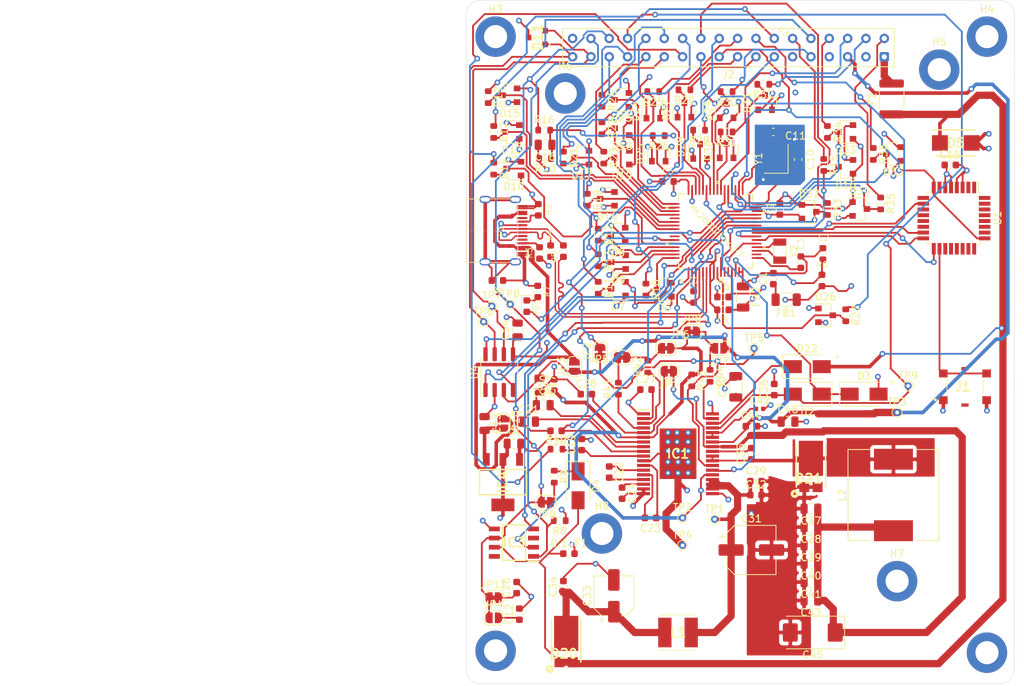
<source format=kicad_pcb>
(kicad_pcb (version 20171130) (host pcbnew "(5.1.7)-1")
  (layers (0 F.Cu signal) (1 In1.Cu power) (2 In2.Cu power) (31 B.Cu signal) (34 B.Paste user) (35 F.Paste user) (36 B.SilkS user) (37 F.SilkS user) (38 B.Mask user) (39 F.Mask user) (44 Edge.Cuts user))
  (net 0 "")
  (net 1 +3V3)
  (net 2 GND)
  (net 3 "Net-(D1-Pad1)")
  (net 4 "Net-(P1-PadS1)")
  (net 5 RESET_B)
  (net 6 "Net-(C10-Pad1)")
  (net 7 /D16)
  (net 8 /D17)
  (net 9 /D19)
  (net 10 /D18)
  (net 11 /D0)
  (net 12 /D1)
  (net 13 /D32)
  (net 14 /D25)
  (net 15 /D10)
  (net 16 /D11)
  (net 17 /D12)
  (net 18 /D-)
  (net 19 /D+)
  (net 20 /D7)
  (net 21 /D28)
  (net 22 /CC1)
  (net 23 /CC2)
  (net 24 /D13)
  (net 25 +5V)
  (net 26 "Net-(C1-Pad2)")
  (net 27 "Net-(C1-Pad1)")
  (net 28 "Net-(C2-Pad1)")
  (net 29 "Net-(C3-Pad2)")
  (net 30 "Net-(C11-Pad1)")
  (net 31 VCC)
  (net 32 "Net-(D2-Pad1)")
  (net 33 +12V)
  (net 34 "Net-(P1-PadB8)")
  (net 35 "Net-(P1-PadA8)")
  (net 36 "Net-(U1-Pad16)")
  (net 37 "Net-(U1-Pad15)")
  (net 38 "Net-(U1-Pad14)")
  (net 39 "Net-(U1-Pad12)")
  (net 40 "Net-(U1-Pad11)")
  (net 41 "Net-(U1-Pad9)")
  (net 42 "Net-(U1-Pad7)")
  (net 43 "Net-(U3-Pad20)")
  (net 44 "Net-(U3-Pad19)")
  (net 45 /CRX)
  (net 46 /CTX)
  (net 47 /CANH)
  (net 48 /CANL)
  (net 49 "Net-(U1-Pad32)")
  (net 50 "Net-(U1-Pad31)")
  (net 51 "Net-(U1-Pad30)")
  (net 52 "Net-(U1-Pad29)")
  (net 53 "Net-(U1-Pad28)")
  (net 54 "Net-(U1-Pad27)")
  (net 55 "Net-(U1-Pad26)")
  (net 56 "Net-(U1-Pad24)")
  (net 57 "Net-(U1-Pad23)")
  (net 58 "Net-(U1-Pad22)")
  (net 59 "Net-(U1-Pad21)")
  (net 60 "Net-(U1-Pad20)")
  (net 61 "Net-(U1-Pad19)")
  (net 62 "Net-(U1-Pad17)")
  (net 63 "Net-(U1-Pad13)")
  (net 64 "Net-(U1-Pad10)")
  (net 65 "Net-(U1-Pad2)")
  (net 66 "Net-(U1-Pad1)")
  (net 67 "Net-(C21-Pad2)")
  (net 68 "Net-(C22-Pad2)")
  (net 69 "Net-(C22-Pad1)")
  (net 70 "Net-(C23-Pad2)")
  (net 71 "Net-(C23-Pad1)")
  (net 72 "Net-(C24-Pad1)")
  (net 73 "Net-(C25-Pad2)")
  (net 74 "Net-(C27-Pad2)")
  (net 75 /TLE73683EXUMA2/IN_LDO2)
  (net 76 "Net-(C29-Pad1)")
  (net 77 "Net-(C33-Pad1)")
  (net 78 "Net-(IC1-Pad35)")
  (net 79 "Net-(C19-Pad1)")
  (net 80 "Net-(IC1-Pad4)")
  (net 81 "Net-(IC1-Pad3)")
  (net 82 "Net-(C35-Pad2)")
  (net 83 /TLE73683EXUMA2/SW_1)
  (net 84 /TLE73683EXUMA2/BUCK)
  (net 85 /TLE73683EXUMA2/DRV_EXT)
  (net 86 "Net-(C30-Pad1)")
  (net 87 /IGN)
  (net 88 "Net-(J1-Pad5)")
  (net 89 VBUS)
  (net 90 "Net-(JP5-Pad2)")
  (net 91 "Net-(JP7-Pad2)")
  (net 92 /5)
  (net 93 /21_A7)
  (net 94 /20_A6)
  (net 95 /6)
  (net 96 /8)
  (net 97 /14_A0)
  (net 98 /9)
  (net 99 /23_A9)
  (net 100 /22_A8)
  (net 101 /15_A1)
  (net 102 /2)
  (net 103 /30)
  (net 104 /29)
  (net 105 /27)
  (net 106 /24)
  (net 107 /DAC_A14)
  (net 108 /A13)
  (net 109 /A12)
  (net 110 /A11)
  (net 111 /A10)
  (net 112 /33)
  (net 113 /26)
  (net 114 /31)
  (net 115 /Q_STBY)
  (net 116 GND1)
  (net 117 "Net-(J1-Pad6)")
  (net 118 "Net-(J1-Pad2)")
  (net 119 /LIN)
  (net 120 "Net-(D4-Pad1)")
  (net 121 "Net-(IC3-Pad8)")
  (net 122 "Net-(IC3-Pad3)")
  (net 123 "Net-(JP9-Pad1)")
  (net 124 /TLE73683EXUMA2/WDO)
  (net 125 /InputProtection/1)
  (net 126 /sheet60685D3E/1)
  (net 127 /sheet6068C209/1)
  (net 128 /sheet606C2E9F/1)
  (net 129 /sheet606D7D50/1)
  (net 130 /sheet606F9353/1)
  (net 131 /sheet606F9354/1)
  (net 132 /sheet606F9355/1)
  (net 133 /sheet606FF68B/1)
  (net 134 /sheet606FF68C/1)
  (net 135 /sheet606FF68D/1)
  (net 136 /sheet606FF68E/1)
  (net 137 /sheet607059FF/1)
  (net 138 /sheet60705A00/1)
  (net 139 /sheet60705A02/1)
  (net 140 /sheet60705A03/1)
  (net 141 /sheet6079145B/1)
  (net 142 /sheet6079145C/1)
  (net 143 /sheet6079145D/1)
  (net 144 /sheet6079145E/1)
  (net 145 /sheet6079145F/1)
  (net 146 /sheet60791460/1)
  (net 147 /sheet60791461/1)
  (net 148 /A10_1)
  (net 149 "Net-(JP5-Pad1)")
  (net 150 /D_N)
  (net 151 /D_P)
  (net 152 "Net-(C13-Pad2)")
  (net 153 /A11_1)
  (net 154 "Net-(J2-Pad11)")
  (net 155 "Net-(C12-Pad1)")
  (net 156 "Net-(C26-Pad1)")
  (module Capacitor_SMD:C_0603_1608Metric (layer F.Cu) (at 48.14 135.856)
    (fp_text reference 0.1uF1 (at 0 -1.43) (layer F.SilkS))
    (fp_text value C)
    (pad 1 smd roundrect (at -0.775 0) (size 0.9 0.95) (layers F.Cu F.Paste F.Mask) (net 31 VCC))
    (pad 2 smd roundrect (at 0.775 0) (size 0.9 0.95) (layers F.Cu F.Paste F.Mask) (net 2 GND))
  )
  (module SamacSys_Parts:SM24CANB02HTG (layer F.Cu) (at 43.695 64.355 90)
    (fp_text reference D11 (at 0 0.158 90) (layer F.SilkS) (effects (font (size 1.27 1.27) (thickness 0.254))))
    (fp_text value SM24CANB-02HTG hide)
    (pad 3 smd rect (at 0 -1.145 90) (size 0.78 0.78) (layers F.Cu F.Paste F.Mask) (net 2 GND))
    (pad 2 smd rect (at 0.95 1.145 90) (size 0.78 0.78) (layers F.Cu F.Paste F.Mask) (net 48 /CANL))
    (pad 1 smd rect (at -0.95 1.145 90) (size 0.78 0.78) (layers F.Cu F.Paste F.Mask) (net 47 /CANH))
  )
  (module Jumper:SolderJumper-2_P1.3mm_Bridged_RoundedPad1.0x1.5mm (layer F.Cu) (at 37.726 141.952)
    (fp_text reference JP11 (at 0 -1.8) (layer F.SilkS))
    (fp_text value Jumper_2_Closed)
    (fp_poly (pts (xy 0.25 -0.3) (xy -0.25 -0.3) (xy -0.25 0.3) (xy 0.25 0.3)) (layer F.Cu) (width 0))
    (pad 1 smd custom (at -0.65 0) (size 1 0.5) (layers F.Cu F.Mask) (net 119 /LIN) (options (clearance outline) (anchor rect)) (primitives (gr_circle (center 0 0.25) (end 0.5 0.25) (width 0)) (gr_circle (center 0 -0.25) (end 0.5 -0.25) (width 0)) (gr_poly (pts (xy 0 -0.75) (xy 0.5 -0.75) (xy 0.5 0.75) (xy 0 0.75)) (width 0))))
    (pad 2 smd custom (at 0.65 0) (size 1 0.5) (layers F.Cu F.Mask) (net 156 "Net-(C26-Pad1)") (options (clearance outline) (anchor rect)) (primitives (gr_circle (center 0 0.25) (end 0.5 0.25) (width 0)) (gr_circle (center 0 -0.25) (end 0.5 -0.25) (width 0)) (gr_poly (pts (xy 0 -0.75) (xy -0.5 -0.75) (xy -0.5 0.75) (xy 0 0.75)) (width 0))))
  )
  (module Jumper:SolderJumper-2_P1.3mm_Bridged_RoundedPad1.0x1.5mm (layer F.Cu) (at 44.95 128.744 180)
    (fp_text reference JP9 (at 0 -1.8) (layer F.SilkS))
    (fp_text value Jumper_2_Closed)
    (fp_poly (pts (xy 0.25 -0.3) (xy -0.25 -0.3) (xy -0.25 0.3) (xy 0.25 0.3)) (layer F.Cu) (width 0))
    (pad 1 smd custom (at -0.65 0 180) (size 1 0.5) (layers F.Cu F.Mask) (net 123 "Net-(JP9-Pad1)") (options (clearance outline) (anchor rect)) (primitives (gr_circle (center 0 0.25) (end 0.5 0.25) (width 0)) (gr_circle (center 0 -0.25) (end 0.5 -0.25) (width 0)) (gr_poly (pts (xy 0 -0.75) (xy 0.5 -0.75) (xy 0.5 0.75) (xy 0 0.75)) (width 0))))
    (pad 2 smd custom (at 0.65 0 180) (size 1 0.5) (layers F.Cu F.Mask) (net 119 /LIN) (options (clearance outline) (anchor rect)) (primitives (gr_circle (center 0 0.25) (end 0.5 0.25) (width 0)) (gr_circle (center 0 -0.25) (end 0.5 -0.25) (width 0)) (gr_poly (pts (xy 0 -0.75) (xy -0.5 -0.75) (xy -0.5 0.75) (xy 0 0.75)) (width 0))))
  )
  (module Jumper:SolderJumper-2_P1.3mm_Open_RoundedPad1.0x1.5mm (layer F.Cu) (at 37.726 144.746)
    (fp_text reference JP4 (at 0 -1.8) (layer F.SilkS))
    (fp_text value Jumper_2_Open)
    (pad 2 smd custom (at 0.65 0) (size 1 0.5) (layers F.Cu F.Mask) (net 155 "Net-(C12-Pad1)") (options (clearance outline) (anchor rect)) (primitives (gr_circle (center 0 0.25) (end 0.5 0.25) (width 0)) (gr_circle (center 0 -0.25) (end 0.5 -0.25) (width 0)) (gr_poly (pts (xy 0 -0.75) (xy -0.5 -0.75) (xy -0.5 0.75) (xy 0 0.75)) (width 0))))
    (pad 1 smd custom (at -0.65 0) (size 1 0.5) (layers F.Cu F.Mask) (net 119 /LIN) (options (clearance outline) (anchor rect)) (primitives (gr_circle (center 0 0.25) (end 0.5 0.25) (width 0)) (gr_circle (center 0 -0.25) (end 0.5 -0.25) (width 0)) (gr_poly (pts (xy 0 -0.75) (xy 0.5 -0.75) (xy 0.5 0.75) (xy 0 0.75)) (width 0))))
  )
  (module Capacitor_SMD:C_0603_1608Metric (layer F.Cu) (at 40.901 140.555 90)
    (fp_text reference C26 (at 0 -1.43 90) (layer F.SilkS))
    (fp_text value 1nF)
    (pad 2 smd roundrect (at 0.775 0 90) (size 0.9 0.95) (layers F.Cu F.Paste F.Mask) (net 2 GND))
    (pad 1 smd roundrect (at -0.775 0 90) (size 0.9 0.95) (layers F.Cu F.Paste F.Mask) (net 156 "Net-(C26-Pad1)"))
  )
  (module Resistor_SMD:R_0603_1608Metric (layer F.Cu) (at 52.966 80.992 270)
    (fp_text reference R23 (at 0 -1.43 270) (layer F.SilkS))
    (fp_text value 4.7K)
    (pad 2 smd roundrect (at 0.825 0 270) (size 0.8 0.95) (layers F.Cu F.Paste F.Mask) (net 135 /sheet606FF68D/1))
    (pad 1 smd roundrect (at -0.825 0 270) (size 0.8 0.95) (layers F.Cu F.Paste F.Mask) (net 16 /D11))
  )
  (module Resistor_SMD:R_0603_1608Metric (layer F.Cu) (at 52.712 76.928 270)
    (fp_text reference R22 (at 0 -1.43 90) (layer F.SilkS))
    (fp_text value 4.7K)
    (pad 2 smd roundrect (at 0.825 0 270) (size 0.8 0.95) (layers F.Cu F.Paste F.Mask) (net 134 /sheet606FF68C/1))
    (pad 1 smd roundrect (at -0.825 0 270) (size 0.8 0.95) (layers F.Cu F.Paste F.Mask) (net 24 /D13))
  )
  (module Resistor_SMD:R_0603_1608Metric (layer F.Cu) (at 47.378 80.992 270)
    (fp_text reference R21 (at 0 -1.43 90) (layer F.SilkS))
    (fp_text value 4.7K)
    (pad 2 smd roundrect (at 0.825 0 270) (size 0.8 0.95) (layers F.Cu F.Paste F.Mask) (net 133 /sheet606FF68B/1))
    (pad 1 smd roundrect (at -0.825 0 270) (size 0.8 0.95) (layers F.Cu F.Paste F.Mask) (net 17 /D12))
  )
  (module Package_TO_SOT_SMD:SOT-23 (layer F.Cu) (at 55.506 80.992 180)
    (fp_text reference D19 (at 0 -2.5) (layer F.SilkS))
    (fp_text value BAS40-04)
    (pad 3 smd rect (at 1 0 180) (size 0.9 0.8) (layers F.Cu F.Paste F.Mask) (net 135 /sheet606FF68D/1))
    (pad 2 smd rect (at -1 0.95 180) (size 0.9 0.8) (layers F.Cu F.Paste F.Mask) (net 1 +3V3))
    (pad 1 smd rect (at -1 -0.95 180) (size 0.9 0.8) (layers F.Cu F.Paste F.Mask) (net 2 GND))
  )
  (module Package_TO_SOT_SMD:SOT-23 (layer F.Cu) (at 55.492 76.922 180)
    (fp_text reference D18 (at 0 -2.5) (layer F.SilkS))
    (fp_text value BAS40-04)
    (pad 3 smd rect (at 1 0 180) (size 0.9 0.8) (layers F.Cu F.Paste F.Mask) (net 134 /sheet606FF68C/1))
    (pad 2 smd rect (at -1 0.95 180) (size 0.9 0.8) (layers F.Cu F.Paste F.Mask) (net 1 +3V3))
    (pad 1 smd rect (at -1 -0.95 180) (size 0.9 0.8) (layers F.Cu F.Paste F.Mask) (net 2 GND))
  )
  (module Package_TO_SOT_SMD:SOT-23 (layer F.Cu) (at 49.918 80.992 180)
    (fp_text reference D17 (at 0 -2.5) (layer F.SilkS))
    (fp_text value BAS40-04)
    (pad 3 smd rect (at 1 0 180) (size 0.9 0.8) (layers F.Cu F.Paste F.Mask) (net 133 /sheet606FF68B/1))
    (pad 2 smd rect (at -1 0.95 180) (size 0.9 0.8) (layers F.Cu F.Paste F.Mask) (net 1 +3V3))
    (pad 1 smd rect (at -1 -0.95 180) (size 0.9 0.8) (layers F.Cu F.Paste F.Mask) (net 2 GND))
  )
  (module Resistor_SMD:R_0603_1608Metric (layer F.Cu) (at 44.838 81.119 180)
    (fp_text reference R20 (at 0 -1.43) (layer F.SilkS))
    (fp_text value 68K)
    (pad 2 smd roundrect (at 0.825 0 180) (size 0.8 0.95) (layers F.Cu F.Paste F.Mask) (net 2 GND))
    (pad 1 smd roundrect (at -0.825 0 180) (size 0.8 0.95) (layers F.Cu F.Paste F.Mask) (net 99 /23_A9))
  )
  (module Resistor_SMD:R_0603_1608Metric (layer F.Cu) (at 44.711 77.182)
    (fp_text reference R16 (at 0 -1.43) (layer F.SilkS))
    (fp_text value 180K)
    (pad 2 smd roundrect (at 0.825 0) (size 0.8 0.95) (layers F.Cu F.Paste F.Mask) (net 99 /23_A9))
    (pad 1 smd roundrect (at -0.825 0) (size 0.8 0.95) (layers F.Cu F.Paste F.Mask) (net 87 /IGN))
  )
  (module Capacitor_SMD:C_0805_2012Metric (layer F.Cu) (at 44.838 79.214 180)
    (fp_text reference C16 (at 0 -1.68) (layer F.SilkS))
    (fp_text value 0.1uF)
    (pad 2 smd roundrect (at 0.95 0 180) (size 1 1.45) (layers F.Cu F.Paste F.Mask) (net 2 GND))
    (pad 1 smd roundrect (at -0.95 0 180) (size 1 1.45) (layers F.Cu F.Paste F.Mask) (net 99 /23_A9))
  )
  (module Resistor_SMD:R_1206_3216Metric (layer F.Cu) (at 78.239 100.677 180)
    (fp_text reference FB1 (at 0 -1.82) (layer F.SilkS))
    (fp_text value Ferrite_Bead_Small)
    (pad 2 smd roundrect (at 1.4625 0 180) (size 1.125 1.75) (layers F.Cu F.Paste F.Mask) (roundrect_rratio 0.2222195555555556) (net 27 "Net-(C1-Pad1)"))
    (pad 1 smd roundrect (at -1.4625 0 180) (size 1.125 1.75) (layers F.Cu F.Paste F.Mask) (roundrect_rratio 0.2222195555555556) (net 1 +3V3))
  )
  (module TestPoint:TestPoint_THTPad_D1.0mm_Drill0.5mm (layer F.Cu) (at 95.13 112.615)
    (fp_text reference TP9 (at 0 -1.448) (layer F.SilkS))
    (fp_text value TestPoint)
    (pad 1 thru_hole circle (at 0 0) (size 1 1) (drill 0.5) (layers *.Cu *.Mask) (net 115 /Q_STBY))
  )
  (module TestPoint:TestPoint_THTPad_D1.0mm_Drill0.5mm (layer F.Cu) (at 40.012 101.312)
    (fp_text reference TP8 (at 0 -1.448) (layer F.SilkS))
    (fp_text value TestPoint)
    (pad 1 thru_hole circle (at 0 0) (size 1 1) (drill 0.5) (layers *.Cu *.Mask) (net 119 /LIN))
  )
  (module TestPoint:TestPoint_THTPad_D1.0mm_Drill0.5mm (layer F.Cu) (at 37.472 101.566)
    (fp_text reference TP7 (at 0 -1.448) (layer F.SilkS))
    (fp_text value TestPoint)
    (pad 1 thru_hole circle (at 0 0) (size 1 1) (drill 0.5) (layers *.Cu *.Mask) (net 48 /CANL))
  )
  (module TestPoint:TestPoint_THTPad_D1.0mm_Drill0.5mm (layer F.Cu) (at 36.329 103.725)
    (fp_text reference TP6 (at 0 -1.448) (layer F.SilkS))
    (fp_text value TestPoint)
    (pad 1 thru_hole circle (at 0 0) (size 1 1) (drill 0.5) (layers *.Cu *.Mask) (net 47 /CANH))
  )
  (module TestPoint:TestPoint_THTPad_D1.0mm_Drill0.5mm (layer F.Cu) (at 73.794 107.408)
    (fp_text reference TP5 (at 0 -1.448) (layer F.SilkS))
    (fp_text value TestPoint)
    (pad 1 thru_hole circle (at 0 0) (size 1 1) (drill 0.5) (layers *.Cu *.Mask) (net 124 /TLE73683EXUMA2/WDO))
  )
  (module Capacitor_SMD:C_0603_1608Metric (layer F.Cu) (at 100.972 82.008)
    (fp_text reference C15 (at 0 -1.43) (layer F.SilkS))
    (fp_text value 0.1uF)
    (pad 2 smd roundrect (at 0.775 0) (size 0.9 0.95) (layers F.Cu F.Paste F.Mask) (net 1 +3V3))
    (pad 1 smd roundrect (at -0.775 0) (size 0.9 0.95) (layers F.Cu F.Paste F.Mask) (net 2 GND))
  )
  (module Resistor_SMD:R_0603_1608Metric (layer F.Cu) (at 83.446 82.008 270)
    (fp_text reference R15 (at 0 -1.43 90) (layer F.SilkS))
    (fp_text value 4.7K)
    (pad 2 smd roundrect (at 0.825 0 270) (size 0.8 0.95) (layers F.Cu F.Paste F.Mask) (net 153 /A11_1))
    (pad 1 smd roundrect (at -0.825 0 270) (size 0.8 0.95) (layers F.Cu F.Paste F.Mask) (net 110 /A11))
  )
  (module Package_TO_SOT_SMD:SOT-23 (layer F.Cu) (at 86.494 82.262 180)
    (fp_text reference D16 (at 0 -2.5) (layer F.SilkS))
    (fp_text value BAS40-04)
    (pad 3 smd rect (at 1 0 180) (size 0.9 0.8) (layers F.Cu F.Paste F.Mask) (net 153 /A11_1))
    (pad 2 smd rect (at -1 0.95 180) (size 0.9 0.8) (layers F.Cu F.Paste F.Mask) (net 1 +3V3))
    (pad 1 smd rect (at -1 -0.95 180) (size 0.9 0.8) (layers F.Cu F.Paste F.Mask) (net 2 GND))
  )
  (module footprints:MK20DX256VLH7 (layer F.Cu) (at 68.46 91.152 90)
    (fp_text reference U3 (at 27.686 9.398 135) (layer F.SilkS) (effects (font (size 0.8 0.8) (thickness 0.1))))
    (fp_text value MK20DX256VLH7 (at 0 0.06 135) (layer F.SilkS) (effects (font (size 0.8 0.8) (thickness 0.1))))
    (fp_text user * (at -6.985 -4.381 90) (layer F.SilkS))
    (fp_text user * (at -6.985 -4.381 90) (layer F.SilkS))
    (fp_text user * (at -6.985 -4.381 90) (layer F.SilkS))
    (pad 64 smd rect (at -3.75 -5.6769 90) (size 0.2286 1.3462) (layers F.Cu F.Paste F.Mask) (net 125 /InputProtection/1))
    (pad 63 smd rect (at -3.250001 -5.6769 90) (size 0.2286 1.3462) (layers F.Cu F.Paste F.Mask) (net 126 /sheet60685D3E/1))
    (pad 62 smd rect (at -2.75 -5.6769 90) (size 0.2286 1.3462) (layers F.Cu F.Paste F.Mask) (net 128 /sheet606C2E9F/1))
    (pad 61 smd rect (at -2.250001 -5.6769 90) (size 0.2286 1.3462) (layers F.Cu F.Paste F.Mask) (net 127 /sheet6068C209/1))
    (pad 60 smd rect (at -1.749999 -5.6769 90) (size 0.2286 1.3462) (layers F.Cu F.Paste F.Mask) (net 129 /sheet606D7D50/1))
    (pad 59 smd rect (at -1.25 -5.6769 90) (size 0.2286 1.3462) (layers F.Cu F.Paste F.Mask) (net 20 /D7))
    (pad 58 smd rect (at -0.750001 -5.6769 90) (size 0.2286 1.3462) (layers F.Cu F.Paste F.Mask) (net 97 /14_A0))
    (pad 57 smd rect (at -0.25 -5.6769 90) (size 0.2286 1.3462) (layers F.Cu F.Paste F.Mask) (net 102 /2))
    (pad 56 smd rect (at 0.25 -5.6769 90) (size 0.2286 1.3462) (layers F.Cu F.Paste F.Mask) (net 131 /sheet606F9354/1))
    (pad 55 smd rect (at 0.750001 -5.6769 90) (size 0.2286 1.3462) (layers F.Cu F.Paste F.Mask) (net 130 /sheet606F9353/1))
    (pad 54 smd rect (at 1.25 -5.6769 90) (size 0.2286 1.3462) (layers F.Cu F.Paste F.Mask) (net 132 /sheet606F9355/1))
    (pad 53 smd rect (at 1.749999 -5.6769 90) (size 0.2286 1.3462) (layers F.Cu F.Paste F.Mask) (net 21 /D28))
    (pad 52 smd rect (at 2.250001 -5.6769 90) (size 0.2286 1.3462) (layers F.Cu F.Paste F.Mask) (net 133 /sheet606FF68B/1))
    (pad 51 smd rect (at 2.75 -5.6769 90) (size 0.2286 1.3462) (layers F.Cu F.Paste F.Mask) (net 135 /sheet606FF68D/1))
    (pad 50 smd rect (at 3.250001 -5.6769 90) (size 0.2286 1.3462) (layers F.Cu F.Paste F.Mask) (net 134 /sheet606FF68C/1))
    (pad 49 smd rect (at 3.75 -5.6769 90) (size 0.2286 1.3462) (layers F.Cu F.Paste F.Mask) (net 136 /sheet606FF68E/1))
    (pad 48 smd rect (at 5.6769 -3.75 180) (size 0.2286 1.3462) (layers F.Cu F.Paste F.Mask) (net 1 +3V3))
    (pad 47 smd rect (at 5.6769 -3.250001 180) (size 0.2286 1.3462) (layers F.Cu F.Paste F.Mask) (net 2 GND))
    (pad 46 smd rect (at 5.6769 -2.75 180) (size 0.2286 1.3462) (layers F.Cu F.Paste F.Mask) (net 137 /sheet607059FF/1))
    (pad 45 smd rect (at 5.6769 -2.250001 180) (size 0.2286 1.3462) (layers F.Cu F.Paste F.Mask) (net 138 /sheet60705A00/1))
    (pad 44 smd rect (at 5.6769 -1.749999 180) (size 0.2286 1.3462) (layers F.Cu F.Paste F.Mask) (net 139 /sheet60705A02/1))
    (pad 43 smd rect (at 5.6769 -1.25 180) (size 0.2286 1.3462) (layers F.Cu F.Paste F.Mask) (net 101 /15_A1))
    (pad 42 smd rect (at 5.6769 -0.750001 180) (size 0.2286 1.3462) (layers F.Cu F.Paste F.Mask) (net 140 /sheet60705A03/1))
    (pad 41 smd rect (at 5.6769 -0.25 180) (size 0.2286 1.3462) (layers F.Cu F.Paste F.Mask) (net 141 /sheet6079145B/1))
    (pad 40 smd rect (at 5.6769 0.25 180) (size 0.2286 1.3462) (layers F.Cu F.Paste F.Mask) (net 142 /sheet6079145C/1))
    (pad 39 smd rect (at 5.6769 0.750001 180) (size 0.2286 1.3462) (layers F.Cu F.Paste F.Mask) (net 143 /sheet6079145D/1))
    (pad 38 smd rect (at 5.6769 1.25 180) (size 0.2286 1.3462) (layers F.Cu F.Paste F.Mask) (net 144 /sheet6079145E/1))
    (pad 37 smd rect (at 5.6769 1.749999 180) (size 0.2286 1.3462) (layers F.Cu F.Paste F.Mask) (net 146 /sheet60791460/1))
    (pad 36 smd rect (at 5.6769 2.250001 180) (size 0.2286 1.3462) (layers F.Cu F.Paste F.Mask) (net 145 /sheet6079145F/1))
    (pad 35 smd rect (at 5.6769 2.75 180) (size 0.2286 1.3462) (layers F.Cu F.Paste F.Mask) (net 147 /sheet60791461/1))
    (pad 34 smd rect (at 5.6769 3.250001 180) (size 0.2286 1.3462) (layers F.Cu F.Paste F.Mask) (net 5 RESET_B))
    (pad 33 smd rect (at 5.6769 3.75 180) (size 0.2286 1.3462) (layers F.Cu F.Paste F.Mask) (net 30 "Net-(C11-Pad1)"))
    (pad 32 smd rect (at 3.75 5.6769 90) (size 0.2286 1.3462) (layers F.Cu F.Paste F.Mask) (net 6 "Net-(C10-Pad1)"))
    (pad 31 smd rect (at 3.250001 5.6769 90) (size 0.2286 1.3462) (layers F.Cu F.Paste F.Mask) (net 116 GND1))
    (pad 30 smd rect (at 2.75 5.6769 90) (size 0.2286 1.3462) (layers F.Cu F.Paste F.Mask) (net 1 +3V3))
    (pad 29 smd rect (at 2.250001 5.6769 90) (size 0.2286 1.3462) (layers F.Cu F.Paste F.Mask) (net 45 /CRX))
    (pad 28 smd rect (at 1.749999 5.6769 90) (size 0.2286 1.3462) (layers F.Cu F.Paste F.Mask) (net 46 /CTX))
    (pad 27 smd rect (at 1.25 5.6769 90) (size 0.2286 1.3462) (layers F.Cu F.Paste F.Mask) (net 106 /24))
    (pad 26 smd rect (at 0.750001 5.6769 90) (size 0.2286 1.3462) (layers F.Cu F.Paste F.Mask) (net 112 /33))
    (pad 25 smd rect (at 0.25 5.6769 90) (size 0.2286 1.3462) (layers F.Cu F.Paste F.Mask) (net 37 "Net-(U1-Pad15)"))
    (pad 24 smd rect (at -0.25 5.6769 90) (size 0.2286 1.3462) (layers F.Cu F.Paste F.Mask) (net 62 "Net-(U1-Pad17)"))
    (pad 23 smd rect (at -0.750001 5.6769 90) (size 0.2286 1.3462) (layers F.Cu F.Paste F.Mask) (net 64 "Net-(U1-Pad10)"))
    (pad 22 smd rect (at -1.25 5.6769 90) (size 0.2286 1.3462) (layers F.Cu F.Paste F.Mask) (net 36 "Net-(U1-Pad16)"))
    (pad 21 smd rect (at -1.749999 5.6769 90) (size 0.2286 1.3462) (layers F.Cu F.Paste F.Mask) (net 32 "Net-(D2-Pad1)"))
    (pad 20 smd rect (at -2.250001 5.6769 90) (size 0.2286 1.3462) (layers F.Cu F.Paste F.Mask) (net 43 "Net-(U3-Pad20)"))
    (pad 19 smd rect (at -2.75 5.6769 90) (size 0.2286 1.3462) (layers F.Cu F.Paste F.Mask) (net 44 "Net-(U3-Pad19)"))
    (pad 18 smd rect (at -3.250001 5.6769 90) (size 0.2286 1.3462) (layers F.Cu F.Paste F.Mask) (net 107 /DAC_A14))
    (pad 17 smd rect (at -3.75 5.6769 90) (size 0.2286 1.3462) (layers F.Cu F.Paste F.Mask) (net 29 "Net-(C3-Pad2)"))
    (pad 16 smd rect (at -5.6769 3.75 180) (size 0.2286 1.3462) (layers F.Cu F.Paste F.Mask) (net 26 "Net-(C1-Pad2)"))
    (pad 15 smd rect (at -5.6769 3.250001 180) (size 0.2286 1.3462) (layers F.Cu F.Paste F.Mask) (net 26 "Net-(C1-Pad2)"))
    (pad 14 smd rect (at -5.6769 2.75 180) (size 0.2286 1.3462) (layers F.Cu F.Paste F.Mask) (net 28 "Net-(C2-Pad1)"))
    (pad 13 smd rect (at -5.6769 2.250001 180) (size 0.2286 1.3462) (layers F.Cu F.Paste F.Mask) (net 1 +3V3))
    (pad 12 smd rect (at -5.6769 1.749999 180) (size 0.2286 1.3462) (layers F.Cu F.Paste F.Mask) (net 108 /A13))
    (pad 11 smd rect (at -5.6769 1.25 180) (size 0.2286 1.3462) (layers F.Cu F.Paste F.Mask) (net 109 /A12))
    (pad 10 smd rect (at -5.6769 0.750001 180) (size 0.2286 1.3462) (layers F.Cu F.Paste F.Mask) (net 153 /A11_1))
    (pad 9 smd rect (at -5.6769 0.25 180) (size 0.2286 1.3462) (layers F.Cu F.Paste F.Mask) (net 148 /A10_1))
    (pad 8 smd rect (at -5.6769 -0.25 180) (size 0.2286 1.3462) (layers F.Cu F.Paste F.Mask) (net 1 +3V3))
    (pad 7 smd rect (at -5.6769 -0.750001 180) (size 0.2286 1.3462) (layers F.Cu F.Paste F.Mask) (net 1 +3V3))
    (pad 6 smd rect (at -5.6769 -1.25 180) (size 0.2286 1.3462) (layers F.Cu F.Paste F.Mask) (net 150 /D_N))
    (pad 5 smd rect (at -5.6769 -1.749999 180) (size 0.2286 1.3462) (layers F.Cu F.Paste F.Mask) (net 151 /D_P))
    (pad 4 smd rect (at -5.6769 -2.250001 180) (size 0.2286 1.3462) (layers F.Cu F.Paste F.Mask) (net 2 GND))
    (pad 3 smd rect (at -5.6769 -2.75 180) (size 0.2286 1.3462) (layers F.Cu F.Paste F.Mask) (net 1 +3V3))
    (pad 2 smd rect (at -5.6769 -3.250001 180) (size 0.2286 1.3462) (layers F.Cu F.Paste F.Mask) (net 113 /26))
    (pad 1 smd rect (at -5.6769 -3.75 180) (size 0.2286 1.3462) (layers F.Cu F.Paste F.Mask) (net 114 /31))
  )
  (module Capacitor_SMD:C_0805_2012Metric (layer F.Cu) (at 36.456 117.822 270)
    (fp_text reference C13 (at 0 -1.68 90) (layer F.SilkS))
    (fp_text value 10uF)
    (pad 2 smd roundrect (at 0.95 0 270) (size 1 1.45) (layers F.Cu F.Paste F.Mask) (net 152 "Net-(C13-Pad2)"))
    (pad 1 smd roundrect (at -0.95 0 270) (size 1 1.45) (layers F.Cu F.Paste F.Mask) (net 2 GND))
  )
  (module Resistor_SMD:R_0603_1608Metric (layer F.Cu) (at 86.494 102.836 270)
    (fp_text reference R27 (at 0 -1.43 90) (layer F.SilkS))
    (fp_text value 4.7K)
    (pad 2 smd roundrect (at 0.825 0 270) (size 0.8 0.95) (layers F.Cu F.Paste F.Mask) (net 148 /A10_1))
    (pad 1 smd roundrect (at -0.825 0 270) (size 0.8 0.95) (layers F.Cu F.Paste F.Mask) (net 111 /A10))
  )
  (module Package_TO_SOT_SMD:SOT-23 (layer F.Cu) (at 83.7 102.836)
    (fp_text reference D26 (at 0 -2.54) (layer F.SilkS))
    (fp_text value BAS40-04)
    (pad 3 smd rect (at 1 0) (size 0.9 0.8) (layers F.Cu F.Paste F.Mask) (net 148 /A10_1))
    (pad 2 smd rect (at -1 0.95) (size 0.9 0.8) (layers F.Cu F.Paste F.Mask) (net 1 +3V3))
    (pad 1 smd rect (at -1 -0.95) (size 0.9 0.8) (layers F.Cu F.Paste F.Mask) (net 2 GND))
  )
  (module Resistor_SMD:R_0603_1608Metric (layer F.Cu) (at 46.87 131.284 180)
    (fp_text reference R8 (at 0 -1.43) (layer F.SilkS))
    (fp_text value 4K7)
    (pad 2 smd roundrect (at 0.825 0 180) (size 0.8 0.95) (layers F.Cu F.Paste F.Mask) (net 113 /26))
    (pad 1 smd roundrect (at -0.825 0 180) (size 0.8 0.95) (layers F.Cu F.Paste F.Mask) (net 1 +3V3))
  )
  (module Package_SO:SOIC-8_3.9x4.9mm_P1.27mm (layer F.Cu) (at 38.488 110.71 90)
    (fp_text reference U4 (at 0 -3.4 90) (layer F.SilkS))
    (fp_text value MCP2562-E-SN)
    (pad 8 smd roundrect (at 2.475 -1.905 90) (size 1.95 0.6) (layers F.Cu F.Paste F.Mask) (net 106 /24))
    (pad 7 smd roundrect (at 2.475 -0.635 90) (size 1.95 0.6) (layers F.Cu F.Paste F.Mask) (net 47 /CANH))
    (pad 6 smd roundrect (at 2.475 0.635 90) (size 1.95 0.6) (layers F.Cu F.Paste F.Mask) (net 48 /CANL))
    (pad 5 smd roundrect (at 2.475 1.905 90) (size 1.95 0.6) (layers F.Cu F.Paste F.Mask) (net 1 +3V3))
    (pad 4 smd roundrect (at -2.475 1.905 90) (size 1.95 0.6) (layers F.Cu F.Paste F.Mask) (net 45 /CRX))
    (pad 3 smd roundrect (at -2.475 0.635 90) (size 1.95 0.6) (layers F.Cu F.Paste F.Mask) (net 25 +5V))
    (pad 2 smd roundrect (at -2.475 -0.635 90) (size 1.95 0.6) (layers F.Cu F.Paste F.Mask) (net 2 GND))
    (pad 1 smd roundrect (at -2.475 -1.905 90) (size 1.95 0.6) (layers F.Cu F.Paste F.Mask) (net 46 /CTX))
  )
  (module Resistor_SMD:R_0603_1608Metric (layer F.Cu) (at 90.304 80.484 270)
    (fp_text reference R36 (at 0 -1.43 90) (layer F.SilkS))
    (fp_text value 4.7K)
    (pad 2 smd roundrect (at 0.825 0 270) (size 0.8 0.95) (layers F.Cu F.Paste F.Mask) (net 147 /sheet60791461/1))
    (pad 1 smd roundrect (at -0.825 0 270) (size 0.8 0.95) (layers F.Cu F.Paste F.Mask) (net 7 /D16))
  )
  (module Resistor_SMD:R_0603_1608Metric (layer F.Cu) (at 91.32 87.342 270)
    (fp_text reference R35 (at 0 -1.43 90) (layer F.SilkS))
    (fp_text value 4.7K)
    (pad 2 smd roundrect (at 0.825 0 270) (size 0.8 0.95) (layers F.Cu F.Paste F.Mask) (net 146 /sheet60791460/1))
    (pad 1 smd roundrect (at -0.825 0 270) (size 0.8 0.95) (layers F.Cu F.Paste F.Mask) (net 9 /D19))
  )
  (module Resistor_SMD:R_0603_1608Metric (layer F.Cu) (at 83.954 77.436 270)
    (fp_text reference R34 (at 0 -1.43 90) (layer F.SilkS))
    (fp_text value 4.7K)
    (pad 2 smd roundrect (at 0.825 0 270) (size 0.8 0.95) (layers F.Cu F.Paste F.Mask) (net 145 /sheet6079145F/1))
    (pad 1 smd roundrect (at -0.825 0 270) (size 0.8 0.95) (layers F.Cu F.Paste F.Mask) (net 8 /D17))
  )
  (module Resistor_SMD:R_0603_1608Metric (layer F.Cu) (at 83.954 88.104 270)
    (fp_text reference R33 (at 0 -1.43 90) (layer F.SilkS))
    (fp_text value 4.7K)
    (pad 2 smd roundrect (at 0.825 0 270) (size 0.8 0.95) (layers F.Cu F.Paste F.Mask) (net 144 /sheet6079145E/1))
    (pad 1 smd roundrect (at -0.825 0 270) (size 0.8 0.95) (layers F.Cu F.Paste F.Mask) (net 10 /D18))
  )
  (module Resistor_SMD:R_0603_1608Metric (layer F.Cu) (at 75.064 70.832 180)
    (fp_text reference R32 (at 0 -1.43) (layer F.SilkS))
    (fp_text value 4.7K)
    (pad 2 smd roundrect (at 0.825 0 180) (size 0.8 0.95) (layers F.Cu F.Paste F.Mask) (net 143 /sheet6079145D/1))
    (pad 1 smd roundrect (at -0.825 0 180) (size 0.8 0.95) (layers F.Cu F.Paste F.Mask) (net 11 /D0))
  )
  (module Resistor_SMD:R_0603_1608Metric (layer F.Cu) (at 69.984 77.436 180)
    (fp_text reference R31 (at 0 -1.43) (layer F.SilkS))
    (fp_text value 4.7K)
    (pad 2 smd roundrect (at 0.825 0 180) (size 0.8 0.95) (layers F.Cu F.Paste F.Mask) (net 142 /sheet6079145C/1))
    (pad 1 smd roundrect (at -0.825 0 180) (size 0.8 0.95) (layers F.Cu F.Paste F.Mask) (net 12 /D1))
  )
  (module Resistor_SMD:R_0603_1608Metric (layer F.Cu) (at 69.984 71.848 180)
    (fp_text reference R30 (at 0 -1.43) (layer F.SilkS))
    (fp_text value 4.7K)
    (pad 2 smd roundrect (at 0.825 0 180) (size 0.8 0.95) (layers F.Cu F.Paste F.Mask) (net 141 /sheet6079145B/1))
    (pad 1 smd roundrect (at -0.825 0 180) (size 0.8 0.95) (layers F.Cu F.Paste F.Mask) (net 13 /D32))
  )
  (module Resistor_SMD:R_0603_1608Metric (layer F.Cu) (at 66.174 77.182 180)
    (fp_text reference R29 (at 0 -1.43) (layer F.SilkS))
    (fp_text value 4.7K)
    (pad 2 smd roundrect (at 0.825 0 180) (size 0.8 0.95) (layers F.Cu F.Paste F.Mask) (net 140 /sheet60705A03/1))
    (pad 1 smd roundrect (at -0.825 0 180) (size 0.8 0.95) (layers F.Cu F.Paste F.Mask) (net 14 /D25))
  )
  (module Resistor_SMD:R_0603_1608Metric (layer F.Cu) (at 64.142 71.594 180)
    (fp_text reference R28 (at 0 -1.43) (layer F.SilkS))
    (fp_text value 4.7K)
    (pad 2 smd roundrect (at 0.825 0 180) (size 0.8 0.95) (layers F.Cu F.Paste F.Mask) (net 139 /sheet60705A02/1))
    (pad 1 smd roundrect (at -0.825 0 180) (size 0.8 0.95) (layers F.Cu F.Paste F.Mask) (net 100 /22_A8))
  )
  (module Resistor_SMD:R_0603_1608Metric (layer F.Cu) (at 60.586 77.944 180)
    (fp_text reference R26 (at 0 -1.43) (layer F.SilkS))
    (fp_text value 4.7K)
    (pad 2 smd roundrect (at 0.825 0 180) (size 0.8 0.95) (layers F.Cu F.Paste F.Mask) (net 138 /sheet60705A00/1))
    (pad 1 smd roundrect (at -0.825 0 180) (size 0.8 0.95) (layers F.Cu F.Paste F.Mask) (net 99 /23_A9))
  )
  (module Resistor_SMD:R_0603_1608Metric (layer F.Cu) (at 59.824 71.848 180)
    (fp_text reference R25 (at 0 -1.43) (layer F.SilkS))
    (fp_text value 4.7K)
    (pad 2 smd roundrect (at 0.825 0 180) (size 0.8 0.95) (layers F.Cu F.Paste F.Mask) (net 137 /sheet607059FF/1))
    (pad 1 smd roundrect (at -0.825 0 180) (size 0.8 0.95) (layers F.Cu F.Paste F.Mask) (net 98 /9))
  )
  (module Resistor_SMD:R_0603_1608Metric (layer F.Cu) (at 52.712 73.118 270)
    (fp_text reference R24 (at 0 -1.43 90) (layer F.SilkS))
    (fp_text value 4.7K)
    (pad 2 smd roundrect (at 0.825 0 270) (size 0.8 0.95) (layers F.Cu F.Paste F.Mask) (net 136 /sheet606FF68E/1))
    (pad 1 smd roundrect (at -0.825 0 270) (size 0.8 0.95) (layers F.Cu F.Paste F.Mask) (net 15 /D10))
  )
  (module Resistor_SMD:R_0603_1608Metric (layer F.Cu) (at 36.964 72.61 270)
    (fp_text reference R19 (at 0 -1.43 90) (layer F.SilkS))
    (fp_text value 4.7K)
    (pad 2 smd roundrect (at 0.825 0 270) (size 0.8 0.95) (layers F.Cu F.Paste F.Mask) (net 132 /sheet606F9355/1))
    (pad 1 smd roundrect (at -0.825 0 270) (size 0.8 0.95) (layers F.Cu F.Paste F.Mask) (net 105 /27))
  )
  (module Resistor_SMD:R_0603_1608Metric (layer F.Cu) (at 50.68 86.834 270)
    (fp_text reference R18 (at 0 -1.43 90) (layer F.SilkS))
    (fp_text value 4.7K)
    (pad 2 smd roundrect (at 0.825 0 270) (size 0.8 0.95) (layers F.Cu F.Paste F.Mask) (net 131 /sheet606F9354/1))
    (pad 1 smd roundrect (at -0.825 0 270) (size 0.8 0.95) (layers F.Cu F.Paste F.Mask) (net 103 /30))
  )
  (module Resistor_SMD:R_0603_1608Metric (layer F.Cu) (at 37.726 77.436 270)
    (fp_text reference R17 (at 0 -1.43 90) (layer F.SilkS))
    (fp_text value 4.7K)
    (pad 2 smd roundrect (at 0.825 0 270) (size 0.8 0.95) (layers F.Cu F.Paste F.Mask) (net 130 /sheet606F9353/1))
    (pad 1 smd roundrect (at -0.825 0 270) (size 0.8 0.95) (layers F.Cu F.Paste F.Mask) (net 104 /29))
  )
  (module Resistor_SMD:R_0603_1608Metric (layer F.Cu) (at 37.726 82.516 270)
    (fp_text reference R14 (at 0 -1.43 90) (layer F.SilkS))
    (fp_text value 4.7K)
    (pad 2 smd roundrect (at 0.825 0 270) (size 0.8 0.95) (layers F.Cu F.Paste F.Mask) (net 129 /sheet606D7D50/1))
    (pad 1 smd roundrect (at -0.825 0 270) (size 0.8 0.95) (layers F.Cu F.Paste F.Mask) (net 96 /8))
  )
  (module Resistor_SMD:R_0603_1608Metric (layer F.Cu) (at 52.204 95.216 270)
    (fp_text reference R13 (at 0 -1.43 90) (layer F.SilkS))
    (fp_text value 4.7K)
    (pad 2 smd roundrect (at 0.825 0 270) (size 0.8 0.95) (layers F.Cu F.Paste F.Mask) (net 128 /sheet606C2E9F/1))
    (pad 1 smd roundrect (at -0.825 0 270) (size 0.8 0.95) (layers F.Cu F.Paste F.Mask) (net 94 /20_A6))
  )
  (module Resistor_SMD:R_0603_1608Metric (layer F.Cu) (at 52.204 91.66 270)
    (fp_text reference R12 (at 0 -1.43 90) (layer F.SilkS))
    (fp_text value 4.7K)
    (pad 2 smd roundrect (at 0.825 0 270) (size 0.8 0.95) (layers F.Cu F.Paste F.Mask) (net 127 /sheet6068C209/1))
    (pad 1 smd roundrect (at -0.825 0 270) (size 0.8 0.95) (layers F.Cu F.Paste F.Mask) (net 95 /6))
  )
  (module Resistor_SMD:R_0603_1608Metric (layer F.Cu) (at 52.204 99.026 270)
    (fp_text reference R11 (at 0 -1.43 90) (layer F.SilkS))
    (fp_text value 4.7K)
    (pad 2 smd roundrect (at 0.825 0 270) (size 0.8 0.95) (layers F.Cu F.Paste F.Mask) (net 126 /sheet60685D3E/1))
    (pad 1 smd roundrect (at -0.825 0 270) (size 0.8 0.95) (layers F.Cu F.Paste F.Mask) (net 93 /21_A7))
  )
  (module Package_TO_SOT_SMD:SOT-23 (layer F.Cu) (at 93.098 80.484 180)
    (fp_text reference D35 (at 0 -2.5) (layer F.SilkS))
    (fp_text value BAS40-04)
    (pad 3 smd rect (at 1 0 180) (size 0.9 0.8) (layers F.Cu F.Paste F.Mask) (net 147 /sheet60791461/1))
    (pad 2 smd rect (at -1 0.95 180) (size 0.9 0.8) (layers F.Cu F.Paste F.Mask) (net 1 +3V3))
    (pad 1 smd rect (at -1 -0.95 180) (size 0.9 0.8) (layers F.Cu F.Paste F.Mask) (net 2 GND))
  )
  (module Package_TO_SOT_SMD:SOT-23 (layer F.Cu) (at 88.43 88.11)
    (fp_text reference D34 (at 0 -2.5) (layer F.SilkS))
    (fp_text value BAS40-04)
    (pad 3 smd rect (at 1 0) (size 0.9 0.8) (layers F.Cu F.Paste F.Mask) (net 146 /sheet60791460/1))
    (pad 2 smd rect (at -1 0.95) (size 0.9 0.8) (layers F.Cu F.Paste F.Mask) (net 1 +3V3))
    (pad 1 smd rect (at -1 -0.95) (size 0.9 0.8) (layers F.Cu F.Paste F.Mask) (net 2 GND))
  )
  (module Package_TO_SOT_SMD:SOT-23 (layer F.Cu) (at 86.494 77.436 180)
    (fp_text reference D33 (at 0 -2.5) (layer F.SilkS))
    (fp_text value BAS40-04)
    (pad 3 smd rect (at 1 0 180) (size 0.9 0.8) (layers F.Cu F.Paste F.Mask) (net 145 /sheet6079145F/1))
    (pad 2 smd rect (at -1 0.95 180) (size 0.9 0.8) (layers F.Cu F.Paste F.Mask) (net 1 +3V3))
    (pad 1 smd rect (at -1 -0.95 180) (size 0.9 0.8) (layers F.Cu F.Paste F.Mask) (net 2 GND))
  )
  (module Package_TO_SOT_SMD:SOT-23 (layer F.Cu) (at 81.414 88.49)
    (fp_text reference D32 (at 0 -2.5) (layer F.SilkS))
    (fp_text value BAS40-04)
    (pad 3 smd rect (at 1 0) (size 0.9 0.8) (layers F.Cu F.Paste F.Mask) (net 144 /sheet6079145E/1))
    (pad 2 smd rect (at -1 0.95) (size 0.9 0.8) (layers F.Cu F.Paste F.Mask) (net 1 +3V3))
    (pad 1 smd rect (at -1 -0.95) (size 0.9 0.8) (layers F.Cu F.Paste F.Mask) (net 2 GND))
  )
  (module Package_TO_SOT_SMD:SOT-23 (layer F.Cu) (at 75.318 73.372 90)
    (fp_text reference D31 (at 0 -2.5 90) (layer F.SilkS))
    (fp_text value BAS40-04)
    (pad 3 smd rect (at 1 0 90) (size 0.9 0.8) (layers F.Cu F.Paste F.Mask) (net 143 /sheet6079145D/1))
    (pad 2 smd rect (at -1 0.95 90) (size 0.9 0.8) (layers F.Cu F.Paste F.Mask) (net 1 +3V3))
    (pad 1 smd rect (at -1 -0.95 90) (size 0.9 0.8) (layers F.Cu F.Paste F.Mask) (net 2 GND))
  )
  (module Package_TO_SOT_SMD:SOT-23 (layer F.Cu) (at 69.984 80.024 90)
    (fp_text reference D30 (at 0 -2.5 90) (layer F.SilkS))
    (fp_text value BAS40-04)
    (pad 3 smd rect (at 1 0 90) (size 0.9 0.8) (layers F.Cu F.Paste F.Mask) (net 142 /sheet6079145C/1))
    (pad 2 smd rect (at -1 0.95 90) (size 0.9 0.8) (layers F.Cu F.Paste F.Mask) (net 1 +3V3))
    (pad 1 smd rect (at -1 -0.95 90) (size 0.9 0.8) (layers F.Cu F.Paste F.Mask) (net 2 GND))
  )
  (module Package_TO_SOT_SMD:SOT-23 (layer F.Cu) (at 69.988 74.484 90)
    (fp_text reference D29 (at 0 -2.5 90) (layer F.SilkS))
    (fp_text value BAS40-04)
    (pad 3 smd rect (at 1 0 90) (size 0.9 0.8) (layers F.Cu F.Paste F.Mask) (net 141 /sheet6079145B/1))
    (pad 2 smd rect (at -1 0.95 90) (size 0.9 0.8) (layers F.Cu F.Paste F.Mask) (net 1 +3V3))
    (pad 1 smd rect (at -1 -0.95 90) (size 0.9 0.8) (layers F.Cu F.Paste F.Mask) (net 2 GND))
  )
  (module Package_TO_SOT_SMD:SOT-23 (layer F.Cu) (at 66.306 80.12 90)
    (fp_text reference D28 (at 0.652 -2.672 90) (layer F.SilkS))
    (fp_text value BAS40-04)
    (pad 3 smd rect (at 1 0 90) (size 0.9 0.8) (layers F.Cu F.Paste F.Mask) (net 140 /sheet60705A03/1))
    (pad 2 smd rect (at -1 0.95 90) (size 0.9 0.8) (layers F.Cu F.Paste F.Mask) (net 1 +3V3))
    (pad 1 smd rect (at -1 -0.95 90) (size 0.9 0.8) (layers F.Cu F.Paste F.Mask) (net 2 GND))
  )
  (module Package_TO_SOT_SMD:SOT-23 (layer F.Cu) (at 64.142 74.388 90)
    (fp_text reference D27 (at 0 -2.5 90) (layer F.SilkS))
    (fp_text value BAS40-04)
    (pad 3 smd rect (at 1 0 90) (size 0.9 0.8) (layers F.Cu F.Paste F.Mask) (net 139 /sheet60705A02/1))
    (pad 2 smd rect (at -1 0.95 90) (size 0.9 0.8) (layers F.Cu F.Paste F.Mask) (net 1 +3V3))
    (pad 1 smd rect (at -1 -0.95 90) (size 0.9 0.8) (layers F.Cu F.Paste F.Mask) (net 2 GND))
  )
  (module Package_TO_SOT_SMD:SOT-23 (layer F.Cu) (at 60.586 80.484 90)
    (fp_text reference D25 (at 0 -2.5 90) (layer F.SilkS))
    (fp_text value BAS40-04)
    (pad 3 smd rect (at 1 0 90) (size 0.9 0.8) (layers F.Cu F.Paste F.Mask) (net 138 /sheet60705A00/1))
    (pad 2 smd rect (at -1 0.95 90) (size 0.9 0.8) (layers F.Cu F.Paste F.Mask) (net 1 +3V3))
    (pad 1 smd rect (at -1 -0.95 90) (size 0.9 0.8) (layers F.Cu F.Paste F.Mask) (net 2 GND))
  )
  (module Package_TO_SOT_SMD:SOT-23 (layer F.Cu) (at 59.828 74.532 90)
    (fp_text reference D24 (at 0 -2.5 90) (layer F.SilkS))
    (fp_text value BAS40-04)
    (pad 3 smd rect (at 1 0 90) (size 0.9 0.8) (layers F.Cu F.Paste F.Mask) (net 137 /sheet607059FF/1))
    (pad 2 smd rect (at -1 0.95 90) (size 0.9 0.8) (layers F.Cu F.Paste F.Mask) (net 1 +3V3))
    (pad 1 smd rect (at -1 -0.95 90) (size 0.9 0.8) (layers F.Cu F.Paste F.Mask) (net 2 GND))
  )
  (module Package_TO_SOT_SMD:SOT-23 (layer F.Cu) (at 55.444 72.986 180)
    (fp_text reference D23 (at 0 -2.5) (layer F.SilkS))
    (fp_text value BAS40-04)
    (pad 3 smd rect (at 1 0 180) (size 0.9 0.8) (layers F.Cu F.Paste F.Mask) (net 136 /sheet606FF68E/1))
    (pad 2 smd rect (at -1 0.95 180) (size 0.9 0.8) (layers F.Cu F.Paste F.Mask) (net 1 +3V3))
    (pad 1 smd rect (at -1 -0.95 180) (size 0.9 0.8) (layers F.Cu F.Paste F.Mask) (net 2 GND))
  )
  (module Package_TO_SOT_SMD:SOT-23 (layer F.Cu) (at 39.95 72.352 180)
    (fp_text reference D15 (at 0 -2.5) (layer F.SilkS))
    (fp_text value BAS40-04)
    (pad 3 smd rect (at 1 0 180) (size 0.9 0.8) (layers F.Cu F.Paste F.Mask) (net 132 /sheet606F9355/1))
    (pad 2 smd rect (at -1 0.95 180) (size 0.9 0.8) (layers F.Cu F.Paste F.Mask) (net 1 +3V3))
    (pad 1 smd rect (at -1 -0.95 180) (size 0.9 0.8) (layers F.Cu F.Paste F.Mask) (net 2 GND))
  )
  (module Package_TO_SOT_SMD:SOT-23 (layer F.Cu) (at 53.46 86.702 180)
    (fp_text reference D14 (at 0 -2.5) (layer F.SilkS))
    (fp_text value BAS40-04)
    (pad 3 smd rect (at 1 0 180) (size 0.9 0.8) (layers F.Cu F.Paste F.Mask) (net 131 /sheet606F9354/1))
    (pad 2 smd rect (at -1 0.95 180) (size 0.9 0.8) (layers F.Cu F.Paste F.Mask) (net 1 +3V3))
    (pad 1 smd rect (at -1 -0.95 180) (size 0.9 0.8) (layers F.Cu F.Paste F.Mask) (net 2 GND))
  )
  (module Package_TO_SOT_SMD:SOT-23 (layer F.Cu) (at 40.266 77.436 180)
    (fp_text reference D13 (at 0 -2.5) (layer F.SilkS))
    (fp_text value BAS40-04)
    (pad 3 smd rect (at 1 0 180) (size 0.9 0.8) (layers F.Cu F.Paste F.Mask) (net 130 /sheet606F9353/1))
    (pad 2 smd rect (at -1 0.95 180) (size 0.9 0.8) (layers F.Cu F.Paste F.Mask) (net 1 +3V3))
    (pad 1 smd rect (at -1 -0.95 180) (size 0.9 0.8) (layers F.Cu F.Paste F.Mask) (net 2 GND))
  )
  (module Package_TO_SOT_SMD:SOT-23 (layer F.Cu) (at 40.506 82.512 180)
    (fp_text reference D10 (at 0 -2.5) (layer F.SilkS))
    (fp_text value BAS40-04)
    (pad 3 smd rect (at 1 0 180) (size 0.9 0.8) (layers F.Cu F.Paste F.Mask) (net 129 /sheet606D7D50/1))
    (pad 2 smd rect (at -1 0.95 180) (size 0.9 0.8) (layers F.Cu F.Paste F.Mask) (net 1 +3V3))
    (pad 1 smd rect (at -1 -0.95 180) (size 0.9 0.8) (layers F.Cu F.Paste F.Mask) (net 2 GND))
  )
  (module Package_TO_SOT_SMD:SOT-23 (layer F.Cu) (at 54.998 95.47 180)
    (fp_text reference D9 (at 0 -2.5) (layer F.SilkS))
    (fp_text value BAS40-04)
    (pad 3 smd rect (at 1 0 180) (size 0.9 0.8) (layers F.Cu F.Paste F.Mask) (net 128 /sheet606C2E9F/1))
    (pad 2 smd rect (at -1 0.95 180) (size 0.9 0.8) (layers F.Cu F.Paste F.Mask) (net 1 +3V3))
    (pad 1 smd rect (at -1 -0.95 180) (size 0.9 0.8) (layers F.Cu F.Paste F.Mask) (net 2 GND))
  )
  (module Package_TO_SOT_SMD:SOT-23 (layer F.Cu) (at 54.936 91.658 180)
    (fp_text reference D8 (at 0 -2.5) (layer F.SilkS))
    (fp_text value BAS40-04)
    (pad 3 smd rect (at 1 0 180) (size 0.9 0.8) (layers F.Cu F.Paste F.Mask) (net 127 /sheet6068C209/1))
    (pad 2 smd rect (at -1 0.95 180) (size 0.9 0.8) (layers F.Cu F.Paste F.Mask) (net 1 +3V3))
    (pad 1 smd rect (at -1 -0.95 180) (size 0.9 0.8) (layers F.Cu F.Paste F.Mask) (net 2 GND))
  )
  (module Package_TO_SOT_SMD:SOT-23 (layer F.Cu) (at 54.984 99.15 180)
    (fp_text reference D7 (at 0 -2.5) (layer F.SilkS))
    (fp_text value BAS40-04)
    (pad 3 smd rect (at 1 0 180) (size 0.9 0.8) (layers F.Cu F.Paste F.Mask) (net 126 /sheet60685D3E/1))
    (pad 2 smd rect (at -1 0.95 180) (size 0.9 0.8) (layers F.Cu F.Paste F.Mask) (net 1 +3V3))
    (pad 1 smd rect (at -1 -0.95 180) (size 0.9 0.8) (layers F.Cu F.Paste F.Mask) (net 2 GND))
  )
  (module Capacitor_SMD:C_0603_1608Metric (layer F.Cu) (at 69.476 100.296)
    (fp_text reference C6 (at 0 -1.43) (layer F.SilkS))
    (fp_text value 0.1uF)
    (pad 2 smd roundrect (at 0.775 0) (size 0.9 0.95) (layers F.Cu F.Paste F.Mask) (net 1 +3V3))
    (pad 1 smd roundrect (at -0.775 0) (size 0.9 0.95) (layers F.Cu F.Paste F.Mask) (net 2 GND))
  )
  (module Resistor_SMD:R_0603_1608Metric (layer F.Cu) (at 58.808 99.28 270)
    (fp_text reference R10 (at 0 -1.43 90) (layer F.SilkS))
    (fp_text value 4.7K)
    (pad 2 smd roundrect (at 0.825 0 270) (size 0.8 0.95) (layers F.Cu F.Paste F.Mask) (net 125 /InputProtection/1))
    (pad 1 smd roundrect (at -0.825 0 270) (size 0.8 0.95) (layers F.Cu F.Paste F.Mask) (net 92 /5))
  )
  (module Package_TO_SOT_SMD:SOT-23 (layer F.Cu) (at 61.348 99.28 180)
    (fp_text reference D6 (at 0 -2.5) (layer F.SilkS))
    (fp_text value BAS40-04)
    (pad 3 smd rect (at 1 0 180) (size 0.9 0.8) (layers F.Cu F.Paste F.Mask) (net 125 /InputProtection/1))
    (pad 2 smd rect (at -1 0.95 180) (size 0.9 0.8) (layers F.Cu F.Paste F.Mask) (net 1 +3V3))
    (pad 1 smd rect (at -1 -0.95 180) (size 0.9 0.8) (layers F.Cu F.Paste F.Mask) (net 2 GND))
  )
  (module Jumper:SolderJumper-2_P1.3mm_Open_RoundedPad1.0x1.5mm (layer F.Cu) (at 38.996 117.822 270)
    (fp_text reference JP10 (at 0 -1.8 90) (layer F.SilkS))
    (fp_text value SolderJumper_2_Bridged)
    (pad 2 smd custom (at 0.65 0 270) (size 1 0.5) (layers F.Cu F.Mask) (net 152 "Net-(C13-Pad2)") (options (clearance outline) (anchor rect)) (primitives (gr_circle (center 0 0.25) (end 0.5 0.25) (width 0)) (gr_circle (center 0 -0.25) (end 0.5 -0.25) (width 0)) (gr_poly (pts (xy 0 -0.75) (xy -0.5 -0.75) (xy -0.5 0.75) (xy 0 0.75)) (width 0))))
    (pad 1 smd custom (at -0.65 0 270) (size 1 0.5) (layers F.Cu F.Mask) (net 89 VBUS) (options (clearance outline) (anchor rect)) (primitives (gr_circle (center 0 0.25) (end 0.5 0.25) (width 0)) (gr_circle (center 0 -0.25) (end 0.5 -0.25) (width 0)) (gr_poly (pts (xy 0 -0.75) (xy 0.5 -0.75) (xy 0.5 0.75) (xy 0 0.75)) (width 0))))
  )
  (module Jumper:SolderJumper-2_P1.3mm_Open_RoundedPad1.0x1.5mm (layer F.Cu) (at 48.902 109.948 90)
    (fp_text reference JP3 (at 0 -1.8 90) (layer F.SilkS))
    (fp_text value SolderJumper_2_Bridged)
    (pad 2 smd custom (at 0.65 0 90) (size 1 0.5) (layers F.Cu F.Mask) (net 89 VBUS) (options (clearance outline) (anchor rect)) (primitives (gr_circle (center 0 0.25) (end 0.5 0.25) (width 0)) (gr_circle (center 0 -0.25) (end 0.5 -0.25) (width 0)) (gr_poly (pts (xy 0 -0.75) (xy -0.5 -0.75) (xy -0.5 0.75) (xy 0 0.75)) (width 0))))
    (pad 1 smd custom (at -0.65 0 90) (size 1 0.5) (layers F.Cu F.Mask) (net 25 +5V) (options (clearance outline) (anchor rect)) (primitives (gr_circle (center 0 0.25) (end 0.5 0.25) (width 0)) (gr_circle (center 0 -0.25) (end 0.5 -0.25) (width 0)) (gr_poly (pts (xy 0 -0.75) (xy 0.5 -0.75) (xy 0.5 0.75) (xy 0 0.75)) (width 0))))
  )
  (module SamacSys_Parts:SOT230P700X180-4N (layer F.Cu) (at 38.996 125.95 270)
    (fp_text reference IC4 (at 0 0 90) (layer F.SilkS) (effects (font (size 1.27 1.27) (thickness 0.254))))
    (fp_text value LM1117MPX-3.3_NOPB hide)
    (pad 4 smd rect (at 3.15 0 270) (size 1.75 3.2) (layers F.Cu F.Paste F.Mask) (net 1 +3V3))
    (pad 3 smd rect (at -3.15 2.3) (size 0.95 1.75) (layers F.Cu F.Paste F.Mask) (net 152 "Net-(C13-Pad2)"))
    (pad 2 smd rect (at -3.15 0) (size 0.95 1.75) (layers F.Cu F.Paste F.Mask) (net 1 +3V3))
    (pad 1 smd rect (at -3.15 -2.3) (size 0.95 1.75) (layers F.Cu F.Paste F.Mask) (net 2 GND))
  )
  (module SamacSys_Parts:SOIC127P600X175-8N (layer F.Cu) (at 40.52 134.332 180)
    (fp_text reference IC3 (at 0 0) (layer F.SilkS) (effects (font (size 1.27 1.27) (thickness 0.254))))
    (fp_text value TLIN2029DRQ1 hide)
    (pad 1 smd rect (at -2.711 -1.905 270) (size 0.65 1.528) (layers F.Cu F.Paste F.Mask) (net 113 /26))
    (pad 2 smd rect (at -2.711 -0.635 270) (size 0.65 1.528) (layers F.Cu F.Paste F.Mask) (net 112 /33))
    (pad 3 smd rect (at -2.711 0.635 270) (size 0.65 1.528) (layers F.Cu F.Paste F.Mask) (net 122 "Net-(IC3-Pad3)"))
    (pad 4 smd rect (at -2.711 1.905 270) (size 0.65 1.528) (layers F.Cu F.Paste F.Mask) (net 114 /31))
    (pad 5 smd rect (at 2.711 1.905 270) (size 0.65 1.528) (layers F.Cu F.Paste F.Mask) (net 2 GND))
    (pad 6 smd rect (at 2.711 0.635 270) (size 0.65 1.528) (layers F.Cu F.Paste F.Mask) (net 119 /LIN))
    (pad 7 smd rect (at 2.711 -0.635 270) (size 0.65 1.528) (layers F.Cu F.Paste F.Mask) (net 31 VCC))
    (pad 8 smd rect (at 2.711 -1.905 270) (size 0.65 1.528) (layers F.Cu F.Paste F.Mask) (net 121 "Net-(IC3-Pad8)"))
  )
  (module SamacSys_Parts:DIOM5436X244N (layer F.Cu) (at 101.734 78.96)
    (fp_text reference D5 (at 0 0) (layer F.SilkS) (effects (font (size 1.27 1.27) (thickness 0.254))))
    (fp_text value SMBJ33A hide)
    (pad 2 smd rect (at 2.2 0 90) (size 2.15 2.2) (layers F.Cu F.Paste F.Mask) (net 2 GND))
    (pad 1 smd rect (at -2.2 0 90) (size 2.15 2.2) (layers F.Cu F.Paste F.Mask) (net 31 VCC))
  )
  (module Jumper:SolderJumper-2_P1.3mm_Bridged_RoundedPad1.0x1.5mm (layer F.Cu) (at 52.458 107.916 90)
    (fp_text reference JP2 (at 0 -1.8 90) (layer F.SilkS))
    (fp_text value SolderJumper_2_Bridged)
    (fp_poly (pts (xy 0.25 -0.3) (xy -0.25 -0.3) (xy -0.25 0.3) (xy 0.25 0.3)) (layer F.Cu) (width 0))
    (pad 1 smd custom (at -0.65 0 90) (size 1 0.5) (layers F.Cu F.Mask) (net 124 /TLE73683EXUMA2/WDO) (options (clearance outline) (anchor rect)) (primitives (gr_circle (center 0 0.25) (end 0.5 0.25) (width 0)) (gr_circle (center 0 -0.25) (end 0.5 -0.25) (width 0)) (gr_poly (pts (xy 0 -0.75) (xy 0.5 -0.75) (xy 0.5 0.75) (xy 0 0.75)) (width 0))))
    (pad 2 smd custom (at 0.65 0 90) (size 1 0.5) (layers F.Cu F.Mask) (net 5 RESET_B) (options (clearance outline) (anchor rect)) (primitives (gr_circle (center 0 0.25) (end 0.5 0.25) (width 0)) (gr_circle (center 0 -0.25) (end 0.5 -0.25) (width 0)) (gr_poly (pts (xy 0 -0.75) (xy -0.5 -0.75) (xy -0.5 0.75) (xy 0 0.75)) (width 0))))
  )
  (module MountingHole:MountingHole_3.2mm_M3_DIN965_Pad_TopBottom (layer F.Cu) (at 47.632 72.102)
    (fp_text reference H6 (at 0 -3.8) (layer F.SilkS))
    (fp_text value MountingHole_Pad)
    (pad 1 connect circle (at 0 0) (size 5.6 5.6) (layers B.Cu B.Mask) (net 2 GND))
    (pad 1 connect circle (at 0 0) (size 5.6 5.6) (layers F.Cu F.Mask) (net 2 GND))
    (pad 1 thru_hole circle (at 0 0) (size 3.6 3.6) (drill 3.2) (layers *.Cu *.Mask) (net 2 GND))
  )
  (module Connector_Samtec_HLE_THT:Samtec_HLE-118-02-xx-DV-TE_2x18_P2.54mm_Horizontal (layer F.Cu) (at 91.828 67.022 180)
    (fp_text reference J2 (at 21.59 -2.47) (layer F.SilkS))
    (fp_text value Conn_02x18_Odd_Even)
    (pad 36 thru_hole circle (at 43.18 2.54 180) (size 1.31 1.31) (drill 0.71) (layers *.Cu *.Mask) (net 2 GND))
    (pad 34 thru_hole circle (at 40.64 2.54 180) (size 1.31 1.31) (drill 0.71) (layers *.Cu *.Mask) (net 119 /LIN))
    (pad 32 thru_hole circle (at 38.1 2.54 180) (size 1.31 1.31) (drill 0.71) (layers *.Cu *.Mask) (net 87 /IGN))
    (pad 30 thru_hole circle (at 35.56 2.54 180) (size 1.31 1.31) (drill 0.71) (layers *.Cu *.Mask) (net 115 /Q_STBY))
    (pad 28 thru_hole circle (at 33.02 2.54 180) (size 1.31 1.31) (drill 0.71) (layers *.Cu *.Mask) (net 24 /D13))
    (pad 26 thru_hole circle (at 30.48 2.54 180) (size 1.31 1.31) (drill 0.71) (layers *.Cu *.Mask) (net 17 /D12))
    (pad 24 thru_hole circle (at 27.94 2.54 180) (size 1.31 1.31) (drill 0.71) (layers *.Cu *.Mask) (net 103 /30))
    (pad 22 thru_hole circle (at 25.4 2.54 180) (size 1.31 1.31) (drill 0.71) (layers *.Cu *.Mask) (net 10 /D18))
    (pad 20 thru_hole circle (at 22.86 2.54 180) (size 1.31 1.31) (drill 0.71) (layers *.Cu *.Mask) (net 92 /5))
    (pad 18 thru_hole circle (at 20.32 2.54 180) (size 1.31 1.31) (drill 0.71) (layers *.Cu *.Mask) (net 98 /9))
    (pad 16 thru_hole circle (at 17.78 2.54 180) (size 1.31 1.31) (drill 0.71) (layers *.Cu *.Mask) (net 7 /D16))
    (pad 14 thru_hole circle (at 15.24 2.54 180) (size 1.31 1.31) (drill 0.71) (layers *.Cu *.Mask) (net 105 /27))
    (pad 12 thru_hole circle (at 12.7 2.54 180) (size 1.31 1.31) (drill 0.71) (layers *.Cu *.Mask) (net 110 /A11))
    (pad 10 thru_hole circle (at 10.16 2.54 180) (size 1.31 1.31) (drill 0.71) (layers *.Cu *.Mask) (net 104 /29))
    (pad 8 thru_hole circle (at 7.62 2.54 180) (size 1.31 1.31) (drill 0.71) (layers *.Cu *.Mask) (net 8 /D17))
    (pad 6 thru_hole circle (at 5.08 2.54 180) (size 1.31 1.31) (drill 0.71) (layers *.Cu *.Mask) (net 12 /D1))
    (pad 4 thru_hole circle (at 2.54 2.54 180) (size 1.31 1.31) (drill 0.71) (layers *.Cu *.Mask) (net 11 /D0))
    (pad 2 thru_hole circle (at 0 2.54 180) (size 1.31 1.31) (drill 0.71) (layers *.Cu *.Mask) (net 9 /D19))
    (pad 35 thru_hole circle (at 43.18 0 180) (size 1.31 1.31) (drill 0.71) (layers *.Cu *.Mask) (net 47 /CANH))
    (pad 33 thru_hole circle (at 40.64 0 180) (size 1.31 1.31) (drill 0.71) (layers *.Cu *.Mask) (net 48 /CANL))
    (pad 31 thru_hole circle (at 38.1 0 180) (size 1.31 1.31) (drill 0.71) (layers *.Cu *.Mask) (net 95 /6))
    (pad 29 thru_hole circle (at 35.56 0 180) (size 1.31 1.31) (drill 0.71) (layers *.Cu *.Mask) (net 93 /21_A7))
    (pad 27 thru_hole circle (at 33.02 0 180) (size 1.31 1.31) (drill 0.71) (layers *.Cu *.Mask) (net 16 /D11))
    (pad 25 thru_hole circle (at 30.48 0 180) (size 1.31 1.31) (drill 0.71) (layers *.Cu *.Mask) (net 15 /D10))
    (pad 23 thru_hole circle (at 27.94 0 180) (size 1.31 1.31) (drill 0.71) (layers *.Cu *.Mask) (net 96 /8))
    (pad 21 thru_hole circle (at 25.4 0 180) (size 1.31 1.31) (drill 0.71) (layers *.Cu *.Mask) (net 111 /A10))
    (pad 19 thru_hole circle (at 22.86 0 180) (size 1.31 1.31) (drill 0.71) (layers *.Cu *.Mask) (net 5 RESET_B))
    (pad 17 thru_hole circle (at 20.32 0 180) (size 1.31 1.31) (drill 0.71) (layers *.Cu *.Mask) (net 94 /20_A6))
    (pad 15 thru_hole circle (at 17.78 0 180) (size 1.31 1.31) (drill 0.71) (layers *.Cu *.Mask) (net 100 /22_A8))
    (pad 13 thru_hole circle (at 15.24 0 180) (size 1.31 1.31) (drill 0.71) (layers *.Cu *.Mask) (net 14 /D25))
    (pad 11 thru_hole circle (at 12.7 0 180) (size 1.31 1.31) (drill 0.71) (layers *.Cu *.Mask) (net 154 "Net-(J2-Pad11)"))
    (pad 9 thru_hole circle (at 10.16 0 180) (size 1.31 1.31) (drill 0.71) (layers *.Cu *.Mask) (net 13 /D32))
    (pad 7 thru_hole circle (at 7.62 0 180) (size 1.31 1.31) (drill 0.71) (layers *.Cu *.Mask) (net 2 GND))
    (pad 5 thru_hole circle (at 5.08 0 180) (size 1.31 1.31) (drill 0.71) (layers *.Cu *.Mask) (net 25 +5V))
    (pad 3 thru_hole circle (at 2.54 0 180) (size 1.31 1.31) (drill 0.71) (layers *.Cu *.Mask) (net 1 +3V3))
    (pad 1 thru_hole roundrect (at 0 0 180) (size 1.31 1.31) (drill 0.71) (layers *.Cu *.Mask) (roundrect_rratio 0.1908396946564886) (net 33 +12V))
  )
  (module Resistor_SMD:R_0603_1608Metric (layer F.Cu) (at 46.108 125.188 270)
    (fp_text reference R9 (at 0 -1.43 90) (layer F.SilkS))
    (fp_text value 1K)
    (pad 1 smd roundrect (at -0.825 0 270) (size 0.8 0.95) (layers F.Cu F.Paste F.Mask) (net 120 "Net-(D4-Pad1)"))
    (pad 2 smd roundrect (at 0.825 0 270) (size 0.8 0.95) (layers F.Cu F.Paste F.Mask) (net 123 "Net-(JP9-Pad1)"))
  )
  (module Diode_SMD:D_SMA (layer F.Cu) (at 49.41 126.458 270)
    (fp_text reference D4 (at 0 -2.5 90) (layer F.SilkS))
    (fp_text value D)
    (pad 2 smd rect (at 2 0 270) (size 2.5 1.8) (layers F.Cu F.Paste F.Mask) (net 31 VCC))
    (pad 1 smd rect (at -2 0 270) (size 2.5 1.8) (layers F.Cu F.Paste F.Mask) (net 120 "Net-(D4-Pad1)"))
  )
  (module Capacitor_SMD:C_0603_1608Metric (layer F.Cu) (at 41.282 144.238 90)
    (fp_text reference C12 (at 0 -1.43 90) (layer F.SilkS))
    (fp_text value 220pF)
    (pad 1 smd roundrect (at -0.775 0 90) (size 0.9 0.95) (layers F.Cu F.Paste F.Mask) (net 155 "Net-(C12-Pad1)"))
    (pad 2 smd roundrect (at 0.775 0 90) (size 0.9 0.95) (layers F.Cu F.Paste F.Mask) (net 2 GND))
  )
  (module Jumper:SolderJumper-2_P1.3mm_Bridged_RoundedPad1.0x1.5mm (layer F.Cu) (at 61.983 110.583 180)
    (fp_text reference JP1 (at 0 -1.8) (layer F.SilkS))
    (fp_text value SolderJumper_2_Bridged!!!)
    (fp_poly (pts (xy 0.25 -0.3) (xy -0.25 -0.3) (xy -0.25 0.3) (xy 0.25 0.3)) (layer F.Cu) (width 0))
    (pad 1 smd custom (at -0.65 0 180) (size 1 0.5) (layers F.Cu F.Mask) (net 84 /TLE73683EXUMA2/BUCK) (options (clearance outline) (anchor rect)) (primitives (gr_circle (center 0 0.25) (end 0.5 0.25) (width 0)) (gr_circle (center 0 -0.25) (end 0.5 -0.25) (width 0)) (gr_poly (pts (xy 0 -0.75) (xy 0.5 -0.75) (xy 0.5 0.75) (xy 0 0.75)) (width 0))))
    (pad 2 smd custom (at 0.65 0 180) (size 1 0.5) (layers F.Cu F.Mask) (net 75 /TLE73683EXUMA2/IN_LDO2) (options (clearance outline) (anchor rect)) (primitives (gr_circle (center 0 0.25) (end 0.5 0.25) (width 0)) (gr_circle (center 0 -0.25) (end 0.5 -0.25) (width 0)) (gr_poly (pts (xy 0 -0.75) (xy -0.5 -0.75) (xy -0.5 0.75) (xy 0 0.75)) (width 0))))
  )
  (module MountingHole:MountingHole_3.2mm_M3_DIN965_Pad_TopBottom (layer F.Cu) (at 52.712 133.062)
    (fp_text reference H8 (at 0 -3.8) (layer F.SilkS))
    (fp_text value MountingHole_Pad)
    (pad 1 connect circle (at 0 0) (size 5.6 5.6) (layers B.Cu B.Mask) (net 2 GND))
    (pad 1 connect circle (at 0 0) (size 5.6 5.6) (layers F.Cu F.Mask) (net 2 GND))
    (pad 1 thru_hole circle (at 0 0) (size 3.6 3.6) (drill 3.2) (layers *.Cu *.Mask) (net 2 GND))
  )
  (module MountingHole:MountingHole_3.2mm_M3_DIN965_Pad_TopBottom (layer F.Cu) (at 93.606 139.666)
    (fp_text reference H7 (at 0 -3.8) (layer F.SilkS))
    (fp_text value MountingHole_Pad)
    (pad 1 connect circle (at 0 0) (size 5.6 5.6) (layers B.Cu B.Mask) (net 2 GND))
    (pad 1 connect circle (at 0 0) (size 5.6 5.6) (layers F.Cu F.Mask) (net 2 GND))
    (pad 1 thru_hole circle (at 0 0) (size 3.6 3.6) (drill 3.2) (layers *.Cu *.Mask) (net 2 GND))
  )
  (module MountingHole:MountingHole_3.2mm_M3_DIN965_Pad_TopBottom (layer F.Cu) (at 99.448 68.8)
    (fp_text reference H5 (at 0 -3.8) (layer F.SilkS))
    (fp_text value MountingHole_Pad)
    (pad 1 connect circle (at 0 0) (size 5.6 5.6) (layers B.Cu B.Mask) (net 2 GND))
    (pad 1 connect circle (at 0 0) (size 5.6 5.6) (layers F.Cu F.Mask) (net 2 GND))
    (pad 1 thru_hole circle (at 0 0) (size 3.6 3.6) (drill 3.2) (layers *.Cu *.Mask) (net 2 GND))
  )
  (module SamacSys_Parts:431151015826 (layer F.Cu) (at 103.004 112.742)
    (fp_text reference J1 (at -0.3 0) (layer F.SilkS) (effects (font (size 1.27 1.27) (thickness 0.254))))
    (fp_text value 431151015826 hide)
    (pad 6 smd rect (at 0 -2.525 90) (size 0.45 1) (layers F.Cu F.Paste F.Mask) (net 117 "Net-(J1-Pad6)"))
    (pad 5 smd rect (at 0 2.525 90) (size 0.45 1) (layers F.Cu F.Paste F.Mask) (net 88 "Net-(J1-Pad5)"))
    (pad 4 smd rect (at 3 -1.85 90) (size 1.1 1.2) (layers F.Cu F.Paste F.Mask) (net 118 "Net-(J1-Pad2)"))
    (pad 3 smd rect (at 3 1.85 90) (size 1.1 1.2) (layers F.Cu F.Paste F.Mask) (net 2 GND))
    (pad 2 smd rect (at -3 -1.85 90) (size 1.1 1.2) (layers F.Cu F.Paste F.Mask) (net 118 "Net-(J1-Pad2)"))
    (pad 1 smd rect (at -3 1.85 90) (size 1.1 1.2) (layers F.Cu F.Paste F.Mask) (net 2 GND))
  )
  (module Resistor_SMD:R_1206_3216Metric (layer F.Cu) (at 72.27 100.296 270)
    (fp_text reference FB2 (at 0 -1.82 90) (layer F.SilkS))
    (fp_text value Ferrite_Bead_Small)
    (pad 2 smd roundrect (at 1.4625 0 270) (size 1.125 1.75) (layers F.Cu F.Paste F.Mask) (roundrect_rratio 0.2222195555555556) (net 2 GND))
    (pad 1 smd roundrect (at -1.4625 0 270) (size 1.125 1.75) (layers F.Cu F.Paste F.Mask) (roundrect_rratio 0.2222195555555556) (net 26 "Net-(C1-Pad2)"))
  )
  (module Capacitor_SMD:C_1206_3216Metric (layer F.Cu) (at 71.254 112.742 90)
    (fp_text reference C30 (at 0 -1.85 90) (layer F.SilkS))
    (fp_text value 470nF/50V)
    (pad 2 smd roundrect (at 1.475 0 90) (size 1.15 1.8) (layers F.Cu F.Paste F.Mask) (roundrect_rratio 0.2173904347826087) (net 2 GND))
    (pad 1 smd roundrect (at -1.475 0 90) (size 1.15 1.8) (layers F.Cu F.Paste F.Mask) (roundrect_rratio 0.2173904347826087) (net 86 "Net-(C30-Pad1)"))
  )
  (module Capacitor_SMD:C_0805_2012Metric (layer F.Cu) (at 42.552 117.568)
    (fp_text reference C21 (at 0 -1.68) (layer F.SilkS))
    (fp_text value 4.7uF/25V)
    (pad 2 smd roundrect (at 0.95 0) (size 1 1.45) (layers F.Cu F.Paste F.Mask) (net 67 "Net-(C21-Pad2)"))
    (pad 1 smd roundrect (at -0.95 0) (size 1 1.45) (layers F.Cu F.Paste F.Mask) (net 2 GND))
  )
  (module Capacitor_SMD:C_0402_1005Metric (layer F.Cu) (at 74.556 115.79)
    (fp_text reference C42 (at 0 -1.16) (layer F.SilkS))
    (fp_text value 220nF)
    (pad 2 smd roundrect (at 0.48 0) (size 0.56 0.62) (layers F.Cu F.Paste F.Mask) (net 2 GND))
    (pad 1 smd roundrect (at -0.48 0) (size 0.56 0.62) (layers F.Cu F.Paste F.Mask) (net 85 /TLE73683EXUMA2/DRV_EXT))
  )
  (module Capacitor_Tantalum_SMD:CP_EIA-7343-31_Kemet-D (layer F.Cu) (at 81.922 146.778 180)
    (fp_text reference C45 (at 0 -3.1) (layer F.SilkS))
    (fp_text value 47uF/16V)
    (pad 2 smd roundrect (at 3.1125 0 180) (size 2.075 2.55) (layers F.Cu F.Paste F.Mask) (roundrect_rratio 0.1204819277108434) (net 2 GND))
    (pad 1 smd roundrect (at -3.1125 0 180) (size 2.075 2.55) (layers F.Cu F.Paste F.Mask) (roundrect_rratio 0.1204819277108434) (net 84 /TLE73683EXUMA2/BUCK))
  )
  (module Crystal:Crystal_SMD_3225-4Pin_3.2x2.5mm (layer F.Cu) (at 76.853 81.158 90)
    (fp_text reference Y1 (at 0 -2.45 90) (layer F.SilkS))
    (fp_text value Crystal_GND24)
    (pad 4 smd rect (at -1.1 -0.85 90) (size 1.4 1.2) (layers F.Cu F.Paste F.Mask) (net 116 GND1))
    (pad 3 smd rect (at 1.1 -0.85 90) (size 1.4 1.2) (layers F.Cu F.Paste F.Mask) (net 30 "Net-(C11-Pad1)"))
    (pad 2 smd rect (at 1.1 0.85 90) (size 1.4 1.2) (layers F.Cu F.Paste F.Mask) (net 116 GND1))
    (pad 1 smd rect (at -1.1 0.85 90) (size 1.4 1.2) (layers F.Cu F.Paste F.Mask) (net 6 "Net-(C10-Pad1)"))
  )
  (module Diode_SMD:D_SMA (layer F.Cu) (at 89.034 113.758)
    (fp_text reference D3 (at 0 -2.5) (layer F.SilkS))
    (fp_text value D)
    (pad 2 smd rect (at 2 0) (size 2.5 1.8) (layers F.Cu F.Paste F.Mask) (net 1 +3V3))
    (pad 1 smd rect (at -2 0) (size 2.5 1.8) (layers F.Cu F.Paste F.Mask) (net 32 "Net-(D2-Pad1)"))
  )
  (module Diode_SMD:D_SMA (layer F.Cu) (at 81.16 113.758 180)
    (fp_text reference D2 (at 0 -2.5) (layer F.SilkS))
    (fp_text value D)
    (pad 2 smd rect (at 2 0 180) (size 2.5 1.8) (layers F.Cu F.Paste F.Mask) (net 115 /Q_STBY))
    (pad 1 smd rect (at -2 0 180) (size 2.5 1.8) (layers F.Cu F.Paste F.Mask) (net 32 "Net-(D2-Pad1)"))
  )
  (module Crystal:Crystal_SMD_3215-2Pin_3.2x1.5mm (layer F.Cu) (at 77.35 93.946 270)
    (fp_text reference Y2 (at 0 -2 90) (layer F.SilkS))
    (fp_text value Crystal)
    (pad 2 smd rect (at -1.25 0 270) (size 1 1.8) (layers F.Cu F.Paste F.Mask) (net 43 "Net-(U3-Pad20)"))
    (pad 1 smd rect (at 1.25 0 270) (size 1 1.8) (layers F.Cu F.Paste F.Mask) (net 44 "Net-(U3-Pad19)"))
  )
  (module MountingHole:MountingHole_3.2mm_M3_DIN965_Pad (layer F.Cu) (at 106.052 64.228)
    (fp_text reference H4 (at 0 -3.8) (layer F.SilkS))
    (fp_text value MountingHole)
    (pad 1 thru_hole circle (at 0 0) (size 5.6 5.6) (drill 3.2) (layers *.Cu *.Mask))
  )
  (module MountingHole:MountingHole_3.2mm_M3_DIN965_Pad (layer F.Cu) (at 37.98 64.228)
    (fp_text reference H3 (at 0 -3.8) (layer F.SilkS))
    (fp_text value MountingHole)
    (pad 1 thru_hole circle (at 0 0) (size 5.6 5.6) (drill 3.2) (layers *.Cu *.Mask))
  )
  (module Capacitor_SMD:C_0603_1608Metric (layer F.Cu) (at 76.461 97.756 90)
    (fp_text reference C1 (at 0 -1.43 90) (layer F.SilkS))
    (fp_text value 2.2uF)
    (pad 2 smd roundrect (at 0.775 0 90) (size 0.9 0.95) (layers F.Cu F.Paste F.Mask) (net 26 "Net-(C1-Pad2)"))
    (pad 1 smd roundrect (at -0.775 0 90) (size 0.9 0.95) (layers F.Cu F.Paste F.Mask) (net 27 "Net-(C1-Pad1)"))
  )
  (module Fuse:Fuse_1812_4532Metric (layer F.Cu) (at 92.844 72.864 90)
    (fp_text reference F2 (at 0 -2.65 90) (layer F.SilkS))
    (fp_text value Fuse)
    (pad 2 smd roundrect (at 2.1375 0 90) (size 1.125 3.4) (layers F.Cu F.Paste F.Mask) (roundrect_rratio 0.2222195555555556) (net 33 +12V))
    (pad 1 smd roundrect (at -2.1375 0 90) (size 1.125 3.4) (layers F.Cu F.Paste F.Mask) (roundrect_rratio 0.2222195555555556) (net 31 VCC))
  )
  (module TestPoint:TestPoint_THTPad_D1.0mm_Drill0.5mm (layer F.Cu) (at 63.888 134.713)
    (fp_text reference TP4 (at 0 -1.448) (layer F.SilkS))
    (fp_text value TestPoint)
    (pad 1 thru_hole circle (at 0 0) (size 1 1) (drill 0.5) (layers *.Cu *.Mask) (net 2 GND))
  )
  (module TestPoint:TestPoint_THTPad_D1.0mm_Drill0.5mm (layer F.Cu) (at 93.606 116.298)
    (fp_text reference TP3 (at 0 -1.448) (layer F.SilkS))
    (fp_text value TestPoint)
    (pad 1 thru_hole circle (at 0 0) (size 1 1) (drill 0.5) (layers *.Cu *.Mask) (net 25 +5V))
  )
  (module TestPoint:TestPoint_THTPad_D1.0mm_Drill0.5mm (layer F.Cu) (at 63.888 130.903)
    (fp_text reference TP2 (at 0 -1.448) (layer F.SilkS))
    (fp_text value TestPoint)
    (pad 1 thru_hole circle (at 0 0) (size 1 1) (drill 0.5) (layers *.Cu *.Mask) (net 1 +3V3))
  )
  (module Capacitor_SMD:C_0603_1608Metric (layer F.Cu) (at 77.35 88.104 270)
    (fp_text reference C9 (at 0 1.25 90) (layer F.SilkS) (effects (font (size 0.8 0.8) (thickness 0.1))))
    (fp_text value 0.1uF)
    (pad 2 smd roundrect (at 0.7875 0 270) (size 0.875 0.95) (layers F.Cu F.Paste F.Mask) (net 1 +3V3))
    (pad 1 smd roundrect (at -0.7875 0 270) (size 0.875 0.95) (layers F.Cu F.Paste F.Mask) (net 2 GND))
  )
  (module Jumper:SolderJumper-2_P1.3mm_Bridged_RoundedPad1.0x1.5mm (layer F.Cu) (at 65.158 105.122)
    (fp_text reference JP8 (at 0 -1.8) (layer F.SilkS))
    (fp_text value SolderJumper_2_Bridged)
    (fp_poly (pts (xy 0.25 -0.3) (xy -0.25 -0.3) (xy -0.25 0.3) (xy 0.25 0.3)) (layer F.Cu) (width 0))
    (pad 1 smd custom (at -0.65 0) (size 1 0.5) (layers F.Cu F.Mask) (net 1 +3V3) (options (clearance outline) (anchor rect)) (primitives (gr_circle (center 0 0.25) (end 0.5 0.25) (width 0)) (gr_circle (center 0 -0.25) (end 0.5 -0.25) (width 0)) (gr_poly (pts (xy 0 -0.75) (xy 0.5 -0.75) (xy 0.5 0.75) (xy 0 0.75)) (width 0))))
    (pad 2 smd custom (at 0.65 0) (size 1 0.5) (layers F.Cu F.Mask) (net 91 "Net-(JP7-Pad2)") (options (clearance outline) (anchor rect)) (primitives (gr_circle (center 0 0.25) (end 0.5 0.25) (width 0)) (gr_circle (center 0 -0.25) (end 0.5 -0.25) (width 0)) (gr_poly (pts (xy 0 -0.75) (xy -0.5 -0.75) (xy -0.5 0.75) (xy 0 0.75)) (width 0))))
  )
  (module Jumper:SolderJumper-2_P1.3mm_Open_RoundedPad1.0x1.5mm (layer F.Cu) (at 68.968 107.408 180)
    (fp_text reference JP7 (at 0 -1.8) (layer F.SilkS))
    (fp_text value SolderJumper_2_Open)
    (pad 2 smd custom (at 0.65 0 180) (size 1 0.5) (layers F.Cu F.Mask) (net 91 "Net-(JP7-Pad2)") (options (clearance outline) (anchor rect)) (primitives (gr_circle (center 0 0.25) (end 0.5 0.25) (width 0)) (gr_circle (center 0 -0.25) (end 0.5 -0.25) (width 0)) (gr_poly (pts (xy 0 -0.75) (xy -0.5 -0.75) (xy -0.5 0.75) (xy 0 0.75)) (width 0))))
    (pad 1 smd custom (at -0.65 0 180) (size 1 0.5) (layers F.Cu F.Mask) (net 25 +5V) (options (clearance outline) (anchor rect)) (primitives (gr_circle (center 0 0.25) (end 0.5 0.25) (width 0)) (gr_circle (center 0 -0.25) (end 0.5 -0.25) (width 0)) (gr_poly (pts (xy 0 -0.75) (xy 0.5 -0.75) (xy 0.5 0.75) (xy 0 0.75)) (width 0))))
  )
  (module Jumper:SolderJumper-2_P1.3mm_Bridged_RoundedPad1.0x1.5mm (layer F.Cu) (at 61.602 107.408 180)
    (fp_text reference JP6 (at -1.905 1.905) (layer F.SilkS))
    (fp_text value SolderJumper_2_Bridged)
    (fp_poly (pts (xy 0.25 -0.3) (xy -0.25 -0.3) (xy -0.25 0.3) (xy 0.25 0.3)) (layer F.Cu) (width 0))
    (pad 1 smd custom (at -0.65 0 180) (size 1 0.5) (layers F.Cu F.Mask) (net 1 +3V3) (options (clearance outline) (anchor rect)) (primitives (gr_circle (center 0 0.25) (end 0.5 0.25) (width 0)) (gr_circle (center 0 -0.25) (end 0.5 -0.25) (width 0)) (gr_poly (pts (xy 0 -0.75) (xy 0.5 -0.75) (xy 0.5 0.75) (xy 0 0.75)) (width 0))))
    (pad 2 smd custom (at 0.65 0 180) (size 1 0.5) (layers F.Cu F.Mask) (net 90 "Net-(JP5-Pad2)") (options (clearance outline) (anchor rect)) (primitives (gr_circle (center 0 0.25) (end 0.5 0.25) (width 0)) (gr_circle (center 0 -0.25) (end 0.5 -0.25) (width 0)) (gr_poly (pts (xy 0 -0.75) (xy -0.5 -0.75) (xy -0.5 0.75) (xy 0 0.75)) (width 0))))
  )
  (module Jumper:SolderJumper-2_P1.3mm_Bridged_RoundedPad1.0x1.5mm (layer F.Cu) (at 55.506 108.678)
    (fp_text reference JP5 (at -3.175 0.26) (layer F.SilkS))
    (fp_text value SolderJumper_2_Bridged)
    (fp_poly (pts (xy 0.25 -0.3) (xy -0.25 -0.3) (xy -0.25 0.3) (xy 0.25 0.3)) (layer F.Cu) (width 0))
    (pad 1 smd custom (at -0.65 0) (size 1 0.5) (layers F.Cu F.Mask) (net 149 "Net-(JP5-Pad1)") (options (clearance outline) (anchor rect)) (primitives (gr_circle (center 0 0.25) (end 0.5 0.25) (width 0)) (gr_circle (center 0 -0.25) (end 0.5 -0.25) (width 0)) (gr_poly (pts (xy 0 -0.75) (xy 0.5 -0.75) (xy 0.5 0.75) (xy 0 0.75)) (width 0))))
    (pad 2 smd custom (at 0.65 0) (size 1 0.5) (layers F.Cu F.Mask) (net 90 "Net-(JP5-Pad2)") (options (clearance outline) (anchor rect)) (primitives (gr_circle (center 0 0.25) (end 0.5 0.25) (width 0)) (gr_circle (center 0 -0.25) (end 0.5 -0.25) (width 0)) (gr_poly (pts (xy 0 -0.75) (xy -0.5 -0.75) (xy -0.5 0.75) (xy 0 0.75)) (width 0))))
  )
  (module Resistor_SMD:R_0603_1608Metric (layer F.Cu) (at 54.998 112.996 90)
    (fp_text reference R41 (at 0 -1.43 90) (layer F.SilkS))
    (fp_text value 10K)
    (pad 2 smd roundrect (at 0.825 0 90) (size 0.8 0.95) (layers F.Cu F.Paste F.Mask) (net 149 "Net-(JP5-Pad1)"))
    (pad 1 smd roundrect (at -0.825 0 90) (size 0.8 0.95) (layers F.Cu F.Paste F.Mask) (net 80 "Net-(IC1-Pad4)"))
  )
  (module Inductor_SMD:L_12x12mm_H6mm (layer F.Cu) (at 93.098 127.728 90)
    (fp_text reference L2 (at 0 -7.1 90) (layer F.SilkS))
    (fp_text value "33 μH/2.1 A")
    (pad 2 smd rect (at 4.95 0 90) (size 2.9 5.4) (layers F.Cu F.Paste F.Mask) (net 83 /TLE73683EXUMA2/SW_1))
    (pad 1 smd rect (at -4.95 0 90) (size 2.9 5.4) (layers F.Cu F.Paste F.Mask) (net 84 /TLE73683EXUMA2/BUCK))
  )
  (module Resistor_SMD:R_0603_1608Metric (layer F.Cu) (at 59.062 109.948 90)
    (fp_text reference R42 (at 0 -1.43 90) (layer F.SilkS))
    (fp_text value 10K)
    (pad 2 smd roundrect (at 0.825 0 90) (size 0.8 0.95) (layers F.Cu F.Paste F.Mask) (net 90 "Net-(JP5-Pad2)"))
    (pad 1 smd roundrect (at -0.825 0 90) (size 0.8 0.95) (layers F.Cu F.Paste F.Mask) (net 81 "Net-(IC1-Pad3)"))
  )
  (module Resistor_SMD:R_0603_1608Metric (layer F.Cu) (at 46.423 121.378)
    (fp_text reference R40 (at 0 -1.43) (layer F.SilkS))
    (fp_text value 10K)
    (pad 2 smd roundrect (at 0.825 0) (size 0.8 0.95) (layers F.Cu F.Paste F.Mask) (net 79 "Net-(C19-Pad1)"))
    (pad 1 smd roundrect (at -0.825 0) (size 0.8 0.95) (layers F.Cu F.Paste F.Mask) (net 87 /IGN))
  )
  (module Capacitor_SMD:C_0603_1608Metric (layer F.Cu) (at 59.443 130.903 180)
    (fp_text reference C23 (at 0 -1.43) (layer F.SilkS))
    (fp_text value 0.1uF/16V)
    (pad 2 smd roundrect (at 0.775 0 180) (size 0.9 0.95) (layers F.Cu F.Paste F.Mask) (net 70 "Net-(C23-Pad2)"))
    (pad 1 smd roundrect (at -0.775 0 180) (size 0.9 0.95) (layers F.Cu F.Paste F.Mask) (net 71 "Net-(C23-Pad1)"))
  )
  (module Capacitor_SMD:C_0603_1608Metric (layer F.Cu) (at 73.413 118.203)
    (fp_text reference C44 (at 0 -1.43) (layer F.SilkS))
    (fp_text value 10uF/10V)
    (pad 2 smd roundrect (at 0.775 0) (size 0.9 0.95) (layers F.Cu F.Paste F.Mask) (net 2 GND))
    (pad 1 smd roundrect (at -0.775 0) (size 0.9 0.95) (layers F.Cu F.Paste F.Mask) (net 25 +5V))
  )
  (module Capacitor_SMD:C_0805_2012Metric (layer F.Cu) (at 81.668 142.333 180)
    (fp_text reference C43 (at 0 -1.68) (layer F.SilkS))
    (fp_text value 4.7uF/16V)
    (pad 2 smd roundrect (at 0.95 0 180) (size 1 1.45) (layers F.Cu F.Paste F.Mask) (net 2 GND))
    (pad 1 smd roundrect (at -0.95 0 180) (size 1 1.45) (layers F.Cu F.Paste F.Mask) (net 84 /TLE73683EXUMA2/BUCK))
  )
  (module Capacitor_SMD:C_0805_2012Metric (layer F.Cu) (at 81.668 139.793 180)
    (fp_text reference C41 (at 0 -1.68) (layer F.SilkS))
    (fp_text value 4.7uF/16V)
    (pad 2 smd roundrect (at 0.95 0 180) (size 1 1.45) (layers F.Cu F.Paste F.Mask) (net 2 GND))
    (pad 1 smd roundrect (at -0.95 0 180) (size 1 1.45) (layers F.Cu F.Paste F.Mask) (net 84 /TLE73683EXUMA2/BUCK))
  )
  (module Capacitor_SMD:C_0805_2012Metric (layer F.Cu) (at 81.668 137.253 180)
    (fp_text reference C40 (at 0 -1.68) (layer F.SilkS))
    (fp_text value 4.7uF/16V)
    (pad 2 smd roundrect (at 0.95 0 180) (size 1 1.45) (layers F.Cu F.Paste F.Mask) (net 2 GND))
    (pad 1 smd roundrect (at -0.95 0 180) (size 1 1.45) (layers F.Cu F.Paste F.Mask) (net 84 /TLE73683EXUMA2/BUCK))
  )
  (module Capacitor_SMD:C_0805_2012Metric (layer F.Cu) (at 81.668 134.713 180)
    (fp_text reference C39 (at 0 -1.68) (layer F.SilkS))
    (fp_text value 4.7uF/16V)
    (pad 2 smd roundrect (at 0.95 0 180) (size 1 1.45) (layers F.Cu F.Paste F.Mask) (net 2 GND))
    (pad 1 smd roundrect (at -0.95 0 180) (size 1 1.45) (layers F.Cu F.Paste F.Mask) (net 84 /TLE73683EXUMA2/BUCK))
  )
  (module Capacitor_SMD:C_0805_2012Metric (layer F.Cu) (at 81.668 132.173 180)
    (fp_text reference C38 (at 0 -1.68) (layer F.SilkS))
    (fp_text value 4.7uF/16V)
    (pad 2 smd roundrect (at 0.95 0 180) (size 1 1.45) (layers F.Cu F.Paste F.Mask) (net 2 GND))
    (pad 1 smd roundrect (at -0.95 0 180) (size 1 1.45) (layers F.Cu F.Paste F.Mask) (net 84 /TLE73683EXUMA2/BUCK))
  )
  (module Capacitor_SMD:C_0805_2012Metric (layer F.Cu) (at 81.668 129.633 180)
    (fp_text reference C37 (at 0 -1.68) (layer F.SilkS))
    (fp_text value 4.7uF/16V)
    (pad 2 smd roundrect (at 0.95 0 180) (size 1 1.45) (layers F.Cu F.Paste F.Mask) (net 2 GND))
    (pad 1 smd roundrect (at -0.95 0 180) (size 1 1.45) (layers F.Cu F.Paste F.Mask) (net 84 /TLE73683EXUMA2/BUCK))
  )
  (module Capacitor_SMD:C_0603_1608Metric (layer F.Cu) (at 76.588 113.123 90)
    (fp_text reference C36 (at 0 -1.43 90) (layer F.SilkS))
    (fp_text value 1uF/10V)
    (pad 2 smd roundrect (at 0.775 0 90) (size 0.9 0.95) (layers F.Cu F.Paste F.Mask) (net 2 GND))
    (pad 1 smd roundrect (at -0.775 0 90) (size 0.9 0.95) (layers F.Cu F.Paste F.Mask) (net 115 /Q_STBY))
  )
  (module Capacitor_SMD:C_0603_1608Metric (layer F.Cu) (at 73.413 122.013 90)
    (fp_text reference C35 (at 0 -1.43 90) (layer F.SilkS))
    (fp_text value 0.1uF/10V)
    (pad 2 smd roundrect (at 0.775 0 90) (size 0.9 0.95) (layers F.Cu F.Paste F.Mask) (net 82 "Net-(C35-Pad2)"))
    (pad 1 smd roundrect (at -0.775 0 90) (size 0.9 0.95) (layers F.Cu F.Paste F.Mask) (net 83 /TLE73683EXUMA2/SW_1))
  )
  (module Capacitor_SMD:C_0603_1608Metric (layer F.Cu) (at 74.048 127.728)
    (fp_text reference C32 (at 0 -1.43) (layer F.SilkS))
    (fp_text value 0.1uF/50V)
    (pad 2 smd roundrect (at 0.775 0) (size 0.9 0.95) (layers F.Cu F.Paste F.Mask) (net 2 GND))
    (pad 1 smd roundrect (at -0.775 0) (size 0.9 0.95) (layers F.Cu F.Paste F.Mask) (net 76 "Net-(C29-Pad1)"))
  )
  (module Capacitor_SMD:C_0603_1608Metric (layer F.Cu) (at 74.048 125.823)
    (fp_text reference C29 (at 0 -1.43) (layer F.SilkS))
    (fp_text value 0.1uF/50V)
    (pad 2 smd roundrect (at 0.775 0) (size 0.9 0.95) (layers F.Cu F.Paste F.Mask) (net 2 GND))
    (pad 1 smd roundrect (at -0.775 0) (size 0.9 0.95) (layers F.Cu F.Paste F.Mask) (net 76 "Net-(C29-Pad1)"))
  )
  (module Capacitor_SMD:C_0603_1608Metric (layer F.Cu) (at 50.553 113.758)
    (fp_text reference C28 (at 0 -1.43) (layer F.SilkS))
    (fp_text value 0.1uF/16V)
    (pad 2 smd roundrect (at 0.775 0) (size 0.9 0.95) (layers F.Cu F.Paste F.Mask) (net 75 /TLE73683EXUMA2/IN_LDO2))
    (pad 1 smd roundrect (at -0.775 0) (size 0.9 0.95) (layers F.Cu F.Paste F.Mask) (net 2 GND))
  )
  (module Capacitor_SMD:C_0603_1608Metric (layer F.Cu) (at 58.808 113.123)
    (fp_text reference C27 (at 0 -1.43) (layer F.SilkS))
    (fp_text value 1n/10V)
    (pad 2 smd roundrect (at 0.775 0) (size 0.9 0.95) (layers F.Cu F.Paste F.Mask) (net 74 "Net-(C27-Pad2)"))
    (pad 1 smd roundrect (at -0.775 0) (size 0.9 0.95) (layers F.Cu F.Paste F.Mask) (net 2 GND))
  )
  (module Capacitor_SMD:C_0805_2012Metric (layer F.Cu) (at 44.584 115.282)
    (fp_text reference C25 (at 0 -1.68) (layer F.SilkS))
    (fp_text value 4.7uF/25V)
    (pad 2 smd roundrect (at 0.95 0) (size 1 1.45) (layers F.Cu F.Paste F.Mask) (net 73 "Net-(C25-Pad2)"))
    (pad 1 smd roundrect (at -0.95 0) (size 1 1.45) (layers F.Cu F.Paste F.Mask) (net 2 GND))
  )
  (module Capacitor_SMD:C_0603_1608Metric (layer F.Cu) (at 55.506 127.474 270)
    (fp_text reference C24 (at 0 -1.43 90) (layer F.SilkS))
    (fp_text value 0.22uF/25V)
    (pad 2 smd roundrect (at 0.775 0 270) (size 0.9 0.95) (layers F.Cu F.Paste F.Mask) (net 2 GND))
    (pad 1 smd roundrect (at -0.775 0 270) (size 0.9 0.95) (layers F.Cu F.Paste F.Mask) (net 72 "Net-(C24-Pad1)"))
  )
  (module Capacitor_SMD:C_0603_1608Metric (layer F.Cu) (at 53.728 124.553 270)
    (fp_text reference C22 (at 0 -1.43 90) (layer F.SilkS))
    (fp_text value 0.1uF/16V)
    (pad 2 smd roundrect (at 0.775 0 270) (size 0.9 0.95) (layers F.Cu F.Paste F.Mask) (net 68 "Net-(C22-Pad2)"))
    (pad 1 smd roundrect (at -0.775 0 270) (size 0.9 0.95) (layers F.Cu F.Paste F.Mask) (net 69 "Net-(C22-Pad1)"))
  )
  (module Capacitor_SMD:C_0603_1608Metric (layer F.Cu) (at 46.108 112.488 90)
    (fp_text reference C20 (at 0 -1.43 90) (layer F.SilkS))
    (fp_text value 1uF/10V)
    (pad 2 smd roundrect (at 0.775 0 90) (size 0.9 0.95) (layers F.Cu F.Paste F.Mask) (net 2 GND))
    (pad 1 smd roundrect (at -0.775 0 90) (size 0.9 0.95) (layers F.Cu F.Paste F.Mask) (net 1 +3V3))
  )
  (module Capacitor_SMD:C_0603_1608Metric (layer F.Cu) (at 49.918 120.743 90)
    (fp_text reference C19 (at 0 -1.43 90) (layer F.SilkS))
    (fp_text value 0.1uF/50V)
    (pad 2 smd roundrect (at 0.775 0 90) (size 0.9 0.95) (layers F.Cu F.Paste F.Mask) (net 2 GND))
    (pad 1 smd roundrect (at -0.775 0 90) (size 0.9 0.95) (layers F.Cu F.Paste F.Mask) (net 79 "Net-(C19-Pad1)"))
  )
  (module Capacitor_SMD:C_0603_1608Metric (layer F.Cu) (at 46.362 118.838 180)
    (fp_text reference C18 (at 0 -1.43) (layer F.SilkS))
    (fp_text value 10nF/50V)
    (pad 2 smd roundrect (at 0.775 0 180) (size 0.9 0.95) (layers F.Cu F.Paste F.Mask) (net 2 GND))
    (pad 1 smd roundrect (at -0.775 0 180) (size 0.9 0.95) (layers F.Cu F.Paste F.Mask) (net 101 /15_A1))
  )
  (module Capacitor_SMD:CP_Elec_5x5.3 (layer F.Cu) (at 54.363 141.698 90)
    (fp_text reference C33 (at 0 -3.7 90) (layer F.SilkS))
    (fp_text value 10uF/50V)
    (pad 2 smd roundrect (at 2.2 0 90) (size 3 1.6) (layers F.Cu F.Paste F.Mask) (roundrect_rratio 0.15625) (net 2 GND))
    (pad 1 smd roundrect (at -2.2 0 90) (size 3 1.6) (layers F.Cu F.Paste F.Mask) (roundrect_rratio 0.15625) (net 77 "Net-(C33-Pad1)"))
  )
  (module Capacitor_SMD:C_0805_2012Metric (layer F.Cu) (at 78.493 117.568)
    (fp_text reference C46 (at 0 -1.68) (layer F.SilkS))
    (fp_text value 1uF/10V)
    (pad 2 smd roundrect (at 0.95 0) (size 1 1.45) (layers F.Cu F.Paste F.Mask) (net 2 GND))
    (pad 1 smd roundrect (at -0.95 0) (size 1 1.45) (layers F.Cu F.Paste F.Mask) (net 25 +5V))
  )
  (module SamacSys_Parts:LQH5BPN100M38L (layer F.Cu) (at 63.253 146.778)
    (fp_text reference L1 (at 0 0) (layer F.SilkS) (effects (font (size 1.27 1.27) (thickness 0.254))))
    (fp_text value "10 μH/2.1 A " hide)
    (pad 2 smd rect (at 1.825 0) (size 1.85 4.1) (layers F.Cu F.Paste F.Mask) (net 76 "Net-(C29-Pad1)"))
    (pad 1 smd rect (at -1.825 0) (size 1.85 4.1) (layers F.Cu F.Paste F.Mask) (net 77 "Net-(C33-Pad1)"))
  )
  (module Capacitor_SMD:CP_Elec_6.3x5.4 (layer F.Cu) (at 73.413 135.348)
    (fp_text reference C31 (at 0 -4.35) (layer F.SilkS))
    (fp_text value 10uF/50V)
    (pad 2 smd roundrect (at 2.8 0) (size 3.5 1.6) (layers F.Cu F.Paste F.Mask) (roundrect_rratio 0.15625) (net 2 GND))
    (pad 1 smd roundrect (at -2.8 0) (size 3.5 1.6) (layers F.Cu F.Paste F.Mask) (roundrect_rratio 0.15625) (net 76 "Net-(C29-Pad1)"))
  )
  (module Resistor_SMD:R_0603_1608Metric (layer F.Cu) (at 67.698 111.218 270)
    (fp_text reference R44 (at 0 -1.43 90) (layer F.SilkS))
    (fp_text value 10K)
    (pad 2 smd roundrect (at 0.825 0 270) (size 0.8 0.95) (layers F.Cu F.Paste F.Mask) (net 78 "Net-(IC1-Pad35)"))
    (pad 1 smd roundrect (at -0.825 0 270) (size 0.8 0.95) (layers F.Cu F.Paste F.Mask) (net 91 "Net-(JP7-Pad2)"))
  )
  (module Diode_SMD:D_SMA (layer F.Cu) (at 81.16 109.948)
    (fp_text reference D22 (at 0 -2.5) (layer F.SilkS))
    (fp_text value D)
    (pad 2 smd rect (at 2 0) (size 2.5 1.8) (layers F.Cu F.Paste F.Mask) (net 31 VCC))
    (pad 1 smd rect (at -2 0) (size 2.5 1.8) (layers F.Cu F.Paste F.Mask) (net 86 "Net-(C30-Pad1)"))
  )
  (module TestPoint:TestPoint_THTPad_D1.0mm_Drill0.5mm (layer F.Cu) (at 68.333 131.088)
    (fp_text reference TP1 (at 0 -1.448) (layer F.SilkS))
    (fp_text value TestPoint)
    (pad 1 thru_hole circle (at 0 0) (size 1 1) (drill 0.5) (layers *.Cu *.Mask) (net 76 "Net-(C29-Pad1)"))
  )
  (module Resistor_SMD:R_0603_1608Metric (layer F.Cu) (at 65.158 111.853 270)
    (fp_text reference R43 (at 0 -1.43 90) (layer F.SilkS))
    (fp_text value 10K)
    (pad 2 smd roundrect (at 0.825 0 270) (size 0.8 0.95) (layers F.Cu F.Paste F.Mask) (net 124 /TLE73683EXUMA2/WDO))
    (pad 1 smd roundrect (at -0.825 0 270) (size 0.8 0.95) (layers F.Cu F.Paste F.Mask) (net 1 +3V3))
  )
  (module SamacSys_Parts:SOP65P1030X255-37N (layer F.Cu) (at 63.253 122.013)
    (fp_text reference IC1 (at 0 0) (layer F.SilkS) (effects (font (size 1.27 1.27) (thickness 0.254))))
    (fp_text value TLE73683EXUMA2 hide)
    (pad 37 smd rect (at 0 0) (size 5.1 7) (layers F.Cu F.Paste F.Mask) (net 2 GND))
    (pad 36 smd rect (at 4.775 -5.525 90) (size 0.45 1.8) (layers F.Cu F.Paste F.Mask) (net 2 GND))
    (pad 35 smd rect (at 4.775 -4.875 90) (size 0.45 1.8) (layers F.Cu F.Paste F.Mask) (net 78 "Net-(IC1-Pad35)"))
    (pad 34 smd rect (at 4.775 -4.225 90) (size 0.45 1.8) (layers F.Cu F.Paste F.Mask) (net 86 "Net-(C30-Pad1)"))
    (pad 33 smd rect (at 4.775 -3.575 90) (size 0.45 1.8) (layers F.Cu F.Paste F.Mask) (net 115 /Q_STBY))
    (pad 32 smd rect (at 4.775 -2.925 90) (size 0.45 1.8) (layers F.Cu F.Paste F.Mask) (net 85 /TLE73683EXUMA2/DRV_EXT))
    (pad 31 smd rect (at 4.775 -2.275 90) (size 0.45 1.8) (layers F.Cu F.Paste F.Mask) (net 85 /TLE73683EXUMA2/DRV_EXT))
    (pad 30 smd rect (at 4.775 -1.625 90) (size 0.45 1.8) (layers F.Cu F.Paste F.Mask) (net 25 +5V))
    (pad 29 smd rect (at 4.775 -0.975 90) (size 0.45 1.8) (layers F.Cu F.Paste F.Mask) (net 84 /TLE73683EXUMA2/BUCK))
    (pad 28 smd rect (at 4.775 -0.325 90) (size 0.45 1.8) (layers F.Cu F.Paste F.Mask) (net 82 "Net-(C35-Pad2)"))
    (pad 27 smd rect (at 4.775 0.325 90) (size 0.45 1.8) (layers F.Cu F.Paste F.Mask) (net 83 /TLE73683EXUMA2/SW_1))
    (pad 26 smd rect (at 4.775 0.975 90) (size 0.45 1.8) (layers F.Cu F.Paste F.Mask) (net 83 /TLE73683EXUMA2/SW_1))
    (pad 25 smd rect (at 4.775 1.625 90) (size 0.45 1.8) (layers F.Cu F.Paste F.Mask) (net 124 /TLE73683EXUMA2/WDO))
    (pad 24 smd rect (at 4.775 2.275 90) (size 0.45 1.8) (layers F.Cu F.Paste F.Mask) (net 102 /2))
    (pad 23 smd rect (at 4.775 2.925 90) (size 0.45 1.8) (layers F.Cu F.Paste F.Mask) (net 1 +3V3))
    (pad 22 smd rect (at 4.775 3.575 90) (size 0.45 1.8) (layers F.Cu F.Paste F.Mask) (net 76 "Net-(C29-Pad1)"))
    (pad 21 smd rect (at 4.775 4.225 90) (size 0.45 1.8) (layers F.Cu F.Paste F.Mask) (net 76 "Net-(C29-Pad1)"))
    (pad 20 smd rect (at 4.775 4.875 90) (size 0.45 1.8) (layers F.Cu F.Paste F.Mask) (net 76 "Net-(C29-Pad1)"))
    (pad 19 smd rect (at 4.775 5.525 90) (size 0.45 1.8) (layers F.Cu F.Paste F.Mask) (net 2 GND))
    (pad 18 smd rect (at -4.775 5.525 90) (size 0.45 1.8) (layers F.Cu F.Paste F.Mask) (net 2 GND))
    (pad 17 smd rect (at -4.775 4.875 90) (size 0.45 1.8) (layers F.Cu F.Paste F.Mask) (net 2 GND))
    (pad 16 smd rect (at -4.775 4.225 90) (size 0.45 1.8) (layers F.Cu F.Paste F.Mask) (net 72 "Net-(C24-Pad1)"))
    (pad 15 smd rect (at -4.775 3.575 90) (size 0.45 1.8) (layers F.Cu F.Paste F.Mask) (net 68 "Net-(C22-Pad2)"))
    (pad 14 smd rect (at -4.775 2.925 90) (size 0.45 1.8) (layers F.Cu F.Paste F.Mask) (net 70 "Net-(C23-Pad2)"))
    (pad 13 smd rect (at -4.775 2.275 90) (size 0.45 1.8) (layers F.Cu F.Paste F.Mask) (net 69 "Net-(C22-Pad1)"))
    (pad 12 smd rect (at -4.775 1.625 90) (size 0.45 1.8) (layers F.Cu F.Paste F.Mask) (net 71 "Net-(C23-Pad1)"))
    (pad 11 smd rect (at -4.775 0.975 90) (size 0.45 1.8) (layers F.Cu F.Paste F.Mask) (net 2 GND))
    (pad 10 smd rect (at -4.775 0.325 90) (size 0.45 1.8) (layers F.Cu F.Paste F.Mask) (net 79 "Net-(C19-Pad1)"))
    (pad 9 smd rect (at -4.775 -0.325 90) (size 0.45 1.8) (layers F.Cu F.Paste F.Mask) (net 101 /15_A1))
    (pad 8 smd rect (at -4.775 -0.975 90) (size 0.45 1.8) (layers F.Cu F.Paste F.Mask) (net 67 "Net-(C21-Pad2)"))
    (pad 7 smd rect (at -4.775 -1.625 90) (size 0.45 1.8) (layers F.Cu F.Paste F.Mask) (net 73 "Net-(C25-Pad2)"))
    (pad 6 smd rect (at -4.775 -2.275 90) (size 0.45 1.8) (layers F.Cu F.Paste F.Mask) (net 1 +3V3))
    (pad 5 smd rect (at -4.775 -2.925 90) (size 0.45 1.8) (layers F.Cu F.Paste F.Mask) (net 75 /TLE73683EXUMA2/IN_LDO2))
    (pad 4 smd rect (at -4.775 -3.575 90) (size 0.45 1.8) (layers F.Cu F.Paste F.Mask) (net 80 "Net-(IC1-Pad4)"))
    (pad 3 smd rect (at -4.775 -4.225 90) (size 0.45 1.8) (layers F.Cu F.Paste F.Mask) (net 81 "Net-(IC1-Pad3)"))
    (pad 2 smd rect (at -4.775 -4.875 90) (size 0.45 1.8) (layers F.Cu F.Paste F.Mask) (net 74 "Net-(C27-Pad2)"))
    (pad 1 smd rect (at -4.775 -5.525 90) (size 0.45 1.8) (layers F.Cu F.Paste F.Mask) (net 2 GND))
  )
  (module SamacSys_Parts:POWERDI5 (layer F.Cu) (at 81.668 122.648)
    (fp_text reference D21 (at -0.297 2.813) (layer F.SilkS) (effects (font (size 1.27 1.27) (thickness 0.254))))
    (fp_text value SBR12U100P5-13 hide)
    (pad 3 smd rect (at 0 0) (size 3.36 4.86) (layers F.Cu F.Paste F.Mask) (net 83 /TLE73683EXUMA2/SW_1))
    (pad 2 smd rect (at 0.92 3.982) (size 1.39 1.4) (layers F.Cu F.Paste F.Mask) (net 2 GND))
    (pad 1 smd rect (at -0.92 3.982) (size 1.39 1.4) (layers F.Cu F.Paste F.Mask) (net 2 GND))
  )
  (module SamacSys_Parts:POWERDI5 (layer F.Cu) (at 47.759 146.905)
    (fp_text reference D20 (at -0.297 2.813) (layer F.SilkS) (effects (font (size 1.27 1.27) (thickness 0.254))))
    (fp_text value SBR12U100P5-13 hide)
    (pad 3 smd rect (at 0 0) (size 3.36 4.86) (layers F.Cu F.Paste F.Mask) (net 77 "Net-(C33-Pad1)"))
    (pad 2 smd rect (at 0.92 3.982) (size 1.39 1.4) (layers F.Cu F.Paste F.Mask) (net 31 VCC))
    (pad 1 smd rect (at -0.92 3.982) (size 1.39 1.4) (layers F.Cu F.Paste F.Mask) (net 31 VCC))
  )
  (module Capacitor_SMD:C_0603_1608Metric (layer F.Cu) (at 47.378 140.428 90)
    (fp_text reference C34 (at 0 -1.43 90) (layer F.SilkS))
    (fp_text value 0.1uF/50V)
    (pad 2 smd roundrect (at 0.775 0 90) (size 0.9 0.95) (layers F.Cu F.Paste F.Mask) (net 2 GND))
    (pad 1 smd roundrect (at -0.775 0 90) (size 0.9 0.95) (layers F.Cu F.Paste F.Mask) (net 77 "Net-(C33-Pad1)"))
  )
  (module Package_QFP:TQFP-32_7x7mm_P0.8mm (layer F.Cu) (at 101.48 89.374 270)
    (fp_text reference U1 (at 0 -6.05 90) (layer F.SilkS))
    (fp_text value MKL02Z32VFG4)
    (pad 32 smd rect (at -2.8 -4.25) (size 1.6 0.55) (layers F.Cu F.Paste F.Mask) (net 49 "Net-(U1-Pad32)"))
    (pad 31 smd rect (at -2 -4.25) (size 1.6 0.55) (layers F.Cu F.Paste F.Mask) (net 50 "Net-(U1-Pad31)"))
    (pad 30 smd rect (at -1.2 -4.25) (size 1.6 0.55) (layers F.Cu F.Paste F.Mask) (net 51 "Net-(U1-Pad30)"))
    (pad 29 smd rect (at -0.4 -4.25) (size 1.6 0.55) (layers F.Cu F.Paste F.Mask) (net 52 "Net-(U1-Pad29)"))
    (pad 28 smd rect (at 0.4 -4.25) (size 1.6 0.55) (layers F.Cu F.Paste F.Mask) (net 53 "Net-(U1-Pad28)"))
    (pad 27 smd rect (at 1.2 -4.25) (size 1.6 0.55) (layers F.Cu F.Paste F.Mask) (net 54 "Net-(U1-Pad27)"))
    (pad 26 smd rect (at 2 -4.25) (size 1.6 0.55) (layers F.Cu F.Paste F.Mask) (net 55 "Net-(U1-Pad26)"))
    (pad 25 smd rect (at 2.8 -4.25) (size 1.6 0.55) (layers F.Cu F.Paste F.Mask) (net 5 RESET_B))
    (pad 24 smd rect (at 4.25 -2.8 270) (size 1.6 0.55) (layers F.Cu F.Paste F.Mask) (net 56 "Net-(U1-Pad24)"))
    (pad 23 smd rect (at 4.25 -2 270) (size 1.6 0.55) (layers F.Cu F.Paste F.Mask) (net 57 "Net-(U1-Pad23)"))
    (pad 22 smd rect (at 4.25 -1.2 270) (size 1.6 0.55) (layers F.Cu F.Paste F.Mask) (net 58 "Net-(U1-Pad22)"))
    (pad 21 smd rect (at 4.25 -0.4 270) (size 1.6 0.55) (layers F.Cu F.Paste F.Mask) (net 59 "Net-(U1-Pad21)"))
    (pad 20 smd rect (at 4.25 0.4 270) (size 1.6 0.55) (layers F.Cu F.Paste F.Mask) (net 60 "Net-(U1-Pad20)"))
    (pad 19 smd rect (at 4.25 1.2 270) (size 1.6 0.55) (layers F.Cu F.Paste F.Mask) (net 61 "Net-(U1-Pad19)"))
    (pad 18 smd rect (at 4.25 2 270) (size 1.6 0.55) (layers F.Cu F.Paste F.Mask) (net 118 "Net-(J1-Pad2)"))
    (pad 17 smd rect (at 4.25 2.8 270) (size 1.6 0.55) (layers F.Cu F.Paste F.Mask) (net 62 "Net-(U1-Pad17)"))
    (pad 16 smd rect (at 2.8 4.25) (size 1.6 0.55) (layers F.Cu F.Paste F.Mask) (net 36 "Net-(U1-Pad16)"))
    (pad 15 smd rect (at 2 4.25) (size 1.6 0.55) (layers F.Cu F.Paste F.Mask) (net 37 "Net-(U1-Pad15)"))
    (pad 14 smd rect (at 1.2 4.25) (size 1.6 0.55) (layers F.Cu F.Paste F.Mask) (net 38 "Net-(U1-Pad14)"))
    (pad 13 smd rect (at 0.4 4.25) (size 1.6 0.55) (layers F.Cu F.Paste F.Mask) (net 63 "Net-(U1-Pad13)"))
    (pad 12 smd rect (at -0.4 4.25) (size 1.6 0.55) (layers F.Cu F.Paste F.Mask) (net 39 "Net-(U1-Pad12)"))
    (pad 11 smd rect (at -1.2 4.25) (size 1.6 0.55) (layers F.Cu F.Paste F.Mask) (net 40 "Net-(U1-Pad11)"))
    (pad 10 smd rect (at -2 4.25) (size 1.6 0.55) (layers F.Cu F.Paste F.Mask) (net 64 "Net-(U1-Pad10)"))
    (pad 9 smd rect (at -2.8 4.25) (size 1.6 0.55) (layers F.Cu F.Paste F.Mask) (net 41 "Net-(U1-Pad9)"))
    (pad 8 smd rect (at -4.25 2.8 270) (size 1.6 0.55) (layers F.Cu F.Paste F.Mask) (net 5 RESET_B))
    (pad 7 smd rect (at -4.25 2 270) (size 1.6 0.55) (layers F.Cu F.Paste F.Mask) (net 42 "Net-(U1-Pad7)"))
    (pad 6 smd rect (at -4.25 1.2 270) (size 1.6 0.55) (layers F.Cu F.Paste F.Mask) (net 2 GND))
    (pad 5 smd rect (at -4.25 0.4 270) (size 1.6 0.55) (layers F.Cu F.Paste F.Mask) (net 2 GND))
    (pad 4 smd rect (at -4.25 -0.4 270) (size 1.6 0.55) (layers F.Cu F.Paste F.Mask) (net 1 +3V3))
    (pad 3 smd rect (at -4.25 -1.2 270) (size 1.6 0.55) (layers F.Cu F.Paste F.Mask) (net 1 +3V3))
    (pad 2 smd rect (at -4.25 -2 270) (size 1.6 0.55) (layers F.Cu F.Paste F.Mask) (net 65 "Net-(U1-Pad2)"))
    (pad 1 smd rect (at -4.25 -2.8 270) (size 1.6 0.55) (layers F.Cu F.Paste F.Mask) (net 66 "Net-(U1-Pad1)"))
  )
  (module Capacitor_SMD:C_0603_1608Metric (layer F.Cu) (at 76.453 77.436)
    (fp_text reference C11 (at 3.08 0.54) (layer F.SilkS))
    (fp_text value 10pF)
    (pad 2 smd roundrect (at 0.7875 0) (size 0.875 0.95) (layers F.Cu F.Paste F.Mask) (net 116 GND1))
    (pad 1 smd roundrect (at -0.7875 0) (size 0.875 0.95) (layers F.Cu F.Paste F.Mask) (net 30 "Net-(C11-Pad1)"))
  )
  (module Capacitor_SMD:C_0603_1608Metric (layer F.Cu) (at 79.89 81.246 90)
    (fp_text reference C10 (at -0.04 1.7 90) (layer F.SilkS))
    (fp_text value 10pF)
    (pad 2 smd roundrect (at 0.7875 0 90) (size 0.875 0.95) (layers F.Cu F.Paste F.Mask) (net 116 GND1))
    (pad 1 smd roundrect (at -0.7875 0 90) (size 0.875 0.95) (layers F.Cu F.Paste F.Mask) (net 6 "Net-(C10-Pad1)"))
  )
  (module Capacitor_SMD:C_0603_1608Metric (layer F.Cu) (at 61.856 84.294)
    (fp_text reference C5 (at 0 -1.43) (layer F.SilkS) (effects (font (size 0.8 0.8) (thickness 0.1))))
    (fp_text value 0.1uF)
    (pad 2 smd roundrect (at 0.7875 0) (size 0.875 0.95) (layers F.Cu F.Paste F.Mask) (net 1 +3V3))
    (pad 1 smd roundrect (at -0.7875 0) (size 0.875 0.95) (layers F.Cu F.Paste F.Mask) (net 2 GND))
  )
  (module Capacitor_SMD:C_0805_2012Metric (layer F.Cu) (at 44.076 112.488 270)
    (fp_text reference C17 (at 0 -1.68 90) (layer F.SilkS))
    (fp_text value 0.1uF)
    (pad 2 smd roundrect (at 0.95 0 270) (size 1 1.45) (layers F.Cu F.Paste F.Mask) (net 2 GND))
    (pad 1 smd roundrect (at -0.95 0 270) (size 1 1.45) (layers F.Cu F.Paste F.Mask) (net 25 +5V))
  )
  (module Capacitor_SMD:C_0805_2012Metric (layer F.Cu) (at 41.028 104.868 90)
    (fp_text reference C14 (at 0 -1.68 90) (layer F.SilkS))
    (fp_text value 0.1uF)
    (pad 2 smd roundrect (at 0.95 0 90) (size 1 1.45) (layers F.Cu F.Paste F.Mask) (net 2 GND))
    (pad 1 smd roundrect (at -0.95 0 90) (size 1 1.45) (layers F.Cu F.Paste F.Mask) (net 1 +3V3))
  )
  (module USB-C-Power-tester:TYPE-C-31-M-12 (layer F.Cu) (at 36.55 91.108 270)
    (fp_text reference P1 (at 0 -2.15 90) (layer F.SilkS) (effects (font (size 0.8 0.8) (thickness 0.1))))
    (fp_text value USB_C_Plug_USB2.0)
    (pad "" np_thru_hole circle (at 2.9 -3.65 270) (size 0.65 0.65) (drill 0.65) (layers *.Cu *.Mask) (clearance 0.01))
    (pad "" np_thru_hole circle (at -2.9 -3.65 270) (size 0.65 0.65) (drill 0.65) (layers *.Cu *.Mask) (clearance 0.01))
    (pad A1 smd rect (at -3.4 -5.1 270) (size 0.3 1.45) (layers F.Cu F.Paste F.Mask) (net 2 GND))
    (pad A4 smd rect (at -2.6 -5.1 270) (size 0.3 1.45) (layers F.Cu F.Paste F.Mask) (net 89 VBUS))
    (pad B8 smd rect (at -1.75 -5.1 270) (size 0.3 1.45) (layers F.Cu F.Paste F.Mask) (net 34 "Net-(P1-PadB8)"))
    (pad S1 thru_hole roundrect (at -4.32 0 270) (size 1 1.6) (drill oval 0.6 1.2) (layers *.Cu *.Mask) (roundrect_rratio 0.5) (net 4 "Net-(P1-PadS1)"))
    (pad S1 thru_hole roundrect (at 4.32 0 270) (size 1 1.6) (drill oval 0.6 1.2) (layers *.Cu *.Mask) (roundrect_rratio 0.5) (net 4 "Net-(P1-PadS1)"))
    (pad S1 thru_hole roundrect (at 4.32 -4.18 270) (size 1 1.6) (drill oval 0.6 1.2) (layers *.Cu *.Mask) (roundrect_rratio 0.5) (net 4 "Net-(P1-PadS1)"))
    (pad S1 thru_hole roundrect (at -4.32 -4.18 270) (size 1 1.6) (drill oval 0.6 1.2) (layers *.Cu *.Mask) (roundrect_rratio 0.5) (net 4 "Net-(P1-PadS1)"))
    (pad B12 smd rect (at -3.1 -5.1 270) (size 0.3 1.45) (layers F.Cu F.Paste F.Mask) (net 2 GND))
    (pad B9 smd rect (at -2.3 -5.1 270) (size 0.3 1.45) (layers F.Cu F.Paste F.Mask) (net 89 VBUS))
    (pad A5 smd rect (at -1.25 -5.1 270) (size 0.3 1.45) (layers F.Cu F.Paste F.Mask) (net 22 /CC1))
    (pad B5 smd rect (at 1.75 -5.1 270) (size 0.3 1.45) (layers F.Cu F.Paste F.Mask) (net 23 /CC2))
    (pad A9 smd rect (at 2.6 -5.1 270) (size 0.3 1.45) (layers F.Cu F.Paste F.Mask) (net 89 VBUS))
    (pad A12 smd rect (at 3.4 -5.1 270) (size 0.3 1.45) (layers F.Cu F.Paste F.Mask) (net 2 GND))
    (pad B1 smd rect (at 3.1 -5.1 270) (size 0.3 1.45) (layers F.Cu F.Paste F.Mask) (net 2 GND))
    (pad B4 smd rect (at 2.3 -5.1 270) (size 0.3 1.45) (layers F.Cu F.Paste F.Mask) (net 89 VBUS))
    (pad A8 smd rect (at 1.25 -5.1 270) (size 0.3 1.45) (layers F.Cu F.Paste F.Mask) (net 35 "Net-(P1-PadA8)"))
    (pad B6 smd rect (at 0.75 -5.1 270) (size 0.3 1.45) (layers F.Cu F.Paste F.Mask) (net 19 /D+))
    (pad A7 smd rect (at 0.25 -5.1 270) (size 0.3 1.45) (layers F.Cu F.Paste F.Mask) (net 18 /D-))
    (pad A6 smd rect (at -0.25 -5.1 270) (size 0.3 1.45) (layers F.Cu F.Paste F.Mask) (net 19 /D+))
    (pad B7 smd rect (at -0.75 -5.1 270) (size 0.3 1.45) (layers F.Cu F.Paste F.Mask) (net 18 /D-))
  )
  (module MountingHole:MountingHole_3.2mm_M3_DIN965_Pad (layer F.Cu) (at 106.052 149.572)
    (fp_text reference H2 hide)
    (fp_text value MountingHole)
    (pad 1 thru_hole circle (at 0 0) (size 5.6 5.6) (drill 3.2) (layers *.Cu *.Mask))
  )
  (module MountingHole:MountingHole_3.2mm_M3_DIN965_Pad (layer F.Cu) (at 37.98 149.318)
    (fp_text reference H1 hide)
    (fp_text value MountingHole)
    (pad 1 thru_hole circle (at 0 0) (size 5.6 5.6) (drill 3.2) (layers *.Cu *.Mask))
  )
  (module Resistor_SMD:R_0603_1608Metric (layer F.Cu) (at 43.822 99.534 90)
    (fp_text reference R7 (at 0 1.3 90) (layer F.SilkS) (effects (font (size 0.8 0.8) (thickness 0.1))))
    (fp_text value 470R)
    (pad 2 smd roundrect (at 0.7875 0 90) (size 0.875 0.95) (layers F.Cu F.Paste F.Mask) (net 2 GND))
    (pad 1 smd roundrect (at -0.7875 0 90) (size 0.875 0.95) (layers F.Cu F.Paste F.Mask) (net 3 "Net-(D1-Pad1)"))
  )
  (module Resistor_SMD:R_0603_1608Metric (layer F.Cu) (at 38.234 98.01 180)
    (fp_text reference R1 (at 0 -1.43) (layer F.SilkS) (effects (font (size 0.8 0.8) (thickness 0.1))))
    (fp_text value 1M)
    (pad 2 smd roundrect (at 0.7875 0 180) (size 0.875 0.95) (layers F.Cu F.Paste F.Mask) (net 4 "Net-(P1-PadS1)"))
    (pad 1 smd roundrect (at -0.7875 0 180) (size 0.875 0.95) (layers F.Cu F.Paste F.Mask) (net 2 GND))
  )
  (module Resistor_SMD:R_0603_1608Metric (layer F.Cu) (at 83.192 98.01 270)
    (fp_text reference R6 (at -2.2 0) (layer F.SilkS) (effects (font (size 0.8 0.8) (thickness 0.1))))
    (fp_text value 470R)
    (pad 2 smd roundrect (at 0.7875 0 270) (size 0.875 0.95) (layers F.Cu F.Paste F.Mask) (net 1 +3V3))
    (pad 1 smd roundrect (at -0.7875 0 270) (size 0.875 0.95) (layers F.Cu F.Paste F.Mask) (net 28 "Net-(C2-Pad1)"))
  )
  (module Resistor_SMD:R_0603_1608Metric (layer F.Cu) (at 47.378 93.946 90)
    (fp_text reference R5 (at -0.86 -1.2 90) (layer F.SilkS) (effects (font (size 0.8 0.8) (thickness 0.1))))
    (fp_text value 33R)
    (pad 2 smd roundrect (at 0.7875 0 90) (size 0.875 0.95) (layers F.Cu F.Paste F.Mask) (net 19 /D+))
    (pad 1 smd roundrect (at -0.7875 0 90) (size 0.875 0.95) (layers F.Cu F.Paste F.Mask) (net 151 /D_P))
  )
  (module Resistor_SMD:R_0603_1608Metric (layer F.Cu) (at 45.6 93.946 90)
    (fp_text reference R4 (at 2.24 -0.125 90) (layer F.SilkS) (effects (font (size 0.8 0.8) (thickness 0.1))))
    (fp_text value 33R)
    (pad 2 smd roundrect (at 0.7875 0 90) (size 0.875 0.95) (layers F.Cu F.Paste F.Mask) (net 18 /D-))
    (pad 1 smd roundrect (at -0.7875 0 90) (size 0.875 0.95) (layers F.Cu F.Paste F.Mask) (net 150 /D_N))
  )
  (module Resistor_SMD:R_0603_1608Metric (layer F.Cu) (at 44.076 94.2 90)
    (fp_text reference R3 (at 0 -1.43 90) (layer F.SilkS) (effects (font (size 0.8 0.8) (thickness 0.1))))
    (fp_text value 5.1k)
    (pad 2 smd roundrect (at 0.7875 0 90) (size 0.875 0.95) (layers F.Cu F.Paste F.Mask) (net 23 /CC2))
    (pad 1 smd roundrect (at -0.7875 0 90) (size 0.875 0.95) (layers F.Cu F.Paste F.Mask) (net 2 GND))
  )
  (module Resistor_SMD:R_0603_1608Metric (layer F.Cu) (at 43.9 88.218 270)
    (fp_text reference R2 (at 0 -1.43 90) (layer F.SilkS) (effects (font (size 0.8 0.8) (thickness 0.1))))
    (fp_text value 5.1k)
    (pad 2 smd roundrect (at 0.7875 0 270) (size 0.875 0.95) (layers F.Cu F.Paste F.Mask) (net 22 /CC1))
    (pad 1 smd roundrect (at -0.7875 0 270) (size 0.875 0.95) (layers F.Cu F.Paste F.Mask) (net 2 GND))
  )
  (module LED_SMD:LED_0603_1608Metric (layer F.Cu) (at 42.298 101.566 270)
    (fp_text reference D1 (at -0.2 -1.45 90) (layer F.SilkS) (effects (font (size 0.8 0.8) (thickness 0.1))))
    (fp_text value LED_Small)
    (pad 2 smd roundrect (at 0.7875 0 270) (size 0.875 0.95) (layers F.Cu F.Paste F.Mask) (net 20 /D7))
    (pad 1 smd roundrect (at -0.7875 0 270) (size 0.875 0.95) (layers F.Cu F.Paste F.Mask) (net 3 "Net-(D1-Pad1)"))
  )
  (module Capacitor_SMD:C_0603_1608Metric (layer F.Cu) (at 80.271 95.47 270)
    (fp_text reference C3 (at -2.5 0 90) (layer F.SilkS) (effects (font (size 0.8 0.8) (thickness 0.1))))
    (fp_text value 0.1uF)
    (pad 2 smd roundrect (at 0.7875 0 270) (size 0.875 0.95) (layers F.Cu F.Paste F.Mask) (net 29 "Net-(C3-Pad2)"))
    (pad 1 smd roundrect (at -0.7875 0 270) (size 0.875 0.95) (layers F.Cu F.Paste F.Mask) (net 26 "Net-(C1-Pad2)"))
  )
  (module Capacitor_SMD:C_0603_1608Metric (layer F.Cu) (at 83.319 94.327 90)
    (fp_text reference C2 (at 2.2 0.1) (layer F.SilkS) (effects (font (size 0.8 0.8) (thickness 0.1))))
    (fp_text value 0.1uF)
    (pad 1 smd roundrect (at -0.7875 0 90) (size 0.875 0.95) (layers F.Cu F.Paste F.Mask) (net 28 "Net-(C2-Pad1)"))
    (pad 2 smd roundrect (at 0.7875 0 90) (size 0.875 0.95) (layers F.Cu F.Paste F.Mask) (net 26 "Net-(C1-Pad2)"))
  )
  (module Capacitor_SMD:C_0603_1608Metric (layer F.Cu) (at 69.476 102.074 180)
    (fp_text reference C8 (at 0 -1.43) (layer F.SilkS) (effects (font (size 0.8 0.8) (thickness 0.1))))
    (fp_text value 0.1uF)
    (pad 2 smd roundrect (at 0.7875 0 180) (size 0.875 0.95) (layers F.Cu F.Paste F.Mask) (net 1 +3V3))
    (pad 1 smd roundrect (at -0.7875 0 180) (size 0.875 0.95) (layers F.Cu F.Paste F.Mask) (net 2 GND))
  )
  (module Capacitor_SMD:C_0603_1608Metric (layer F.Cu) (at 65.412 100.296 90)
    (fp_text reference C7 (at 2.25 0) (layer F.SilkS) (effects (font (size 0.8 0.8) (thickness 0.1))))
    (fp_text value 0.1uF)
    (pad 2 smd roundrect (at 0.7875 0 90) (size 0.875 0.95) (layers F.Cu F.Paste F.Mask) (net 1 +3V3))
    (pad 1 smd roundrect (at -0.7875 0 90) (size 0.875 0.95) (layers F.Cu F.Paste F.Mask) (net 2 GND))
  )
  (module Capacitor_SMD:C_0805_2012Metric (layer F.Cu) (at 40.52 120.616 180)
    (fp_text reference C4 (at 0 1.6) (layer F.SilkS) (effects (font (size 0.8 0.8) (thickness 0.1))))
    (fp_text value 10uF)
    (pad 2 smd roundrect (at 0.9375 0 180) (size 0.975 1.4) (layers F.Cu F.Paste F.Mask) (net 1 +3V3))
    (pad 1 smd roundrect (at -0.9375 0 180) (size 0.975 1.4) (layers F.Cu F.Paste F.Mask) (net 2 GND))
  )
  (gr_text + (at 43.568 102.455) (layer F.SilkS) (effects (font (size 0.8 0.8) (thickness 0.1))))
  (gr_text + (at 77.096 115.155) (layer F.SilkS) (effects (font (size 0.8 0.8) (thickness 0.1))))
  (gr_text + (at 92.971 111.98) (layer F.SilkS) (effects (font (size 0.8 0.8) (thickness 0.1))))
  (gr_text + (at 85.351 108.551) (layer F.SilkS) (effects (font (size 0.8 0.8) (thickness 0.1))))
  (gr_line (start 33.948 151.89) (end 33.916 61.18) (layer Edge.Cuts) (width 0.05))
  (gr_arc (start 35.916 61.18) (end 35.916 59.18) (angle -90) (layer Edge.Cuts) (width 0.05))
  (gr_arc (start 107.862 61.18) (end 109.862 61.18) (angle -87.18326548) (layer Edge.Cuts) (width 0.05))
  (gr_arc (start 107.83 151.89) (end 107.83 153.89) (angle -90) (layer Edge.Cuts) (width 0.05))
  (gr_line (start 35.948 153.89) (end 107.83 153.89) (layer Edge.Cuts) (width 0.05))
  (gr_arc (start 35.948 151.89) (end 33.948 151.89) (angle -90) (layer Edge.Cuts) (width 0.05))
  (gr_line (start 109.862 61.18) (end 109.83 151.89) (layer Edge.Cuts) (width 0.05))
  (gr_line (start 35.916 59.18) (end 107.960283 59.182416) (layer Edge.Cuts) (width 0.05))
  (segment (start 58.478 119.738) (end 55.263 119.738) (width 0.25) (layer F.Cu) (net 1))
  (segment (start 55.263 119.738) (end 54.998 119.473) (width 0.25) (layer F.Cu) (net 1))
  (segment (start 60.377999 119.173001) (end 60.377999 118.252999) (width 0.25) (layer F.Cu) (net 1))
  (segment (start 59.813 119.738) (end 60.377999 119.173001) (width 0.25) (layer F.Cu) (net 1))
  (segment (start 58.478 119.738) (end 59.813 119.738) (width 0.25) (layer F.Cu) (net 1))
  (segment (start 54.998 119.473) (end 50.553 115.028) (width 0.25) (layer F.Cu) (net 1))
  (via (at 54.998 119.473) (size 0.8) (drill 0.4) (layers F.Cu B.Cu) (net 1))
  (segment (start 66.428 127.093) (end 66.428 127.093) (width 0.25) (layer B.Cu) (net 1))
  (via (at 66.428 127.093) (size 0.8) (drill 0.4) (layers F.Cu B.Cu) (net 1))
  (segment (start 66.967998 124.938) (end 68.028 124.938) (width 0.25) (layer F.Cu) (net 1))
  (segment (start 66.428 125.477998) (end 66.967998 124.938) (width 0.25) (layer F.Cu) (net 1))
  (segment (start 66.428 127.093) (end 66.428 125.477998) (width 0.25) (layer F.Cu) (net 1))
  (segment (start 50.553 115.028) (end 48.013 115.028) (width 0.25) (layer F.Cu) (net 1))
  (segment (start 48.013 115.028) (end 47.698 115.028) (width 0.25) (layer F.Cu) (net 1))
  (segment (start 50.428 114.903) (end 54.998 119.473) (width 0.5) (layer F.Cu) (net 1))
  (segment (start 47.698 114.903) (end 50.428 114.903) (width 0.5) (layer F.Cu) (net 1))
  (segment (start 46.108 113.313) (end 47.3465 114.5515) (width 0.5) (layer F.Cu) (net 1))
  (segment (start 46.108 113.263) (end 46.108 113.313) (width 0.5) (layer F.Cu) (net 1))
  (segment (start 62.157999 116.472999) (end 63.793 114.837998) (width 0.5) (layer F.Cu) (net 1))
  (segment (start 60.377999 118.252999) (end 62.157999 116.472999) (width 0.25) (layer F.Cu) (net 1))
  (segment (start 63.793 114.837998) (end 63.793 112.393) (width 0.5) (layer F.Cu) (net 1))
  (segment (start 63.793 112.393) (end 65.158 111.028) (width 0.5) (layer F.Cu) (net 1))
  (segment (start 66.428 128.363) (end 63.888 130.903) (width 0.25) (layer F.Cu) (net 1))
  (segment (start 66.428 127.093) (end 66.428 128.363) (width 0.25) (layer F.Cu) (net 1))
  (segment (start 54.598001 119.073001) (end 49.936999 119.073001) (width 0.5) (layer B.Cu) (net 1))
  (segment (start 54.998 119.473) (end 54.598001 119.073001) (width 0.5) (layer B.Cu) (net 1))
  (segment (start 49.936999 119.073001) (end 49.156 119.854) (width 0.5) (layer B.Cu) (net 1))
  (segment (start 49.156 119.854) (end 49.156 124.426) (width 0.5) (layer B.Cu) (net 1))
  (segment (start 55.633 130.903) (end 63.888 130.903) (width 0.5) (layer B.Cu) (net 1))
  (segment (start 49.156 124.426) (end 55.633 130.903) (width 0.5) (layer B.Cu) (net 1))
  (segment (start 65.158 111.028) (end 65.856 111.028) (width 0.5) (layer F.Cu) (net 1))
  (segment (start 65.856 111.028) (end 66.428 110.456) (width 0.5) (layer F.Cu) (net 1))
  (segment (start 66.428 110.456) (end 66.428 107.916) (width 0.5) (layer F.Cu) (net 1))
  (segment (start 66.428 107.916) (end 65.92 107.408) (width 0.5) (layer F.Cu) (net 1))
  (segment (start 63.903 107.408) (end 64.904 107.408) (width 0.5) (layer F.Cu) (net 1))
  (segment (start 40.393 106.453) (end 41.028 105.818) (width 0.25) (layer F.Cu) (net 1))
  (segment (start 40.393 108.235) (end 40.393 106.453) (width 0.25) (layer F.Cu) (net 1))
  (segment (start 62.6435 84.294) (end 63.38 84.294) (width 0.25) (layer F.Cu) (net 1))
  (segment (start 63.38 84.294) (end 63.634 84.04) (width 0.25) (layer F.Cu) (net 1))
  (segment (start 63.634 84.04) (end 64.396 84.04) (width 0.25) (layer F.Cu) (net 1))
  (segment (start 64.71 84.354) (end 64.71 85.4751) (width 0.25) (layer F.Cu) (net 1))
  (segment (start 64.396 84.04) (end 64.71 84.354) (width 0.25) (layer F.Cu) (net 1))
  (segment (start 38.615 130.903) (end 38.488 131.03) (width 0.25) (layer F.Cu) (net 1))
  (via (at 38.615 130.903) (size 0.8) (drill 0.4) (layers F.Cu B.Cu) (net 1))
  (segment (start 47.695 131.284) (end 47.695 130.331) (width 0.25) (layer F.Cu) (net 1))
  (segment (start 47.695 130.331) (end 47.124 129.76) (width 0.25) (layer F.Cu) (net 1))
  (segment (start 47.124 129.76) (end 47.124 129.76) (width 0.25) (layer F.Cu) (net 1))
  (via (at 47.124 129.76) (size 0.8) (drill 0.4) (layers F.Cu B.Cu) (net 1))
  (via (at 75.1 98.99) (size 0.8) (drill 0.4) (layers F.Cu B.Cu) (net 1))
  (segment (start 47.3465 114.5515) (end 47.698 114.903) (width 0.5) (layer F.Cu) (net 1))
  (via (at 47.3465 114.5515) (size 0.8) (drill 0.4) (layers F.Cu B.Cu) (net 1))
  (segment (start 44.276002 108.535) (end 45.092 107.719002) (width 0.25) (layer F.Cu) (net 1))
  (segment (start 40.693 108.535) (end 44.276002 108.535) (width 0.25) (layer F.Cu) (net 1))
  (segment (start 40.393 108.235) (end 40.693 108.535) (width 0.25) (layer F.Cu) (net 1))
  (segment (start 45.092 107.719002) (end 45.092 106.646) (width 0.25) (layer F.Cu) (net 1))
  (segment (start 45.092 106.646) (end 45.092 106.646) (width 0.25) (layer F.Cu) (net 1))
  (via (at 45.092 106.646) (size 0.8) (drill 0.4) (layers F.Cu B.Cu) (net 1))
  (segment (start 39.5825 122.2135) (end 38.996 122.8) (width 0.5) (layer F.Cu) (net 1))
  (segment (start 39.5825 120.616) (end 39.5825 122.2135) (width 0.5) (layer F.Cu) (net 1))
  (segment (start 38.996 122.8) (end 38.996 129.1) (width 0.5) (layer F.Cu) (net 1))
  (segment (start 76.268 74.372) (end 76.268 73.692) (width 0.25) (layer F.Cu) (net 1))
  (segment (start 76.268 73.692) (end 77.604 72.356) (width 0.25) (layer F.Cu) (net 1))
  (segment (start 77.604 72.356) (end 77.604 72.356) (width 0.25) (layer F.Cu) (net 1))
  (via (at 77.604 72.356) (size 0.8) (drill 0.4) (layers F.Cu B.Cu) (net 1))
  (via (at 71.635 73.245) (size 0.8) (drill 0.4) (layers F.Cu B.Cu) (net 1))
  (segment (start 70.934 78.538998) (end 70.934 81.024) (width 0.25) (layer F.Cu) (net 1))
  (segment (start 70.644001 78.248999) (end 70.934 78.538998) (width 0.25) (layer F.Cu) (net 1))
  (segment (start 70.404521 78.248999) (end 70.644001 78.248999) (width 0.25) (layer F.Cu) (net 1))
  (segment (start 70.08399 77.928468) (end 70.404521 78.248999) (width 0.25) (layer F.Cu) (net 1))
  (segment (start 70.08399 76.33801) (end 70.08399 77.928468) (width 0.25) (layer F.Cu) (net 1))
  (segment (start 70.938 75.484) (end 70.08399 76.33801) (width 0.25) (layer F.Cu) (net 1))
  (segment (start 70.938 75.484) (end 70.938 75.466) (width 0.25) (layer F.Cu) (net 1))
  (segment (start 70.938 75.466) (end 71.762 74.642) (width 0.25) (layer F.Cu) (net 1))
  (segment (start 71.762 73.372) (end 71.635 73.245) (width 0.25) (layer F.Cu) (net 1))
  (segment (start 71.762 74.642) (end 71.762 73.372) (width 0.25) (layer F.Cu) (net 1))
  (via (at 75.826 89.12) (size 0.8) (drill 0.4) (layers F.Cu B.Cu) (net 1))
  (segment (start 86.73 89.06) (end 86.416 89.374) (width 0.25) (layer F.Cu) (net 1))
  (segment (start 87.43 89.06) (end 86.73 89.06) (width 0.25) (layer F.Cu) (net 1))
  (segment (start 86.416 89.374) (end 85.478 89.374) (width 0.25) (layer F.Cu) (net 1))
  (segment (start 85.478 89.374) (end 85.478 89.374) (width 0.25) (layer F.Cu) (net 1))
  (via (at 85.478 89.374) (size 0.8) (drill 0.4) (layers F.Cu B.Cu) (net 1))
  (segment (start 87.494 81.312) (end 86.306 81.312) (width 0.25) (layer F.Cu) (net 1))
  (segment (start 86.306 76.812998) (end 86.494 76.624998) (width 0.25) (layer F.Cu) (net 1))
  (segment (start 86.306 81.312) (end 86.306 80.926) (width 0.25) (layer F.Cu) (net 1))
  (segment (start 87.355002 76.624998) (end 87.494 76.486) (width 0.25) (layer F.Cu) (net 1))
  (segment (start 86.494 76.624998) (end 87.355002 76.624998) (width 0.25) (layer F.Cu) (net 1))
  (segment (start 86.306 80.926) (end 86.306 76.812998) (width 0.25) (layer F.Cu) (net 1))
  (via (at 86.306 80.926) (size 0.8) (drill 0.4) (layers F.Cu B.Cu) (net 1))
  (segment (start 93.672 79.534) (end 94.098 79.534) (width 0.25) (layer F.Cu) (net 1))
  (segment (start 91.828 77.69) (end 91.828 77.69) (width 0.25) (layer F.Cu) (net 1))
  (segment (start 91.828 77.69) (end 93.672 79.534) (width 0.25) (layer F.Cu) (net 1))
  (via (at 91.828 77.69) (size 0.8) (drill 0.4) (layers F.Cu B.Cu) (net 1))
  (segment (start 56.444 72.036) (end 56.444 70.754) (width 0.25) (layer F.Cu) (net 1))
  (segment (start 56.444 70.754) (end 56.014 70.324) (width 0.25) (layer F.Cu) (net 1))
  (segment (start 56.014 70.324) (end 56.014 70.324) (width 0.25) (layer F.Cu) (net 1))
  (via (at 56.014 70.324) (size 0.8) (drill 0.4) (layers F.Cu B.Cu) (net 1))
  (segment (start 55.716999 76.747001) (end 56.492 75.972) (width 0.25) (layer F.Cu) (net 1))
  (segment (start 55.716999 79.252999) (end 55.716999 79.003001) (width 0.25) (layer F.Cu) (net 1))
  (segment (start 56.506 80.042) (end 55.716999 79.252999) (width 0.25) (layer F.Cu) (net 1))
  (segment (start 55.716999 79.003001) (end 55.716999 76.747001) (width 0.25) (layer F.Cu) (net 1))
  (via (at 55.716999 79.003001) (size 0.8) (drill 0.4) (layers F.Cu B.Cu) (net 1))
  (segment (start 65.92 107.408) (end 65.158 107.408) (width 0.5) (layer F.Cu) (net 1))
  (segment (start 68.242999 95.433001) (end 68.46 95.216) (width 0.25) (layer F.Cu) (net 1))
  (segment (start 66.233496 95.433001) (end 68.242999 95.433001) (width 0.25) (layer F.Cu) (net 1))
  (segment (start 65.71 95.956497) (end 66.233496 95.433001) (width 0.25) (layer F.Cu) (net 1))
  (segment (start 65.71 96.8289) (end 65.71 95.956497) (width 0.25) (layer F.Cu) (net 1))
  (segment (start 68.46 93.946) (end 68.714 93.692) (width 0.25) (layer F.Cu) (net 1))
  (segment (start 68.46 94.708) (end 68.46 94.2) (width 0.25) (layer F.Cu) (net 1))
  (segment (start 68.46 95.216) (end 68.46 94.708) (width 0.25) (layer F.Cu) (net 1))
  (segment (start 68.46 94.708) (end 68.46 93.946) (width 0.25) (layer F.Cu) (net 1))
  (segment (start 68.46 94.2) (end 68.714 93.946) (width 0.25) (layer F.Cu) (net 1))
  (via (at 68.714 93.946) (size 0.8) (drill 0.4) (layers F.Cu B.Cu) (net 1))
  (segment (start 68.399799 95.216) (end 68.46 95.216) (width 0.25) (layer F.Cu) (net 1))
  (segment (start 67.709999 95.9058) (end 68.399799 95.216) (width 0.25) (layer F.Cu) (net 1))
  (segment (start 67.709999 96.8289) (end 67.709999 95.9058) (width 0.25) (layer F.Cu) (net 1))
  (segment (start 68.21 95.405799) (end 68.399799 95.216) (width 0.25) (layer F.Cu) (net 1))
  (segment (start 68.21 96.8289) (end 68.21 95.405799) (width 0.25) (layer F.Cu) (net 1))
  (via (at 57.284 101.566) (size 0.8) (drill 0.4) (layers F.Cu B.Cu) (net 1))
  (via (at 64.65 124.68) (size 0.8) (drill 0.4) (layers F.Cu B.Cu) (net 2))
  (via (at 64.65 123.156) (size 0.8) (drill 0.4) (layers F.Cu B.Cu) (net 2))
  (via (at 64.65 121.632) (size 0.8) (drill 0.4) (layers F.Cu B.Cu) (net 2))
  (via (at 61.856 124.68) (size 0.8) (drill 0.4) (layers F.Cu B.Cu) (net 2))
  (via (at 61.856 123.156) (size 0.8) (drill 0.4) (layers F.Cu B.Cu) (net 2))
  (via (at 61.856 120.362) (size 0.8) (drill 0.4) (layers F.Cu B.Cu) (net 2))
  (via (at 63.126 120.362) (size 0.8) (drill 0.4) (layers F.Cu B.Cu) (net 2))
  (via (at 64.65 120.362) (size 0.8) (drill 0.4) (layers F.Cu B.Cu) (net 2))
  (via (at 64.65 119.092) (size 0.8) (drill 0.4) (layers F.Cu B.Cu) (net 2))
  (via (at 63.126 119.092) (size 0.8) (drill 0.4) (layers F.Cu B.Cu) (net 2))
  (via (at 61.856 119.092) (size 0.8) (drill 0.4) (layers F.Cu B.Cu) (net 2))
  (segment (start 43.6225 87.708) (end 43.9 87.4305) (width 0.25) (layer F.Cu) (net 2))
  (segment (start 41.65 87.708) (end 43.6225 87.708) (width 0.25) (layer F.Cu) (net 2))
  (segment (start 43.3225 88.008) (end 43.9 87.4305) (width 0.25) (layer F.Cu) (net 2))
  (segment (start 41.65 88.008) (end 43.3225 88.008) (width 0.25) (layer F.Cu) (net 2))
  (segment (start 58.478 127.538) (end 57.728 127.538) (width 0.25) (layer F.Cu) (net 2))
  (segment (start 68.028 127.538) (end 69.413 127.538) (width 0.25) (layer F.Cu) (net 2))
  (segment (start 69.413 127.538) (end 70.238 128.363) (width 0.25) (layer F.Cu) (net 2))
  (via (at 57.03 129.252) (size 0.8) (drill 0.4) (layers F.Cu B.Cu) (net 2))
  (segment (start 70.238 128.363) (end 70.238 128.363) (width 0.25) (layer F.Cu) (net 2))
  (via (at 70.238 128.363) (size 0.8) (drill 0.4) (layers F.Cu B.Cu) (net 2))
  (segment (start 47.378 139.653) (end 47.378 139.158) (width 0.25) (layer F.Cu) (net 2))
  (segment (start 47.378 139.158) (end 49.283 137.253) (width 0.25) (layer F.Cu) (net 2))
  (segment (start 52.118 137.253) (end 54.363 139.498) (width 0.25) (layer F.Cu) (net 2))
  (segment (start 49.283 137.253) (end 51.823 137.253) (width 0.25) (layer F.Cu) (net 2))
  (segment (start 51.823 137.253) (end 52.118 137.253) (width 0.25) (layer F.Cu) (net 2))
  (via (at 51.823 137.253) (size 0.8) (drill 0.4) (layers F.Cu B.Cu) (net 2))
  (via (at 73.413 130.268) (size 0.8) (drill 0.4) (layers F.Cu B.Cu) (net 2))
  (via (at 64.523 127.093) (size 0.8) (drill 0.4) (layers F.Cu B.Cu) (net 2))
  (segment (start 63.253 125.823) (end 64.523 127.093) (width 0.5) (layer F.Cu) (net 2))
  (segment (start 63.253 122.013) (end 63.253 122.013) (width 0.5) (layer F.Cu) (net 2))
  (segment (start 60.453 122.013) (end 59.378001 123.087999) (width 0.25) (layer F.Cu) (net 2))
  (segment (start 63.253 122.013) (end 61.983 122.013) (width 0.25) (layer F.Cu) (net 2))
  (segment (start 58.577999 123.087999) (end 58.478 122.988) (width 0.25) (layer F.Cu) (net 2))
  (segment (start 59.378001 123.087999) (end 58.577999 123.087999) (width 0.25) (layer F.Cu) (net 2))
  (segment (start 58.478 116.488) (end 57.728 116.488) (width 0.25) (layer F.Cu) (net 2))
  (segment (start 57.728 116.488) (end 56.268 115.028) (width 0.25) (layer F.Cu) (net 2))
  (via (at 67.698 115.028) (size 0.8) (drill 0.4) (layers F.Cu B.Cu) (net 2))
  (segment (start 56.268 115.028) (end 56.268 115.028) (width 0.25) (layer F.Cu) (net 2))
  (via (at 46.108 109.948) (size 0.8) (drill 0.4) (layers F.Cu B.Cu) (net 2))
  (via (at 51.188 120.108) (size 0.8) (drill 0.4) (layers F.Cu B.Cu) (net 2))
  (segment (start 58.033 113.263) (end 58.033 113.123) (width 0.25) (layer F.Cu) (net 2))
  (segment (start 56.268 115.028) (end 56.395 114.901) (width 0.25) (layer F.Cu) (net 2))
  (segment (start 46.108 111.713) (end 46.108 109.948) (width 0.25) (layer F.Cu) (net 2))
  (segment (start 51.048 119.968) (end 51.188 120.108) (width 0.25) (layer F.Cu) (net 2))
  (segment (start 49.918 119.968) (end 51.048 119.968) (width 0.25) (layer F.Cu) (net 2))
  (segment (start 69.743 112.983) (end 69.73 112.996) (width 0.25) (layer F.Cu) (net 2))
  (via (at 81.033 117.568) (size 0.8) (drill 0.4) (layers F.Cu B.Cu) (net 2))
  (segment (start 79.443 117.568) (end 81.033 117.568) (width 0.25) (layer F.Cu) (net 2))
  (via (at 75.318 118.203) (size 0.8) (drill 0.4) (layers F.Cu B.Cu) (net 2))
  (segment (start 74.188 118.203) (end 75.318 118.203) (width 0.25) (layer F.Cu) (net 2))
  (via (at 76.588 110.583) (size 0.8) (drill 0.4) (layers F.Cu B.Cu) (net 2))
  (segment (start 76.588 112.348) (end 76.588 110.583) (width 0.25) (layer F.Cu) (net 2))
  (segment (start 68.028 115.358) (end 67.698 115.028) (width 0.25) (layer F.Cu) (net 2))
  (segment (start 68.028 116.488) (end 68.028 115.358) (width 0.25) (layer F.Cu) (net 2))
  (segment (start 58.478 127.538) (end 58.478 126.888) (width 0.25) (layer F.Cu) (net 2))
  (segment (start 56.217 127.538) (end 55.506 128.249) (width 0.25) (layer F.Cu) (net 2))
  (segment (start 58.478 127.538) (end 56.217 127.538) (width 0.25) (layer F.Cu) (net 2))
  (segment (start 57.03 128.986) (end 58.478 127.538) (width 0.5) (layer F.Cu) (net 2))
  (segment (start 57.03 129.252) (end 57.03 128.986) (width 0.5) (layer F.Cu) (net 2))
  (segment (start 58.478 127.538) (end 58.478 126.913001) (width 0.5) (layer F.Cu) (net 2))
  (segment (start 63.888 134.713) (end 61.602 132.427) (width 1) (layer F.Cu) (net 2))
  (segment (start 61.602 130.268) (end 63.253 128.617) (width 1) (layer F.Cu) (net 2))
  (segment (start 61.602 132.427) (end 61.602 130.268) (width 1) (layer F.Cu) (net 2))
  (segment (start 63.253 128.617) (end 63.253 123.283) (width 1) (layer F.Cu) (net 2))
  (segment (start 49.918 119.968) (end 45.74 119.968) (width 0.25) (layer F.Cu) (net 2))
  (segment (start 45.587 119.815) (end 45.587 118.838) (width 0.25) (layer F.Cu) (net 2))
  (segment (start 45.74 119.968) (end 45.587 119.815) (width 0.25) (layer F.Cu) (net 2))
  (segment (start 63.253 122.013) (end 63.253 124.807) (width 0.5) (layer F.Cu) (net 2))
  (segment (start 61.983 122.013) (end 60.453 122.013) (width 0.25) (layer F.Cu) (net 2))
  (via (at 61.856 121.632) (size 0.8) (drill 0.4) (layers F.Cu B.Cu) (net 2))
  (segment (start 63.253 122.013) (end 63.253 122.013) (width 0.5) (layer F.Cu) (net 2))
  (via (at 63.253 121.632) (size 0.8) (drill 0.4) (layers F.Cu B.Cu) (net 2))
  (segment (start 63.253 123.283) (end 63.253 122.013) (width 1) (layer F.Cu) (net 2))
  (via (at 63.253 123.156) (size 0.8) (drill 0.4) (layers F.Cu B.Cu) (net 2))
  (segment (start 63.253 124.807) (end 63.253 125.823) (width 0.5) (layer F.Cu) (net 2))
  (via (at 63.253 124.68) (size 0.8) (drill 0.4) (layers F.Cu B.Cu) (net 2))
  (segment (start 71.254 111.792) (end 70.426 111.792) (width 0.25) (layer F.Cu) (net 2))
  (segment (start 69.603 112.615) (end 69.603 113.123) (width 0.25) (layer F.Cu) (net 2))
  (segment (start 70.426 111.792) (end 69.603 112.615) (width 0.25) (layer F.Cu) (net 2))
  (segment (start 41.65 94.508) (end 41.65 94.308001) (width 0.5) (layer F.Cu) (net 2))
  (segment (start 75.036 115.79) (end 75.318 115.79) (width 0.25) (layer F.Cu) (net 2))
  (segment (start 75.318 115.79) (end 75.826 115.282) (width 0.25) (layer F.Cu) (net 2))
  (segment (start 75.826 115.282) (end 76.08 115.282) (width 0.25) (layer F.Cu) (net 2))
  (segment (start 76.08 115.282) (end 76.08 115.282) (width 0.25) (layer F.Cu) (net 2))
  (via (at 76.08 115.282) (size 0.8) (drill 0.4) (layers F.Cu B.Cu) (net 2))
  (segment (start 46.191 73.753) (end 48.57985 73.753) (width 0.25) (layer F.Cu) (net 2))
  (segment (start 37.809 132.427) (end 37.345 132.427) (width 0.25) (layer F.Cu) (net 2))
  (segment (start 37.345 132.427) (end 36.202 131.284) (width 0.25) (layer F.Cu) (net 2))
  (segment (start 36.202 131.284) (end 36.202 131.284) (width 0.25) (layer F.Cu) (net 2))
  (via (at 36.202 131.284) (size 0.8) (drill 0.4) (layers F.Cu B.Cu) (net 2))
  (segment (start 41.028 103.918) (end 40.2 103.09) (width 0.25) (layer F.Cu) (net 2))
  (segment (start 40.2 103.09) (end 39.504 103.09) (width 0.25) (layer F.Cu) (net 2))
  (segment (start 42.5775 98.7465) (end 43.822 98.7465) (width 0.25) (layer F.Cu) (net 2))
  (segment (start 41.841 98.01) (end 41.9425 98.1115) (width 0.25) (layer F.Cu) (net 2))
  (segment (start 39.0215 98.01) (end 41.841 98.01) (width 0.25) (layer F.Cu) (net 2))
  (segment (start 41.9425 98.1115) (end 42.1965 98.3655) (width 0.25) (layer F.Cu) (net 2))
  (segment (start 39.504 103.09) (end 39.504 103.09) (width 0.25) (layer F.Cu) (net 2))
  (via (at 39.504 103.09) (size 0.8) (drill 0.4) (layers F.Cu B.Cu) (net 2))
  (segment (start 72.27 101.7585) (end 73.4785 100.55) (width 0.25) (layer F.Cu) (net 2))
  (segment (start 73.4785 100.55) (end 73.54 100.55) (width 0.25) (layer F.Cu) (net 2))
  (segment (start 73.54 100.55) (end 73.54 100.55) (width 0.25) (layer F.Cu) (net 2))
  (via (at 73.54 100.55) (size 0.8) (drill 0.4) (layers F.Cu B.Cu) (net 2))
  (segment (start 82.634 101.82) (end 82.7 101.886) (width 0.25) (layer F.Cu) (net 2))
  (segment (start 81.414 101.82) (end 82.634 101.82) (width 0.25) (layer F.Cu) (net 2))
  (via (at 81.414 101.82) (size 0.8) (drill 0.4) (layers F.Cu B.Cu) (net 2))
  (segment (start 37.853 115.475) (end 37.853 115.475) (width 0.25) (layer F.Cu) (net 2))
  (segment (start 36.456 116.872) (end 37.853 115.475) (width 0.25) (layer F.Cu) (net 2))
  (segment (start 43.634 115.536) (end 43.634 115.282) (width 0.25) (layer F.Cu) (net 2))
  (segment (start 41.602 117.568) (end 43.634 115.536) (width 0.25) (layer F.Cu) (net 2))
  (segment (start 43.634 113.88) (end 44.076 113.438) (width 0.25) (layer F.Cu) (net 2))
  (segment (start 43.634 115.282) (end 43.634 113.88) (width 0.25) (layer F.Cu) (net 2))
  (segment (start 45.801 111.713) (end 46.108 111.713) (width 0.25) (layer F.Cu) (net 2))
  (segment (start 44.076 113.438) (end 45.801 111.713) (width 0.25) (layer F.Cu) (net 2))
  (segment (start 49.778 113.758) (end 49.778 113.618) (width 0.25) (layer F.Cu) (net 2))
  (segment (start 47.873 111.713) (end 46.108 111.713) (width 0.25) (layer F.Cu) (net 2))
  (segment (start 49.778 113.618) (end 47.873 111.713) (width 0.25) (layer F.Cu) (net 2))
  (segment (start 41.65 94.208) (end 41.65 94.608) (width 0.25) (layer F.Cu) (net 2))
  (segment (start 41.9425 94.8005) (end 41.65 94.508) (width 0.25) (layer F.Cu) (net 2))
  (segment (start 41.9425 98.1115) (end 41.9425 94.8005) (width 0.25) (layer F.Cu) (net 2))
  (segment (start 42.1965 98.3655) (end 42.5775 98.7465) (width 0.25) (layer F.Cu) (net 2))
  (via (at 42.1965 98.3655) (size 0.8) (drill 0.4) (layers F.Cu B.Cu) (net 2))
  (segment (start 44.076 94.9875) (end 44.3555 94.9875) (width 0.25) (layer F.Cu) (net 2))
  (segment (start 44.3555 94.9875) (end 45.346 95.978) (width 0.25) (layer F.Cu) (net 2))
  (segment (start 45.346 95.978) (end 45.346 95.978) (width 0.25) (layer F.Cu) (net 2))
  (via (at 45.346 95.978) (size 0.8) (drill 0.4) (layers F.Cu B.Cu) (net 2))
  (segment (start 41.98001 98.14901) (end 42.1965 98.3655) (width 0.5) (layer F.Cu) (net 2))
  (segment (start 41.98001 95.034491) (end 41.98001 98.14901) (width 0.5) (layer F.Cu) (net 2))
  (segment (start 41.65 94.704481) (end 41.98001 95.034491) (width 0.5) (layer F.Cu) (net 2))
  (segment (start 41.65 94.508) (end 41.65 94.704481) (width 0.5) (layer F.Cu) (net 2))
  (segment (start 41.296 120.7775) (end 41.4575 120.616) (width 0.5) (layer F.Cu) (net 2))
  (segment (start 41.296 122.8) (end 41.296 120.7775) (width 0.5) (layer F.Cu) (net 2))
  (segment (start 37.853 115.475) (end 37.853 113.185) (width 0.25) (layer F.Cu) (net 2))
  (via (at 37.853 115.475) (size 0.8) (drill 0.4) (layers F.Cu B.Cu) (net 2))
  (segment (start 42.872 118.838) (end 45.587 118.838) (width 0.25) (layer F.Cu) (net 2))
  (segment (start 41.602 117.568) (end 42.872 118.838) (width 0.25) (layer F.Cu) (net 2))
  (segment (start 45.587 119.670002) (end 45.587 118.838) (width 0.25) (layer F.Cu) (net 2))
  (segment (start 42.475445 121.633945) (end 43.623057 121.633945) (width 0.25) (layer F.Cu) (net 2))
  (segment (start 43.623057 121.633945) (end 45.587 119.670002) (width 0.25) (layer F.Cu) (net 2))
  (segment (start 41.4575 120.616) (end 42.475445 121.633945) (width 0.25) (layer F.Cu) (net 2))
  (segment (start 74.753002 74.372) (end 76.334 72.791002) (width 0.25) (layer F.Cu) (net 2))
  (segment (start 74.368 74.372) (end 74.753002 74.372) (width 0.25) (layer F.Cu) (net 2))
  (segment (start 76.334 72.791002) (end 76.334 72.102) (width 0.25) (layer F.Cu) (net 2))
  (segment (start 76.334 72.102) (end 76.334 72.102) (width 0.25) (layer F.Cu) (net 2))
  (via (at 76.334 72.102) (size 0.8) (drill 0.4) (layers F.Cu B.Cu) (net 2))
  (segment (start 69.038 75.484) (end 69.932 74.59) (width 0.25) (layer F.Cu) (net 2))
  (segment (start 69.932 74.59) (end 70.134 74.388) (width 0.25) (layer F.Cu) (net 2))
  (via (at 69.932 74.59) (size 0.8) (drill 0.4) (layers F.Cu B.Cu) (net 2))
  (segment (start 68.43399 76.08801) (end 69.038 75.484) (width 0.25) (layer F.Cu) (net 2))
  (segment (start 68.43399 78.6824) (end 68.43399 76.08801) (width 0.25) (layer F.Cu) (net 2))
  (segment (start 69.034 79.28241) (end 68.43399 78.6824) (width 0.25) (layer F.Cu) (net 2))
  (segment (start 69.034 81.024) (end 69.034 79.28241) (width 0.25) (layer F.Cu) (net 2))
  (segment (start 86.55001 88.03999) (end 87.43 87.16) (width 0.25) (layer F.Cu) (net 2))
  (segment (start 83.398992 88.03999) (end 86.05001 88.03999) (width 0.25) (layer F.Cu) (net 2))
  (segment (start 82.899002 87.54) (end 83.398992 88.03999) (width 0.25) (layer F.Cu) (net 2))
  (segment (start 80.414 87.54) (end 82.899002 87.54) (width 0.25) (layer F.Cu) (net 2))
  (segment (start 86.05001 88.03999) (end 86.55001 88.03999) (width 0.25) (layer F.Cu) (net 2))
  (via (at 86.05001 88.03999) (size 0.8) (drill 0.4) (layers F.Cu B.Cu) (net 2))
  (segment (start 87.494 87.096) (end 87.43 87.16) (width 0.25) (layer F.Cu) (net 2))
  (segment (start 87.494 83.212) (end 87.494 85.58) (width 0.25) (layer F.Cu) (net 2))
  (segment (start 87.494 85.58) (end 87.494 87.096) (width 0.25) (layer F.Cu) (net 2))
  (via (at 87.494 85.58) (size 0.8) (drill 0.4) (layers F.Cu B.Cu) (net 2))
  (segment (start 87.494 78.386) (end 88.551 79.443) (width 0.25) (layer F.Cu) (net 2))
  (segment (start 88.78 81.926) (end 87.494 83.212) (width 0.25) (layer F.Cu) (net 2))
  (segment (start 88.78 79.672) (end 88.78 81.926) (width 0.25) (layer F.Cu) (net 2))
  (segment (start 88.551 79.443) (end 88.78 79.672) (width 0.25) (layer F.Cu) (net 2))
  (via (at 88.551 79.443) (size 0.8) (drill 0.4) (layers F.Cu B.Cu) (net 2))
  (segment (start 94.098 81.458998) (end 93.098 82.458998) (width 0.25) (layer F.Cu) (net 2))
  (segment (start 94.098 81.434) (end 94.098 81.458998) (width 0.25) (layer F.Cu) (net 2))
  (segment (start 93.098 82.458998) (end 93.098 83.532) (width 0.25) (layer F.Cu) (net 2))
  (segment (start 93.098 83.532) (end 93.098 83.532) (width 0.25) (layer F.Cu) (net 2))
  (via (at 93.098 83.532) (size 0.8) (drill 0.4) (layers F.Cu B.Cu) (net 2))
  (segment (start 101.08 85.124) (end 101.08 83.64) (width 0.25) (layer F.Cu) (net 2))
  (segment (start 101.08 83.64) (end 100.718 83.278) (width 0.25) (layer F.Cu) (net 2))
  (segment (start 100.718 83.278) (end 100.464 83.278) (width 0.25) (layer F.Cu) (net 2))
  (segment (start 100.28 83.462) (end 100.464 83.278) (width 0.25) (layer F.Cu) (net 2))
  (segment (start 100.28 85.124) (end 100.28 83.462) (width 0.25) (layer F.Cu) (net 2))
  (segment (start 100.464 83.278) (end 100.464 83.278) (width 0.25) (layer F.Cu) (net 2))
  (via (at 100.464 83.278) (size 0.8) (drill 0.4) (layers F.Cu B.Cu) (net 2))
  (segment (start 103.934 78.96) (end 104.528 78.96) (width 0.5) (layer F.Cu) (net 2))
  (segment (start 104.528 78.96) (end 105.798 77.69) (width 0.5) (layer F.Cu) (net 2))
  (segment (start 105.798 77.69) (end 106.052 77.69) (width 0.5) (layer F.Cu) (net 2))
  (segment (start 106.052 77.69) (end 106.306 77.69) (width 0.5) (layer F.Cu) (net 2))
  (segment (start 103.934 78.96) (end 104.782 78.96) (width 0.5) (layer F.Cu) (net 2))
  (segment (start 104.782 78.96) (end 105.544 79.722) (width 0.5) (layer F.Cu) (net 2))
  (segment (start 105.544 79.722) (end 106.306 79.722) (width 0.5) (layer F.Cu) (net 2))
  (segment (start 106.306 77.69) (end 106.306 77.69) (width 0.5) (layer F.Cu) (net 2))
  (via (at 106.306 77.69) (size 0.8) (drill 0.4) (layers F.Cu B.Cu) (net 2))
  (segment (start 106.306 79.722) (end 106.306 79.722) (width 0.5) (layer F.Cu) (net 2))
  (via (at 106.306 79.722) (size 0.8) (drill 0.4) (layers F.Cu B.Cu) (net 2))
  (segment (start 56.395 114.901) (end 58.033 113.263) (width 0.25) (layer F.Cu) (net 2))
  (via (at 56.395 114.901) (size 0.8) (drill 0.4) (layers F.Cu B.Cu) (net 2))
  (segment (start 69.73 112.996) (end 69.603 113.123) (width 0.25) (layer F.Cu) (net 2))
  (via (at 69.73 112.996) (size 0.8) (drill 0.4) (layers F.Cu B.Cu) (net 2))
  (via (at 99.956 116.044) (size 0.8) (drill 0.4) (layers F.Cu B.Cu) (net 2))
  (via (at 106.052 116.044) (size 0.8) (drill 0.4) (layers F.Cu B.Cu) (net 2))
  (segment (start 100.004 115.996) (end 99.956 116.044) (width 0.5) (layer F.Cu) (net 2))
  (segment (start 100.004 114.592) (end 100.004 115.996) (width 0.5) (layer F.Cu) (net 2))
  (segment (start 106.004 115.996) (end 106.052 116.044) (width 0.5) (layer F.Cu) (net 2))
  (segment (start 106.004 114.592) (end 106.004 115.996) (width 0.5) (layer F.Cu) (net 2))
  (segment (start 57.206 81.942) (end 57.284 81.864) (width 0.25) (layer F.Cu) (net 2))
  (segment (start 56.506 81.942) (end 57.206 81.942) (width 0.25) (layer F.Cu) (net 2))
  (segment (start 57.284 78.664) (end 56.492 77.872) (width 0.25) (layer F.Cu) (net 2))
  (segment (start 57.284 81.864) (end 57.284 78.664) (width 0.25) (layer F.Cu) (net 2))
  (segment (start 57.284 78.664) (end 57.284 76.674) (width 0.25) (layer F.Cu) (net 2))
  (via (at 56.776 74.896) (size 0.8) (drill 0.4) (layers F.Cu B.Cu) (net 2))
  (segment (start 57.284 75.404) (end 56.776 74.896) (width 0.25) (layer F.Cu) (net 2))
  (segment (start 57.284 76.42) (end 57.284 75.404) (width 0.25) (layer F.Cu) (net 2))
  (segment (start 57.284 76.674) (end 57.284 76.42) (width 0.25) (layer F.Cu) (net 2))
  (segment (start 56.776 74.268) (end 56.444 73.936) (width 0.25) (layer F.Cu) (net 2))
  (segment (start 56.776 74.896) (end 56.776 74.268) (width 0.25) (layer F.Cu) (net 2))
  (segment (start 65.71 98.7025) (end 65.666 98.7465) (width 0.25) (layer F.Cu) (net 1))
  (segment (start 57.755001 101.094999) (end 57.284 101.566) (width 0.25) (layer F.Cu) (net 1))
  (segment (start 59.968003 101.094999) (end 57.755001 101.094999) (width 0.25) (layer F.Cu) (net 1))
  (segment (start 61.572999 99.490003) (end 59.968003 101.094999) (width 0.25) (layer F.Cu) (net 1))
  (segment (start 61.572999 99.105001) (end 61.572999 99.490003) (width 0.25) (layer F.Cu) (net 1))
  (segment (start 62.348 98.33) (end 61.572999 99.105001) (width 0.25) (layer F.Cu) (net 1))
  (segment (start 57.284 99.5) (end 57.047 99.263) (width 0.25) (layer F.Cu) (net 1))
  (segment (start 57.284 101.566) (end 57.284 99.5) (width 0.25) (layer F.Cu) (net 1))
  (segment (start 57.047 99.263) (end 55.984 98.2) (width 0.25) (layer F.Cu) (net 1))
  (via (at 57.047 99.263) (size 0.8) (drill 0.4) (layers F.Cu B.Cu) (net 1))
  (segment (start 65.71 99.2105) (end 65.412 99.5085) (width 0.25) (layer F.Cu) (net 1))
  (segment (start 65.71 98.562) (end 65.71 99.2105) (width 0.25) (layer F.Cu) (net 1))
  (segment (start 65.71 96.8289) (end 65.71 98.562) (width 0.25) (layer F.Cu) (net 1))
  (segment (start 65.71 98.562) (end 65.71 98.7025) (width 0.25) (layer F.Cu) (net 1))
  (segment (start 64.142 107.408) (end 65.158 107.408) (width 0.25) (layer F.Cu) (net 1))
  (segment (start 64.508 105.122) (end 64.508 106.788) (width 0.25) (layer F.Cu) (net 1))
  (segment (start 64.508 106.788) (end 63.888 107.408) (width 0.25) (layer F.Cu) (net 1))
  (segment (start 63.888 107.408) (end 64.142 107.408) (width 0.25) (layer F.Cu) (net 1))
  (segment (start 64.396 107.408) (end 62.252 107.408) (width 0.25) (layer F.Cu) (net 1))
  (segment (start 65.158 107.408) (end 64.396 107.408) (width 0.5) (layer F.Cu) (net 1))
  (segment (start 64.396 107.408) (end 63.903 107.408) (width 0.5) (layer F.Cu) (net 1))
  (segment (start 101.88 85.124) (end 101.88 83.894) (width 0.25) (layer F.Cu) (net 1))
  (segment (start 101.88 83.894) (end 103.004 82.77) (width 0.25) (layer F.Cu) (net 1))
  (segment (start 103.004 82.77) (end 103.258 82.77) (width 0.25) (layer F.Cu) (net 1))
  (segment (start 102.68 83.348) (end 102.68 85.124) (width 0.25) (layer F.Cu) (net 1))
  (segment (start 103.258 82.77) (end 102.68 83.348) (width 0.25) (layer F.Cu) (net 1))
  (segment (start 103.258 82.77) (end 103.258 82.77) (width 0.25) (layer F.Cu) (net 1))
  (via (at 103.258 82.77) (size 0.8) (drill 0.4) (layers F.Cu B.Cu) (net 1))
  (segment (start 61.536 81.484) (end 61.536 80.042) (width 0.25) (layer F.Cu) (net 1))
  (segment (start 61.536 80.042) (end 62.11 79.468) (width 0.25) (layer F.Cu) (net 1))
  (segment (start 62.11 79.468) (end 62.364 79.468) (width 0.25) (layer F.Cu) (net 1))
  (segment (start 62.364 79.468) (end 62.364 79.468) (width 0.25) (layer F.Cu) (net 1))
  (via (at 62.364 79.468) (size 0.8) (drill 0.4) (layers F.Cu B.Cu) (net 1))
  (segment (start 60.778 75.532) (end 60.778 74.45) (width 0.25) (layer F.Cu) (net 1))
  (segment (start 60.778 74.45) (end 61.221 74.007) (width 0.25) (layer F.Cu) (net 1))
  (segment (start 61.221 74.007) (end 61.348 73.88) (width 0.25) (layer F.Cu) (net 1))
  (via (at 61.221 74.007) (size 0.8) (drill 0.4) (layers F.Cu B.Cu) (net 1))
  (segment (start 65.092 75.388) (end 65.092 73.946) (width 0.25) (layer F.Cu) (net 1))
  (segment (start 65.092 73.946) (end 65.539 73.499) (width 0.25) (layer F.Cu) (net 1))
  (segment (start 65.539 73.499) (end 65.666 73.372) (width 0.25) (layer F.Cu) (net 1))
  (via (at 65.539 73.499) (size 0.8) (drill 0.4) (layers F.Cu B.Cu) (net 1))
  (segment (start 79.8655 88.8915) (end 80.414 89.44) (width 0.25) (layer F.Cu) (net 1))
  (segment (start 77.35 88.8915) (end 79.8655 88.8915) (width 0.25) (layer F.Cu) (net 1))
  (segment (start 67.709999 101.095499) (end 68.6885 102.074) (width 0.25) (layer F.Cu) (net 1))
  (segment (start 70.710001 99.836999) (end 70.251 100.296) (width 0.25) (layer F.Cu) (net 1))
  (segment (start 70.710001 98.736001) (end 70.710001 99.836999) (width 0.25) (layer F.Cu) (net 1))
  (segment (start 70.710001 96.8289) (end 70.710001 98.736001) (width 0.25) (layer F.Cu) (net 1))
  (segment (start 70.710001 98.736001) (end 70.710001 99.074999) (width 0.25) (layer F.Cu) (net 1))
  (segment (start 74.265001 99.824999) (end 74.556 99.534) (width 0.25) (layer F.Cu) (net 1))
  (segment (start 70.722001 99.824999) (end 74.265001 99.824999) (width 0.25) (layer F.Cu) (net 1))
  (segment (start 70.251 100.296) (end 70.722001 99.824999) (width 0.25) (layer F.Cu) (net 1))
  (segment (start 74.556 99.534) (end 75.1 98.99) (width 0.25) (layer F.Cu) (net 1))
  (via (at 68.714 103.598) (size 0.8) (drill 0.4) (layers F.Cu B.Cu) (net 1))
  (segment (start 68.714 102.0995) (end 68.6885 102.074) (width 0.25) (layer F.Cu) (net 1))
  (segment (start 68.714 103.598) (end 68.714 102.0995) (width 0.25) (layer F.Cu) (net 1))
  (segment (start 68.21 97.752) (end 67.709999 98.252001) (width 0.25) (layer F.Cu) (net 1))
  (segment (start 68.21 96.8289) (end 68.21 97.752) (width 0.25) (layer F.Cu) (net 1))
  (segment (start 67.709999 98.252001) (end 67.709999 101.095499) (width 0.25) (layer F.Cu) (net 1))
  (segment (start 67.709999 96.8289) (end 67.709999 98.252001) (width 0.25) (layer F.Cu) (net 1))
  (segment (start 82.7 103.786) (end 83.634 103.786) (width 0.25) (layer F.Cu) (net 1))
  (segment (start 83.634 103.786) (end 83.7 103.852) (width 0.25) (layer F.Cu) (net 1))
  (segment (start 83.7 103.852) (end 83.7 103.852) (width 0.25) (layer F.Cu) (net 1))
  (via (at 83.7 103.852) (size 0.8) (drill 0.4) (layers F.Cu B.Cu) (net 1))
  (segment (start 41.506 81.562) (end 40.074 81.562) (width 0.25) (layer F.Cu) (net 1))
  (segment (start 40.074 81.562) (end 39.758 81.246) (width 0.25) (layer F.Cu) (net 1))
  (segment (start 41.266 76.486) (end 40.2 76.486) (width 0.25) (layer F.Cu) (net 1))
  (segment (start 40.2 76.486) (end 39.88 76.166) (width 0.25) (layer F.Cu) (net 1))
  (segment (start 39.88 76.166) (end 39.504 76.166) (width 0.25) (layer F.Cu) (net 1))
  (segment (start 39.758 81.246) (end 39.758 81.246) (width 0.25) (layer F.Cu) (net 1))
  (via (at 39.758 81.246) (size 0.8) (drill 0.4) (layers F.Cu B.Cu) (net 1))
  (segment (start 39.504 76.166) (end 39.504 76.166) (width 0.25) (layer F.Cu) (net 1))
  (via (at 39.504 76.166) (size 0.8) (drill 0.4) (layers F.Cu B.Cu) (net 1))
  (via (at 50.934 78.706) (size 0.8) (drill 0.4) (layers F.Cu B.Cu) (net 1))
  (segment (start 54.46 85.752) (end 53.154 85.752) (width 0.25) (layer F.Cu) (net 1))
  (segment (start 53.154 85.752) (end 52.839 85.437) (width 0.25) (layer F.Cu) (net 1))
  (segment (start 52.839 85.437) (end 52.712 85.31) (width 0.25) (layer F.Cu) (net 1))
  (via (at 52.839 85.437) (size 0.8) (drill 0.4) (layers F.Cu B.Cu) (net 1))
  (segment (start 55.936 90.708) (end 55.936 88.944) (width 0.25) (layer F.Cu) (net 1))
  (segment (start 55.936 88.944) (end 56.268 88.612) (width 0.25) (layer F.Cu) (net 1))
  (segment (start 56.268 88.612) (end 56.268 88.612) (width 0.25) (layer F.Cu) (net 1))
  (via (at 56.268 88.612) (size 0.8) (drill 0.4) (layers F.Cu B.Cu) (net 1))
  (segment (start 62.6435 84.294) (end 62.6435 86.0465) (width 0.25) (layer F.Cu) (net 1))
  (segment (start 62.6435 86.0465) (end 62.6435 86.0465) (width 0.25) (layer F.Cu) (net 1))
  (via (at 62.6435 86.0465) (size 0.8) (drill 0.4) (layers F.Cu B.Cu) (net 1))
  (segment (start 40.95 71.402) (end 42.614 71.402) (width 0.25) (layer F.Cu) (net 1))
  (segment (start 42.614 71.402) (end 42.806 71.594) (width 0.25) (layer F.Cu) (net 1))
  (segment (start 42.806 71.594) (end 42.806 71.594) (width 0.25) (layer F.Cu) (net 1))
  (via (at 42.806 71.594) (size 0.8) (drill 0.4) (layers F.Cu B.Cu) (net 1))
  (segment (start 76.0545 88.8915) (end 75.826 89.12) (width 0.25) (layer F.Cu) (net 1))
  (segment (start 77.35 88.8915) (end 76.0545 88.8915) (width 0.25) (layer F.Cu) (net 1))
  (segment (start 75.108 88.402) (end 75.826 89.12) (width 0.25) (layer F.Cu) (net 1))
  (segment (start 74.1369 88.402) (end 75.108 88.402) (width 0.25) (layer F.Cu) (net 1))
  (segment (start 84.803 98.7975) (end 83.192 98.7975) (width 0.25) (layer F.Cu) (net 1))
  (segment (start 85.478 99.4725) (end 84.803 98.7975) (width 0.25) (layer F.Cu) (net 1))
  (segment (start 85.478 99.4725) (end 86.5555 99.4725) (width 0.25) (layer F.Cu) (net 1))
  (segment (start 86.5555 99.4725) (end 87.256 98.772) (width 0.25) (layer F.Cu) (net 1))
  (segment (start 87.256 98.772) (end 87.256 98.772) (width 0.25) (layer F.Cu) (net 1))
  (via (at 87.256 98.772) (size 0.8) (drill 0.4) (layers F.Cu B.Cu) (net 1))
  (segment (start 91.034 113.758) (end 91.034 111.44) (width 0.25) (layer F.Cu) (net 1))
  (segment (start 91.034 111.44) (end 90.939 111.345) (width 0.25) (layer F.Cu) (net 1))
  (segment (start 90.939 111.345) (end 90.812 111.218) (width 0.25) (layer F.Cu) (net 1))
  (via (at 90.939 111.345) (size 0.8) (drill 0.4) (layers F.Cu B.Cu) (net 1))
  (segment (start 67.256 81.12) (end 67.256 82.328) (width 0.25) (layer F.Cu) (net 1))
  (segment (start 67.256 82.328) (end 67.322 82.262) (width 0.25) (layer F.Cu) (net 1))
  (segment (start 67.322 82.262) (end 67.322 82.262) (width 0.25) (layer F.Cu) (net 1))
  (via (at 67.322 82.262) (size 0.8) (drill 0.4) (layers F.Cu B.Cu) (net 1))
  (segment (start 55.998 94.52) (end 54.556 94.52) (width 0.25) (layer F.Cu) (net 1))
  (segment (start 54.556 94.52) (end 54.109 94.073) (width 0.25) (layer F.Cu) (net 1))
  (segment (start 54.109 94.073) (end 53.982 93.946) (width 0.25) (layer F.Cu) (net 1))
  (via (at 54.109 94.073) (size 0.8) (drill 0.4) (layers F.Cu B.Cu) (net 1))
  (segment (start 102.496 82.008) (end 103.258 82.77) (width 0.25) (layer F.Cu) (net 1))
  (segment (start 101.747 82.008) (end 102.496 82.008) (width 0.25) (layer F.Cu) (net 1))
  (segment (start 79.636 71.848) (end 79.509 71.975) (width 0.25) (layer F.Cu) (net 1))
  (segment (start 79.509 71.975) (end 79.382 72.102) (width 0.25) (layer F.Cu) (net 1))
  (via (at 79.509 71.975) (size 0.8) (drill 0.4) (layers F.Cu B.Cu) (net 1))
  (segment (start 38.996 130.522) (end 38.615 130.903) (width 0.5) (layer F.Cu) (net 1))
  (segment (start 38.996 129.1) (end 38.996 130.522) (width 0.5) (layer F.Cu) (net 1))
  (segment (start 81.3125 100.677) (end 79.7015 100.677) (width 0.25) (layer F.Cu) (net 1))
  (segment (start 83.192 98.7975) (end 81.3125 100.677) (width 0.25) (layer F.Cu) (net 1))
  (segment (start 79.7015 100.677) (end 78.112 100.677) (width 0.25) (layer F.Cu) (net 1))
  (segment (start 78.112 100.677) (end 78.112 100.677) (width 0.25) (layer F.Cu) (net 1))
  (via (at 78.112 100.677) (size 0.8) (drill 0.4) (layers F.Cu B.Cu) (net 1))
  (segment (start 50.918 78.722) (end 50.934 78.706) (width 0.25) (layer F.Cu) (net 1))
  (segment (start 50.918 80.042) (end 50.918 78.722) (width 0.25) (layer F.Cu) (net 1))
  (via (at 61.856 101.82) (size 0.8) (drill 0.4) (layers F.Cu B.Cu) (net 2))
  (segment (start 62.668 100.55) (end 62.348 100.23) (width 0.25) (layer F.Cu) (net 2))
  (via (at 63.888 100.296) (size 0.8) (drill 0.4) (layers F.Cu B.Cu) (net 2))
  (segment (start 62.348 101.296) (end 62.364 101.312) (width 0.25) (layer F.Cu) (net 2))
  (segment (start 62.348 100.23) (end 62.348 101.296) (width 0.25) (layer F.Cu) (net 2))
  (segment (start 66.21201 99.064516) (end 66.21201 100.28349) (width 0.25) (layer F.Cu) (net 2))
  (segment (start 66.209999 99.062505) (end 66.21201 99.064516) (width 0.25) (layer F.Cu) (net 2))
  (segment (start 66.21201 100.28349) (end 65.412 101.0835) (width 0.25) (layer F.Cu) (net 2))
  (segment (start 66.209999 96.8289) (end 66.209999 99.062505) (width 0.25) (layer F.Cu) (net 2))
  (segment (start 64.6755 101.0835) (end 63.888 100.296) (width 0.25) (layer F.Cu) (net 2))
  (segment (start 65.412 101.0835) (end 64.6755 101.0835) (width 0.25) (layer F.Cu) (net 2))
  (segment (start 62.348 101.328) (end 61.856 101.82) (width 0.25) (layer F.Cu) (net 2))
  (segment (start 62.348 100.23) (end 62.348 101.328) (width 0.25) (layer F.Cu) (net 2))
  (segment (start 65.209999 85.4751) (end 65.209999 87.036001) (width 0.25) (layer F.Cu) (net 2))
  (segment (start 65.209999 87.036001) (end 65.209999 87.036001) (width 0.25) (layer F.Cu) (net 2))
  (via (at 65.209999 87.036001) (size 0.8) (drill 0.4) (layers F.Cu B.Cu) (net 2))
  (via (at 59.316 84.294) (size 0.8) (drill 0.4) (layers F.Cu B.Cu) (net 2))
  (segment (start 61.0685 84.294) (end 59.316 84.294) (width 0.25) (layer F.Cu) (net 2))
  (segment (start 59.636 81.484) (end 59.636 79.788) (width 0.25) (layer F.Cu) (net 2))
  (segment (start 59.636 79.788) (end 59.57 79.722) (width 0.25) (layer F.Cu) (net 2))
  (via (at 59.062 79.468) (size 0.8) (drill 0.4) (layers F.Cu B.Cu) (net 2))
  (segment (start 59.316 79.468) (end 59.636 79.788) (width 0.25) (layer F.Cu) (net 2))
  (segment (start 58.808 79.468) (end 59.316 79.468) (width 0.25) (layer F.Cu) (net 2))
  (segment (start 58.878 75.532) (end 58.878 73.034998) (width 0.25) (layer F.Cu) (net 2))
  (segment (start 59.316 69.816) (end 59.316 69.816) (width 0.25) (layer F.Cu) (net 2))
  (via (at 59.316 69.816) (size 0.8) (drill 0.4) (layers F.Cu B.Cu) (net 2))
  (segment (start 80.1905 87.3165) (end 80.414 87.54) (width 0.25) (layer F.Cu) (net 2))
  (segment (start 77.35 87.3165) (end 80.1905 87.3165) (width 0.25) (layer F.Cu) (net 2))
  (segment (start 80.414 87.54) (end 79.834 87.54) (width 0.25) (layer F.Cu) (net 2))
  (segment (start 79.834 87.54) (end 78.62 86.326) (width 0.25) (layer F.Cu) (net 2))
  (via (at 78.112 86.072) (size 0.8) (drill 0.4) (layers F.Cu B.Cu) (net 2))
  (segment (start 78.366 86.326) (end 78.112 86.072) (width 0.25) (layer F.Cu) (net 2))
  (segment (start 78.62 86.326) (end 78.366 86.326) (width 0.25) (layer F.Cu) (net 2))
  (segment (start 78.112 86.072) (end 77.35 86.834) (width 0.25) (layer F.Cu) (net 2))
  (segment (start 77.35 86.834) (end 77.35 87.3165) (width 0.25) (layer F.Cu) (net 2))
  (via (at 68.714 99.026) (size 0.8) (drill 0.4) (layers F.Cu B.Cu) (net 2))
  (segment (start 68.701 99.039) (end 68.714 99.026) (width 0.25) (layer F.Cu) (net 2))
  (segment (start 68.701 100.296) (end 68.701 99.039) (width 0.25) (layer F.Cu) (net 2))
  (segment (start 71.9545 102.074) (end 72.27 101.7585) (width 0.25) (layer F.Cu) (net 2))
  (segment (start 70.2635 102.074) (end 71.9545 102.074) (width 0.25) (layer F.Cu) (net 2))
  (via (at 43.06 86.072) (size 0.8) (drill 0.4) (layers F.Cu B.Cu) (net 2))
  (segment (start 43.06 86.5905) (end 43.9 87.4305) (width 0.25) (layer F.Cu) (net 2))
  (segment (start 43.06 86.072) (end 43.06 86.5905) (width 0.25) (layer F.Cu) (net 2))
  (segment (start 41.506 84.518) (end 43.06 86.072) (width 0.25) (layer F.Cu) (net 2))
  (segment (start 41.506 83.462) (end 41.506 84.518) (width 0.25) (layer F.Cu) (net 2))
  (via (at 41.282 79.849) (size 0.8) (drill 0.4) (layers F.Cu B.Cu) (net 2))
  (segment (start 49.852 81.942) (end 49.73 81.942) (width 0.25) (layer F.Cu) (net 2))
  (segment (start 50.918 81.942) (end 49.852 81.942) (width 0.25) (layer F.Cu) (net 2))
  (segment (start 49.73 81.942) (end 49.156 82.516) (width 0.25) (layer F.Cu) (net 2))
  (segment (start 49.156 82.516) (end 49.156 82.77) (width 0.25) (layer F.Cu) (net 2))
  (segment (start 49.156 82.516) (end 49.156 82.516) (width 0.25) (layer F.Cu) (net 2))
  (via (at 49.156 82.516) (size 0.8) (drill 0.4) (layers F.Cu B.Cu) (net 2))
  (via (at 52.966 87.85) (size 0.8) (drill 0.4) (layers F.Cu B.Cu) (net 2))
  (segment (start 53.164 87.652) (end 52.966 87.85) (width 0.25) (layer F.Cu) (net 2))
  (segment (start 54.46 87.652) (end 53.164 87.652) (width 0.25) (layer F.Cu) (net 2))
  (via (at 53.982 90.39) (size 0.8) (drill 0.4) (layers F.Cu B.Cu) (net 2))
  (segment (start 54.103002 90.39) (end 53.982 90.39) (width 0.25) (layer F.Cu) (net 2))
  (segment (start 55.936 92.222998) (end 54.103002 90.39) (width 0.25) (layer F.Cu) (net 2))
  (segment (start 55.936 92.608) (end 55.936 92.222998) (width 0.25) (layer F.Cu) (net 2))
  (via (at 63.126 74.134) (size 0.8) (drill 0.4) (layers F.Cu B.Cu) (net 2))
  (segment (start 63.192 74.2) (end 63.126 74.134) (width 0.25) (layer F.Cu) (net 2))
  (segment (start 63.192 75.388) (end 63.192 74.2) (width 0.25) (layer F.Cu) (net 2))
  (segment (start 57.995501 71.136499) (end 59.316 69.816) (width 0.25) (layer F.Cu) (net 2))
  (segment (start 57.995501 72.152499) (end 57.995501 71.136499) (width 0.25) (layer F.Cu) (net 2))
  (segment (start 58.878 73.034998) (end 57.995501 72.152499) (width 0.25) (layer F.Cu) (net 2))
  (via (at 39.758 73.372) (size 0.8) (drill 0.4) (layers F.Cu B.Cu) (net 2))
  (segment (start 39.828 73.302) (end 39.758 73.372) (width 0.25) (layer F.Cu) (net 2))
  (segment (start 40.95 73.302) (end 39.828 73.302) (width 0.25) (layer F.Cu) (net 2))
  (segment (start 65.356 81.12) (end 65.356 80.174) (width 0.25) (layer F.Cu) (net 2))
  (segment (start 65.356 80.174) (end 65.158 79.976) (width 0.25) (layer F.Cu) (net 2))
  (segment (start 65.158 79.976) (end 65.158 79.976) (width 0.25) (layer F.Cu) (net 2))
  (via (at 65.158 79.976) (size 0.8) (drill 0.4) (layers F.Cu B.Cu) (net 2))
  (via (at 54.744 101.566) (size 0.8) (drill 0.4) (layers F.Cu B.Cu) (net 2))
  (segment (start 55.984 100.326) (end 54.744 101.566) (width 0.25) (layer F.Cu) (net 2))
  (segment (start 55.984 100.1) (end 55.984 100.326) (width 0.25) (layer F.Cu) (net 2))
  (segment (start 55.998 96.42) (end 54.556 96.42) (width 0.25) (layer F.Cu) (net 2))
  (segment (start 54.556 96.42) (end 53.728 97.248) (width 0.25) (layer F.Cu) (net 2))
  (segment (start 53.728 97.248) (end 53.728 97.248) (width 0.25) (layer F.Cu) (net 2))
  (via (at 53.728 97.248) (size 0.8) (drill 0.4) (layers F.Cu B.Cu) (net 2))
  (segment (start 100.464 82.275) (end 100.197 82.008) (width 0.25) (layer F.Cu) (net 2))
  (segment (start 100.464 83.278) (end 100.464 82.275) (width 0.25) (layer F.Cu) (net 2))
  (segment (start 41.266 79.833) (end 41.282 79.849) (width 0.25) (layer F.Cu) (net 2))
  (segment (start 41.266 78.386) (end 41.266 79.833) (width 0.25) (layer F.Cu) (net 2))
  (segment (start 43.888 80.994) (end 44.013 81.119) (width 0.25) (layer F.Cu) (net 2))
  (segment (start 43.888 79.214) (end 43.888 80.994) (width 0.25) (layer F.Cu) (net 2))
  (segment (start 44.013 81.119) (end 44.013 81.564) (width 0.25) (layer F.Cu) (net 2))
  (segment (start 44.013 81.564) (end 45.092 82.643) (width 0.25) (layer F.Cu) (net 2))
  (segment (start 45.092 82.643) (end 45.092 82.643) (width 0.25) (layer F.Cu) (net 2))
  (via (at 45.092 82.643) (size 0.8) (drill 0.4) (layers F.Cu B.Cu) (net 2))
  (segment (start 42.55 64.355) (end 42.55 63.337) (width 0.25) (layer F.Cu) (net 2))
  (segment (start 42.55 63.337) (end 41.2185 62.0055) (width 0.25) (layer F.Cu) (net 2))
  (segment (start 41.2185 62.0055) (end 41.155 61.942) (width 0.25) (layer F.Cu) (net 2))
  (via (at 41.2185 62.0055) (size 0.8) (drill 0.4) (layers F.Cu B.Cu) (net 2))
  (segment (start 48.915 135.856) (end 48.915 134.98) (width 0.25) (layer F.Cu) (net 2))
  (segment (start 48.915 134.98) (end 48.521 134.586) (width 0.25) (layer F.Cu) (net 2))
  (segment (start 48.521 134.586) (end 48.394 134.459) (width 0.25) (layer F.Cu) (net 2))
  (via (at 48.521 134.586) (size 0.8) (drill 0.4) (layers F.Cu B.Cu) (net 2))
  (segment (start 41.282 143.463) (end 41.676 143.463) (width 0.25) (layer F.Cu) (net 2))
  (segment (start 41.676 143.463) (end 42.933 142.206) (width 0.25) (layer F.Cu) (net 2))
  (segment (start 42.933 141.812) (end 42.933 141.812) (width 0.25) (layer F.Cu) (net 2))
  (segment (start 40.901 139.78) (end 42.933 141.812) (width 0.25) (layer F.Cu) (net 2))
  (segment (start 42.933 141.812) (end 42.933 142.206) (width 0.25) (layer F.Cu) (net 2))
  (via (at 42.933 141.812) (size 0.8) (drill 0.4) (layers F.Cu B.Cu) (net 2))
  (segment (start 43.365 100.7785) (end 43.822 100.3215) (width 0.25) (layer F.Cu) (net 3))
  (segment (start 42.298 100.7785) (end 43.365 100.7785) (width 0.25) (layer F.Cu) (net 3))
  (segment (start 37.4465 96.3245) (end 36.55 95.428) (width 0.25) (layer F.Cu) (net 4))
  (segment (start 37.4465 98.01) (end 37.4465 96.3245) (width 0.25) (layer F.Cu) (net 4))
  (segment (start 40.0285 95.428) (end 40.73 95.428) (width 0.25) (layer F.Cu) (net 4))
  (segment (start 37.4465 98.01) (end 40.0285 95.428) (width 0.25) (layer F.Cu) (net 4))
  (segment (start 36.55 86.788) (end 40.73 86.788) (width 0.5) (layer F.Cu) (net 4))
  (segment (start 36.55 86.788) (end 36.55 95.428) (width 0.5) (layer F.Cu) (net 4))
  (segment (start 36.55 95.428) (end 40.73 95.428) (width 0.5) (layer F.Cu) (net 4))
  (segment (start 93.86 82.262) (end 93.86 82.262) (width 0.25) (layer B.Cu) (net 5))
  (segment (start 64.904 91.406) (end 64.904 91.406) (width 0.25) (layer F.Cu) (net 5))
  (via (at 64.904 91.406) (size 0.8) (drill 0.4) (layers F.Cu B.Cu) (net 5))
  (segment (start 48.14 98.264) (end 48.14 98.264) (width 0.25) (layer B.Cu) (net 5))
  (via (at 48.14 98.264) (size 0.8) (drill 0.4) (layers F.Cu B.Cu) (net 5))
  (segment (start 93.86 82.77) (end 93.86 82.77) (width 0.25) (layer B.Cu) (net 5))
  (via (at 93.86 82.77) (size 0.8) (drill 0.4) (layers F.Cu B.Cu) (net 5))
  (segment (start 93.86 82.77) (end 97.416 82.77) (width 0.25) (layer F.Cu) (net 5))
  (segment (start 98.68 84.034) (end 98.68 85.124) (width 0.25) (layer F.Cu) (net 5))
  (segment (start 97.416 82.77) (end 98.68 84.034) (width 0.25) (layer F.Cu) (net 5))
  (segment (start 98.68 86.174) (end 98.68 85.124) (width 0.25) (layer F.Cu) (net 5))
  (segment (start 104.68 92.174) (end 98.68 86.174) (width 0.25) (layer F.Cu) (net 5))
  (segment (start 105.73 92.174) (end 104.68 92.174) (width 0.25) (layer F.Cu) (net 5))
  (segment (start 49.918 101.82) (end 49.918 101.82) (width 0.25) (layer F.Cu) (net 5))
  (via (at 49.918 101.82) (size 0.8) (drill 0.4) (layers F.Cu B.Cu) (net 5))
  (segment (start 49.918 101.82) (end 49.918 103.09) (width 0.25) (layer B.Cu) (net 5))
  (segment (start 49.918 103.598) (end 49.918 103.852) (width 0.25) (layer B.Cu) (net 5))
  (via (at 51.188 105.884) (size 0.8) (drill 0.4) (layers F.Cu B.Cu) (net 5))
  (segment (start 49.918 104.614) (end 51.188 105.884) (width 0.25) (layer B.Cu) (net 5))
  (segment (start 49.918 103.09) (end 49.918 103.344) (width 0.25) (layer B.Cu) (net 5))
  (segment (start 49.918 103.344) (end 49.918 104.614) (width 0.25) (layer B.Cu) (net 5))
  (segment (start 49.918 103.344) (end 49.918 103.598) (width 0.25) (layer B.Cu) (net 5))
  (segment (start 52.458 107.154) (end 51.188 105.884) (width 0.25) (layer F.Cu) (net 5))
  (segment (start 52.458 107.266) (end 52.458 107.154) (width 0.25) (layer F.Cu) (net 5))
  (segment (start 78.62 74.388) (end 78.62 74.388) (width 0.25) (layer F.Cu) (net 5))
  (via (at 78.62 74.388) (size 0.8) (drill 0.4) (layers F.Cu B.Cu) (net 5))
  (segment (start 71.66001 85.525091) (end 71.710001 85.4751) (width 0.25) (layer F.Cu) (net 5))
  (segment (start 71.66001 86.22401) (end 71.66001 85.525091) (width 0.25) (layer F.Cu) (net 5))
  (segment (start 71.909201 86.473201) (end 71.66001 86.22401) (width 0.25) (layer F.Cu) (net 5))
  (segment (start 71.966203 86.473201) (end 71.909201 86.473201) (width 0.25) (layer F.Cu) (net 5))
  (segment (start 72.614001 87.120999) (end 71.966203 86.473201) (width 0.25) (layer F.Cu) (net 5))
  (segment (start 72.614001 87.817001) (end 72.614001 87.120999) (width 0.25) (layer F.Cu) (net 5))
  (segment (start 71.979013 88.451989) (end 72.614001 87.817001) (width 0.25) (layer F.Cu) (net 5))
  (segment (start 69.382011 88.451989) (end 71.979013 88.451989) (width 0.25) (layer F.Cu) (net 5))
  (segment (start 66.428 91.406) (end 69.382011 88.451989) (width 0.25) (layer F.Cu) (net 5))
  (segment (start 64.904 91.406) (end 66.428 91.406) (width 0.25) (layer F.Cu) (net 5))
  (segment (start 93.86 82.262) (end 93.86 82.77) (width 0.25) (layer B.Cu) (net 5))
  (segment (start 49.918 100.042) (end 48.14 98.264) (width 0.25) (layer F.Cu) (net 5))
  (segment (start 49.918 101.82) (end 49.918 100.042) (width 0.25) (layer F.Cu) (net 5))
  (segment (start 91.516998 78.452) (end 88.468998 75.404) (width 0.25) (layer B.Cu) (net 5))
  (segment (start 88.468998 75.404) (end 79.636 75.404) (width 0.25) (layer B.Cu) (net 5))
  (segment (start 93.86 81.627) (end 93.86 82.77) (width 0.25) (layer B.Cu) (net 5))
  (segment (start 91.516998 79.283998) (end 93.86 81.627) (width 0.25) (layer B.Cu) (net 5))
  (segment (start 91.516998 78.452) (end 91.516998 79.283998) (width 0.25) (layer B.Cu) (net 5))
  (via (at 72.778 83.278) (size 0.8) (drill 0.4) (layers F.Cu B.Cu) (net 5))
  (segment (start 71.710001 84.345999) (end 72.778 83.278) (width 0.25) (layer F.Cu) (net 5))
  (segment (start 71.710001 85.4751) (end 71.710001 84.345999) (width 0.25) (layer F.Cu) (net 5))
  (segment (start 78.62 74.388) (end 79.636 75.404) (width 0.25) (layer B.Cu) (net 5))
  (segment (start 72.778 75.658) (end 72.778 83.278) (width 0.25) (layer B.Cu) (net 5))
  (segment (start 74.048 74.388) (end 72.778 75.658) (width 0.25) (layer B.Cu) (net 5))
  (segment (start 78.62 74.388) (end 74.048 74.388) (width 0.25) (layer B.Cu) (net 5))
  (segment (start 78.62 71.282998) (end 78.62 74.388) (width 0.25) (layer F.Cu) (net 5))
  (segment (start 77.697989 69.598987) (end 77.697989 70.360987) (width 0.25) (layer F.Cu) (net 5))
  (segment (start 75.607999 67.508997) (end 77.697989 69.598987) (width 0.25) (layer F.Cu) (net 5))
  (segment (start 75.607999 67.131597) (end 75.607999 67.508997) (width 0.25) (layer F.Cu) (net 5))
  (segment (start 74.518401 66.041999) (end 75.607999 67.131597) (width 0.25) (layer F.Cu) (net 5))
  (segment (start 77.697989 70.360987) (end 78.62 71.282998) (width 0.25) (layer F.Cu) (net 5))
  (segment (start 69.948001 66.041999) (end 74.518401 66.041999) (width 0.25) (layer F.Cu) (net 5))
  (segment (start 68.968 67.022) (end 69.948001 66.041999) (width 0.25) (layer F.Cu) (net 5))
  (segment (start 60.078 91.406) (end 64.904 91.406) (width 0.25) (layer B.Cu) (net 5))
  (segment (start 53.093 91.406) (end 60.078 91.406) (width 0.25) (layer B.Cu) (net 5))
  (segment (start 51.95 92.549) (end 53.093 91.406) (width 0.25) (layer B.Cu) (net 5))
  (segment (start 51.95 94.454) (end 51.95 92.549) (width 0.25) (layer B.Cu) (net 5))
  (segment (start 48.14 98.264) (end 51.95 94.454) (width 0.25) (layer B.Cu) (net 5))
  (segment (start 77.9275 82.0335) (end 77.703 82.258) (width 0.25) (layer F.Cu) (net 6))
  (segment (start 79.89 82.0335) (end 77.9275 82.0335) (width 0.25) (layer F.Cu) (net 6))
  (segment (start 74.1369 87.402) (end 75.004 87.402) (width 0.25) (layer F.Cu) (net 6))
  (segment (start 75.258 87.402) (end 74.1369 87.402) (width 0.25) (layer F.Cu) (net 6))
  (segment (start 75.826 86.834) (end 75.258 87.402) (width 0.25) (layer F.Cu) (net 6))
  (segment (start 75.826 85.818) (end 75.826 86.834) (width 0.25) (layer F.Cu) (net 6))
  (segment (start 77.703 83.941) (end 75.826 85.818) (width 0.25) (layer F.Cu) (net 6))
  (segment (start 77.703 82.258) (end 77.703 83.941) (width 0.25) (layer F.Cu) (net 6))
  (segment (start 79.382 70.578) (end 79.382 70.578) (width 0.25) (layer F.Cu) (net 7))
  (via (at 79.382 70.578) (size 0.8) (drill 0.4) (layers F.Cu B.Cu) (net 7))
  (segment (start 79.382 70.578) (end 86.494 70.578) (width 0.25) (layer B.Cu) (net 7))
  (segment (start 86.494 70.578) (end 88.526 72.61) (width 0.25) (layer B.Cu) (net 7))
  (segment (start 88.526 72.61) (end 88.526 72.61) (width 0.25) (layer B.Cu) (net 7))
  (via (at 88.526 72.61) (size 0.8) (drill 0.4) (layers F.Cu B.Cu) (net 7))
  (segment (start 89.954 79.309) (end 90.304 79.659) (width 0.25) (layer F.Cu) (net 7))
  (segment (start 89.954 74.038) (end 89.954 79.309) (width 0.25) (layer F.Cu) (net 7))
  (segment (start 88.526 72.61) (end 89.954 74.038) (width 0.25) (layer F.Cu) (net 7))
  (segment (start 79.128 70.578) (end 79.382 70.578) (width 0.25) (layer F.Cu) (net 7))
  (segment (start 78.147999 69.597999) (end 79.128 70.578) (width 0.25) (layer F.Cu) (net 7))
  (segment (start 78.147999 67.131597) (end 78.147999 69.597999) (width 0.25) (layer F.Cu) (net 7))
  (segment (start 76.641402 65.625) (end 78.147999 67.131597) (width 0.25) (layer F.Cu) (net 7))
  (segment (start 75.191 65.625) (end 76.641402 65.625) (width 0.25) (layer F.Cu) (net 7))
  (segment (start 74.048 64.482) (end 75.191 65.625) (width 0.25) (layer F.Cu) (net 7))
  (segment (start 83.227999 75.884999) (end 83.954 76.611) (width 0.25) (layer F.Cu) (net 8))
  (segment (start 83.227999 65.462001) (end 83.227999 75.884999) (width 0.25) (layer F.Cu) (net 8))
  (segment (start 84.208 64.482) (end 83.227999 65.462001) (width 0.25) (layer F.Cu) (net 8))
  (segment (start 90.84799 65.46201) (end 91.828 64.482) (width 0.25) (layer F.Cu) (net 9))
  (segment (start 87.800999 71.303001) (end 90.84799 68.25601) (width 0.25) (layer F.Cu) (net 9))
  (segment (start 87.800999 73.154999) (end 87.800999 71.303001) (width 0.25) (layer F.Cu) (net 9))
  (segment (start 90.84799 68.25601) (end 90.84799 65.46201) (width 0.25) (layer F.Cu) (net 9))
  (segment (start 89.50399 84.70099) (end 89.50399 74.85799) (width 0.25) (layer F.Cu) (net 9))
  (segment (start 89.50399 74.85799) (end 87.800999 73.154999) (width 0.25) (layer F.Cu) (net 9))
  (segment (start 91.32 86.517) (end 89.50399 84.70099) (width 0.25) (layer F.Cu) (net 9))
  (segment (start 82.648001 78.172479) (end 82.648001 64.011599) (width 0.25) (layer F.Cu) (net 10))
  (segment (start 82.648001 64.011599) (end 78.292402 59.656) (width 0.25) (layer F.Cu) (net 10))
  (segment (start 84.24601 79.770488) (end 82.648001 78.172479) (width 0.25) (layer F.Cu) (net 10))
  (segment (start 83.938468 81.90801) (end 84.24601 81.600468) (width 0.25) (layer F.Cu) (net 10))
  (segment (start 82.64599 82.415532) (end 83.153512 81.90801) (width 0.25) (layer F.Cu) (net 10))
  (segment (start 84.24601 81.600468) (end 84.24601 79.770488) (width 0.25) (layer F.Cu) (net 10))
  (segment (start 83.153512 81.90801) (end 83.938468 81.90801) (width 0.25) (layer F.Cu) (net 10))
  (segment (start 82.64599 85.97099) (end 82.64599 82.415532) (width 0.25) (layer F.Cu) (net 10))
  (segment (start 83.954 87.279) (end 82.64599 85.97099) (width 0.25) (layer F.Cu) (net 10))
  (segment (start 66.428 61.18) (end 67.952 59.656) (width 0.25) (layer F.Cu) (net 10))
  (segment (start 66.428 64.482) (end 66.428 61.18) (width 0.25) (layer F.Cu) (net 10))
  (segment (start 78.292402 59.656) (end 67.952 59.656) (width 0.25) (layer F.Cu) (net 10))
  (segment (start 87.728001 67.492401) (end 85.404402 69.816) (width 0.25) (layer B.Cu) (net 11))
  (segment (start 87.728001 66.041999) (end 87.728001 67.492401) (width 0.25) (layer B.Cu) (net 11))
  (segment (start 89.288 64.482) (end 87.728001 66.041999) (width 0.25) (layer B.Cu) (net 11))
  (segment (start 85.404402 69.816) (end 78.112 69.816) (width 0.25) (layer B.Cu) (net 11))
  (segment (start 78.112 69.816) (end 77.096 70.832) (width 0.25) (layer B.Cu) (net 11))
  (segment (start 77.096 70.832) (end 77.096 70.832) (width 0.25) (layer B.Cu) (net 11))
  (via (at 77.096 70.832) (size 0.8) (drill 0.4) (layers F.Cu B.Cu) (net 11))
  (segment (start 77.096 70.832) (end 75.889 70.832) (width 0.25) (layer F.Cu) (net 11))
  (segment (start 72.58199 76.06301) (end 72.58199 71.271532) (width 0.25) (layer F.Cu) (net 12))
  (segment (start 71.209 77.436) (end 72.58199 76.06301) (width 0.25) (layer F.Cu) (net 12))
  (segment (start 70.809 77.436) (end 71.209 77.436) (width 0.25) (layer F.Cu) (net 12))
  (segment (start 74.550761 69.302761) (end 76.074761 69.302761) (width 0.25) (layer F.Cu) (net 12))
  (segment (start 72.58199 71.271532) (end 74.550761 69.302761) (width 0.25) (layer F.Cu) (net 12))
  (segment (start 76.074761 69.302761) (end 76.08 69.308) (width 0.25) (layer F.Cu) (net 12))
  (segment (start 76.08 69.308) (end 76.334 69.308) (width 0.25) (layer F.Cu) (net 12))
  (segment (start 76.334 69.308) (end 76.588 69.308) (width 0.25) (layer F.Cu) (net 12))
  (via (at 76.334 69.308) (size 0.8) (drill 0.4) (layers F.Cu B.Cu) (net 12))
  (segment (start 76.334 69.308) (end 84.97 69.308) (width 0.25) (layer B.Cu) (net 12))
  (segment (start 85.767999 65.462001) (end 86.748 64.482) (width 0.25) (layer B.Cu) (net 12))
  (segment (start 85.767999 68.510001) (end 85.767999 65.462001) (width 0.25) (layer B.Cu) (net 12))
  (segment (start 84.97 69.308) (end 85.767999 68.510001) (width 0.25) (layer B.Cu) (net 12))
  (segment (start 72.488001 67.131597) (end 72.488001 69.851999) (width 0.25) (layer B.Cu) (net 13))
  (segment (start 73.577599 66.041999) (end 72.488001 67.131597) (width 0.25) (layer B.Cu) (net 13))
  (segment (start 80.687999 66.041999) (end 73.577599 66.041999) (width 0.25) (layer B.Cu) (net 13))
  (segment (start 81.668 67.022) (end 80.687999 66.041999) (width 0.25) (layer B.Cu) (net 13))
  (segment (start 72.488001 69.851999) (end 72.143 70.197) (width 0.25) (layer B.Cu) (net 13))
  (segment (start 72.143 70.197) (end 72.016 70.324) (width 0.25) (layer B.Cu) (net 13))
  (via (at 72.143 70.197) (size 0.8) (drill 0.4) (layers F.Cu B.Cu) (net 13))
  (segment (start 72.143 70.514) (end 70.809 71.848) (width 0.25) (layer F.Cu) (net 13))
  (segment (start 72.143 70.197) (end 72.143 70.514) (width 0.25) (layer F.Cu) (net 13))
  (segment (start 66.936 75.658) (end 66.936 75.658) (width 0.25) (layer B.Cu) (net 14))
  (via (at 66.936 75.658) (size 0.8) (drill 0.4) (layers F.Cu B.Cu) (net 14))
  (segment (start 66.936 77.119) (end 66.999 77.182) (width 0.25) (layer F.Cu) (net 14))
  (segment (start 66.936 75.658) (end 66.936 77.119) (width 0.25) (layer F.Cu) (net 14))
  (segment (start 66.936 73.24641) (end 66.936 75.658) (width 0.25) (layer B.Cu) (net 14))
  (segment (start 72.687999 70.922001) (end 69.260409 70.922001) (width 0.25) (layer B.Cu) (net 14))
  (segment (start 69.260409 70.922001) (end 66.936 73.24641) (width 0.25) (layer B.Cu) (net 14))
  (segment (start 76.588 67.022) (end 72.687999 70.922001) (width 0.25) (layer B.Cu) (net 14))
  (segment (start 52.712 72.293) (end 52.775 72.293) (width 0.25) (layer F.Cu) (net 15))
  (segment (start 52.775 72.293) (end 56.522 68.546) (width 0.25) (layer F.Cu) (net 15))
  (segment (start 59.824 68.546) (end 61.348 67.022) (width 0.25) (layer F.Cu) (net 15))
  (segment (start 56.522 68.546) (end 59.824 68.546) (width 0.25) (layer F.Cu) (net 15))
  (segment (start 58.885001 67.099001) (end 58.808 67.022) (width 0.25) (layer B.Cu) (net 16))
  (segment (start 51.91199 79.11299) (end 52.966 80.167) (width 0.25) (layer F.Cu) (net 16))
  (segment (start 55.691531 68.095991) (end 51.91199 71.875532) (width 0.25) (layer F.Cu) (net 16))
  (segment (start 57.734009 68.095991) (end 55.691531 68.095991) (width 0.25) (layer F.Cu) (net 16))
  (segment (start 51.91199 71.875532) (end 51.91199 79.11299) (width 0.25) (layer F.Cu) (net 16))
  (segment (start 58.808 67.022) (end 57.734009 68.095991) (width 0.25) (layer F.Cu) (net 16))
  (via (at 48.521 79.087) (size 0.8) (drill 0.4) (layers F.Cu B.Cu) (net 17))
  (segment (start 58.3016 62.958) (end 57.248001 64.011599) (width 0.25) (layer B.Cu) (net 17))
  (segment (start 60.967 62.958) (end 58.3016 62.958) (width 0.25) (layer B.Cu) (net 17))
  (segment (start 61.348 63.339) (end 60.967 62.958) (width 0.25) (layer B.Cu) (net 17))
  (segment (start 61.348 64.482) (end 61.348 63.339) (width 0.25) (layer B.Cu) (net 17))
  (segment (start 47.51602 78.08202) (end 48.521 79.087) (width 0.25) (layer B.Cu) (net 17))
  (segment (start 47.38902 78.08202) (end 47.51602 78.08202) (width 0.25) (layer B.Cu) (net 17))
  (segment (start 47.378 79.468) (end 48.14 79.468) (width 0.25) (layer F.Cu) (net 17))
  (segment (start 48.14 79.468) (end 48.521 79.087) (width 0.25) (layer F.Cu) (net 17))
  (segment (start 47.378 80.167) (end 47.378 79.468) (width 0.25) (layer F.Cu) (net 17))
  (segment (start 47.38902 77.95502) (end 47.38902 77.80598) (width 0.25) (layer B.Cu) (net 17))
  (segment (start 48.521 79.087) (end 47.38902 77.95502) (width 0.25) (layer B.Cu) (net 17))
  (segment (start 47.38902 77.80598) (end 47.38902 78.08202) (width 0.25) (layer B.Cu) (net 17))
  (segment (start 47.38902 77.17098) (end 47.38902 77.80598) (width 0.25) (layer B.Cu) (net 17))
  (segment (start 47.38902 77.17098) (end 47.38902 76.9198) (width 0.25) (layer B.Cu) (net 17))
  (segment (start 55.288999 69.451403) (end 57.248001 67.492401) (width 0.25) (layer B.Cu) (net 17))
  (segment (start 55.288999 71.305821) (end 55.288999 69.451403) (width 0.25) (layer B.Cu) (net 17))
  (segment (start 57.248001 67.492401) (end 57.248001 67.311999) (width 0.25) (layer B.Cu) (net 17))
  (segment (start 50.417802 76.177018) (end 55.288999 71.305821) (width 0.25) (layer B.Cu) (net 17))
  (segment (start 48.131802 76.177018) (end 50.417802 76.177018) (width 0.25) (layer B.Cu) (net 17))
  (segment (start 47.38902 76.9198) (end 48.131802 76.177018) (width 0.25) (layer B.Cu) (net 17))
  (segment (start 57.248001 64.011599) (end 57.248001 67.311999) (width 0.25) (layer B.Cu) (net 17))
  (segment (start 45.927 92.8315) (end 45.6 93.1585) (width 0.2) (layer F.Cu) (net 18))
  (segment (start 42.737501 91.358) (end 42.318088 91.358) (width 0.2) (layer F.Cu) (net 18))
  (segment (start 42.762501 91.333) (end 42.737501 91.358) (width 0.2) (layer F.Cu) (net 18))
  (segment (start 43.695165 91.36271) (end 43.631756 91.340522) (width 0.2) (layer F.Cu) (net 18))
  (segment (start 44.457478 92.007095) (end 44.43529 92.070504) (width 0.2) (layer F.Cu) (net 18))
  (segment (start 44.465 91.633) (end 44.465 91.940338) (width 0.2) (layer F.Cu) (net 18))
  (segment (start 44.472521 91.566244) (end 44.465 91.633) (width 0.2) (layer F.Cu) (net 18))
  (segment (start 43.565 91.333) (end 42.762501 91.333) (width 0.2) (layer F.Cu) (net 18))
  (segment (start 44.165 92.240338) (end 44.098243 92.232817) (width 0.2) (layer F.Cu) (net 18))
  (segment (start 43.799549 91.445954) (end 43.752046 91.398451) (width 0.2) (layer F.Cu) (net 18))
  (segment (start 44.494709 91.502835) (end 44.472521 91.566244) (width 0.2) (layer F.Cu) (net 18))
  (segment (start 44.53045 91.445954) (end 44.494709 91.502835) (width 0.2) (layer F.Cu) (net 18))
  (segment (start 44.634834 91.36271) (end 44.577953 91.398451) (width 0.2) (layer F.Cu) (net 18))
  (segment (start 44.352046 92.174888) (end 44.295165 92.210629) (width 0.2) (layer F.Cu) (net 18))
  (segment (start 44.098243 92.232817) (end 44.034834 92.210629) (width 0.2) (layer F.Cu) (net 18))
  (segment (start 44.577953 91.398451) (end 44.53045 91.445954) (width 0.2) (layer F.Cu) (net 18))
  (segment (start 43.872521 92.007095) (end 43.865 91.940338) (width 0.2) (layer F.Cu) (net 18))
  (segment (start 44.399549 92.127385) (end 44.352046 92.174888) (width 0.2) (layer F.Cu) (net 18))
  (segment (start 44.765 91.333) (end 44.698243 91.340522) (width 0.2) (layer F.Cu) (net 18))
  (segment (start 43.894709 92.070504) (end 43.872521 92.007095) (width 0.2) (layer F.Cu) (net 18))
  (segment (start 44.916103 91.333) (end 44.765 91.333) (width 0.2) (layer F.Cu) (net 18))
  (segment (start 43.752046 91.398451) (end 43.695165 91.36271) (width 0.2) (layer F.Cu) (net 18))
  (segment (start 45.6 92.016897) (end 44.916103 91.333) (width 0.2) (layer F.Cu) (net 18))
  (segment (start 43.631756 91.340522) (end 43.565 91.333) (width 0.2) (layer F.Cu) (net 18))
  (segment (start 45.6 93.1585) (end 45.6 92.016897) (width 0.2) (layer F.Cu) (net 18))
  (segment (start 44.43529 92.070504) (end 44.399549 92.127385) (width 0.2) (layer F.Cu) (net 18))
  (segment (start 43.865 91.940338) (end 43.865 91.633) (width 0.2) (layer F.Cu) (net 18))
  (segment (start 44.295165 92.210629) (end 44.231756 92.232817) (width 0.2) (layer F.Cu) (net 18))
  (segment (start 44.465 91.940338) (end 44.457478 92.007095) (width 0.2) (layer F.Cu) (net 18))
  (segment (start 44.034834 92.210629) (end 43.977953 92.174888) (width 0.2) (layer F.Cu) (net 18))
  (segment (start 43.977953 92.174888) (end 43.93045 92.127385) (width 0.2) (layer F.Cu) (net 18))
  (segment (start 44.231756 92.232817) (end 44.165 92.240338) (width 0.2) (layer F.Cu) (net 18))
  (segment (start 42.318088 91.358) (end 41.65 91.358) (width 0.2) (layer F.Cu) (net 18))
  (segment (start 43.93045 92.127385) (end 43.894709 92.070504) (width 0.2) (layer F.Cu) (net 18))
  (segment (start 43.865 91.633) (end 43.857478 91.566244) (width 0.2) (layer F.Cu) (net 18))
  (segment (start 44.698243 91.340522) (end 44.634834 91.36271) (width 0.2) (layer F.Cu) (net 18))
  (segment (start 43.857478 91.566244) (end 43.83529 91.502835) (width 0.2) (layer F.Cu) (net 18))
  (segment (start 43.83529 91.502835) (end 43.799549 91.445954) (width 0.2) (layer F.Cu) (net 18))
  (via (at 38.742 90.136) (size 0.8) (drill 0.4) (layers F.Cu B.Cu) (net 18))
  (segment (start 41.65 91.358) (end 40.06 91.358) (width 0.2) (layer F.Cu) (net 18))
  (segment (start 40.06 91.358) (end 39.758 91.66) (width 0.2) (layer F.Cu) (net 18))
  (segment (start 39.758 91.66) (end 39.25 91.66) (width 0.2) (layer F.Cu) (net 18))
  (segment (start 39.25 91.66) (end 39.25 91.66) (width 0.2) (layer F.Cu) (net 18))
  (via (at 39.25 91.66) (size 0.8) (drill 0.4) (layers F.Cu B.Cu) (net 18))
  (segment (start 39.25 91.66) (end 38.488 90.898) (width 0.2) (layer B.Cu) (net 18))
  (segment (start 38.488 90.39) (end 38.742 90.136) (width 0.2) (layer B.Cu) (net 18))
  (segment (start 38.488 90.898) (end 38.488 90.39) (width 0.2) (layer B.Cu) (net 18))
  (segment (start 38.964 90.358) (end 38.742 90.136) (width 0.25) (layer F.Cu) (net 18))
  (segment (start 41.65 90.358) (end 38.964 90.358) (width 0.25) (layer F.Cu) (net 18))
  (segment (start 42.737501 90.858) (end 41.65 90.858) (width 0.2) (layer F.Cu) (net 19))
  (segment (start 47.378 93.1585) (end 45.1025 90.883) (width 0.2) (layer F.Cu) (net 19))
  (segment (start 42.762501 90.883) (end 42.737501 90.858) (width 0.2) (layer F.Cu) (net 19))
  (segment (start 45.1025 90.883) (end 42.762501 90.883) (width 0.2) (layer F.Cu) (net 19))
  (segment (start 40.725 91.858) (end 41.65 91.858) (width 0.2) (layer F.Cu) (net 19))
  (segment (start 40.161 92.422) (end 40.725 91.858) (width 0.2) (layer F.Cu) (net 19))
  (segment (start 38.488 92.422) (end 40.161 92.422) (width 0.2) (layer F.Cu) (net 19))
  (segment (start 38.488 91.152) (end 38.488 92.422) (width 0.2) (layer F.Cu) (net 19))
  (segment (start 38.782 90.858) (end 38.488 91.152) (width 0.2) (layer F.Cu) (net 19))
  (segment (start 41.65 90.858) (end 38.782 90.858) (width 0.2) (layer F.Cu) (net 19))
  (segment (start 43.033994 102.3535) (end 44.024494 103.344) (width 0.25) (layer F.Cu) (net 20))
  (segment (start 42.298 102.3535) (end 43.033994 102.3535) (width 0.25) (layer F.Cu) (net 20))
  (segment (start 44.024494 103.344) (end 44.33 103.344) (width 0.25) (layer F.Cu) (net 20))
  (segment (start 44.33 103.344) (end 44.33 103.344) (width 0.25) (layer F.Cu) (net 20))
  (via (at 44.33 103.344) (size 0.8) (drill 0.4) (layers F.Cu B.Cu) (net 20))
  (segment (start 60.078 92.168) (end 60.078 92.168) (width 0.25) (layer B.Cu) (net 20))
  (via (at 60.078 92.168) (size 0.8) (drill 0.4) (layers F.Cu B.Cu) (net 20))
  (segment (start 60.877685 92.402) (end 62.7831 92.402) (width 0.25) (layer F.Cu) (net 20))
  (segment (start 60.643685 92.168) (end 60.877685 92.402) (width 0.25) (layer F.Cu) (net 20))
  (segment (start 60.078 92.168) (end 60.643685 92.168) (width 0.25) (layer F.Cu) (net 20))
  (segment (start 53.474 92.168) (end 60.078 92.168) (width 0.25) (layer B.Cu) (net 20))
  (segment (start 52.40001 93.24199) (end 53.474 92.168) (width 0.25) (layer B.Cu) (net 20))
  (segment (start 52.40001 95.27399) (end 52.40001 93.24199) (width 0.25) (layer B.Cu) (net 20))
  (segment (start 44.33 103.344) (end 52.40001 95.27399) (width 0.25) (layer B.Cu) (net 20))
  (segment (start 42.625 89.858) (end 42.806 89.677) (width 0.25) (layer F.Cu) (net 22))
  (segment (start 41.65 89.858) (end 42.625 89.858) (width 0.25) (layer F.Cu) (net 22))
  (segment (start 42.806 89.677) (end 42.806 89.12) (width 0.25) (layer F.Cu) (net 22))
  (segment (start 42.9205 89.0055) (end 43.9 89.0055) (width 0.25) (layer F.Cu) (net 22))
  (segment (start 42.806 89.12) (end 42.9205 89.0055) (width 0.25) (layer F.Cu) (net 22))
  (segment (start 41.65 92.858) (end 42.625 92.858) (width 0.25) (layer F.Cu) (net 23))
  (segment (start 43.5215 92.858) (end 41.65 92.858) (width 0.25) (layer F.Cu) (net 23))
  (segment (start 44.076 93.4125) (end 43.5215 92.858) (width 0.25) (layer F.Cu) (net 23))
  (segment (start 57.827999 65.462001) (end 57.827999 71.558001) (width 0.25) (layer B.Cu) (net 24))
  (segment (start 58.808 64.482) (end 57.827999 65.462001) (width 0.25) (layer B.Cu) (net 24))
  (segment (start 57.827999 71.558001) (end 54.363 75.023) (width 0.25) (layer B.Cu) (net 24))
  (segment (start 54.363 75.023) (end 54.236 75.15) (width 0.25) (layer B.Cu) (net 24))
  (via (at 54.363 75.023) (size 0.8) (drill 0.4) (layers F.Cu B.Cu) (net 24))
  (segment (start 53.792 75.023) (end 52.712 76.103) (width 0.25) (layer F.Cu) (net 24))
  (segment (start 54.363 75.023) (end 53.792 75.023) (width 0.25) (layer F.Cu) (net 24))
  (segment (start 70.908 120.388) (end 68.028 120.388) (width 0.25) (layer F.Cu) (net 25))
  (segment (start 72.638 118.658) (end 70.908 120.388) (width 0.25) (layer F.Cu) (net 25))
  (segment (start 72.638 118.203) (end 72.638 118.658) (width 0.25) (layer F.Cu) (net 25))
  (segment (start 75.774171 117.069171) (end 76.273 117.568) (width 0.5) (layer F.Cu) (net 25))
  (segment (start 73.771829 117.069171) (end 74.546829 117.069171) (width 0.5) (layer F.Cu) (net 25))
  (segment (start 72.638 118.203) (end 73.771829 117.069171) (width 0.5) (layer F.Cu) (net 25))
  (segment (start 76.273 117.568) (end 77.543 117.568) (width 0.5) (layer F.Cu) (net 25))
  (segment (start 74.546829 117.069171) (end 75.774171 117.069171) (width 0.5) (layer F.Cu) (net 25))
  (via (at 74.546829 117.069171) (size 0.8) (drill 0.4) (layers F.Cu B.Cu) (net 25))
  (segment (start 71.508 108.678) (end 71.508 108.678) (width 0.25) (layer B.Cu) (net 25))
  (via (at 71.508 108.678) (size 0.8) (drill 0.4) (layers F.Cu B.Cu) (net 25))
  (segment (start 69.618 106.788) (end 69.618 106.773) (width 0.25) (layer F.Cu) (net 25))
  (segment (start 71.508 108.678) (end 69.618 106.788) (width 0.25) (layer F.Cu) (net 25))
  (segment (start 77.543 117.568) (end 78.813 116.298) (width 0.5) (layer F.Cu) (net 25))
  (segment (start 78.813 116.298) (end 86.748 116.298) (width 0.5) (layer F.Cu) (net 25))
  (segment (start 86.748 116.298) (end 87.383 116.298) (width 0.5) (layer F.Cu) (net 25))
  (segment (start 90.60974 116.298) (end 90.41973 116.48801) (width 1) (layer F.Cu) (net 25))
  (segment (start 93.733 116.298) (end 90.60974 116.298) (width 1) (layer F.Cu) (net 25))
  (segment (start 90.41973 116.48801) (end 89.201012 116.48801) (width 1) (layer F.Cu) (net 25))
  (segment (start 90.41973 116.48801) (end 82.684 116.48801) (width 1) (layer F.Cu) (net 25))
  (segment (start 93.098 116.298) (end 90.60974 116.298) (width 1) (layer F.Cu) (net 25))
  (segment (start 86.748 116.298) (end 93.098 116.298) (width 0.5) (layer F.Cu) (net 25))
  (segment (start 93.098 116.298) (end 93.733 116.298) (width 0.5) (layer F.Cu) (net 25))
  (segment (start 39.123 114.16) (end 39.123 113.185) (width 0.25) (layer F.Cu) (net 25))
  (segment (start 39.737 114.774) (end 39.123 114.16) (width 0.25) (layer F.Cu) (net 25))
  (segment (start 40.84 114.774) (end 39.737 114.774) (width 0.25) (layer F.Cu) (net 25))
  (segment (start 44.076 111.538) (end 40.84 114.774) (width 0.25) (layer F.Cu) (net 25))
  (segment (start 44.076 110.906998) (end 44.076 111.538) (width 0.25) (layer F.Cu) (net 25))
  (segment (start 46.456001 109.222999) (end 45.759999 109.222999) (width 0.25) (layer F.Cu) (net 25))
  (segment (start 47.831002 110.598) (end 46.456001 109.222999) (width 0.25) (layer F.Cu) (net 25))
  (segment (start 45.759999 109.222999) (end 44.076 110.906998) (width 0.25) (layer F.Cu) (net 25))
  (segment (start 48.902 110.598) (end 47.831002 110.598) (width 0.25) (layer F.Cu) (net 25))
  (segment (start 103.893 71.467) (end 103.766 71.594) (width 0.5) (layer B.Cu) (net 25))
  (via (at 103.893 71.467) (size 0.8) (drill 0.4) (layers F.Cu B.Cu) (net 25))
  (segment (start 103.309999 72.050001) (end 90.506001 72.050001) (width 0.5) (layer F.Cu) (net 25))
  (segment (start 103.893 71.467) (end 103.309999 72.050001) (width 0.5) (layer F.Cu) (net 25))
  (segment (start 90.506001 72.050001) (end 89.542 71.086) (width 0.5) (layer F.Cu) (net 25))
  (segment (start 89.542 71.086) (end 89.542 71.086) (width 0.5) (layer F.Cu) (net 25))
  (via (at 89.542 71.086) (size 0.8) (drill 0.4) (layers F.Cu B.Cu) (net 25))
  (segment (start 89.542 71.086) (end 87.764 69.308) (width 0.5) (layer B.Cu) (net 25))
  (segment (start 87.764 69.308) (end 87.764 69.308) (width 0.5) (layer B.Cu) (net 25))
  (via (at 87.764 69.308) (size 0.8) (drill 0.4) (layers F.Cu B.Cu) (net 25))
  (segment (start 87.764 68.038) (end 86.748 67.022) (width 0.5) (layer F.Cu) (net 25))
  (segment (start 87.764 69.308) (end 87.764 68.038) (width 0.5) (layer F.Cu) (net 25))
  (segment (start 49.488412 110.598) (end 49.600412 110.71) (width 0.5) (layer F.Cu) (net 25))
  (segment (start 48.902 110.598) (end 49.488412 110.598) (width 0.5) (layer F.Cu) (net 25))
  (segment (start 49.600412 110.71) (end 51.696 110.71) (width 0.5) (layer F.Cu) (net 25))
  (segment (start 51.696 110.71) (end 51.696 110.71) (width 0.5) (layer F.Cu) (net 25))
  (via (at 51.696 110.71) (size 0.8) (drill 0.4) (layers F.Cu B.Cu) (net 25))
  (segment (start 51.696 110.71) (end 52.712 110.71) (width 0.5) (layer B.Cu) (net 25))
  (segment (start 52.712 110.71) (end 57.03 106.392) (width 0.5) (layer B.Cu) (net 25))
  (segment (start 57.03 106.392) (end 58.3 106.392) (width 0.5) (layer B.Cu) (net 25))
  (segment (start 58.3 106.392) (end 58.3 106.392) (width 0.5) (layer B.Cu) (net 25))
  (via (at 58.3 106.392) (size 0.8) (drill 0.4) (layers F.Cu B.Cu) (net 25))
  (segment (start 58.3 106.392) (end 60.078 106.392) (width 0.5) (layer F.Cu) (net 25))
  (segment (start 60.078 106.392) (end 60.586 105.884) (width 0.5) (layer F.Cu) (net 25))
  (segment (start 60.586 105.884) (end 60.586 105.884) (width 0.5) (layer F.Cu) (net 25))
  (via (at 60.586 105.884) (size 0.8) (drill 0.4) (layers F.Cu B.Cu) (net 25))
  (segment (start 60.586 105.884) (end 69.476 105.884) (width 0.5) (layer B.Cu) (net 25))
  (segment (start 69.476 105.884) (end 69.73 105.63) (width 0.5) (layer B.Cu) (net 25))
  (segment (start 69.73 105.63) (end 69.73 105.63) (width 0.5) (layer B.Cu) (net 25))
  (via (at 69.73 105.63) (size 0.8) (drill 0.4) (layers F.Cu B.Cu) (net 25))
  (segment (start 69.73 107.296) (end 69.618 107.408) (width 0.5) (layer F.Cu) (net 25))
  (segment (start 69.73 105.63) (end 69.73 107.296) (width 0.5) (layer F.Cu) (net 25))
  (segment (start 70.238 107.408) (end 71.508 108.678) (width 0.5) (layer F.Cu) (net 25))
  (segment (start 69.618 107.408) (end 70.238 107.408) (width 0.5) (layer F.Cu) (net 25))
  (segment (start 97.165186 116.298) (end 93.606 116.298) (width 0.5) (layer B.Cu) (net 25))
  (segment (start 107.323593 106.139593) (end 97.165186 116.298) (width 0.5) (layer B.Cu) (net 25))
  (segment (start 108.082407 106.139593) (end 107.323593 106.139593) (width 0.5) (layer B.Cu) (net 25))
  (segment (start 108.95301 105.26899) (end 108.082407 106.139593) (width 0.5) (layer B.Cu) (net 25))
  (segment (start 108.95301 72.97101) (end 108.95301 105.26899) (width 0.5) (layer B.Cu) (net 25))
  (segment (start 106.814 70.832) (end 108.95301 72.97101) (width 0.5) (layer B.Cu) (net 25))
  (segment (start 104.528 70.832) (end 106.814 70.832) (width 0.5) (layer B.Cu) (net 25))
  (segment (start 103.893 71.467) (end 104.528 70.832) (width 0.5) (layer B.Cu) (net 25))
  (segment (start 76.009829 117.069171) (end 74.546829 117.069171) (width 0.5) (layer B.Cu) (net 25))
  (segment (start 78.433008 114.645992) (end 76.009829 117.069171) (width 0.5) (layer B.Cu) (net 25))
  (segment (start 78.433008 110.54182) (end 78.433008 114.645992) (width 0.5) (layer B.Cu) (net 25))
  (segment (start 76.569188 108.678) (end 78.433008 110.54182) (width 0.5) (layer B.Cu) (net 25))
  (segment (start 71.508 108.678) (end 76.569188 108.678) (width 0.5) (layer B.Cu) (net 25))
  (segment (start 72.21 98.7735) (end 72.27 98.8335) (width 0.25) (layer F.Cu) (net 26))
  (segment (start 72.21 96.8289) (end 72.21 98.7735) (width 0.25) (layer F.Cu) (net 26))
  (segment (start 71.710001 96.8289) (end 72.21 96.8289) (width 0.25) (layer F.Cu) (net 26))
  (segment (start 73.794 98.01) (end 73.794 98.01) (width 0.25) (layer B.Cu) (net 26))
  (via (at 73.794 98.01) (size 0.8) (drill 0.4) (layers F.Cu B.Cu) (net 26))
  (segment (start 73.0935 98.01) (end 72.27 98.8335) (width 0.25) (layer F.Cu) (net 26))
  (segment (start 73.794 98.01) (end 73.0935 98.01) (width 0.25) (layer F.Cu) (net 26))
  (segment (start 74.823 96.981) (end 76.461 96.981) (width 0.25) (layer F.Cu) (net 26))
  (segment (start 73.794 98.01) (end 74.823 96.981) (width 0.25) (layer F.Cu) (net 26))
  (segment (start 81.07101 95.48251) (end 80.271 94.6825) (width 0.25) (layer F.Cu) (net 26))
  (segment (start 81.07101 96.701484) (end 81.07101 95.48251) (width 0.25) (layer F.Cu) (net 26))
  (segment (start 80.752484 97.02001) (end 81.07101 96.701484) (width 0.25) (layer F.Cu) (net 26))
  (segment (start 76.50001 97.02001) (end 80.752484 97.02001) (width 0.25) (layer F.Cu) (net 26))
  (segment (start 76.461 96.981) (end 76.50001 97.02001) (width 0.25) (layer F.Cu) (net 26))
  (segment (start 82.176 94.6825) (end 83.319 93.5395) (width 0.25) (layer F.Cu) (net 26))
  (segment (start 80.271 94.6825) (end 82.176 94.6825) (width 0.25) (layer F.Cu) (net 26))
  (segment (start 76.7765 98.8465) (end 76.461 98.531) (width 0.25) (layer F.Cu) (net 27))
  (segment (start 76.7765 100.677) (end 76.7765 98.8465) (width 0.25) (layer F.Cu) (net 27))
  (segment (start 73.286 97.248) (end 71.254 95.216) (width 0.25) (layer B.Cu) (net 28))
  (segment (start 71.254 95.216) (end 71.254 95.216) (width 0.25) (layer B.Cu) (net 28))
  (via (at 71.254 95.216) (size 0.8) (drill 0.4) (layers F.Cu B.Cu) (net 28))
  (segment (start 71.254 96.7849) (end 71.21 96.8289) (width 0.25) (layer F.Cu) (net 28))
  (segment (start 71.254 95.216) (end 71.254 96.7849) (width 0.25) (layer F.Cu) (net 28))
  (via (at 79.255 98.264) (size 0.8) (drill 0.4) (layers F.Cu B.Cu) (net 28))
  (segment (start 82.03625 98.37825) (end 79.24225 98.37825) (width 0.25) (layer F.Cu) (net 28))
  (segment (start 83.192 97.2225) (end 82.03625 98.37825) (width 0.25) (layer F.Cu) (net 28))
  (segment (start 78.239 97.248) (end 79.255 98.264) (width 0.25) (layer B.Cu) (net 28))
  (segment (start 77.858 97.248) (end 78.239 97.248) (width 0.25) (layer B.Cu) (net 28))
  (segment (start 78.112 97.248) (end 77.858 97.248) (width 0.25) (layer B.Cu) (net 28))
  (segment (start 77.858 97.248) (end 73.286 97.248) (width 0.25) (layer B.Cu) (net 28))
  (segment (start 83.192 95.2415) (end 83.319 95.1145) (width 0.25) (layer F.Cu) (net 28))
  (segment (start 83.192 97.2225) (end 83.192 95.2415) (width 0.25) (layer F.Cu) (net 28))
  (segment (start 78.351999 96.021001) (end 78.781999 96.451001) (width 0.25) (layer F.Cu) (net 29))
  (segment (start 76.163999 96.021001) (end 78.351999 96.021001) (width 0.25) (layer F.Cu) (net 29))
  (segment (start 75.044998 94.902) (end 76.163999 96.021001) (width 0.25) (layer F.Cu) (net 29))
  (segment (start 74.1369 94.902) (end 75.044998 94.902) (width 0.25) (layer F.Cu) (net 29))
  (segment (start 80.077499 96.451001) (end 80.271 96.2575) (width 0.25) (layer F.Cu) (net 29))
  (segment (start 78.781999 96.451001) (end 80.077499 96.451001) (width 0.25) (layer F.Cu) (net 29))
  (segment (start 75.6655 79.7205) (end 76.003 80.058) (width 0.25) (layer F.Cu) (net 30))
  (segment (start 75.6655 77.436) (end 75.6655 79.7205) (width 0.25) (layer F.Cu) (net 30))
  (segment (start 73.089002 84.04) (end 72.65241 84.04) (width 0.25) (layer F.Cu) (net 30))
  (segment (start 73.503001 83.626001) (end 73.089002 84.04) (width 0.25) (layer F.Cu) (net 30))
  (segment (start 73.503001 82.557999) (end 73.503001 83.626001) (width 0.25) (layer F.Cu) (net 30))
  (segment (start 76.003 80.058) (end 73.503001 82.557999) (width 0.25) (layer F.Cu) (net 30))
  (segment (start 72.21 84.48241) (end 72.21 85.4751) (width 0.25) (layer F.Cu) (net 30))
  (segment (start 72.65241 84.04) (end 72.21 84.48241) (width 0.25) (layer F.Cu) (net 30))
  (segment (start 108.26801 142.175988) (end 108.26801 105.69999) (width 1) (layer F.Cu) (net 31))
  (segment (start 99.347998 151.096) (end 108.26801 142.175988) (width 1) (layer F.Cu) (net 31))
  (segment (start 48.394 151.096) (end 99.347998 151.096) (width 1) (layer F.Cu) (net 31))
  (segment (start 108.26801 73.81001) (end 108.26801 79.53799) (width 1) (layer F.Cu) (net 31))
  (segment (start 106.814 72.356) (end 108.26801 73.81001) (width 1) (layer F.Cu) (net 31))
  (segment (start 108.26801 105.69999) (end 108.26801 79.53799) (width 1) (layer F.Cu) (net 31))
  (segment (start 106.052 72.356) (end 106.814 72.356) (width 1) (layer F.Cu) (net 31))
  (segment (start 102.1365 75.0015) (end 104.782 72.356) (width 1) (layer F.Cu) (net 31))
  (segment (start 104.782 72.356) (end 106.052 72.356) (width 1) (layer F.Cu) (net 31))
  (segment (start 49.41 131.538) (end 49.41 128.458) (width 0.25) (layer F.Cu) (net 31))
  (segment (start 99.534 76.291) (end 100.8235 75.0015) (width 0.5) (layer F.Cu) (net 31))
  (segment (start 99.534 78.96) (end 99.534 76.291) (width 0.5) (layer F.Cu) (net 31))
  (segment (start 100.8235 75.0015) (end 102.1365 75.0015) (width 1) (layer F.Cu) (net 31))
  (segment (start 92.844 75.0015) (end 100.8235 75.0015) (width 1) (layer F.Cu) (net 31))
  (segment (start 83.16 109.948) (end 89.796 109.948) (width 0.5) (layer F.Cu) (net 31))
  (segment (start 89.796 109.948) (end 91.574 108.17) (width 0.5) (layer F.Cu) (net 31))
  (segment (start 91.574 108.17) (end 91.574 108.17) (width 0.5) (layer F.Cu) (net 31))
  (via (at 91.574 108.17) (size 0.8) (drill 0.4) (layers F.Cu B.Cu) (net 31))
  (segment (start 91.574 108.17) (end 103.766 108.17) (width 0.25) (layer B.Cu) (net 31))
  (via (at 108.084 104.614) (size 0.8) (drill 0.4) (layers F.Cu B.Cu) (net 31))
  (segment (start 107.322 104.614) (end 108.084 104.614) (width 0.25) (layer B.Cu) (net 31))
  (segment (start 103.766 108.17) (end 105.798 106.138) (width 0.25) (layer B.Cu) (net 31))
  (segment (start 105.798 106.138) (end 107.322 104.614) (width 0.25) (layer B.Cu) (net 31))
  (segment (start 49.41 131.732002) (end 49.41 131.538) (width 0.25) (layer F.Cu) (net 31))
  (segment (start 48.679 150.887) (end 46.839 150.887) (width 1) (layer F.Cu) (net 31))
  (segment (start 45.316001 135.826001) (end 49.41 131.732002) (width 0.25) (layer F.Cu) (net 31))
  (segment (start 44.236501 136.905501) (end 45.316001 135.826001) (width 0.25) (layer F.Cu) (net 31))
  (segment (start 38.823 134.967) (end 40.761501 136.905501) (width 0.25) (layer F.Cu) (net 31))
  (segment (start 37.809 134.967) (end 38.823 134.967) (width 0.25) (layer F.Cu) (net 31))
  (segment (start 44.838 148.886) (end 44.838 141.19) (width 0.25) (layer F.Cu) (net 31))
  (segment (start 46.839 150.887) (end 44.838 148.886) (width 0.25) (layer F.Cu) (net 31))
  (segment (start 44.838 137.828002) (end 43.915499 136.905501) (width 0.25) (layer F.Cu) (net 31))
  (segment (start 44.838 141.19) (end 44.838 137.828002) (width 0.25) (layer F.Cu) (net 31))
  (segment (start 43.915499 136.905501) (end 44.236501 136.905501) (width 0.25) (layer F.Cu) (net 31))
  (segment (start 40.761501 136.905501) (end 43.915499 136.905501) (width 0.25) (layer F.Cu) (net 31))
  (segment (start 45.346 135.856) (end 45.316001 135.826001) (width 0.25) (layer F.Cu) (net 31))
  (segment (start 47.365 135.856) (end 45.346 135.856) (width 0.25) (layer F.Cu) (net 31))
  (segment (start 70.111 95.089) (end 69.984 95.216) (width 0.25) (layer F.Cu) (net 32))
  (via (at 70.111 95.089) (size 0.8) (drill 0.4) (layers F.Cu B.Cu) (net 32))
  (segment (start 70.111 95.089) (end 70.111 95.654685) (width 0.25) (layer B.Cu) (net 32))
  (segment (start 85.224 113.758) (end 83.16 113.758) (width 0.25) (layer F.Cu) (net 32))
  (segment (start 74.1369 92.901999) (end 72.298001 92.901999) (width 0.25) (layer F.Cu) (net 32))
  (segment (start 72.298001 92.901999) (end 70.111 95.089) (width 0.25) (layer F.Cu) (net 32))
  (segment (start 81.584999 112.182999) (end 81.584999 109.637997) (width 0.25) (layer F.Cu) (net 32))
  (segment (start 81.584999 109.637997) (end 77.577002 105.63) (width 0.25) (layer F.Cu) (net 32))
  (segment (start 83.16 113.758) (end 81.584999 112.182999) (width 0.25) (layer F.Cu) (net 32))
  (segment (start 77.577002 105.63) (end 75.572 105.63) (width 0.25) (layer F.Cu) (net 32))
  (segment (start 75.572 105.63) (end 75.572 105.63) (width 0.25) (layer F.Cu) (net 32))
  (via (at 75.572 105.63) (size 0.8) (drill 0.4) (layers F.Cu B.Cu) (net 32))
  (segment (start 75.572 101.115686) (end 73.130157 98.673843) (width 0.25) (layer B.Cu) (net 32))
  (segment (start 75.572 105.63) (end 75.572 101.115686) (width 0.25) (layer B.Cu) (net 32))
  (segment (start 73.130157 98.673843) (end 73.228315 98.772) (width 0.25) (layer B.Cu) (net 32))
  (segment (start 70.111 95.654685) (end 73.130157 98.673843) (width 0.25) (layer B.Cu) (net 32))
  (segment (start 83.16 113.758) (end 87.034 113.758) (width 0.25) (layer F.Cu) (net 32))
  (segment (start 91.828 67.022) (end 91.828 68.95599) (width 1) (layer F.Cu) (net 33))
  (segment (start 91.828 69.7105) (end 92.844 70.7265) (width 1) (layer F.Cu) (net 33))
  (segment (start 91.828 67.022) (end 91.828 69.7105) (width 1) (layer F.Cu) (net 33))
  (segment (start 75.33 92.422) (end 75.318 92.422) (width 0.25) (layer F.Cu) (net 36))
  (segment (start 75.298 92.402) (end 74.1369 92.402) (width 0.25) (layer F.Cu) (net 36))
  (segment (start 75.881001 91.870999) (end 75.33 92.422) (width 0.25) (layer F.Cu) (net 36))
  (segment (start 75.318 92.422) (end 75.298 92.402) (width 0.25) (layer F.Cu) (net 36))
  (segment (start 92.800999 91.870999) (end 75.881001 91.870999) (width 0.25) (layer F.Cu) (net 36))
  (segment (start 93.86 92.93) (end 92.800999 91.870999) (width 0.25) (layer F.Cu) (net 36))
  (segment (start 95.384 92.93) (end 93.86 92.93) (width 0.25) (layer F.Cu) (net 36))
  (segment (start 96.14 92.174) (end 95.384 92.93) (width 0.25) (layer F.Cu) (net 36))
  (segment (start 97.23 92.174) (end 96.14 92.174) (width 0.25) (layer F.Cu) (net 36))
  (segment (start 95.144989 91.420989) (end 97.183011 91.420989) (width 0.25) (layer F.Cu) (net 37))
  (segment (start 97.183011 91.420989) (end 97.23 91.374) (width 0.25) (layer F.Cu) (net 37))
  (segment (start 94.31001 90.58601) (end 95.144989 91.420989) (width 0.25) (layer F.Cu) (net 37))
  (segment (start 85.02799 90.58601) (end 94.31001 90.58601) (width 0.25) (layer F.Cu) (net 37))
  (segment (start 84.712 90.902) (end 85.02799 90.58601) (width 0.25) (layer F.Cu) (net 37))
  (segment (start 74.1369 90.902) (end 84.712 90.902) (width 0.25) (layer F.Cu) (net 37))
  (segment (start 77.35 92.696) (end 76.568 92.696) (width 0.25) (layer F.Cu) (net 43))
  (segment (start 75.861999 93.402001) (end 74.1369 93.402001) (width 0.25) (layer F.Cu) (net 43))
  (segment (start 76.568 92.696) (end 75.861999 93.402001) (width 0.25) (layer F.Cu) (net 43))
  (segment (start 77.35 95.196) (end 77.076 95.196) (width 0.25) (layer F.Cu) (net 44))
  (segment (start 75.782 93.902) (end 74.1369 93.902) (width 0.25) (layer F.Cu) (net 44))
  (segment (start 77.076 95.196) (end 75.782 93.902) (width 0.25) (layer F.Cu) (net 44))
  (segment (start 74.1369 88.901999) (end 70.155503 88.901999) (width 0.25) (layer F.Cu) (net 45))
  (segment (start 38.488 110.71) (end 38.488 110.71) (width 0.25) (layer B.Cu) (net 45))
  (via (at 38.488 110.71) (size 0.8) (drill 0.4) (layers F.Cu B.Cu) (net 45))
  (segment (start 40.393 112.615) (end 40.393 113.185) (width 0.25) (layer F.Cu) (net 45))
  (segment (start 38.488 110.71) (end 40.393 112.615) (width 0.25) (layer F.Cu) (net 45))
  (segment (start 70.155503 88.901999) (end 69.694001 88.901999) (width 0.25) (layer F.Cu) (net 45))
  (segment (start 69.694001 88.901999) (end 65.412 93.184) (width 0.25) (layer F.Cu) (net 45))
  (segment (start 65.412 93.184) (end 63.888 94.708) (width 0.25) (layer F.Cu) (net 45))
  (segment (start 63.888 95.169502) (end 63.079502 95.978) (width 0.25) (layer F.Cu) (net 45))
  (segment (start 63.888 94.708) (end 63.888 95.169502) (width 0.25) (layer F.Cu) (net 45))
  (segment (start 63.079502 95.978) (end 61.602 95.978) (width 0.25) (layer F.Cu) (net 45))
  (segment (start 61.602 95.978) (end 61.348 95.978) (width 0.25) (layer F.Cu) (net 45))
  (segment (start 61.348 95.978) (end 61.094 95.978) (width 0.25) (layer F.Cu) (net 45))
  (via (at 61.348 95.978) (size 0.8) (drill 0.4) (layers F.Cu B.Cu) (net 45))
  (segment (start 38.996 110.71) (end 38.488 110.71) (width 0.25) (layer B.Cu) (net 45))
  (segment (start 49.41 100.296) (end 38.996 110.71) (width 0.25) (layer B.Cu) (net 45))
  (segment (start 59.824 100.296) (end 49.41 100.296) (width 0.25) (layer B.Cu) (net 45))
  (segment (start 61.348 98.772) (end 59.824 100.296) (width 0.25) (layer B.Cu) (net 45))
  (segment (start 61.348 95.978) (end 61.348 98.772) (width 0.25) (layer B.Cu) (net 45))
  (segment (start 74.1369 89.402001) (end 70.291911 89.402001) (width 0.25) (layer F.Cu) (net 46))
  (via (at 36.964 110.71) (size 0.8) (drill 0.4) (layers F.Cu B.Cu) (net 46))
  (segment (start 69.830409 89.402001) (end 65.862009 93.370401) (width 0.25) (layer F.Cu) (net 46))
  (segment (start 70.291911 89.402001) (end 69.830409 89.402001) (width 0.25) (layer F.Cu) (net 46))
  (segment (start 64.33801 94.8944) (end 64.338009 95.355903) (width 0.25) (layer F.Cu) (net 46))
  (segment (start 65.862009 93.370401) (end 64.33801 94.8944) (width 0.25) (layer F.Cu) (net 46))
  (via (at 62.364 97.248) (size 0.8) (drill 0.4) (layers F.Cu B.Cu) (net 46))
  (segment (start 63.183991 96.428009) (end 62.364 97.248) (width 0.25) (layer F.Cu) (net 46))
  (segment (start 63.265903 96.428009) (end 63.183991 96.428009) (width 0.25) (layer F.Cu) (net 46))
  (segment (start 63.547956 96.145956) (end 63.265903 96.428009) (width 0.25) (layer F.Cu) (net 46))
  (segment (start 64.338009 95.355903) (end 63.547956 96.145956) (width 0.25) (layer F.Cu) (net 46))
  (segment (start 36.583 111.091) (end 36.964 110.71) (width 0.25) (layer F.Cu) (net 46))
  (segment (start 36.583 113.185) (end 36.583 111.091) (width 0.25) (layer F.Cu) (net 46))
  (segment (start 37.98 111.726) (end 36.964 110.71) (width 0.25) (layer B.Cu) (net 46))
  (segment (start 49.72199 100.74601) (end 38.742 111.726) (width 0.25) (layer B.Cu) (net 46))
  (segment (start 38.742 111.726) (end 37.98 111.726) (width 0.25) (layer B.Cu) (net 46))
  (segment (start 60.064582 100.74601) (end 49.72199 100.74601) (width 0.25) (layer B.Cu) (net 46))
  (segment (start 61.79801 99.012582) (end 60.064582 100.74601) (width 0.25) (layer B.Cu) (net 46))
  (segment (start 61.79801 97.81399) (end 61.79801 99.012582) (width 0.25) (layer B.Cu) (net 46))
  (segment (start 62.364 97.248) (end 61.79801 97.81399) (width 0.25) (layer B.Cu) (net 46))
  (segment (start 40.266 67.022) (end 48.648 67.022) (width 0.25) (layer F.Cu) (net 47))
  (segment (start 38.996 68.292) (end 40.266 67.022) (width 0.25) (layer F.Cu) (net 47))
  (segment (start 34.932 68.292) (end 38.996 68.292) (width 0.25) (layer F.Cu) (net 47))
  (segment (start 34.424 68.8) (end 34.932 68.292) (width 0.25) (layer F.Cu) (net 47))
  (segment (start 34.424 101.693) (end 34.424 68.8) (width 0.25) (layer F.Cu) (net 47))
  (segment (start 37.853 105.122) (end 34.424 101.693) (width 0.25) (layer F.Cu) (net 47))
  (segment (start 37.853 108.235) (end 37.853 105.122) (width 0.25) (layer F.Cu) (net 47))
  (segment (start 46.931 65.305) (end 48.648 67.022) (width 0.25) (layer F.Cu) (net 47))
  (segment (start 44.84 65.305) (end 46.931 65.305) (width 0.25) (layer F.Cu) (net 47))
  (segment (start 51.188 67.022) (end 50.207999 68.002001) (width 0.25) (layer F.Cu) (net 48))
  (segment (start 50.207999 68.002001) (end 48.177599 68.002001) (width 0.25) (layer F.Cu) (net 48))
  (segment (start 48.177599 68.002001) (end 47.959598 67.784) (width 0.25) (layer F.Cu) (net 48))
  (segment (start 40.52 67.784) (end 39.56199 68.74201) (width 0.25) (layer F.Cu) (net 48))
  (segment (start 39.56199 68.74201) (end 35.1184 68.74201) (width 0.25) (layer F.Cu) (net 48))
  (segment (start 35.1184 68.74201) (end 34.87401 68.9864) (width 0.25) (layer F.Cu) (net 48))
  (segment (start 36.34002 100.931) (end 36.837 100.931) (width 0.25) (layer F.Cu) (net 48))
  (segment (start 34.87401 68.9864) (end 34.87401 99.46499) (width 0.25) (layer F.Cu) (net 48))
  (segment (start 34.87401 99.46499) (end 36.34002 100.931) (width 0.25) (layer F.Cu) (net 48))
  (segment (start 39.123 104.61259) (end 39.123 108.235) (width 0.25) (layer F.Cu) (net 48))
  (segment (start 38.234 103.72359) (end 39.123 104.61259) (width 0.25) (layer F.Cu) (net 48))
  (segment (start 47.959598 67.784) (end 40.52 67.784) (width 0.25) (layer F.Cu) (net 48))
  (segment (start 38.234 102.328) (end 38.234 103.72359) (width 0.25) (layer F.Cu) (net 48))
  (segment (start 37.472 101.566) (end 38.1705 102.2645) (width 0.25) (layer F.Cu) (net 48))
  (segment (start 38.1705 102.2645) (end 38.234 102.328) (width 0.25) (layer F.Cu) (net 48))
  (segment (start 36.837 100.931) (end 38.1705 102.2645) (width 0.25) (layer F.Cu) (net 48))
  (segment (start 50.207999 66.041999) (end 51.188 67.022) (width 0.25) (layer F.Cu) (net 48))
  (segment (start 48.757597 66.041999) (end 50.207999 66.041999) (width 0.25) (layer F.Cu) (net 48))
  (segment (start 46.120598 63.405) (end 48.757597 66.041999) (width 0.25) (layer F.Cu) (net 48))
  (segment (start 44.84 63.405) (end 46.120598 63.405) (width 0.25) (layer F.Cu) (net 48))
  (segment (start 93.602 91.402) (end 94.368 92.168) (width 0.25) (layer F.Cu) (net 62))
  (segment (start 74.1369 91.402) (end 93.602 91.402) (width 0.25) (layer F.Cu) (net 62))
  (segment (start 94.368 92.168) (end 94.368 92.168) (width 0.25) (layer F.Cu) (net 62))
  (via (at 94.368 92.168) (size 0.8) (drill 0.4) (layers F.Cu B.Cu) (net 62))
  (segment (start 94.368 92.168) (end 97.67 95.47) (width 0.25) (layer B.Cu) (net 62))
  (segment (start 97.67 95.47) (end 98.686 95.47) (width 0.25) (layer B.Cu) (net 62))
  (segment (start 98.686 95.47) (end 98.686 95.47) (width 0.25) (layer B.Cu) (net 62))
  (via (at 98.686 95.47) (size 0.8) (drill 0.4) (layers F.Cu B.Cu) (net 62))
  (segment (start 98.686 93.63) (end 98.68 93.624) (width 0.25) (layer F.Cu) (net 62))
  (segment (start 98.686 95.47) (end 98.686 93.63) (width 0.25) (layer F.Cu) (net 62))
  (segment (start 96.18 87.374) (end 94.114 89.44) (width 0.25) (layer F.Cu) (net 64))
  (segment (start 97.23 87.374) (end 96.18 87.374) (width 0.25) (layer F.Cu) (net 64))
  (segment (start 94.114 89.44) (end 94.048 89.44) (width 0.25) (layer F.Cu) (net 64))
  (segment (start 94.048 89.44) (end 93.352 90.136) (width 0.25) (layer F.Cu) (net 64))
  (segment (start 93.352 90.136) (end 84.208 90.136) (width 0.25) (layer F.Cu) (net 64))
  (segment (start 84.208 90.136) (end 84.208 90.136) (width 0.25) (layer F.Cu) (net 64))
  (via (at 84.208 90.136) (size 0.8) (drill 0.4) (layers F.Cu B.Cu) (net 64))
  (segment (start 84.208 90.136) (end 83.192 91.152) (width 0.25) (layer B.Cu) (net 64))
  (segment (start 83.192 91.152) (end 72.016 91.152) (width 0.25) (layer B.Cu) (net 64))
  (segment (start 72.016 91.152) (end 71.635 91.533) (width 0.25) (layer B.Cu) (net 64))
  (segment (start 71.635 91.533) (end 71.508 91.66) (width 0.25) (layer B.Cu) (net 64))
  (via (at 71.635 91.533) (size 0.8) (drill 0.4) (layers F.Cu B.Cu) (net 64))
  (segment (start 72.004001 91.902001) (end 74.1369 91.902001) (width 0.25) (layer F.Cu) (net 64))
  (segment (start 71.635 91.533) (end 72.004001 91.902001) (width 0.25) (layer F.Cu) (net 64))
  (segment (start 54.65659 121.038) (end 58.478 121.038) (width 0.25) (layer F.Cu) (net 67))
  (segment (start 50.86659 117.248) (end 54.65659 121.038) (width 0.25) (layer F.Cu) (net 67))
  (segment (start 43.822 117.248) (end 43.502 117.568) (width 0.25) (layer F.Cu) (net 67))
  (segment (start 46.55 117.248) (end 43.822 117.248) (width 0.25) (layer F.Cu) (net 67))
  (segment (start 46.55 117.248) (end 50.86659 117.248) (width 0.25) (layer F.Cu) (net 67))
  (segment (start 53.988 125.588) (end 53.728 125.328) (width 0.25) (layer F.Cu) (net 68))
  (segment (start 58.478 125.588) (end 53.988 125.588) (width 0.25) (layer F.Cu) (net 68))
  (segment (start 54.753 123.778) (end 55.263 124.288) (width 0.25) (layer F.Cu) (net 69))
  (segment (start 53.728 123.778) (end 54.753 123.778) (width 0.25) (layer F.Cu) (net 69))
  (segment (start 58.478 124.288) (end 55.263 124.288) (width 0.25) (layer F.Cu) (net 69))
  (segment (start 59.538002 124.938) (end 58.478 124.938) (width 0.25) (layer F.Cu) (net 70))
  (segment (start 59.703001 125.102999) (end 59.538002 124.938) (width 0.25) (layer F.Cu) (net 70))
  (segment (start 59.703001 128.023001) (end 59.703001 125.102999) (width 0.25) (layer F.Cu) (net 70))
  (segment (start 58.668 129.058002) (end 59.703001 128.023001) (width 0.25) (layer F.Cu) (net 70))
  (segment (start 58.668 130.903) (end 58.668 129.058002) (width 0.25) (layer F.Cu) (net 70))
  (segment (start 59.628 123.638) (end 58.478 123.638) (width 0.25) (layer F.Cu) (net 71))
  (segment (start 59.628 123.638) (end 60.377999 124.387999) (width 0.25) (layer F.Cu) (net 71))
  (segment (start 60.377999 130.743001) (end 60.218 130.903) (width 0.25) (layer F.Cu) (net 71))
  (segment (start 60.377999 129.968001) (end 60.377999 130.743001) (width 0.25) (layer F.Cu) (net 71))
  (segment (start 60.377999 124.387999) (end 60.377999 129.968001) (width 0.25) (layer F.Cu) (net 71))
  (segment (start 60.377999 129.968001) (end 60.377999 130.288001) (width 0.25) (layer F.Cu) (net 71))
  (segment (start 55.967 126.238) (end 58.478 126.238) (width 0.25) (layer F.Cu) (net 72))
  (segment (start 55.506 126.699) (end 55.967 126.238) (width 0.25) (layer F.Cu) (net 72))
  (segment (start 54.643 120.388) (end 58.478 120.388) (width 0.25) (layer F.Cu) (net 73))
  (segment (start 51.05299 116.79799) (end 54.643 120.388) (width 0.25) (layer F.Cu) (net 73))
  (segment (start 47.04999 116.79799) (end 51.05299 116.79799) (width 0.25) (layer F.Cu) (net 73))
  (segment (start 45.534 115.282) (end 47.04999 116.79799) (width 0.25) (layer F.Cu) (net 73))
  (segment (start 59.538002 117.138) (end 58.478 117.138) (width 0.25) (layer F.Cu) (net 74))
  (segment (start 59.758 116.918002) (end 59.538002 117.138) (width 0.25) (layer F.Cu) (net 74))
  (segment (start 59.758 113.123) (end 59.758 116.918002) (width 0.25) (layer F.Cu) (net 74))
  (segment (start 51.503 113.758) (end 51.503 114.708) (width 0.25) (layer F.Cu) (net 75))
  (segment (start 55.883 119.088) (end 58.478 119.088) (width 0.25) (layer F.Cu) (net 75))
  (segment (start 51.503 114.708) (end 55.883 119.088) (width 0.25) (layer F.Cu) (net 75))
  (segment (start 59.92799 118.066598) (end 61.333 116.661588) (width 0.25) (layer F.Cu) (net 75))
  (segment (start 61.333 116.661588) (end 61.333 110.583) (width 0.25) (layer F.Cu) (net 75))
  (segment (start 59.538002 119.088) (end 59.927989 118.698013) (width 0.25) (layer F.Cu) (net 75))
  (segment (start 59.927989 118.698013) (end 59.92799 118.066598) (width 0.25) (layer F.Cu) (net 75))
  (segment (start 58.478 119.088) (end 59.538002 119.088) (width 0.25) (layer F.Cu) (net 75))
  (segment (start 70.613 144.498) (end 70.613 135.348) (width 1) (layer F.Cu) (net 76))
  (segment (start 68.333 146.778) (end 70.613 144.498) (width 1) (layer F.Cu) (net 76))
  (segment (start 65.078 146.778) (end 68.333 146.778) (width 1) (layer F.Cu) (net 76))
  (segment (start 71.508 127.728) (end 70.238 126.458) (width 1) (layer F.Cu) (net 76))
  (segment (start 71.508 129.633) (end 71.508 127.728) (width 1) (layer F.Cu) (net 76))
  (segment (start 70.613 130.528) (end 71.508 129.633) (width 1) (layer F.Cu) (net 76))
  (segment (start 70.613 135.348) (end 70.613 130.528) (width 1) (layer F.Cu) (net 76))
  (segment (start 68.968 126.458) (end 68.373001 125.863001) (width 1) (layer F.Cu) (net 76))
  (segment (start 68.373001 125.863001) (end 68.028 125.863001) (width 1) (layer F.Cu) (net 76))
  (segment (start 69.603 126.458) (end 68.968 126.458) (width 1) (layer F.Cu) (net 76))
  (segment (start 70.238 126.458) (end 69.603 126.458) (width 1) (layer F.Cu) (net 76))
  (segment (start 69.603 126.458) (end 67.698 126.458) (width 1) (layer F.Cu) (net 76))
  (segment (start 70.053 131.088) (end 70.613 130.528) (width 0.5) (layer F.Cu) (net 76))
  (segment (start 68.333 131.088) (end 70.053 131.088) (width 0.5) (layer F.Cu) (net 76))
  (segment (start 71.508 127.728) (end 73.273 127.728) (width 0.5) (layer F.Cu) (net 76))
  (segment (start 73.273 127.728) (end 73.273 125.823) (width 0.5) (layer F.Cu) (net 76))
  (segment (start 57.243 146.778) (end 54.363 143.898) (width 1) (layer F.Cu) (net 77))
  (segment (start 61.428 146.778) (end 57.243 146.778) (width 1) (layer F.Cu) (net 77))
  (segment (start 47.238 141.063) (end 47.378 141.203) (width 1) (layer F.Cu) (net 77))
  (segment (start 47.378 141.203) (end 48.153 141.203) (width 1) (layer F.Cu) (net 77))
  (segment (start 50.848 143.898) (end 54.363 143.898) (width 1) (layer F.Cu) (net 77))
  (segment (start 48.153 141.203) (end 50.848 143.898) (width 1) (layer F.Cu) (net 77))
  (segment (start 47.759 141.584) (end 47.378 141.203) (width 1) (layer F.Cu) (net 77))
  (segment (start 47.759 146.905) (end 47.759 141.584) (width 1) (layer F.Cu) (net 77))
  (segment (start 66.967998 117.138) (end 68.028 117.138) (width 0.25) (layer F.Cu) (net 78))
  (segment (start 66.802999 112.938001) (end 67.698 112.043) (width 0.25) (layer F.Cu) (net 78))
  (segment (start 66.802999 116.973001) (end 66.802999 112.938001) (width 0.25) (layer F.Cu) (net 78))
  (segment (start 66.858 117.028002) (end 66.802999 116.973001) (width 0.25) (layer F.Cu) (net 78))
  (segment (start 66.858 117.138) (end 66.858 117.028002) (width 0.25) (layer F.Cu) (net 78))
  (segment (start 66.858 117.138) (end 68.028 117.138) (width 0.25) (layer F.Cu) (net 78))
  (segment (start 51.198 122.338) (end 58.478 122.338) (width 0.25) (layer F.Cu) (net 79))
  (segment (start 50.3955 121.5355) (end 47.4055 121.5355) (width 0.25) (layer F.Cu) (net 79))
  (segment (start 47.4055 121.5355) (end 47.248 121.378) (width 0.25) (layer F.Cu) (net 79))
  (segment (start 50.3955 121.5355) (end 51.198 122.338) (width 0.25) (layer F.Cu) (net 79))
  (segment (start 57.138 118.438) (end 58.478 118.438) (width 0.25) (layer F.Cu) (net 80))
  (segment (start 54.998 116.298) (end 57.138 118.438) (width 0.25) (layer F.Cu) (net 80))
  (segment (start 54.998 113.821) (end 54.998 116.298) (width 0.25) (layer F.Cu) (net 80))
  (segment (start 59.524412 117.788) (end 60.20801 117.104402) (width 0.25) (layer F.Cu) (net 81))
  (segment (start 58.478 117.788) (end 59.524412 117.788) (width 0.25) (layer F.Cu) (net 81))
  (segment (start 60.20801 117.104402) (end 60.20801 115.53299) (width 0.25) (layer F.Cu) (net 81))
  (segment (start 60.713 112.043) (end 60.618 111.948) (width 0.25) (layer F.Cu) (net 81))
  (segment (start 60.618 111.948) (end 59.443 110.773) (width 0.25) (layer F.Cu) (net 81))
  (segment (start 60.713 115.028) (end 60.713 112.043) (width 0.25) (layer F.Cu) (net 81))
  (segment (start 60.20801 115.53299) (end 60.713 115.028) (width 0.25) (layer F.Cu) (net 81))
  (segment (start 72.788 121.688) (end 73.413 121.063) (width 0.25) (layer F.Cu) (net 82))
  (segment (start 68.028 121.688) (end 72.788 121.688) (width 0.25) (layer F.Cu) (net 82))
  (segment (start 68.698 122.963) (end 73.413 122.963) (width 0.25) (layer F.Cu) (net 83))
  (segment (start 68.673 122.988) (end 68.698 122.963) (width 0.25) (layer F.Cu) (net 83))
  (segment (start 68.028 122.988) (end 68.673 122.988) (width 0.25) (layer F.Cu) (net 83))
  (segment (start 68.028 122.988) (end 68.028 122.338) (width 0.25) (layer F.Cu) (net 83))
  (segment (start 81.353 122.963) (end 81.668 122.648) (width 0.5) (layer F.Cu) (net 83))
  (segment (start 73.413 122.963) (end 81.353 122.963) (width 0.5) (layer F.Cu) (net 83))
  (segment (start 82.938 142.333) (end 82.208 142.333) (width 0.25) (layer F.Cu) (net 84))
  (segment (start 82.618 142.333) (end 82.938 142.333) (width 0.5) (layer F.Cu) (net 84))
  (segment (start 82.938 142.333) (end 83.573 142.333) (width 0.5) (layer F.Cu) (net 84))
  (via (at 62.618 113.123) (size 0.8) (drill 0.4) (layers F.Cu B.Cu) (net 84))
  (segment (start 62.633 113.108) (end 62.618 113.123) (width 0.25) (layer F.Cu) (net 84))
  (segment (start 62.633 110.583) (end 62.633 113.108) (width 0.25) (layer F.Cu) (net 84))
  (segment (start 62.618 113.123) (end 62.618 113.758) (width 0.25) (layer B.Cu) (net 84))
  (segment (start 62.618 113.758) (end 63.253 114.393) (width 0.25) (layer B.Cu) (net 84))
  (segment (start 63.253 114.393) (end 65.158 114.393) (width 0.25) (layer B.Cu) (net 84))
  (segment (start 65.158 114.393) (end 65.793 114.393) (width 0.25) (layer B.Cu) (net 84))
  (segment (start 65.793 114.393) (end 65.793 114.393) (width 0.25) (layer B.Cu) (net 84))
  (via (at 65.793 114.393) (size 0.8) (drill 0.4) (layers F.Cu B.Cu) (net 84))
  (segment (start 66.967998 121.038) (end 68.028 121.038) (width 0.25) (layer F.Cu) (net 84))
  (segment (start 66.802999 120.873001) (end 66.967998 121.038) (width 0.25) (layer F.Cu) (net 84))
  (segment (start 66.802999 118.291587) (end 66.802999 120.873001) (width 0.25) (layer F.Cu) (net 84))
  (segment (start 65.793 117.281588) (end 66.802999 118.291587) (width 0.25) (layer F.Cu) (net 84))
  (segment (start 65.793 114.393) (end 65.793 117.281588) (width 0.25) (layer F.Cu) (net 84))
  (segment (start 101.988 118.838) (end 88.653 118.838) (width 0.5) (layer F.Cu) (net 84))
  (segment (start 102.623 119.473) (end 101.988 118.838) (width 0.5) (layer F.Cu) (net 84))
  (segment (start 83.29099 118.99301) (end 78.21099 118.99301) (width 1) (layer F.Cu) (net 84))
  (segment (start 83.446 118.838) (end 83.29099 118.99301) (width 1) (layer F.Cu) (net 84))
  (segment (start 83.446 118.838) (end 88.653 118.838) (width 0.5) (layer F.Cu) (net 84))
  (segment (start 77.731 119.473) (end 73.294058 119.473) (width 1) (layer F.Cu) (net 84))
  (segment (start 78.21099 118.99301) (end 77.731 119.473) (width 1) (layer F.Cu) (net 84))
  (segment (start 101.734 118.838) (end 102.623 119.727) (width 1) (layer F.Cu) (net 84))
  (segment (start 83.446 118.838) (end 101.734 118.838) (width 1) (layer F.Cu) (net 84))
  (segment (start 102.623 119.727) (end 102.623 119.473) (width 0.5) (layer F.Cu) (net 84))
  (segment (start 102.623 141.825) (end 97.67 146.778) (width 1) (layer F.Cu) (net 84))
  (segment (start 102.623 119.727) (end 102.623 141.825) (width 1) (layer F.Cu) (net 84))
  (segment (start 97.67 146.778) (end 84.7655 146.778) (width 1) (layer F.Cu) (net 84))
  (segment (start 84.7655 143.5255) (end 83.573 142.333) (width 1) (layer F.Cu) (net 84))
  (segment (start 84.7655 146.778) (end 84.7655 143.5255) (width 1) (layer F.Cu) (net 84))
  (segment (start 83.573 142.333) (end 82.618 142.333) (width 1) (layer F.Cu) (net 84))
  (segment (start 82.618 142.333) (end 82.618 129.633) (width 1) (layer F.Cu) (net 84))
  (segment (start 92.593 132.173) (end 93.098 132.678) (width 1) (layer F.Cu) (net 84))
  (segment (start 82.618 132.173) (end 92.593 132.173) (width 1) (layer F.Cu) (net 84))
  (segment (start 73.241 119.473) (end 71.676 121.038) (width 0.5) (layer F.Cu) (net 84))
  (segment (start 73.294058 119.473) (end 73.241 119.473) (width 0.5) (layer F.Cu) (net 84))
  (segment (start 68.028 121.038) (end 71.676 121.038) (width 0.25) (layer F.Cu) (net 84))
  (segment (start 71.676 121.038) (end 69.313002 121.038) (width 0.5) (layer F.Cu) (net 84))
  (segment (start 74.076 115.79) (end 73.286 115.79) (width 0.25) (layer F.Cu) (net 85))
  (segment (start 68.028 119.738) (end 68.028 119.088) (width 0.25) (layer F.Cu) (net 85))
  (segment (start 71.12841 117.314) (end 69.35441 119.088) (width 0.25) (layer F.Cu) (net 85))
  (segment (start 71.762 117.314) (end 71.12841 117.314) (width 0.25) (layer F.Cu) (net 85))
  (segment (start 69.35441 119.088) (end 68.028 119.088) (width 0.25) (layer F.Cu) (net 85))
  (segment (start 73.286 115.79) (end 71.762 117.314) (width 0.25) (layer F.Cu) (net 85))
  (segment (start 68.028 117.788) (end 69.088002 117.788) (width 0.25) (layer F.Cu) (net 86))
  (segment (start 73.613002 113.263) (end 73.900501 112.975501) (width 0.25) (layer F.Cu) (net 86))
  (segment (start 69.088002 117.788) (end 71.995501 114.880501) (width 0.25) (layer F.Cu) (net 86))
  (segment (start 71.995501 114.880501) (end 73.900501 112.975501) (width 0.25) (layer F.Cu) (net 86))
  (segment (start 71.995501 114.433501) (end 71.254 113.692) (width 0.25) (layer F.Cu) (net 86))
  (segment (start 71.995501 114.880501) (end 71.995501 114.433501) (width 0.25) (layer F.Cu) (net 86))
  (segment (start 79.069999 109.857999) (end 79.16 109.948) (width 0.25) (layer F.Cu) (net 86))
  (segment (start 76.239999 109.857999) (end 79.069999 109.857999) (width 0.25) (layer F.Cu) (net 86))
  (segment (start 73.900501 112.197497) (end 76.239999 109.857999) (width 0.25) (layer F.Cu) (net 86))
  (segment (start 73.900501 112.975501) (end 73.900501 112.197497) (width 0.25) (layer F.Cu) (net 86))
  (segment (start 41.028 125.95) (end 41.028 125.95) (width 0.25) (layer B.Cu) (net 87))
  (via (at 41.028 125.95) (size 0.8) (drill 0.4) (layers F.Cu B.Cu) (net 87))
  (segment (start 45.598 121.38) (end 45.598 121.378) (width 0.25) (layer F.Cu) (net 87))
  (segment (start 41.028 125.95) (end 45.598 121.38) (width 0.25) (layer F.Cu) (net 87))
  (segment (start 50.172 64.047598) (end 50.717599 63.501999) (width 0.25) (layer B.Cu) (net 87))
  (segment (start 50.172 64.408402) (end 50.172 64.047598) (width 0.25) (layer B.Cu) (net 87))
  (segment (start 52.747999 63.501999) (end 53.728 64.482) (width 0.25) (layer B.Cu) (net 87))
  (segment (start 48.538403 66.041999) (end 50.172 64.408402) (width 0.25) (layer B.Cu) (net 87))
  (segment (start 46.776999 66.041999) (end 48.538403 66.041999) (width 0.25) (layer B.Cu) (net 87))
  (segment (start 41.85501 70.963988) (end 42.713999 70.104999) (width 0.25) (layer B.Cu) (net 87))
  (segment (start 41.85501 77.427992) (end 41.85501 70.963988) (width 0.25) (layer B.Cu) (net 87))
  (segment (start 34.678 84.605002) (end 41.85501 77.427992) (width 0.25) (layer B.Cu) (net 87))
  (segment (start 34.678 121.886) (end 34.678 84.605002) (width 0.25) (layer B.Cu) (net 87))
  (segment (start 50.717599 63.501999) (end 52.747999 63.501999) (width 0.25) (layer B.Cu) (net 87))
  (segment (start 38.742 125.95) (end 34.678 121.886) (width 0.25) (layer B.Cu) (net 87))
  (segment (start 41.028 125.95) (end 38.742 125.95) (width 0.25) (layer B.Cu) (net 87))
  (segment (start 43.886 77.182) (end 43.886 71.404) (width 0.25) (layer F.Cu) (net 87))
  (segment (start 43.886 71.404) (end 42.679 70.197) (width 0.25) (layer F.Cu) (net 87))
  (segment (start 42.713999 70.104999) (end 46.776999 66.041999) (width 0.25) (layer B.Cu) (net 87))
  (via (at 42.713999 70.104999) (size 0.8) (drill 0.4) (layers F.Cu B.Cu) (net 87))
  (segment (start 39.25 89.12) (end 40.012 89.12) (width 0.5) (layer F.Cu) (net 89))
  (segment (start 40.363 89.12) (end 40.675 88.808) (width 0.25) (layer F.Cu) (net 89))
  (segment (start 40.012 89.12) (end 40.363 89.12) (width 0.25) (layer F.Cu) (net 89))
  (segment (start 41.075 88.508) (end 40.717 88.866) (width 0.25) (layer F.Cu) (net 89))
  (segment (start 40.266 88.866) (end 40.012 89.12) (width 0.25) (layer F.Cu) (net 89))
  (segment (start 40.717 88.866) (end 40.266 88.866) (width 0.25) (layer F.Cu) (net 89))
  (segment (start 39.05 89.32) (end 39.25 89.12) (width 0.25) (layer F.Cu) (net 89))
  (segment (start 42.585003 93.458001) (end 41.65 93.458001) (width 0.5) (layer F.Cu) (net 89))
  (segment (start 42.825001 95.157273) (end 42.825001 93.697999) (width 0.5) (layer F.Cu) (net 89))
  (segment (start 42.825001 93.697999) (end 42.585003 93.458001) (width 0.5) (layer F.Cu) (net 89))
  (segment (start 45.180001 105.076001) (end 45.180001 97.512273) (width 0.5) (layer F.Cu) (net 89))
  (segment (start 48.902 108.798) (end 45.180001 105.076001) (width 0.5) (layer F.Cu) (net 89))
  (segment (start 48.902 109.298) (end 48.902 108.798) (width 0.5) (layer F.Cu) (net 89))
  (segment (start 42.735001 93.607999) (end 41.65 93.607999) (width 0.5) (layer F.Cu) (net 89))
  (segment (start 43.15099 94.023988) (end 42.735001 93.607999) (width 0.5) (layer F.Cu) (net 89))
  (segment (start 43.15099 95.483262) (end 43.15099 94.023988) (width 0.5) (layer F.Cu) (net 89))
  (segment (start 43.225864 95.558136) (end 43.15099 95.483262) (width 0.5) (layer F.Cu) (net 89))
  (segment (start 45.180001 97.512273) (end 43.225864 95.558136) (width 0.5) (layer F.Cu) (net 89))
  (segment (start 43.225864 95.558136) (end 42.825001 95.157273) (width 0.5) (layer F.Cu) (net 89))
  (segment (start 37.891999 92.60383) (end 38.521168 93.232999) (width 0.5) (layer F.Cu) (net 89))
  (segment (start 37.891999 89.727999) (end 37.891999 92.60383) (width 0.5) (layer F.Cu) (net 89))
  (segment (start 39.25 89.12) (end 38.499998 89.12) (width 0.5) (layer F.Cu) (net 89))
  (segment (start 39.827999 93.232999) (end 40.012 93.232999) (width 0.5) (layer F.Cu) (net 89))
  (segment (start 40.012 93.232999) (end 40.471001 93.232999) (width 0.5) (layer F.Cu) (net 89))
  (segment (start 40.946002 93.708) (end 40.471001 93.232999) (width 0.25) (layer F.Cu) (net 89))
  (segment (start 41.65 93.708) (end 40.946002 93.708) (width 0.25) (layer F.Cu) (net 89))
  (segment (start 40.646002 93.408) (end 40.471001 93.232999) (width 0.25) (layer F.Cu) (net 89))
  (segment (start 41.65 93.408) (end 40.646002 93.408) (width 0.25) (layer F.Cu) (net 89))
  (segment (start 41.012 93.708) (end 40.536999 93.232999) (width 0.25) (layer F.Cu) (net 89))
  (segment (start 41.65 93.708) (end 41.012 93.708) (width 0.25) (layer F.Cu) (net 89))
  (segment (start 38.947001 93.232999) (end 39.827999 93.232999) (width 0.5) (layer F.Cu) (net 89))
  (segment (start 40.536999 93.232999) (end 38.947001 93.232999) (width 0.25) (layer F.Cu) (net 89))
  (segment (start 38.521168 93.232999) (end 38.947001 93.232999) (width 0.5) (layer F.Cu) (net 89))
  (segment (start 40.675 93.408) (end 40.52 93.253) (width 0.25) (layer F.Cu) (net 89))
  (segment (start 41.65 93.408) (end 40.675 93.408) (width 0.25) (layer F.Cu) (net 89))
  (segment (start 38.541169 93.253) (end 38.521168 93.232999) (width 0.25) (layer F.Cu) (net 89))
  (segment (start 40.52 93.253) (end 38.541169 93.253) (width 0.25) (layer F.Cu) (net 89))
  (segment (start 39.743592 117.172) (end 38.996 117.172) (width 0.5) (layer F.Cu) (net 89))
  (segment (start 40.19601 117.624418) (end 39.743592 117.172) (width 0.5) (layer F.Cu) (net 89))
  (segment (start 40.19601 118.862104) (end 40.19601 117.624418) (width 0.5) (layer F.Cu) (net 89))
  (segment (start 39.636104 119.42201) (end 40.19601 118.862104) (width 0.5) (layer F.Cu) (net 89))
  (segment (start 38.070999 120.446375) (end 39.095364 119.42201) (width 0.5) (layer F.Cu) (net 89))
  (segment (start 38.070999 123.585003) (end 38.070999 120.446375) (width 0.5) (layer F.Cu) (net 89))
  (segment (start 37.531001 124.125001) (end 38.070999 123.585003) (width 0.5) (layer F.Cu) (net 89))
  (segment (start 35.860999 124.125001) (end 37.531001 124.125001) (width 0.5) (layer F.Cu) (net 89))
  (segment (start 35.28099 123.544992) (end 35.860999 124.125001) (width 0.5) (layer F.Cu) (net 89))
  (segment (start 35.28099 109.85301) (end 35.28099 123.544992) (width 0.5) (layer F.Cu) (net 89))
  (segment (start 39.095364 119.42201) (end 39.636104 119.42201) (width 0.5) (layer F.Cu) (net 89))
  (segment (start 35.47399 109.66001) (end 35.28099 109.85301) (width 0.5) (layer F.Cu) (net 89))
  (segment (start 43.964178 109.66001) (end 35.47399 109.66001) (width 0.5) (layer F.Cu) (net 89))
  (segment (start 48.251989 108.647989) (end 44.976199 108.647989) (width 0.5) (layer F.Cu) (net 89))
  (segment (start 44.976199 108.647989) (end 43.964178 109.66001) (width 0.5) (layer F.Cu) (net 89))
  (segment (start 48.902 109.298) (end 48.251989 108.647989) (width 0.5) (layer F.Cu) (net 89))
  (segment (start 40.675 88.808) (end 40.163 89.32) (width 0.25) (layer F.Cu) (net 89))
  (segment (start 41.65 88.808) (end 40.675 88.808) (width 0.25) (layer F.Cu) (net 89))
  (segment (start 41.075 88.508) (end 40.263 89.32) (width 0.25) (layer F.Cu) (net 89))
  (segment (start 41.65 88.508) (end 41.075 88.508) (width 0.25) (layer F.Cu) (net 89))
  (segment (start 39.939 89.32) (end 40.163 89.32) (width 0.25) (layer F.Cu) (net 89))
  (segment (start 40.263 89.32) (end 39.939 89.32) (width 0.25) (layer F.Cu) (net 89))
  (segment (start 38.049499 89.570499) (end 37.891999 89.727999) (width 0.5) (layer F.Cu) (net 89))
  (segment (start 39.177 89.32) (end 38.299998 89.32) (width 0.25) (layer F.Cu) (net 89))
  (segment (start 38.499998 89.12) (end 38.049499 89.570499) (width 0.5) (layer F.Cu) (net 89))
  (segment (start 38.299998 89.32) (end 38.049499 89.570499) (width 0.25) (layer F.Cu) (net 89))
  (segment (start 39.05 89.32) (end 39.177 89.32) (width 0.25) (layer F.Cu) (net 89))
  (segment (start 39.177 89.32) (end 39.939 89.32) (width 0.25) (layer F.Cu) (net 89))
  (segment (start 59.443 108.9555) (end 59.443 109.313) (width 0.25) (layer F.Cu) (net 90))
  (segment (start 59.463 109.123) (end 59.443 109.123) (width 0.25) (layer F.Cu) (net 90))
  (segment (start 58.998 108.678) (end 59.443 109.123) (width 0.25) (layer F.Cu) (net 90))
  (segment (start 56.156 108.678) (end 58.998 108.678) (width 0.25) (layer F.Cu) (net 90))
  (segment (start 60.952 107.614) (end 59.443 109.123) (width 0.25) (layer F.Cu) (net 90))
  (segment (start 60.952 107.408) (end 60.952 107.614) (width 0.25) (layer F.Cu) (net 90))
  (segment (start 67.698 107.393) (end 68.318 106.773) (width 0.25) (layer F.Cu) (net 91))
  (segment (start 65.808 105.122) (end 66.966 105.122) (width 0.25) (layer F.Cu) (net 91))
  (segment (start 66.966 105.122) (end 67.078 105.234) (width 0.25) (layer F.Cu) (net 91))
  (segment (start 67.078 105.122) (end 67.078 105.234) (width 0.25) (layer F.Cu) (net 91))
  (segment (start 67.078 106.168) (end 68.318 107.408) (width 0.25) (layer F.Cu) (net 91))
  (segment (start 67.078 105.234) (end 67.078 106.168) (width 0.25) (layer F.Cu) (net 91))
  (segment (start 68.318 107.408) (end 67.952 107.408) (width 0.25) (layer F.Cu) (net 91))
  (segment (start 67.698 107.662) (end 67.698 107.393) (width 0.25) (layer F.Cu) (net 91))
  (segment (start 67.952 107.408) (end 67.698 107.662) (width 0.25) (layer F.Cu) (net 91))
  (segment (start 67.698 110.393) (end 67.698 107.662) (width 0.25) (layer F.Cu) (net 91))
  (segment (start 58.808 98.455) (end 58.808 96.994) (width 0.25) (layer F.Cu) (net 92))
  (segment (start 58.808 96.994) (end 59.316 96.486) (width 0.25) (layer F.Cu) (net 92))
  (segment (start 59.316 96.486) (end 59.316 96.486) (width 0.25) (layer F.Cu) (net 92))
  (via (at 59.316 96.486) (size 0.8) (drill 0.4) (layers F.Cu B.Cu) (net 92))
  (segment (start 59.316 96.486) (end 59.316 94.962) (width 0.25) (layer B.Cu) (net 92))
  (segment (start 59.316 94.962) (end 58.3 93.946) (width 0.25) (layer B.Cu) (net 92))
  (segment (start 58.3 93.946) (end 58.046 93.946) (width 0.25) (layer B.Cu) (net 92))
  (segment (start 58.046 93.946) (end 57.792 93.692) (width 0.25) (layer B.Cu) (net 92))
  (segment (start 57.792 93.692) (end 57.538 93.438) (width 0.25) (layer B.Cu) (net 92))
  (via (at 57.792 93.692) (size 0.8) (drill 0.4) (layers F.Cu B.Cu) (net 92))
  (segment (start 57.792 93.692) (end 57.792 90.39) (width 0.25) (layer F.Cu) (net 92))
  (segment (start 57.792 90.39) (end 57.284 89.882) (width 0.25) (layer F.Cu) (net 92))
  (segment (start 57.284 89.882) (end 57.284 89.882) (width 0.25) (layer F.Cu) (net 92))
  (via (at 57.284 89.882) (size 0.8) (drill 0.4) (layers F.Cu B.Cu) (net 92))
  (segment (start 68.968 64.482) (end 67.987999 65.462001) (width 0.25) (layer B.Cu) (net 92))
  (segment (start 67.987999 65.462001) (end 67.987999 71.558001) (width 0.25) (layer B.Cu) (net 92))
  (segment (start 62.618 83.15241) (end 60.3014 85.46901) (width 0.25) (layer B.Cu) (net 92))
  (segment (start 67.987999 71.558001) (end 66.485991 73.060009) (width 0.25) (layer B.Cu) (net 92))
  (segment (start 66.485991 74.838009) (end 64.65 76.674) (width 0.25) (layer B.Cu) (net 92))
  (segment (start 64.65 76.674) (end 64.65 78.452) (width 0.25) (layer B.Cu) (net 92))
  (segment (start 66.485991 73.060009) (end 66.485991 74.838009) (width 0.25) (layer B.Cu) (net 92))
  (segment (start 58.466397 85.469011) (end 57.284 86.651408) (width 0.25) (layer B.Cu) (net 92))
  (segment (start 57.284 86.651408) (end 57.284 89.882) (width 0.25) (layer B.Cu) (net 92))
  (segment (start 64.65 78.452) (end 63.888 79.214) (width 0.25) (layer B.Cu) (net 92))
  (segment (start 63.888 79.214) (end 63.888 82.39041) (width 0.25) (layer B.Cu) (net 92))
  (segment (start 63.888 82.39041) (end 63.126 83.15241) (width 0.25) (layer B.Cu) (net 92))
  (segment (start 60.3014 85.46901) (end 58.466397 85.469011) (width 0.25) (layer B.Cu) (net 92))
  (segment (start 63.126 83.15241) (end 62.618 83.15241) (width 0.25) (layer B.Cu) (net 92))
  (segment (start 56.129112 67.022) (end 56.268 67.022) (width 0.25) (layer F.Cu) (net 93))
  (segment (start 50.208999 95.052001) (end 50.208999 95.052001) (width 0.25) (layer B.Cu) (net 93))
  (via (at 50.208999 95.052001) (size 0.8) (drill 0.4) (layers F.Cu B.Cu) (net 93))
  (segment (start 54.871 65.625) (end 56.268 67.022) (width 0.25) (layer B.Cu) (net 93))
  (segment (start 52.747999 66.097001) (end 53.22 65.625) (width 0.25) (layer B.Cu) (net 93))
  (segment (start 51.061 91.601588) (end 51.061 89.247) (width 0.25) (layer B.Cu) (net 93))
  (segment (start 53.22 65.625) (end 54.871 65.625) (width 0.25) (layer B.Cu) (net 93))
  (segment (start 47.759 75.277) (end 50.045 75.277) (width 0.25) (layer B.Cu) (net 93))
  (segment (start 51.061 89.247) (end 49.479998 87.665998) (width 0.25) (layer B.Cu) (net 93))
  (segment (start 52.747999 72.574001) (end 52.747999 66.097001) (width 0.25) (layer B.Cu) (net 93))
  (segment (start 49.479998 87.665998) (end 49.479998 83.913) (width 0.25) (layer B.Cu) (net 93))
  (segment (start 49.479998 83.913) (end 48.430999 82.864001) (width 0.25) (layer B.Cu) (net 93))
  (segment (start 48.430999 82.864001) (end 47.472001 82.864001) (width 0.25) (layer B.Cu) (net 93))
  (segment (start 50.045 75.277) (end 52.747999 72.574001) (width 0.25) (layer B.Cu) (net 93))
  (segment (start 50.208999 95.052001) (end 50.208999 92.453589) (width 0.25) (layer B.Cu) (net 93))
  (segment (start 47.472001 82.864001) (end 46.489 81.881) (width 0.25) (layer B.Cu) (net 93))
  (segment (start 50.208999 92.453589) (end 51.061 91.601588) (width 0.25) (layer B.Cu) (net 93))
  (segment (start 46.489 81.881) (end 46.489 76.547) (width 0.25) (layer B.Cu) (net 93))
  (segment (start 46.489 76.547) (end 47.759 75.277) (width 0.25) (layer B.Cu) (net 93))
  (segment (start 50.208999 96.205999) (end 52.204 98.201) (width 0.25) (layer F.Cu) (net 93))
  (segment (start 50.208999 95.052001) (end 50.208999 96.205999) (width 0.25) (layer F.Cu) (net 93))
  (segment (start 63.126 82.008) (end 63.126 82.008) (width 0.25) (layer F.Cu) (net 94))
  (via (at 63.126 82.008) (size 0.8) (drill 0.4) (layers F.Cu B.Cu) (net 94))
  (segment (start 50.934 93.438) (end 50.934 93.438) (width 0.25) (layer B.Cu) (net 94))
  (via (at 50.934 93.438) (size 0.8) (drill 0.4) (layers F.Cu B.Cu) (net 94))
  (segment (start 51.251 93.438) (end 52.204 94.391) (width 0.25) (layer F.Cu) (net 94))
  (segment (start 50.934 93.438) (end 51.251 93.438) (width 0.25) (layer F.Cu) (net 94))
  (segment (start 60.114999 85.019001) (end 63.126 82.008) (width 0.25) (layer B.Cu) (net 94))
  (segment (start 58.279997 85.019001) (end 60.114999 85.019001) (width 0.25) (layer B.Cu) (net 94))
  (segment (start 50.934 92.364998) (end 58.279997 85.019001) (width 0.25) (layer B.Cu) (net 94))
  (segment (start 50.934 93.438) (end 50.934 92.364998) (width 0.25) (layer B.Cu) (net 94))
  (segment (start 63.38 81.754) (end 63.126 82.008) (width 0.25) (layer F.Cu) (net 94))
  (segment (start 64.742822 70.79399) (end 62.899532 70.79399) (width 0.25) (layer F.Cu) (net 94))
  (segment (start 61.951705 71.741817) (end 61.951705 76.007705) (width 0.25) (layer F.Cu) (net 94))
  (segment (start 67.534811 68.002001) (end 64.742822 70.79399) (width 0.25) (layer F.Cu) (net 94))
  (segment (start 63.38 77.436) (end 63.38 81.754) (width 0.25) (layer F.Cu) (net 94))
  (segment (start 61.951705 76.007705) (end 63.38 77.436) (width 0.25) (layer F.Cu) (net 94))
  (segment (start 70.527999 68.002001) (end 67.534811 68.002001) (width 0.25) (layer F.Cu) (net 94))
  (segment (start 62.899532 70.79399) (end 61.951705 71.741817) (width 0.25) (layer F.Cu) (net 94))
  (segment (start 71.508 67.022) (end 70.527999 68.002001) (width 0.25) (layer F.Cu) (net 94))
  (segment (start 51.95 89.374) (end 51.95 89.374) (width 0.25) (layer B.Cu) (net 95))
  (via (at 51.95 89.374) (size 0.8) (drill 0.4) (layers F.Cu B.Cu) (net 95))
  (segment (start 51.95 90.581) (end 52.204 90.835) (width 0.25) (layer F.Cu) (net 95))
  (segment (start 51.95 89.374) (end 51.95 90.581) (width 0.25) (layer F.Cu) (net 95))
  (segment (start 50.231401 75.727009) (end 53.728 72.23041) (width 0.25) (layer B.Cu) (net 95))
  (segment (start 47.9454 75.72701) (end 50.231401 75.727009) (width 0.25) (layer B.Cu) (net 95))
  (segment (start 46.93901 81.56901) (end 46.93901 76.7334) (width 0.25) (layer B.Cu) (net 95))
  (segment (start 47.160999 81.790999) (end 46.93901 81.56901) (width 0.25) (layer B.Cu) (net 95))
  (segment (start 53.728 72.23041) (end 53.728 67.022) (width 0.25) (layer B.Cu) (net 95))
  (segment (start 49.504001 81.790999) (end 47.160999 81.790999) (width 0.25) (layer B.Cu) (net 95))
  (segment (start 46.93901 76.7334) (end 47.9454 75.72701) (width 0.25) (layer B.Cu) (net 95))
  (segment (start 50.208999 87.632999) (end 50.208999 82.495997) (width 0.25) (layer B.Cu) (net 95))
  (segment (start 50.208999 82.495997) (end 49.504001 81.790999) (width 0.25) (layer B.Cu) (net 95))
  (segment (start 51.95 89.374) (end 50.208999 87.632999) (width 0.25) (layer B.Cu) (net 95))
  (segment (start 35.44 67.276) (end 35.44 67.276) (width 0.25) (layer F.Cu) (net 96))
  (via (at 35.44 67.276) (size 0.8) (drill 0.4) (layers F.Cu B.Cu) (net 96))
  (segment (start 35.44 67.276) (end 34.424 68.292) (width 0.25) (layer B.Cu) (net 96))
  (segment (start 37.726 80.484) (end 37.726 80.484) (width 0.25) (layer B.Cu) (net 96))
  (via (at 37.726 80.484) (size 0.8) (drill 0.4) (layers F.Cu B.Cu) (net 96))
  (segment (start 37.726 81.691) (end 37.726 80.484) (width 0.25) (layer F.Cu) (net 96))
  (segment (start 34.932 80.484) (end 34.424 79.976) (width 0.25) (layer B.Cu) (net 96))
  (segment (start 37.726 80.484) (end 34.932 80.484) (width 0.25) (layer B.Cu) (net 96))
  (segment (start 34.424 68.292) (end 34.424 79.976) (width 0.25) (layer B.Cu) (net 96))
  (segment (start 34.854999 66.690999) (end 35.44 67.276) (width 0.25) (layer F.Cu) (net 96))
  (segment (start 34.854999 62.727999) (end 34.854999 66.690999) (width 0.25) (layer F.Cu) (net 96))
  (segment (start 36.479999 61.102999) (end 34.854999 62.727999) (width 0.25) (layer F.Cu) (net 96))
  (segment (start 51.799401 61.102999) (end 36.479999 61.102999) (width 0.25) (layer F.Cu) (net 96))
  (segment (start 54.961201 64.264799) (end 51.799401 61.102999) (width 0.25) (layer F.Cu) (net 96))
  (segment (start 54.961201 64.625603) (end 54.961201 64.264799) (width 0.25) (layer F.Cu) (net 96))
  (segment (start 56.377597 66.041999) (end 54.961201 64.625603) (width 0.25) (layer F.Cu) (net 96))
  (segment (start 62.907999 66.041999) (end 56.377597 66.041999) (width 0.25) (layer F.Cu) (net 96))
  (segment (start 63.888 67.022) (end 62.907999 66.041999) (width 0.25) (layer F.Cu) (net 96))
  (segment (start 60.649 71.848) (end 62.427 70.07) (width 0.25) (layer F.Cu) (net 98))
  (segment (start 70.527999 65.462001) (end 71.508 64.482) (width 0.25) (layer F.Cu) (net 98))
  (segment (start 67.987999 66.551599) (end 69.077597 65.462001) (width 0.25) (layer F.Cu) (net 98))
  (segment (start 69.077597 65.462001) (end 70.527999 65.462001) (width 0.25) (layer F.Cu) (net 98))
  (segment (start 67.987999 66.912403) (end 67.987999 66.551599) (width 0.25) (layer F.Cu) (net 98))
  (segment (start 64.830402 70.07) (end 67.987999 66.912403) (width 0.25) (layer F.Cu) (net 98))
  (segment (start 62.427 70.07) (end 64.830402 70.07) (width 0.25) (layer F.Cu) (net 98))
  (segment (start 62.618 77.944) (end 62.618 77.944) (width 0.25) (layer B.Cu) (net 99))
  (via (at 62.618 77.944) (size 0.8) (drill 0.4) (layers F.Cu B.Cu) (net 99))
  (segment (start 62.618 77.944) (end 61.411 77.944) (width 0.25) (layer F.Cu) (net 99))
  (segment (start 45.536 77.182) (end 49.664 77.182) (width 0.25) (layer F.Cu) (net 99))
  (segment (start 49.664 77.182) (end 50.045 77.563) (width 0.25) (layer F.Cu) (net 99))
  (segment (start 62.618 77.944) (end 50.426 77.944) (width 0.25) (layer B.Cu) (net 99))
  (segment (start 50.426 77.944) (end 50.045 77.563) (width 0.25) (layer B.Cu) (net 99))
  (segment (start 50.045 77.563) (end 50.045 77.563) (width 0.25) (layer B.Cu) (net 99))
  (via (at 50.045 77.563) (size 0.8) (drill 0.4) (layers F.Cu B.Cu) (net 99))
  (segment (start 45.536 78.962) (end 45.788 79.214) (width 0.25) (layer F.Cu) (net 99))
  (segment (start 45.536 77.182) (end 45.536 78.962) (width 0.25) (layer F.Cu) (net 99))
  (segment (start 45.788 80.994) (end 45.663 81.119) (width 0.25) (layer F.Cu) (net 99))
  (segment (start 45.788 79.214) (end 45.788 80.994) (width 0.25) (layer F.Cu) (net 99))
  (segment (start 64.967 71.594) (end 64.967 71.277) (width 0.25) (layer F.Cu) (net 100))
  (segment (start 64.967 71.277) (end 67.791989 68.452011) (width 0.25) (layer F.Cu) (net 100))
  (segment (start 72.617989 68.452011) (end 74.048 67.022) (width 0.25) (layer F.Cu) (net 100))
  (segment (start 67.791989 68.452011) (end 72.617989 68.452011) (width 0.25) (layer F.Cu) (net 100))
  (segment (start 53.98619 121.63619) (end 51.188 118.838) (width 0.25) (layer F.Cu) (net 101))
  (segment (start 53.98619 121.688) (end 53.98619 121.63619) (width 0.25) (layer F.Cu) (net 101))
  (segment (start 58.478 121.688) (end 53.98619 121.688) (width 0.25) (layer F.Cu) (net 101))
  (segment (start 51.188 118.838) (end 47.137 118.838) (width 0.25) (layer F.Cu) (net 101))
  (segment (start 49.664 106.392) (end 49.41 106.392) (width 0.25) (layer F.Cu) (net 101))
  (via (at 49.664 106.392) (size 0.8) (drill 0.4) (layers F.Cu B.Cu) (net 101))
  (segment (start 50.74301 107.47101) (end 50.74301 116.23499) (width 0.25) (layer B.Cu) (net 101))
  (segment (start 49.664 106.392) (end 50.74301 107.47101) (width 0.25) (layer B.Cu) (net 101))
  (segment (start 50.74301 116.23499) (end 48.902 118.076) (width 0.25) (layer B.Cu) (net 101))
  (segment (start 48.902 118.076) (end 48.648 118.076) (width 0.25) (layer B.Cu) (net 101))
  (segment (start 48.648 118.076) (end 48.648 118.076) (width 0.25) (layer B.Cu) (net 101))
  (via (at 48.648 118.076) (size 0.8) (drill 0.4) (layers F.Cu B.Cu) (net 101))
  (segment (start 47.899 118.076) (end 47.137 118.838) (width 0.25) (layer F.Cu) (net 101))
  (segment (start 48.648 118.076) (end 47.899 118.076) (width 0.25) (layer F.Cu) (net 101))
  (segment (start 49.664 105.826315) (end 50.331316 105.158999) (width 0.25) (layer F.Cu) (net 101))
  (segment (start 49.664 106.392) (end 49.664 105.826315) (width 0.25) (layer F.Cu) (net 101))
  (segment (start 67.698 94.708) (end 67.698 94.708) (width 0.25) (layer B.Cu) (net 101))
  (via (at 67.698 94.708) (size 0.8) (drill 0.4) (layers F.Cu B.Cu) (net 101))
  (segment (start 67.698 94.708) (end 67.698 93.692) (width 0.25) (layer F.Cu) (net 101))
  (segment (start 67.698 93.692) (end 68.46 92.93) (width 0.25) (layer F.Cu) (net 101))
  (segment (start 68.46 92.93) (end 68.714 92.93) (width 0.25) (layer F.Cu) (net 101))
  (segment (start 68.714 92.93) (end 69.476 92.168) (width 0.25) (layer F.Cu) (net 101))
  (segment (start 69.476 92.168) (end 69.476 92.168) (width 0.25) (layer F.Cu) (net 101))
  (via (at 69.476 92.168) (size 0.8) (drill 0.4) (layers F.Cu B.Cu) (net 101))
  (segment (start 69.476 92.168) (end 69.476 89.882) (width 0.25) (layer B.Cu) (net 101))
  (segment (start 69.476 89.882) (end 67.19 87.596) (width 0.25) (layer B.Cu) (net 101))
  (segment (start 67.19 87.596) (end 67.19 87.342) (width 0.25) (layer B.Cu) (net 101))
  (segment (start 67.19 87.342) (end 67.19 87.342) (width 0.25) (layer B.Cu) (net 101))
  (via (at 67.19 87.342) (size 0.8) (drill 0.4) (layers F.Cu B.Cu) (net 101))
  (segment (start 67.19 85.4951) (end 67.21 85.4751) (width 0.25) (layer F.Cu) (net 101))
  (segment (start 67.19 87.342) (end 67.19 85.4951) (width 0.25) (layer F.Cu) (net 101))
  (segment (start 65.121001 97.284999) (end 67.698 94.708) (width 0.25) (layer B.Cu) (net 101))
  (segment (start 65.121001 98.735001) (end 65.121001 97.284999) (width 0.25) (layer B.Cu) (net 101))
  (segment (start 65.666 99.28) (end 65.121001 98.735001) (width 0.25) (layer B.Cu) (net 101))
  (segment (start 65.666 101.312) (end 65.666 99.28) (width 0.25) (layer B.Cu) (net 101))
  (segment (start 67.444 103.09) (end 65.666 101.312) (width 0.25) (layer B.Cu) (net 101))
  (segment (start 67.444 104.106) (end 67.444 103.09) (width 0.25) (layer B.Cu) (net 101))
  (via (at 67.444 104.106) (size 0.8) (drill 0.4) (layers F.Cu B.Cu) (net 101))
  (segment (start 63.057663 105.158999) (end 51.732999 105.158999) (width 0.25) (layer F.Cu) (net 101))
  (segment (start 64.510661 103.706001) (end 63.057663 105.158999) (width 0.25) (layer F.Cu) (net 101))
  (segment (start 67.044001 103.706001) (end 64.510661 103.706001) (width 0.25) (layer F.Cu) (net 101))
  (segment (start 67.444 104.106) (end 67.044001 103.706001) (width 0.25) (layer F.Cu) (net 101))
  (segment (start 50.331316 105.158999) (end 51.732999 105.158999) (width 0.25) (layer F.Cu) (net 101))
  (segment (start 63.7062 91.402) (end 64.7262 92.422) (width 0.25) (layer F.Cu) (net 102))
  (segment (start 62.7831 91.402) (end 63.7062 91.402) (width 0.25) (layer F.Cu) (net 102))
  (segment (start 64.7262 92.422) (end 64.904 92.422) (width 0.25) (layer F.Cu) (net 102))
  (via (at 64.904 92.422) (size 0.8) (drill 0.4) (layers F.Cu B.Cu) (net 102))
  (segment (start 71 124.172) (end 71 124.172) (width 0.25) (layer B.Cu) (net 102))
  (via (at 71 124.172) (size 0.8) (drill 0.4) (layers F.Cu B.Cu) (net 102))
  (segment (start 70.784001 124.387999) (end 71 124.172) (width 0.25) (layer F.Cu) (net 102))
  (segment (start 68.421999 124.387999) (end 70.784001 124.387999) (width 0.25) (layer F.Cu) (net 102))
  (segment (start 68.322 124.288) (end 68.421999 124.387999) (width 0.25) (layer F.Cu) (net 102))
  (segment (start 68.028 124.288) (end 68.322 124.288) (width 0.25) (layer F.Cu) (net 102))
  (segment (start 68.656998 92.422) (end 64.904 92.422) (width 0.25) (layer B.Cu) (net 102))
  (segment (start 69.439001 93.204003) (end 68.656998 92.422) (width 0.25) (layer B.Cu) (net 102))
  (segment (start 69.385999 94.347003) (end 69.439001 94.294001) (width 0.25) (layer B.Cu) (net 102))
  (segment (start 69.385999 96.338313) (end 69.385999 94.347003) (width 0.25) (layer B.Cu) (net 102))
  (segment (start 69.439001 94.294001) (end 69.439001 93.204003) (width 0.25) (layer B.Cu) (net 102))
  (segment (start 70.782999 97.735314) (end 69.385999 96.338313) (width 0.25) (layer B.Cu) (net 102))
  (segment (start 70.782999 109.026001) (end 70.782999 97.735314) (width 0.25) (layer B.Cu) (net 102))
  (segment (start 73.794 112.037002) (end 70.782999 109.026001) (width 0.25) (layer B.Cu) (net 102))
  (segment (start 72.016 124.172) (end 73.794 122.394) (width 0.25) (layer B.Cu) (net 102))
  (segment (start 73.794 122.394) (end 73.794 112.037002) (width 0.25) (layer B.Cu) (net 102))
  (segment (start 71 124.172) (end 72.016 124.172) (width 0.25) (layer B.Cu) (net 102))
  (segment (start 50.68 86.009) (end 50.871 86.009) (width 0.25) (layer F.Cu) (net 103))
  (segment (start 50.68 86.009) (end 50.68 84.802) (width 0.25) (layer F.Cu) (net 103))
  (segment (start 50.68 84.802) (end 50.934 84.548) (width 0.25) (layer F.Cu) (net 103))
  (segment (start 50.934 84.548) (end 50.934 84.548) (width 0.25) (layer F.Cu) (net 103))
  (via (at 50.934 84.548) (size 0.8) (drill 0.4) (layers F.Cu B.Cu) (net 103))
  (segment (start 50.934 84.548) (end 50.934 80.10159) (width 0.25) (layer B.Cu) (net 103))
  (segment (start 64.868001 65.462001) (end 63.888 64.482) (width 0.25) (layer B.Cu) (net 103))
  (segment (start 51.483229 75.748001) (end 54.711001 75.748001) (width 0.25) (layer B.Cu) (net 103))
  (segment (start 50.934 80.10159) (end 48.90341 78.071) (width 0.25) (layer B.Cu) (net 103))
  (segment (start 48.90341 78.071) (end 48.14141 78.071) (width 0.25) (layer B.Cu) (net 103))
  (segment (start 48.318202 76.627028) (end 50.604203 76.627027) (width 0.25) (layer B.Cu) (net 103))
  (segment (start 48.14141 78.071) (end 47.886 77.81559) (width 0.25) (layer B.Cu) (net 103))
  (segment (start 47.886 77.81559) (end 47.886 77.05923) (width 0.25) (layer B.Cu) (net 103))
  (segment (start 47.886 77.05923) (end 48.318202 76.627028) (width 0.25) (layer B.Cu) (net 103))
  (segment (start 50.604203 76.627027) (end 51.483229 75.748001) (width 0.25) (layer B.Cu) (net 103))
  (segment (start 64.868001 68.759581) (end 64.868001 65.462001) (width 0.25) (layer B.Cu) (net 103))
  (segment (start 54.711001 75.748001) (end 58.357002 72.102) (width 0.25) (layer B.Cu) (net 103))
  (segment (start 58.357002 72.102) (end 61.525582 72.102) (width 0.25) (layer B.Cu) (net 103))
  (segment (start 61.525582 72.102) (end 64.868001 68.759581) (width 0.25) (layer B.Cu) (net 103))
  (segment (start 79.091001 61.905001) (end 44.874999 61.905001) (width 0.25) (layer B.Cu) (net 104))
  (segment (start 81.668 64.482) (end 79.091001 61.905001) (width 0.25) (layer B.Cu) (net 104))
  (segment (start 44.874999 61.905001) (end 44.874999 65.461001) (width 0.25) (layer B.Cu) (net 104))
  (segment (start 44.874999 65.461001) (end 37.98 72.356) (width 0.25) (layer B.Cu) (net 104))
  (segment (start 37.98 72.356) (end 37.98 74.642) (width 0.25) (layer B.Cu) (net 104))
  (segment (start 37.98 74.642) (end 37.98 74.642) (width 0.25) (layer B.Cu) (net 104))
  (via (at 37.98 74.642) (size 0.8) (drill 0.4) (layers F.Cu B.Cu) (net 104))
  (segment (start 37.98 76.357) (end 37.726 76.611) (width 0.25) (layer F.Cu) (net 104))
  (segment (start 37.98 74.642) (end 37.98 76.357) (width 0.25) (layer F.Cu) (net 104))
  (segment (start 36.964 71.785) (end 38.072001 70.676999) (width 0.25) (layer F.Cu) (net 105))
  (segment (start 76.588 64.482) (end 72.524 60.418) (width 0.25) (layer F.Cu) (net 105))
  (segment (start 42.298 62.704) (end 42.298 66.514) (width 0.25) (layer B.Cu) (net 105))
  (segment (start 42.298 66.514) (end 38.234 70.578) (width 0.25) (layer B.Cu) (net 105))
  (segment (start 38.234 70.578) (end 38.234 70.578) (width 0.25) (layer B.Cu) (net 105))
  (via (at 38.234 70.578) (size 0.8) (drill 0.4) (layers F.Cu B.Cu) (net 105))
  (via (at 72.524 60.418) (size 0.8) (drill 0.4) (layers F.Cu B.Cu) (net 105))
  (segment (start 72.524 60.418) (end 59.316 60.418) (width 0.25) (layer B.Cu) (net 105))
  (segment (start 43.547009 61.454991) (end 43.314 61.688) (width 0.25) (layer B.Cu) (net 105))
  (segment (start 58.279009 61.454991) (end 43.547009 61.454991) (width 0.25) (layer B.Cu) (net 105))
  (segment (start 43.314 61.688) (end 42.298 62.704) (width 0.25) (layer B.Cu) (net 105))
  (segment (start 59.316 60.418) (end 58.279009 61.454991) (width 0.25) (layer B.Cu) (net 105))
  (segment (start 74.1369 89.902) (end 69.96682 89.902) (width 0.25) (layer F.Cu) (net 106))
  (segment (start 69.96682 89.902) (end 65.158 94.71082) (width 0.25) (layer F.Cu) (net 106))
  (segment (start 65.158 94.71082) (end 65.158 95.216) (width 0.25) (layer F.Cu) (net 106))
  (segment (start 65.158 95.216) (end 65.158 95.216) (width 0.25) (layer F.Cu) (net 106))
  (via (at 65.158 95.216) (size 0.8) (drill 0.4) (layers F.Cu B.Cu) (net 106))
  (segment (start 36.71 106.138) (end 36.456 106.138) (width 0.25) (layer B.Cu) (net 106))
  (via (at 36.71 106.138) (size 0.8) (drill 0.4) (layers F.Cu B.Cu) (net 106))
  (segment (start 36.71 108.108) (end 36.583 108.235) (width 0.25) (layer F.Cu) (net 106))
  (segment (start 36.71 106.138) (end 36.71 108.108) (width 0.25) (layer F.Cu) (net 106))
  (segment (start 65.158 93.749002) (end 65.158 95.216) (width 0.25) (layer B.Cu) (net 106))
  (segment (start 53.855 92.93) (end 64.338998 92.93) (width 0.25) (layer B.Cu) (net 106))
  (segment (start 53.383999 93.401001) (end 53.855 92.93) (width 0.25) (layer B.Cu) (net 106))
  (segment (start 53.383999 95.871003) (end 53.383999 93.401001) (width 0.25) (layer B.Cu) (net 106))
  (segment (start 64.338998 92.93) (end 65.158 93.749002) (width 0.25) (layer B.Cu) (net 106))
  (segment (start 52.966 96.10359) (end 53.151412 96.10359) (width 0.25) (layer B.Cu) (net 106))
  (segment (start 53.151412 96.10359) (end 53.383999 95.871003) (width 0.25) (layer B.Cu) (net 106))
  (segment (start 42.93159 106.138) (end 52.966 96.10359) (width 0.25) (layer B.Cu) (net 106))
  (segment (start 36.71 106.138) (end 42.93159 106.138) (width 0.25) (layer B.Cu) (net 106))
  (segment (start 80.108001 65.462001) (end 79.128 64.482) (width 0.25) (layer F.Cu) (net 110))
  (segment (start 80.108001 65.462001) (end 80.108001 66.986001) (width 0.25) (layer F.Cu) (net 110))
  (segment (start 82.197991 69.075991) (end 82.197992 78.35888) (width 0.25) (layer F.Cu) (net 110))
  (segment (start 80.108001 66.986001) (end 82.197991 69.075991) (width 0.25) (layer F.Cu) (net 110))
  (segment (start 83.446 79.606888) (end 83.446 81.183) (width 0.25) (layer F.Cu) (net 110))
  (segment (start 82.197992 78.35888) (end 83.446 79.606888) (width 0.25) (layer F.Cu) (net 110))
  (segment (start 66.428 67.022) (end 66.428 70.832) (width 0.25) (layer B.Cu) (net 111))
  (segment (start 66.428 70.832) (end 66.809 71.213) (width 0.25) (layer B.Cu) (net 111))
  (via (at 66.809 71.213) (size 0.8) (drill 0.4) (layers F.Cu B.Cu) (net 111))
  (segment (start 66.809 71.213) (end 66.809 71.975) (width 0.25) (layer F.Cu) (net 111))
  (segment (start 66.809 71.975) (end 68.333 73.499) (width 0.25) (layer F.Cu) (net 111))
  (segment (start 68.333 73.499) (end 68.46 73.626) (width 0.25) (layer F.Cu) (net 111))
  (via (at 68.333 73.499) (size 0.8) (drill 0.4) (layers F.Cu B.Cu) (net 111))
  (segment (start 88.145 101.693) (end 88.018 101.82) (width 0.25) (layer B.Cu) (net 111))
  (via (at 88.145 101.693) (size 0.8) (drill 0.4) (layers F.Cu B.Cu) (net 111))
  (segment (start 86.812 101.693) (end 86.494 102.011) (width 0.25) (layer F.Cu) (net 111))
  (segment (start 88.145 101.693) (end 86.812 101.693) (width 0.25) (layer F.Cu) (net 111))
  (segment (start 94.585001 78.540591) (end 89.54341 73.499) (width 0.25) (layer B.Cu) (net 111))
  (segment (start 89.542 94.396998) (end 94.585001 89.353997) (width 0.25) (layer B.Cu) (net 111))
  (segment (start 89.542 100.296) (end 89.542 94.396998) (width 0.25) (layer B.Cu) (net 111))
  (segment (start 94.585001 89.353997) (end 94.585001 78.540591) (width 0.25) (layer B.Cu) (net 111))
  (segment (start 88.145 101.693) (end 89.542 100.296) (width 0.25) (layer B.Cu) (net 111))
  (segment (start 69.312001 72.519999) (end 68.333 73.499) (width 0.25) (layer B.Cu) (net 111))
  (segment (start 72.941999 72.519999) (end 69.312001 72.519999) (width 0.25) (layer B.Cu) (net 111))
  (segment (start 73.921 73.499) (end 72.941999 72.519999) (width 0.25) (layer B.Cu) (net 111))
  (segment (start 89.54341 73.499) (end 73.921 73.499) (width 0.25) (layer B.Cu) (net 111))
  (segment (start 43.231 134.967) (end 42.171 134.967) (width 0.25) (layer F.Cu) (net 112))
  (segment (start 42.171 134.967) (end 41.028 133.824) (width 0.25) (layer F.Cu) (net 112))
  (segment (start 41.028 133.824) (end 41.028 133.824) (width 0.25) (layer F.Cu) (net 112))
  (segment (start 66.428 94.708) (end 66.428 94.454) (width 0.25) (layer B.Cu) (net 112))
  (via (at 66.428 94.708) (size 0.8) (drill 0.4) (layers F.Cu B.Cu) (net 112))
  (segment (start 70.103231 90.401999) (end 74.1369 90.401999) (width 0.25) (layer F.Cu) (net 112))
  (segment (start 66.428 94.07723) (end 70.103231 90.401999) (width 0.25) (layer F.Cu) (net 112))
  (segment (start 66.428 94.708) (end 66.428 94.07723) (width 0.25) (layer F.Cu) (net 112))
  (via (at 41.028 133.824) (size 0.8) (drill 0.4) (layers F.Cu B.Cu) (net 112))
  (segment (start 66.428 95.273685) (end 66.428 94.708) (width 0.25) (layer B.Cu) (net 112))
  (segment (start 64.199002 96.486) (end 65.215685 96.486) (width 0.25) (layer B.Cu) (net 112))
  (segment (start 65.215685 96.486) (end 66.428 95.273685) (width 0.25) (layer B.Cu) (net 112))
  (segment (start 62.24802 98.436982) (end 64.199002 96.486) (width 0.25) (layer B.Cu) (net 112))
  (segment (start 59.098999 102.348003) (end 62.24802 99.198982) (width 0.25) (layer B.Cu) (net 112))
  (segment (start 62.24802 99.198982) (end 62.24802 98.436982) (width 0.25) (layer B.Cu) (net 112))
  (segment (start 48.14 120.056814) (end 59.098999 109.097815) (width 0.25) (layer B.Cu) (net 112))
  (segment (start 59.098999 109.097815) (end 59.098999 102.348003) (width 0.25) (layer B.Cu) (net 112))
  (segment (start 48.14 126.712) (end 48.14 120.056814) (width 0.25) (layer B.Cu) (net 112))
  (segment (start 41.028 133.824) (end 48.14 126.712) (width 0.25) (layer B.Cu) (net 112))
  (via (at 43.314 130.014) (size 0.8) (drill 0.4) (layers F.Cu B.Cu) (net 113))
  (segment (start 43.314 130.014) (end 45.092 131.792) (width 0.25) (layer F.Cu) (net 113))
  (segment (start 44.245 136.237) (end 43.231 136.237) (width 0.25) (layer F.Cu) (net 113))
  (segment (start 45.092 135.39) (end 44.245 136.237) (width 0.25) (layer F.Cu) (net 113))
  (segment (start 45.092 132.237) (end 46.045 131.284) (width 0.25) (layer F.Cu) (net 113))
  (segment (start 45.092 132.808) (end 45.092 132.237) (width 0.25) (layer F.Cu) (net 113))
  (segment (start 45.092 131.792) (end 45.092 132.808) (width 0.25) (layer F.Cu) (net 113))
  (segment (start 45.092 132.808) (end 45.092 135.39) (width 0.25) (layer F.Cu) (net 113))
  (segment (start 42.49401 129.19401) (end 42.49401 120.16599) (width 0.25) (layer B.Cu) (net 113))
  (segment (start 43.314 130.014) (end 42.49401 129.19401) (width 0.25) (layer B.Cu) (net 113))
  (via (at 48.918631 105.138631) (size 0.8) (drill 0.4) (layers F.Cu B.Cu) (net 113))
  (segment (start 47.22867 106.392) (end 47.665262 106.392) (width 0.25) (layer B.Cu) (net 113))
  (segment (start 47.665262 106.392) (end 48.918631 105.138631) (width 0.25) (layer B.Cu) (net 113))
  (segment (start 42.49401 111.12666) (end 47.22867 106.392) (width 0.25) (layer B.Cu) (net 113))
  (segment (start 42.49401 120.16599) (end 42.49401 111.12666) (width 0.25) (layer B.Cu) (net 113))
  (segment (start 65.209999 97.900999) (end 63.126 99.984998) (width 0.25) (layer F.Cu) (net 113))
  (segment (start 65.209999 96.8289) (end 65.209999 97.900999) (width 0.25) (layer F.Cu) (net 113))
  (segment (start 63.126 99.984998) (end 63.126 101.82) (width 0.25) (layer F.Cu) (net 113))
  (segment (start 63.126 101.82) (end 63.126 102.074) (width 0.25) (layer F.Cu) (net 113))
  (via (at 63.126 101.82) (size 0.8) (drill 0.4) (layers F.Cu B.Cu) (net 113))
  (via (at 62.872 104.106) (size 0.8) (drill 0.4) (layers F.Cu B.Cu) (net 113))
  (segment (start 63.126 101.82) (end 63.126 103.852) (width 0.25) (layer B.Cu) (net 113))
  (segment (start 49.443262 104.614) (end 48.918631 105.138631) (width 0.25) (layer F.Cu) (net 113))
  (segment (start 62.364 104.614) (end 49.443262 104.614) (width 0.25) (layer F.Cu) (net 113))
  (segment (start 62.872 104.106) (end 62.364 104.614) (width 0.25) (layer F.Cu) (net 113))
  (segment (start 42.044 130.522) (end 42.044 130.522) (width 0.25) (layer B.Cu) (net 114))
  (via (at 42.044 130.522) (size 0.8) (drill 0.4) (layers F.Cu B.Cu) (net 114))
  (segment (start 42.044 131.24) (end 43.231 132.427) (width 0.25) (layer F.Cu) (net 114))
  (segment (start 42.044 130.522) (end 42.044 131.24) (width 0.25) (layer F.Cu) (net 114))
  (via (at 63.634 98.264) (size 0.8) (drill 0.4) (layers F.Cu B.Cu) (net 114))
  (segment (start 60.84 101.762315) (end 60.84 103.852) (width 0.25) (layer B.Cu) (net 114))
  (segment (start 60.84 103.852) (end 60.84 103.852) (width 0.25) (layer B.Cu) (net 114))
  (via (at 60.84 103.852) (size 0.8) (drill 0.4) (layers F.Cu B.Cu) (net 114))
  (segment (start 42.044 130.522) (end 42.044 110.94026) (width 0.25) (layer B.Cu) (net 114))
  (segment (start 42.044 110.94026) (end 47.62013 105.36413) (width 0.25) (layer B.Cu) (net 114))
  (via (at 47.62013 105.36413) (size 0.8) (drill 0.4) (layers F.Cu B.Cu) (net 114))
  (segment (start 47.62013 105.36413) (end 49.095261 103.888999) (width 0.25) (layer F.Cu) (net 114))
  (segment (start 52.785998 103.852) (end 52.748999 103.888999) (width 0.25) (layer F.Cu) (net 114))
  (segment (start 60.84 103.852) (end 52.785998 103.852) (width 0.25) (layer F.Cu) (net 114))
  (segment (start 49.095261 103.888999) (end 52.748999 103.888999) (width 0.25) (layer F.Cu) (net 114))
  (segment (start 60.84 101.243412) (end 62.69803 99.385382) (width 0.25) (layer B.Cu) (net 114))
  (segment (start 60.84 101.762315) (end 60.84 101.243412) (width 0.25) (layer B.Cu) (net 114))
  (segment (start 64.71 96.8289) (end 64.71 97.696) (width 0.25) (layer F.Cu) (net 114))
  (segment (start 64.142 98.264) (end 63.634 98.264) (width 0.25) (layer F.Cu) (net 114))
  (segment (start 64.71 97.696) (end 64.142 98.264) (width 0.25) (layer F.Cu) (net 114))
  (segment (start 62.69803 99.19997) (end 62.69803 99.385382) (width 0.25) (layer B.Cu) (net 114))
  (segment (start 63.634 98.264) (end 62.69803 99.19997) (width 0.25) (layer B.Cu) (net 114))
  (segment (start 79.02 113.898) (end 79.16 113.758) (width 0.25) (layer F.Cu) (net 115))
  (segment (start 76.588 113.898) (end 79.02 113.898) (width 0.25) (layer F.Cu) (net 115))
  (segment (start 76.588 113.898) (end 73.654 113.898) (width 0.25) (layer F.Cu) (net 115))
  (segment (start 69.114 118.438) (end 68.028 118.438) (width 0.25) (layer F.Cu) (net 115))
  (segment (start 73.654 113.898) (end 69.114 118.438) (width 0.25) (layer F.Cu) (net 115))
  (segment (start 92.082 92.93) (end 92.082 92.93) (width 0.25) (layer F.Cu) (net 115))
  (via (at 92.082 92.93) (size 0.8) (drill 0.4) (layers F.Cu B.Cu) (net 115))
  (segment (start 102.573001 63.543001) (end 100.21 61.18) (width 0.25) (layer B.Cu) (net 115))
  (segment (start 102.573001 82.438999) (end 102.573001 63.543001) (width 0.25) (layer B.Cu) (net 115))
  (segment (start 92.082 92.93) (end 102.573001 82.438999) (width 0.25) (layer B.Cu) (net 115))
  (segment (start 100.21 61.18) (end 60.078 61.18) (width 0.25) (layer B.Cu) (net 115))
  (segment (start 60.078 61.18) (end 60.078 61.18) (width 0.25) (layer B.Cu) (net 115))
  (via (at 60.078 61.18) (size 0.8) (drill 0.4) (layers F.Cu B.Cu) (net 115))
  (segment (start 60.078 61.18) (end 58.3 61.18) (width 0.25) (layer F.Cu) (net 115))
  (segment (start 56.268 63.212) (end 56.268 64.482) (width 0.25) (layer F.Cu) (net 115))
  (segment (start 58.3 61.18) (end 56.268 63.212) (width 0.25) (layer F.Cu) (net 115))
  (segment (start 95.13 112.615) (end 92.717 110.202) (width 0.25) (layer F.Cu) (net 115))
  (segment (start 92.717 93.565) (end 92.082 92.93) (width 0.25) (layer F.Cu) (net 115))
  (segment (start 92.717 110.202) (end 92.717 93.565) (width 0.25) (layer F.Cu) (net 115))
  (segment (start 95.13 113.504) (end 95.13 112.615) (width 0.25) (layer F.Cu) (net 115))
  (segment (start 93.650999 114.983001) (end 95.13 113.504) (width 0.25) (layer F.Cu) (net 115))
  (segment (start 80.607001 114.983001) (end 93.650999 114.983001) (width 0.25) (layer F.Cu) (net 115))
  (segment (start 79.382 113.758) (end 80.607001 114.983001) (width 0.25) (layer F.Cu) (net 115))
  (segment (start 79.16 113.758) (end 79.382 113.758) (width 0.25) (layer F.Cu) (net 115))
  (via (at 75.064 84.04) (size 0.8) (drill 0.4) (layers F.Cu B.Cu) (net 116))
  (segment (start 77.703 77.8985) (end 77.2405 77.436) (width 0.25) (layer F.Cu) (net 116))
  (segment (start 77.703 80.058) (end 77.703 77.8985) (width 0.25) (layer F.Cu) (net 116))
  (segment (start 78.1035 80.4585) (end 77.703 80.058) (width 0.25) (layer F.Cu) (net 116))
  (segment (start 79.89 80.4585) (end 78.1035 80.4585) (width 0.25) (layer F.Cu) (net 116))
  (via (at 79.382 78.452) (size 0.8) (drill 0.4) (layers F.Cu B.Cu) (net 116))
  (segment (start 79.309 78.452) (end 77.703 80.058) (width 0.25) (layer F.Cu) (net 116))
  (segment (start 79.382 78.452) (end 79.309 78.452) (width 0.25) (layer F.Cu) (net 116))
  (segment (start 75.064 83.197) (end 76.003 82.258) (width 0.25) (layer F.Cu) (net 116))
  (segment (start 75.064 84.04) (end 75.064 83.197) (width 0.25) (layer F.Cu) (net 116))
  (segment (start 73.264497 87.901999) (end 74.1369 87.901999) (width 0.25) (layer F.Cu) (net 116))
  (segment (start 73.138799 85.965201) (end 73.286 85.818) (width 0.25) (layer F.Cu) (net 116))
  (segment (start 73.138799 87.776301) (end 73.138799 85.965201) (width 0.25) (layer F.Cu) (net 116))
  (segment (start 73.264497 87.901999) (end 73.138799 87.776301) (width 0.25) (layer F.Cu) (net 116))
  (segment (start 75.064 84.04) (end 73.286 85.818) (width 0.25) (layer F.Cu) (net 116))
  (segment (start 99.48 110.368) (end 100.004 110.892) (width 0.25) (layer F.Cu) (net 118))
  (segment (start 99.48 93.624) (end 99.48 110.368) (width 0.25) (layer F.Cu) (net 118))
  (segment (start 100.004 110.892) (end 106.004 110.892) (width 0.25) (layer F.Cu) (net 118))
  (segment (start 37.809 133.697) (end 36.795 133.697) (width 0.25) (layer F.Cu) (net 119))
  (segment (start 40.77699 118.410878) (end 43.275056 120.908944) (width 0.25) (layer F.Cu) (net 119))
  (segment (start 44.3 126.488) (end 44.3 128.744) (width 0.25) (layer F.Cu) (net 119))
  (via (at 44.3 126.488) (size 0.8) (drill 0.4) (layers F.Cu B.Cu) (net 119))
  (via (at 43.275056 120.908944) (size 0.8) (drill 0.4) (layers F.Cu B.Cu) (net 119))
  (segment (start 40.77699 115.78701) (end 40.77699 118.410878) (width 0.25) (layer F.Cu) (net 119))
  (via (at 40.77699 115.78701) (size 0.8) (drill 0.4) (layers F.Cu B.Cu) (net 119))
  (via (at 44.076 107.662) (size 0.8) (drill 0.4) (layers F.Cu B.Cu) (net 119))
  (segment (start 44.076 105.42781) (end 38.55217 99.90398) (width 0.25) (layer F.Cu) (net 119))
  (segment (start 44.076 107.662) (end 44.076 105.42781) (width 0.25) (layer F.Cu) (net 119))
  (segment (start 38.60398 99.90398) (end 38.11802 99.90398) (width 0.25) (layer F.Cu) (net 119))
  (segment (start 40.012 101.312) (end 38.60398 99.90398) (width 0.25) (layer F.Cu) (net 119))
  (segment (start 38.55217 99.90398) (end 38.11802 99.90398) (width 0.25) (layer F.Cu) (net 119))
  (segment (start 37.076 141.952) (end 37.076 144.746) (width 0.25) (layer F.Cu) (net 119))
  (segment (start 36.795 133.697) (end 36.075 134.417) (width 0.25) (layer F.Cu) (net 119))
  (segment (start 36.075 140.951) (end 37.076 141.952) (width 0.25) (layer F.Cu) (net 119))
  (segment (start 36.075 134.417) (end 36.075 140.951) (width 0.25) (layer F.Cu) (net 119))
  (segment (start 42.748998 128.744) (end 44.3 128.744) (width 0.25) (layer F.Cu) (net 119))
  (segment (start 39.25 132.242998) (end 42.748998 128.744) (width 0.25) (layer F.Cu) (net 119))
  (segment (start 39.25 133.27) (end 39.25 132.242998) (width 0.25) (layer F.Cu) (net 119))
  (segment (start 38.823 133.697) (end 39.25 133.27) (width 0.25) (layer F.Cu) (net 119))
  (segment (start 37.809 133.697) (end 38.823 133.697) (width 0.25) (layer F.Cu) (net 119))
  (segment (start 44.3 121.933888) (end 43.275056 120.908944) (width 0.25) (layer B.Cu) (net 119))
  (segment (start 44.3 126.488) (end 44.3 121.933888) (width 0.25) (layer B.Cu) (net 119))
  (segment (start 40.77699 110.96101) (end 40.77699 115.78701) (width 0.25) (layer B.Cu) (net 119))
  (segment (start 44.076 107.662) (end 40.77699 110.96101) (width 0.25) (layer B.Cu) (net 119))
  (segment (start 38.016999 84.187003) (end 42.933 79.271002) (width 0.25) (layer B.Cu) (net 119))
  (segment (start 38.016999 99.316999) (end 38.016999 84.187003) (width 0.25) (layer B.Cu) (net 119))
  (segment (start 40.012 101.312) (end 38.016999 99.316999) (width 0.25) (layer B.Cu) (net 119))
  (segment (start 52.168001 65.462001) (end 51.188 64.482) (width 0.25) (layer B.Cu) (net 119))
  (segment (start 42.933 79.271002) (end 42.933 72.864) (width 0.25) (layer B.Cu) (net 119))
  (segment (start 51.658401 68.002001) (end 46.199001 68.002001) (width 0.25) (layer B.Cu) (net 119))
  (segment (start 52.168001 67.492401) (end 51.658401 68.002001) (width 0.25) (layer B.Cu) (net 119))
  (segment (start 52.168001 65.462001) (end 52.168001 67.492401) (width 0.25) (layer B.Cu) (net 119))
  (segment (start 43.6315 70.569502) (end 43.6315 72.1655) (width 0.25) (layer B.Cu) (net 119))
  (segment (start 46.199001 68.002001) (end 43.6315 70.569502) (width 0.25) (layer B.Cu) (net 119))
  (segment (start 42.933 72.864) (end 43.6315 72.1655) (width 0.25) (layer B.Cu) (net 119))
  (segment (start 46.203 124.458) (end 46.108 124.363) (width 0.25) (layer F.Cu) (net 120))
  (segment (start 49.41 124.458) (end 46.203 124.458) (width 0.25) (layer F.Cu) (net 120))
  (segment (start 46.108 128.236) (end 45.6 128.744) (width 0.25) (layer F.Cu) (net 123))
  (segment (start 46.108 126.013) (end 46.108 128.236) (width 0.25) (layer F.Cu) (net 123))
  (segment (start 66.967998 123.638) (end 68.028 123.638) (width 0.25) (layer F.Cu) (net 124))
  (segment (start 65.300501 117.425499) (end 65.300501 115.170501) (width 0.25) (layer F.Cu) (net 124))
  (segment (start 65.300501 115.170501) (end 64.618 114.488) (width 0.25) (layer F.Cu) (net 124))
  (segment (start 64.618 114.488) (end 64.618 113.218) (width 0.25) (layer F.Cu) (net 124))
  (segment (start 65.158 112.678) (end 64.618 113.218) (width 0.25) (layer F.Cu) (net 124))
  (segment (start 66.128001 122.798003) (end 66.128001 118.252999) (width 0.25) (layer F.Cu) (net 124))
  (segment (start 66.128001 118.252999) (end 65.300501 117.425499) (width 0.25) (layer F.Cu) (net 124))
  (segment (start 66.967998 123.638) (end 66.128001 122.798003) (width 0.25) (layer F.Cu) (net 124))
  (segment (start 65.412 109.186) (end 65.412 109.186) (width 0.25) (layer F.Cu) (net 124))
  (via (at 65.412 109.186) (size 0.8) (drill 0.4) (layers F.Cu B.Cu) (net 124))
  (segment (start 65.412 109.186) (end 68.714 109.186) (width 0.25) (layer B.Cu) (net 124))
  (segment (start 68.714 109.186) (end 68.714 109.186) (width 0.25) (layer B.Cu) (net 124))
  (via (at 68.714 109.186) (size 0.8) (drill 0.4) (layers F.Cu B.Cu) (net 124))
  (segment (start 66.51801 111.31799) (end 65.158 112.678) (width 0.25) (layer F.Cu) (net 124))
  (segment (start 68.10601 111.31799) (end 66.51801 111.31799) (width 0.25) (layer F.Cu) (net 124))
  (segment (start 68.714 110.71) (end 68.10601 111.31799) (width 0.25) (layer F.Cu) (net 124))
  (segment (start 68.714 109.186) (end 68.714 110.71) (width 0.25) (layer F.Cu) (net 124))
  (segment (start 52.458 110.964) (end 52.458 108.566) (width 0.25) (layer F.Cu) (net 124))
  (segment (start 54.39001 112.89601) (end 52.458 110.964) (width 0.25) (layer F.Cu) (net 124))
  (segment (start 56.102512 112.89601) (end 54.39001 112.89601) (width 0.25) (layer F.Cu) (net 124))
  (segment (start 56.891522 112.107) (end 56.102512 112.89601) (width 0.25) (layer F.Cu) (net 124))
  (segment (start 56.891522 111.726) (end 56.891522 112.107) (width 0.25) (layer F.Cu) (net 124))
  (segment (start 58.569532 110.04799) (end 56.891522 111.726) (width 0.25) (layer F.Cu) (net 124))
  (segment (start 59.935468 110.04799) (end 58.569532 110.04799) (width 0.25) (layer F.Cu) (net 124))
  (segment (start 60.797458 109.186) (end 59.935468 110.04799) (width 0.25) (layer F.Cu) (net 124))
  (segment (start 65.412 109.186) (end 60.797458 109.186) (width 0.25) (layer F.Cu) (net 124))
  (segment (start 73.794 108.115106) (end 73.794 107.408) (width 0.25) (layer F.Cu) (net 124))
  (segment (start 72.323107 109.585999) (end 73.794 108.115106) (width 0.25) (layer F.Cu) (net 124))
  (segment (start 69.113999 109.585999) (end 72.323107 109.585999) (width 0.25) (layer F.Cu) (net 124))
  (segment (start 68.714 109.186) (end 69.113999 109.585999) (width 0.25) (layer F.Cu) (net 124))
  (segment (start 62.7831 94.902) (end 61.154 94.902) (width 0.25) (layer F.Cu) (net 125))
  (segment (start 61.154 94.902) (end 60.348 95.708) (width 0.25) (layer F.Cu) (net 125))
  (segment (start 60.348 95.708) (end 60.348 99.28) (width 0.25) (layer F.Cu) (net 125))
  (segment (start 59.633 99.28) (end 58.808 100.105) (width 0.25) (layer F.Cu) (net 125))
  (segment (start 60.348 99.28) (end 59.633 99.28) (width 0.25) (layer F.Cu) (net 125))
  (segment (start 59.875999 94.402001) (end 62.7831 94.402001) (width 0.25) (layer F.Cu) (net 126))
  (segment (start 57.132999 97.145001) (end 59.875999 94.402001) (width 0.25) (layer F.Cu) (net 126))
  (segment (start 53.984 98.5) (end 55.338999 97.145001) (width 0.25) (layer F.Cu) (net 126))
  (segment (start 55.338999 97.145001) (end 57.132999 97.145001) (width 0.25) (layer F.Cu) (net 126))
  (segment (start 53.984 99.15) (end 53.984 98.5) (width 0.25) (layer F.Cu) (net 126))
  (segment (start 52.905 99.15) (end 52.204 99.851) (width 0.25) (layer F.Cu) (net 126))
  (segment (start 53.984 99.15) (end 52.905 99.15) (width 0.25) (layer F.Cu) (net 126))
  (segment (start 53.109 92.485) (end 53.936 91.658) (width 0.25) (layer F.Cu) (net 127))
  (segment (start 52.204 92.485) (end 53.109 92.485) (width 0.25) (layer F.Cu) (net 127))
  (segment (start 59.605999 93.402001) (end 62.7831 93.402001) (width 0.25) (layer F.Cu) (net 127))
  (segment (start 59.155001 93.402001) (end 59.605999 93.402001) (width 0.25) (layer F.Cu) (net 127))
  (segment (start 58.140001 94.417001) (end 59.155001 93.402001) (width 0.25) (layer F.Cu) (net 127))
  (segment (start 57.330003 94.417001) (end 58.140001 94.417001) (width 0.25) (layer F.Cu) (net 127))
  (segment (start 55.422999 93.794999) (end 56.708001 93.794999) (width 0.25) (layer F.Cu) (net 127))
  (segment (start 53.936 92.308) (end 55.422999 93.794999) (width 0.25) (layer F.Cu) (net 127))
  (segment (start 56.708001 93.794999) (end 57.330003 94.417001) (width 0.25) (layer F.Cu) (net 127))
  (segment (start 53.936 91.658) (end 53.936 92.308) (width 0.25) (layer F.Cu) (net 127))
  (segment (start 53.998 95.47) (end 58.046 95.47) (width 0.25) (layer F.Cu) (net 128))
  (segment (start 59.614 93.902) (end 62.7831 93.902) (width 0.25) (layer F.Cu) (net 128))
  (segment (start 58.046 95.47) (end 59.614 93.902) (width 0.25) (layer F.Cu) (net 128))
  (segment (start 52.775 95.47) (end 52.204 96.041) (width 0.25) (layer F.Cu) (net 128))
  (segment (start 53.998 95.47) (end 52.775 95.47) (width 0.25) (layer F.Cu) (net 128))
  (segment (start 38.677 83.341) (end 39.506 82.512) (width 0.25) (layer F.Cu) (net 129))
  (segment (start 37.726 83.341) (end 38.677 83.341) (width 0.25) (layer F.Cu) (net 129))
  (segment (start 60.049999 92.901999) (end 60.078 92.93) (width 0.25) (layer F.Cu) (net 129))
  (segment (start 59.795999 92.901999) (end 60.049999 92.901999) (width 0.25) (layer F.Cu) (net 129))
  (segment (start 59.795999 92.901999) (end 62.7831 92.901999) (width 0.25) (layer F.Cu) (net 129))
  (segment (start 58.24201 92.61801) (end 58.525999 92.901999) (width 0.25) (layer F.Cu) (net 129))
  (segment (start 58.24201 89.371828) (end 58.24201 92.61801) (width 0.25) (layer F.Cu) (net 129))
  (segment (start 56.757181 87.886999) (end 58.24201 89.371828) (width 0.25) (layer F.Cu) (net 129))
  (segment (start 55.919999 87.886999) (end 56.757181 87.886999) (width 0.25) (layer F.Cu) (net 129))
  (segment (start 39.506 82.512) (end 41.991002 82.512) (width 0.25) (layer F.Cu) (net 129))
  (segment (start 41.991002 82.512) (end 42.552 83.072998) (width 0.25) (layer F.Cu) (net 129))
  (segment (start 49.918 91.914) (end 51.315 90.517) (width 0.25) (layer F.Cu) (net 129))
  (segment (start 58.525999 92.901999) (end 60.049999 92.901999) (width 0.25) (layer F.Cu) (net 129))
  (segment (start 42.552 84.294) (end 44.711 86.453) (width 0.25) (layer F.Cu) (net 129))
  (segment (start 42.552 83.072998) (end 42.552 84.294) (width 0.25) (layer F.Cu) (net 129))
  (segment (start 51.315 90.517) (end 51.224999 90.426999) (width 0.25) (layer F.Cu) (net 129))
  (segment (start 44.711 86.453) (end 44.711 89.247) (width 0.25) (layer F.Cu) (net 129))
  (segment (start 51.224999 88.956001) (end 51.569 88.612) (width 0.25) (layer F.Cu) (net 129))
  (segment (start 44.711 89.247) (end 47.378 91.914) (width 0.25) (layer F.Cu) (net 129))
  (segment (start 55.194998 88.612) (end 55.919999 87.886999) (width 0.25) (layer F.Cu) (net 129))
  (segment (start 51.224999 90.426999) (end 51.224999 88.956001) (width 0.25) (layer F.Cu) (net 129))
  (segment (start 47.378 91.914) (end 49.918 91.914) (width 0.25) (layer F.Cu) (net 129))
  (segment (start 51.569 88.612) (end 55.194998 88.612) (width 0.25) (layer F.Cu) (net 129))
  (segment (start 38.441 78.261) (end 39.266 77.436) (width 0.25) (layer F.Cu) (net 130))
  (segment (start 37.726 78.261) (end 38.441 78.261) (width 0.25) (layer F.Cu) (net 130))
  (segment (start 51.637021 84.178019) (end 54.321022 84.17802) (width 0.25) (layer F.Cu) (net 130))
  (segment (start 51.282001 83.822999) (end 51.637021 84.178019) (width 0.25) (layer F.Cu) (net 130))
  (segment (start 60.545001 90.401999) (end 62.7831 90.401999) (width 0.25) (layer F.Cu) (net 130))
  (segment (start 50.585999 83.822999) (end 51.282001 83.822999) (width 0.25) (layer F.Cu) (net 130))
  (segment (start 44.076 83.913) (end 50.495998 83.913) (width 0.25) (layer F.Cu) (net 130))
  (segment (start 43.234588 83.071588) (end 44.076 83.913) (width 0.25) (layer F.Cu) (net 130))
  (segment (start 42.281001 82.165589) (end 43.187 83.071588) (width 0.25) (layer F.Cu) (net 130))
  (segment (start 54.321022 84.17802) (end 60.545001 90.401999) (width 0.25) (layer F.Cu) (net 130))
  (segment (start 41.751002 77.436) (end 42.281001 77.965999) (width 0.25) (layer F.Cu) (net 130))
  (segment (start 50.495998 83.913) (end 50.585999 83.822999) (width 0.25) (layer F.Cu) (net 130))
  (segment (start 43.187 83.071588) (end 43.234588 83.071588) (width 0.25) (layer F.Cu) (net 130))
  (segment (start 42.281001 77.965999) (end 42.281001 82.165589) (width 0.25) (layer F.Cu) (net 130))
  (segment (start 39.266 77.436) (end 41.751002 77.436) (width 0.25) (layer F.Cu) (net 130))
  (segment (start 51.637 86.702) (end 50.68 87.659) (width 0.25) (layer F.Cu) (net 131))
  (segment (start 52.46 86.702) (end 51.637 86.702) (width 0.25) (layer F.Cu) (net 131))
  (segment (start 54.622 86.702) (end 52.46 86.702) (width 0.25) (layer F.Cu) (net 131))
  (segment (start 60.3586 90.852008) (end 56.208592 86.702) (width 0.25) (layer F.Cu) (net 131))
  (segment (start 60.540009 90.852009) (end 60.3586 90.852008) (width 0.25) (layer F.Cu) (net 131))
  (segment (start 60.59 90.902) (end 60.540009 90.852009) (width 0.25) (layer F.Cu) (net 131))
  (segment (start 56.208592 86.702) (end 54.622 86.702) (width 0.25) (layer F.Cu) (net 131))
  (segment (start 62.7831 90.902) (end 60.59 90.902) (width 0.25) (layer F.Cu) (net 131))
  (segment (start 38.047 72.352) (end 36.964 73.435) (width 0.25) (layer F.Cu) (net 132))
  (segment (start 38.95 72.352) (end 38.047 72.352) (width 0.25) (layer F.Cu) (net 132))
  (segment (start 41.532 72.352) (end 38.95 72.352) (width 0.25) (layer F.Cu) (net 132))
  (segment (start 42.298 73.118) (end 41.532 72.352) (width 0.25) (layer F.Cu) (net 132))
  (segment (start 62.7831 89.902) (end 60.681412 89.902) (width 0.25) (layer F.Cu) (net 132))
  (segment (start 51.823422 83.72801) (end 51.468401 83.372989) (width 0.25) (layer F.Cu) (net 132))
  (segment (start 54.507422 83.72801) (end 51.823422 83.72801) (width 0.25) (layer F.Cu) (net 132))
  (segment (start 51.468401 83.372989) (end 50.331011 83.372989) (width 0.25) (layer F.Cu) (net 132))
  (segment (start 50.331011 83.372989) (end 50.24101 83.46299) (width 0.25) (layer F.Cu) (net 132))
  (segment (start 50.24101 83.46299) (end 44.2624 83.46299) (width 0.25) (layer F.Cu) (net 132))
  (segment (start 42.731011 81.979189) (end 42.731011 77.751079) (width 0.25) (layer F.Cu) (net 132))
  (segment (start 44.2624 83.46299) (end 43.31541 82.516) (width 0.25) (layer F.Cu) (net 132))
  (segment (start 43.31541 82.516) (end 43.267822 82.516) (width 0.25) (layer F.Cu) (net 132))
  (segment (start 43.267822 82.516) (end 42.731011 81.979189) (width 0.25) (layer F.Cu) (net 132))
  (segment (start 60.681412 89.902) (end 54.507422 83.72801) (width 0.25) (layer F.Cu) (net 132))
  (segment (start 42.731011 77.751079) (end 42.298 77.318068) (width 0.25) (layer F.Cu) (net 132))
  (segment (start 42.298 77.318068) (end 42.298 73.118) (width 0.25) (layer F.Cu) (net 132))
  (segment (start 51.403002 80.992) (end 48.918 80.992) (width 0.25) (layer F.Cu) (net 133))
  (segment (start 52.16599 81.754988) (end 51.403002 80.992) (width 0.25) (layer F.Cu) (net 133))
  (segment (start 52.16599 82.234468) (end 52.16599 81.754988) (width 0.25) (layer F.Cu) (net 133))
  (segment (start 53.209522 83.278) (end 52.16599 82.234468) (width 0.25) (layer F.Cu) (net 133))
  (segment (start 54.693822 83.278) (end 53.209522 83.278) (width 0.25) (layer F.Cu) (net 133))
  (segment (start 60.317821 88.901999) (end 54.693822 83.278) (width 0.25) (layer F.Cu) (net 133))
  (segment (start 62.7831 88.901999) (end 60.317821 88.901999) (width 0.25) (layer F.Cu) (net 133))
  (segment (start 48.093 81.817) (end 48.918 80.992) (width 0.25) (layer F.Cu) (net 133))
  (segment (start 47.378 81.817) (end 48.093 81.817) (width 0.25) (layer F.Cu) (net 133))
  (segment (start 53.543 76.922) (end 52.712 77.753) (width 0.25) (layer F.Cu) (net 134))
  (segment (start 54.492 76.922) (end 53.543 76.922) (width 0.25) (layer F.Cu) (net 134))
  (segment (start 62.733109 87.95199) (end 62.7831 87.901999) (width 0.25) (layer F.Cu) (net 134))
  (segment (start 61.0704 87.95199) (end 62.733109 87.95199) (width 0.25) (layer F.Cu) (net 134))
  (segment (start 55.316205 82.197795) (end 61.0704 87.95199) (width 0.25) (layer F.Cu) (net 134))
  (segment (start 55.316205 79.786205) (end 55.316205 82.197795) (width 0.25) (layer F.Cu) (net 134))
  (segment (start 54.492 78.962) (end 55.316205 79.786205) (width 0.25) (layer F.Cu) (net 134))
  (segment (start 54.492 76.922) (end 54.492 78.962) (width 0.25) (layer F.Cu) (net 134))
  (segment (start 62.7831 88.402) (end 60.884 88.402) (width 0.25) (layer F.Cu) (net 135))
  (segment (start 54.506 82.024) (end 54.506 80.992) (width 0.25) (layer F.Cu) (net 135))
  (segment (start 60.884 88.402) (end 54.506 82.024) (width 0.25) (layer F.Cu) (net 135))
  (segment (start 53.791 80.992) (end 52.966 81.817) (width 0.25) (layer F.Cu) (net 135))
  (segment (start 54.506 80.992) (end 53.791 80.992) (width 0.25) (layer F.Cu) (net 135))
  (segment (start 53.669 72.986) (end 52.712 73.943) (width 0.25) (layer F.Cu) (net 136))
  (segment (start 54.444 72.986) (end 53.669 72.986) (width 0.25) (layer F.Cu) (net 136))
  (segment (start 56.929002 72.986) (end 54.444 72.986) (width 0.25) (layer F.Cu) (net 136))
  (segment (start 57.73401 73.791008) (end 56.929002 72.986) (width 0.25) (layer F.Cu) (net 136))
  (segment (start 57.73401 83.97919) (end 57.73401 73.791008) (width 0.25) (layer F.Cu) (net 136))
  (segment (start 61.15682 87.402) (end 57.73401 83.97919) (width 0.25) (layer F.Cu) (net 136))
  (segment (start 62.7831 87.402) (end 61.15682 87.402) (width 0.25) (layer F.Cu) (net 136))
  (segment (start 59.828 76.017002) (end 59.828 75.4) (width 0.25) (layer F.Cu) (net 137))
  (segment (start 59.828 75.4) (end 59.828 73.532) (width 0.25) (layer F.Cu) (net 137))
  (segment (start 59.828 72.677) (end 58.999 71.848) (width 0.25) (layer F.Cu) (net 137))
  (segment (start 59.828 73.532) (end 59.828 72.677) (width 0.25) (layer F.Cu) (net 137))
  (segment (start 59.828 76.017002) (end 59.828 75.662) (width 0.25) (layer F.Cu) (net 137))
  (segment (start 59.828 73.532) (end 59.828 75.662) (width 0.25) (layer F.Cu) (net 137))
  (segment (start 58.18402 82.14602) (end 58.18402 77.660982) (width 0.25) (layer F.Cu) (net 137))
  (segment (start 59.57 83.532) (end 58.18402 82.14602) (width 0.25) (layer F.Cu) (net 137))
  (segment (start 60.624516 83.49399) (end 60.586506 83.532) (width 0.25) (layer F.Cu) (net 137))
  (segment (start 58.18402 77.660982) (end 59.828 76.017002) (width 0.25) (layer F.Cu) (net 137))
  (segment (start 65.46199 83.49399) (end 60.624516 83.49399) (width 0.25) (layer F.Cu) (net 137))
  (segment (start 60.586506 83.532) (end 59.57 83.532) (width 0.25) (layer F.Cu) (net 137))
  (segment (start 65.71 83.742) (end 65.46199 83.49399) (width 0.25) (layer F.Cu) (net 137))
  (segment (start 65.71 85.4751) (end 65.71 83.742) (width 0.25) (layer F.Cu) (net 137))
  (segment (start 66.209999 83.605589) (end 65.64839 83.04398) (width 0.25) (layer F.Cu) (net 138))
  (segment (start 66.209999 85.4751) (end 66.209999 83.605589) (width 0.25) (layer F.Cu) (net 138))
  (segment (start 65.64839 83.04398) (end 61.62198 83.04398) (width 0.25) (layer F.Cu) (net 138))
  (segment (start 60.361001 79.708999) (end 60.586 79.484) (width 0.25) (layer F.Cu) (net 138))
  (segment (start 60.361001 81.783001) (end 60.361001 79.708999) (width 0.25) (layer F.Cu) (net 138))
  (segment (start 61.62198 83.04398) (end 60.361001 81.783001) (width 0.25) (layer F.Cu) (net 138))
  (segment (start 59.761 78.659) (end 60.586 79.484) (width 0.25) (layer F.Cu) (net 138))
  (segment (start 59.761 77.944) (end 59.761 78.659) (width 0.25) (layer F.Cu) (net 138))
  (segment (start 66.710001 83.469181) (end 65.75682 82.516) (width 0.25) (layer F.Cu) (net 139))
  (segment (start 66.710001 85.4751) (end 66.710001 83.469181) (width 0.25) (layer F.Cu) (net 139))
  (segment (start 64.142 81.341002) (end 64.142 73.388) (width 0.25) (layer F.Cu) (net 139))
  (segment (start 65.316998 82.516) (end 64.142 81.341002) (width 0.25) (layer F.Cu) (net 139))
  (segment (start 65.75682 82.516) (end 65.316998 82.516) (width 0.25) (layer F.Cu) (net 139))
  (segment (start 64.142 72.419) (end 63.317 71.594) (width 0.25) (layer F.Cu) (net 139))
  (segment (start 64.142 73.388) (end 64.142 72.419) (width 0.25) (layer F.Cu) (net 139))
  (segment (start 65.349 78.163) (end 66.306 79.12) (width 0.25) (layer F.Cu) (net 140))
  (segment (start 65.349 77.182) (end 65.349 78.163) (width 0.25) (layer F.Cu) (net 140))
  (segment (start 67.709999 83.832769) (end 67.709999 85.4751) (width 0.25) (layer F.Cu) (net 140))
  (segment (start 66.306 82.42877) (end 67.709999 83.832769) (width 0.25) (layer F.Cu) (net 140))
  (segment (start 66.306 79.12) (end 66.306 82.42877) (width 0.25) (layer F.Cu) (net 140))
  (segment (start 69.988 72.677) (end 69.159 71.848) (width 0.25) (layer F.Cu) (net 141))
  (segment (start 69.988 73.484) (end 69.988 72.677) (width 0.25) (layer F.Cu) (net 141))
  (segment (start 69.602998 73.484) (end 69.988 73.484) (width 0.25) (layer F.Cu) (net 141))
  (segment (start 68.960499 74.126499) (end 69.602998 73.484) (width 0.25) (layer F.Cu) (net 141))
  (segment (start 68.960499 74.141501) (end 68.960499 74.126499) (width 0.25) (layer F.Cu) (net 141))
  (segment (start 67.981001 75.120999) (end 68.960499 74.141501) (width 0.25) (layer F.Cu) (net 141))
  (segment (start 67.981001 78.930999) (end 67.981001 75.120999) (width 0.25) (layer F.Cu) (net 141))
  (segment (start 68.206 79.155998) (end 67.981001 78.930999) (width 0.25) (layer F.Cu) (net 141))
  (segment (start 68.206 79.968) (end 68.206 79.155998) (width 0.25) (layer F.Cu) (net 141))
  (segment (start 68.21 79.972) (end 68.206 79.968) (width 0.25) (layer F.Cu) (net 141))
  (segment (start 68.21 85.4751) (end 68.21 79.972) (width 0.25) (layer F.Cu) (net 141))
  (segment (start 69.984 81.509002) (end 69.984 79.024) (width 0.25) (layer F.Cu) (net 142))
  (segment (start 68.71 82.783002) (end 69.984 81.509002) (width 0.25) (layer F.Cu) (net 142))
  (segment (start 68.71 85.4751) (end 68.71 82.783002) (width 0.25) (layer F.Cu) (net 142))
  (segment (start 69.159 77.436) (end 69.159 78.771) (width 0.25) (layer F.Cu) (net 142))
  (segment (start 69.159 78.771) (end 69.412 79.024) (width 0.25) (layer F.Cu) (net 142))
  (segment (start 69.984 79.024) (end 69.412 79.024) (width 0.25) (layer F.Cu) (net 142))
  (segment (start 69.210001 84.183001) (end 73.032 80.361002) (width 0.25) (layer F.Cu) (net 143))
  (segment (start 69.210001 85.4751) (end 69.210001 84.183001) (width 0.25) (layer F.Cu) (net 143))
  (segment (start 74.668 72.372) (end 75.318 72.372) (width 0.25) (layer F.Cu) (net 143))
  (segment (start 73.032 74.008) (end 74.668 72.372) (width 0.25) (layer F.Cu) (net 143))
  (segment (start 73.032 80.361002) (end 73.032 74.008) (width 0.25) (layer F.Cu) (net 143))
  (segment (start 75.318 71.911) (end 74.239 70.832) (width 0.25) (layer F.Cu) (net 143))
  (segment (start 75.318 72.372) (end 75.318 71.911) (width 0.25) (layer F.Cu) (net 143))
  (segment (start 69.71 87.362) (end 69.456 87.362) (width 0.25) (layer F.Cu) (net 144))
  (segment (start 69.71 85.4751) (end 69.71 87.362) (width 0.25) (layer F.Cu) (net 144))
  (segment (start 69.456 87.362) (end 68.968 87.85) (width 0.25) (layer F.Cu) (net 144))
  (segment (start 68.968 87.85) (end 68.968 87.85) (width 0.25) (layer F.Cu) (net 144))
  (via (at 68.968 87.85) (size 0.8) (drill 0.4) (layers F.Cu B.Cu) (net 144))
  (segment (start 68.968 87.85) (end 71 89.882) (width 0.25) (layer B.Cu) (net 144))
  (segment (start 71 89.882) (end 81.922 89.882) (width 0.25) (layer B.Cu) (net 144))
  (segment (start 81.922 89.882) (end 82.176 89.628) (width 0.25) (layer B.Cu) (net 144))
  (segment (start 82.176 89.628) (end 82.176 89.628) (width 0.25) (layer B.Cu) (net 144))
  (via (at 82.176 89.628) (size 0.8) (drill 0.4) (layers F.Cu B.Cu) (net 144))
  (segment (start 82.176 88.728) (end 82.414 88.49) (width 0.25) (layer F.Cu) (net 144))
  (segment (start 82.176 89.628) (end 82.176 88.728) (width 0.25) (layer F.Cu) (net 144))
  (segment (start 83.515 88.49) (end 83.954 88.929) (width 0.25) (layer F.Cu) (net 144))
  (segment (start 82.414 88.49) (end 83.515 88.49) (width 0.25) (layer F.Cu) (net 144))
  (segment (start 70.710001 85.4751) (end 70.710001 83.821999) (width 0.25) (layer F.Cu) (net 145))
  (segment (start 70.710001 83.821999) (end 71.254 83.278) (width 0.25) (layer F.Cu) (net 145))
  (segment (start 71.254 83.278) (end 71.254 83.278) (width 0.25) (layer F.Cu) (net 145))
  (via (at 71.254 83.278) (size 0.8) (drill 0.4) (layers F.Cu B.Cu) (net 145))
  (segment (start 78.169002 87.284998) (end 78.169002 87.284998) (width 0.25) (layer B.Cu) (net 145))
  (segment (start 84.779 77.436) (end 83.954 78.261) (width 0.25) (layer F.Cu) (net 145))
  (segment (start 85.494 77.436) (end 84.779 77.436) (width 0.25) (layer F.Cu) (net 145))
  (segment (start 85.478 79.468) (end 85.732 79.468) (width 0.25) (layer B.Cu) (net 145))
  (via (at 85.478 79.468) (size 0.8) (drill 0.4) (layers F.Cu B.Cu) (net 145))
  (segment (start 85.478 77.452) (end 85.494 77.436) (width 0.25) (layer F.Cu) (net 145))
  (segment (start 85.478 79.468) (end 85.478 77.452) (width 0.25) (layer F.Cu) (net 145))
  (segment (start 85.478 82.77) (end 85.478 79.468) (width 0.25) (layer B.Cu) (net 145))
  (segment (start 84.309021 83.938979) (end 85.478 82.77) (width 0.25) (layer B.Cu) (net 145))
  (segment (start 81.951613 83.938979) (end 84.309021 83.938979) (width 0.25) (layer B.Cu) (net 145))
  (segment (start 72.237001 86.743999) (end 72.778 87.284998) (width 0.25) (layer B.Cu) (net 145))
  (segment (start 71.671999 86.743999) (end 72.237001 86.743999) (width 0.25) (layer B.Cu) (net 145))
  (segment (start 70.746 85.818) (end 71.671999 86.743999) (width 0.25) (layer B.Cu) (net 145))
  (segment (start 78.605594 87.284998) (end 81.951613 83.938979) (width 0.25) (layer B.Cu) (net 145))
  (segment (start 70.746 83.786) (end 70.746 85.818) (width 0.25) (layer B.Cu) (net 145))
  (segment (start 72.778 87.284998) (end 78.605594 87.284998) (width 0.25) (layer B.Cu) (net 145))
  (segment (start 71.254 83.278) (end 70.746 83.786) (width 0.25) (layer B.Cu) (net 145))
  (segment (start 70.209999 85.4751) (end 70.209999 87.313999) (width 0.25) (layer F.Cu) (net 146))
  (segment (start 70.209999 87.313999) (end 70.492 87.596) (width 0.25) (layer F.Cu) (net 146))
  (segment (start 70.492 87.596) (end 70.492 87.596) (width 0.25) (layer F.Cu) (net 146))
  (via (at 70.492 87.596) (size 0.8) (drill 0.4) (layers F.Cu B.Cu) (net 146))
  (segment (start 89.034 85.564) (end 89.034 85.564) (width 0.25) (layer B.Cu) (net 146))
  (via (at 89.034 85.564) (size 0.8) (drill 0.4) (layers F.Cu B.Cu) (net 146))
  (segment (start 89.034 87.714) (end 89.43 88.11) (width 0.25) (layer F.Cu) (net 146))
  (segment (start 89.034 85.564) (end 89.034 87.714) (width 0.25) (layer F.Cu) (net 146))
  (segment (start 91.263 88.11) (end 91.32 88.167) (width 0.25) (layer F.Cu) (net 146))
  (segment (start 89.43 88.11) (end 91.263 88.11) (width 0.25) (layer F.Cu) (net 146))
  (segment (start 82.324413 84.838999) (end 88.308999 84.838999) (width 0.25) (layer B.Cu) (net 146))
  (segment (start 78.978394 88.185018) (end 82.324413 84.838999) (width 0.25) (layer B.Cu) (net 146))
  (segment (start 72.245984 88.185018) (end 78.978394 88.185018) (width 0.25) (layer B.Cu) (net 146))
  (segment (start 72.237001 88.194001) (end 72.245984 88.185018) (width 0.25) (layer B.Cu) (net 146))
  (segment (start 71.090001 88.194001) (end 72.237001 88.194001) (width 0.25) (layer B.Cu) (net 146))
  (segment (start 88.308999 84.838999) (end 89.034 85.564) (width 0.25) (layer B.Cu) (net 146))
  (segment (start 70.492 87.596) (end 71.090001 88.194001) (width 0.25) (layer B.Cu) (net 146))
  (segment (start 71.21 85.4751) (end 71.21 86.79) (width 0.25) (layer F.Cu) (net 147))
  (segment (start 71.21 86.79) (end 71.889 87.469) (width 0.25) (layer F.Cu) (net 147))
  (segment (start 71.889 87.469) (end 72.016 87.596) (width 0.25) (layer F.Cu) (net 147))
  (via (at 71.889 87.469) (size 0.8) (drill 0.4) (layers F.Cu B.Cu) (net 147))
  (segment (start 92.082 82.77) (end 92.082 82.77) (width 0.25) (layer B.Cu) (net 147))
  (via (at 92.082 82.77) (size 0.8) (drill 0.4) (layers F.Cu B.Cu) (net 147))
  (segment (start 92.082 80.5) (end 92.098 80.484) (width 0.25) (layer F.Cu) (net 147))
  (segment (start 92.082 82.77) (end 92.082 80.5) (width 0.25) (layer F.Cu) (net 147))
  (segment (start 91.129 80.484) (end 90.304 81.309) (width 0.25) (layer F.Cu) (net 147))
  (segment (start 92.098 80.484) (end 91.129 80.484) (width 0.25) (layer F.Cu) (net 147))
  (segment (start 90.463011 84.388989) (end 92.082 82.77) (width 0.25) (layer B.Cu) (net 147))
  (segment (start 82.138013 84.388989) (end 90.463011 84.388989) (width 0.25) (layer B.Cu) (net 147))
  (segment (start 72.155008 87.735008) (end 78.791994 87.735008) (width 0.25) (layer B.Cu) (net 147))
  (segment (start 78.791994 87.735008) (end 82.138013 84.388989) (width 0.25) (layer B.Cu) (net 147))
  (segment (start 71.889 87.469) (end 72.155008 87.735008) (width 0.25) (layer B.Cu) (net 147))
  (segment (start 85.669 102.836) (end 86.494 103.661) (width 0.25) (layer F.Cu) (net 148))
  (segment (start 84.7 102.836) (end 85.669 102.836) (width 0.25) (layer F.Cu) (net 148))
  (segment (start 82.214998 102.836) (end 84.7 102.836) (width 0.25) (layer F.Cu) (net 148))
  (segment (start 80.436998 104.614) (end 82.214998 102.836) (width 0.25) (layer F.Cu) (net 148))
  (segment (start 69.984 104.614) (end 80.436998 104.614) (width 0.25) (layer F.Cu) (net 148))
  (segment (start 69.476 104.106) (end 69.984 104.614) (width 0.25) (layer F.Cu) (net 148))
  (segment (start 69.476 98.518) (end 69.476 104.106) (width 0.25) (layer F.Cu) (net 148))
  (segment (start 68.71 97.752) (end 69.476 98.518) (width 0.25) (layer F.Cu) (net 148))
  (segment (start 68.71 96.8289) (end 68.71 97.752) (width 0.25) (layer F.Cu) (net 148))
  (segment (start 54.998 108.82) (end 54.856 108.678) (width 0.25) (layer F.Cu) (net 149))
  (segment (start 54.998 110.393) (end 54.998 108.82) (width 0.25) (layer F.Cu) (net 149))
  (segment (start 54.998 110.393) (end 54.998 112.171) (width 0.25) (layer F.Cu) (net 149))
  (segment (start 45.6 94.7335) (end 46.264 95.3975) (width 0.2) (layer F.Cu) (net 150))
  (segment (start 47.2848 103.061) (end 66.5212 103.061) (width 0.2) (layer F.Cu) (net 150))
  (segment (start 46.264 102.0402) (end 47.2848 103.061) (width 0.2) (layer F.Cu) (net 150))
  (segment (start 66.5212 103.061) (end 67.185 102.3972) (width 0.2) (layer F.Cu) (net 150))
  (segment (start 67.185 97.863551) (end 67.21 97.838551) (width 0.2) (layer F.Cu) (net 150))
  (segment (start 67.185 102.3972) (end 67.185 97.863551) (width 0.2) (layer F.Cu) (net 150))
  (segment (start 46.264 95.3975) (end 46.264 102.0402) (width 0.2) (layer F.Cu) (net 150))
  (segment (start 67.21 97.838551) (end 67.21 96.8289) (width 0.2) (layer F.Cu) (net 150))
  (segment (start 66.710001 97.838551) (end 66.710001 96.8289) (width 0.2) (layer F.Cu) (net 151))
  (segment (start 66.735001 97.863551) (end 66.710001 97.838551) (width 0.2) (layer F.Cu) (net 151))
  (segment (start 66.735001 102.210799) (end 66.735001 97.863551) (width 0.2) (layer F.Cu) (net 151))
  (segment (start 66.3348 102.611) (end 66.735001 102.210799) (width 0.2) (layer F.Cu) (net 151))
  (segment (start 47.4712 102.611) (end 66.3348 102.611) (width 0.2) (layer F.Cu) (net 151))
  (segment (start 46.714 101.8538) (end 47.4712 102.611) (width 0.2) (layer F.Cu) (net 151))
  (segment (start 46.714 100.508) (end 46.714 101.8538) (width 0.2) (layer F.Cu) (net 151))
  (segment (start 46.721522 100.441243) (end 46.714 100.508) (width 0.2) (layer F.Cu) (net 151))
  (segment (start 46.74371 100.377834) (end 46.721522 100.441243) (width 0.2) (layer F.Cu) (net 151))
  (segment (start 46.779451 100.320953) (end 46.74371 100.377834) (width 0.2) (layer F.Cu) (net 151))
  (segment (start 46.826954 100.27345) (end 46.779451 100.320953) (width 0.2) (layer F.Cu) (net 151))
  (segment (start 46.883835 100.237709) (end 46.826954 100.27345) (width 0.2) (layer F.Cu) (net 151))
  (segment (start 47.176468 98.97829) (end 47.113059 99.000478) (width 0.2) (layer F.Cu) (net 151))
  (segment (start 47.316593 98.838165) (end 47.280852 98.895046) (width 0.2) (layer F.Cu) (net 151))
  (segment (start 47.338781 98.774756) (end 47.316593 98.838165) (width 0.2) (layer F.Cu) (net 151))
  (segment (start 47.346302 98.708) (end 47.338781 98.774756) (width 0.2) (layer F.Cu) (net 151))
  (segment (start 47.280852 98.895046) (end 47.233349 98.942549) (width 0.2) (layer F.Cu) (net 151))
  (segment (start 47.280852 98.520953) (end 47.316593 98.577834) (width 0.2) (layer F.Cu) (net 151))
  (segment (start 47.233349 98.47345) (end 47.280852 98.520953) (width 0.2) (layer F.Cu) (net 151))
  (segment (start 46.947244 99.015521) (end 46.883835 99.037709) (width 0.2) (layer F.Cu) (net 151))
  (segment (start 47.046302 99.008) (end 47.014 99.008) (width 0.2) (layer F.Cu) (net 151))
  (segment (start 47.176468 98.437709) (end 47.233349 98.47345) (width 0.2) (layer F.Cu) (net 151))
  (segment (start 46.947244 98.400478) (end 47.014 98.408) (width 0.2) (layer F.Cu) (net 151))
  (segment (start 47.113059 98.415521) (end 47.176468 98.437709) (width 0.2) (layer F.Cu) (net 151))
  (segment (start 47.014 99.008) (end 46.947244 99.015521) (width 0.2) (layer F.Cu) (net 151))
  (segment (start 47.233349 99.67345) (end 47.280852 99.720953) (width 0.2) (layer F.Cu) (net 151))
  (segment (start 47.014 98.408) (end 47.046302 98.408) (width 0.2) (layer F.Cu) (net 151))
  (segment (start 47.233349 98.942549) (end 47.176468 98.97829) (width 0.2) (layer F.Cu) (net 151))
  (segment (start 47.338781 98.641243) (end 47.346302 98.708) (width 0.2) (layer F.Cu) (net 151))
  (segment (start 46.74371 98.238165) (end 46.779451 98.295046) (width 0.2) (layer F.Cu) (net 151))
  (segment (start 47.046302 100.208) (end 47.014 100.208) (width 0.2) (layer F.Cu) (net 151))
  (segment (start 47.316593 98.577834) (end 47.338781 98.641243) (width 0.2) (layer F.Cu) (net 151))
  (segment (start 47.378 94.7335) (end 46.714 95.3975) (width 0.2) (layer F.Cu) (net 151))
  (segment (start 46.779451 99.495046) (end 46.826954 99.542549) (width 0.2) (layer F.Cu) (net 151))
  (segment (start 46.883835 99.57829) (end 46.947244 99.600478) (width 0.2) (layer F.Cu) (net 151))
  (segment (start 46.826954 98.342549) (end 46.883835 98.37829) (width 0.2) (layer F.Cu) (net 151))
  (segment (start 46.714 95.3975) (end 46.714 98.108) (width 0.2) (layer F.Cu) (net 151))
  (segment (start 46.714 98.108) (end 46.721522 98.174756) (width 0.2) (layer F.Cu) (net 151))
  (segment (start 46.779451 99.120953) (end 46.74371 99.177834) (width 0.2) (layer F.Cu) (net 151))
  (segment (start 47.046302 98.408) (end 47.113059 98.415521) (width 0.2) (layer F.Cu) (net 151))
  (segment (start 47.113059 100.200478) (end 47.046302 100.208) (width 0.2) (layer F.Cu) (net 151))
  (segment (start 46.721522 98.174756) (end 46.74371 98.238165) (width 0.2) (layer F.Cu) (net 151))
  (segment (start 47.176468 99.637709) (end 47.233349 99.67345) (width 0.2) (layer F.Cu) (net 151))
  (segment (start 47.113059 99.000478) (end 47.046302 99.008) (width 0.2) (layer F.Cu) (net 151))
  (segment (start 46.779451 98.295046) (end 46.826954 98.342549) (width 0.2) (layer F.Cu) (net 151))
  (segment (start 46.883835 98.37829) (end 46.947244 98.400478) (width 0.2) (layer F.Cu) (net 151))
  (segment (start 46.883835 99.037709) (end 46.826954 99.07345) (width 0.2) (layer F.Cu) (net 151))
  (segment (start 46.826954 99.07345) (end 46.779451 99.120953) (width 0.2) (layer F.Cu) (net 151))
  (segment (start 46.74371 99.177834) (end 46.721522 99.241243) (width 0.2) (layer F.Cu) (net 151))
  (segment (start 46.721522 99.241243) (end 46.714 99.308) (width 0.2) (layer F.Cu) (net 151))
  (segment (start 46.714 99.308) (end 46.721522 99.374756) (width 0.2) (layer F.Cu) (net 151))
  (segment (start 46.721522 99.374756) (end 46.74371 99.438165) (width 0.2) (layer F.Cu) (net 151))
  (segment (start 46.74371 99.438165) (end 46.779451 99.495046) (width 0.2) (layer F.Cu) (net 151))
  (segment (start 46.826954 99.542549) (end 46.883835 99.57829) (width 0.2) (layer F.Cu) (net 151))
  (segment (start 46.947244 99.600478) (end 47.014 99.608) (width 0.2) (layer F.Cu) (net 151))
  (segment (start 47.014 99.608) (end 47.046302 99.608) (width 0.2) (layer F.Cu) (net 151))
  (segment (start 47.046302 99.608) (end 47.113059 99.615521) (width 0.2) (layer F.Cu) (net 151))
  (segment (start 47.113059 99.615521) (end 47.176468 99.637709) (width 0.2) (layer F.Cu) (net 151))
  (segment (start 47.280852 99.720953) (end 47.316593 99.777834) (width 0.2) (layer F.Cu) (net 151))
  (segment (start 47.316593 99.777834) (end 47.338781 99.841243) (width 0.2) (layer F.Cu) (net 151))
  (segment (start 47.014 100.208) (end 46.947244 100.215521) (width 0.2) (layer F.Cu) (net 151))
  (segment (start 47.338781 99.841243) (end 47.346302 99.908) (width 0.2) (layer F.Cu) (net 151))
  (segment (start 47.346302 99.908) (end 47.338781 99.974756) (width 0.2) (layer F.Cu) (net 151))
  (segment (start 47.338781 99.974756) (end 47.316593 100.038165) (width 0.2) (layer F.Cu) (net 151))
  (segment (start 47.316593 100.038165) (end 47.280852 100.095046) (width 0.2) (layer F.Cu) (net 151))
  (segment (start 47.280852 100.095046) (end 47.233349 100.142549) (width 0.2) (layer F.Cu) (net 151))
  (segment (start 47.233349 100.142549) (end 47.176468 100.17829) (width 0.2) (layer F.Cu) (net 151))
  (segment (start 47.176468 100.17829) (end 47.113059 100.200478) (width 0.2) (layer F.Cu) (net 151))
  (segment (start 46.947244 100.215521) (end 46.883835 100.237709) (width 0.2) (layer F.Cu) (net 151))
  (segment (start 36.456 122.56) (end 36.696 122.8) (width 0.5) (layer F.Cu) (net 152))
  (segment (start 36.456 118.772) (end 36.456 122.56) (width 0.5) (layer F.Cu) (net 152))
  (segment (start 36.756 118.472) (end 36.456 118.772) (width 0.5) (layer F.Cu) (net 152))
  (segment (start 38.996 118.472) (end 36.756 118.472) (width 0.5) (layer F.Cu) (net 152))
  (segment (start 70.492 91.152) (end 70.492 91.152) (width 0.25) (layer F.Cu) (net 153))
  (via (at 70.492 91.152) (size 0.8) (drill 0.4) (layers F.Cu B.Cu) (net 153))
  (segment (start 70.94201 90.70199) (end 82.175012 90.70199) (width 0.25) (layer B.Cu) (net 153))
  (segment (start 70.492 91.152) (end 70.94201 90.70199) (width 0.25) (layer B.Cu) (net 153))
  (segment (start 84.923 82.833) (end 85.494 82.262) (width 0.25) (layer F.Cu) (net 153))
  (segment (start 83.446 82.833) (end 84.923 82.833) (width 0.25) (layer F.Cu) (net 153))
  (segment (start 70.492 92.676) (end 70.492 91.152) (width 0.25) (layer F.Cu) (net 153))
  (via (at 83.446 85.564) (size 0.8) (drill 0.4) (layers F.Cu B.Cu) (net 153))
  (segment (start 83.446 89.431002) (end 82.175012 90.70199) (width 0.25) (layer B.Cu) (net 153))
  (segment (start 83.446 85.564) (end 83.446 89.431002) (width 0.25) (layer B.Cu) (net 153))
  (segment (start 83.446 84.294) (end 83.446 85.564) (width 0.25) (layer F.Cu) (net 153))
  (segment (start 83.446 82.833) (end 83.446 84.294) (width 0.25) (layer F.Cu) (net 153))
  (segment (start 69.210001 94.916997) (end 69.926998 94.2) (width 0.25) (layer F.Cu) (net 153))
  (segment (start 69.210001 96.8289) (end 69.210001 94.916997) (width 0.25) (layer F.Cu) (net 153))
  (segment (start 69.926998 94.2) (end 69.984 94.2) (width 0.25) (layer F.Cu) (net 153))
  (segment (start 70.492 93.692) (end 70.492 92.676) (width 0.25) (layer F.Cu) (net 153))
  (segment (start 69.984 94.2) (end 70.492 93.692) (width 0.25) (layer F.Cu) (net 153))
  (segment (start 41.015 144.746) (end 41.282 145.013) (width 0.25) (layer F.Cu) (net 155))
  (segment (start 38.376 144.746) (end 41.015 144.746) (width 0.25) (layer F.Cu) (net 155))
  (segment (start 40.279 141.952) (end 40.901 141.33) (width 0.25) (layer F.Cu) (net 156))
  (segment (start 38.376 141.952) (end 40.279 141.952) (width 0.25) (layer F.Cu) (net 156))
  (zone (net 2) (net_name GND) (layer F.Cu) (connect_pads (clearance 0.508)) (min_thickness 0.254) (fill yes (arc_segments 32) (thermal_gap 0.508) (thermal_bridge_width 0.508))
    (polygon (pts (xy 83.573 127.728) (xy 81.668 128.363) (xy 81.668 149.953) (xy 72.778 149.953) (xy 72.778 128.998) (xy 74.048 128.998) (xy 74.048 125.188) (xy 76.032375 125.108625) (xy 78.413625 125.823) (xy 83.573 125.823)))
  )
  (zone (net 83) (net_name /TLE73683EXUMA2/SW_1) (layer F.Cu) (connect_pads (clearance 0.508)) (min_thickness 0.254) (fill yes (arc_segments 32) (thermal_gap 0.508) (thermal_bridge_width 0.508))
    (polygon (pts (xy 98.813 125.188) (xy 79.128 125.188) (xy 79.128 119.473) (xy 98.813 119.473)))
  )
  (zone (net 116) (net_name GND1) (layer B.Cu) (connect_pads (clearance 0.508)) (min_thickness 0.254) (fill yes (arc_segments 32) (thermal_gap 0.508) (thermal_bridge_width 0.508))
    (polygon (pts (xy 80.820674 76.42) (xy 80.864327 84.802) (xy 73.910406 84.802) (xy 73.879326 76.42)))
  )
)
</source>
